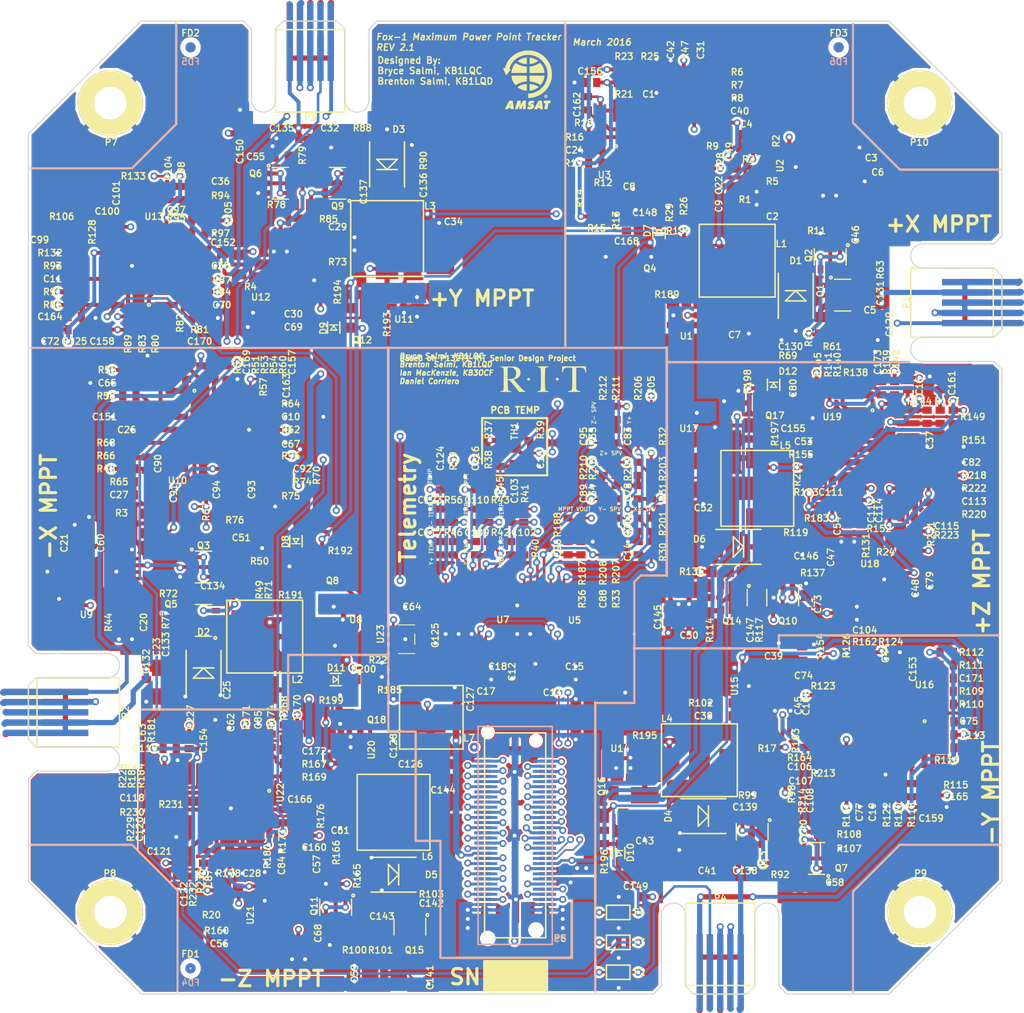
<source format=kicad_pcb>
(kicad_pcb (version 20171130) (host pcbnew "(5.1.12)-1")
  (title_block (title "Fox-1 Maximum Power Point Tracker") (rev 2.1) (company "The Amateur Radio Satellite Corporation") (comment 1 "Bryce Salmi, KB1LQC") (comment 2 "Brenton Salmi, KB1LQD"))
  (layers (0 F.Cu signal) (1 Inner2.Cu signal) (2 Inner1.Cu signal) (31 B.Cu signal) (34 B.Paste user hide) (35 F.Paste user hide) (36 B.SilkS user hide) (37 F.SilkS user hide) (38 B.Mask user hide) (39 F.Mask user hide) (44 Edge.Cuts user))
  (net 0 "")
  (net 1 "/ADC Channels/Temperature & Current ADC/I2C_SCL")
  (net 2 "/ADC Channels/Temperature & Current ADC/I2C_SDA")
  (net 3 "/ADC Channels/Temperature & Current ADC/MPPT-OUTPUT-CURRENT")
  (net 4 "/ADC Channels/Temperature & Current ADC/SENSOR_POWER")
  (net 5 "/ADC Channels/Voltage Sense ADC/VMPPT")
  (net 6 /BUS44)
  (net 7 /BUS46)
  (net 8 /BUS48)
  (net 9 /BUS50)
  (net 10 /Connectors/BUS1)
  (net 11 /Connectors/BUS10)
  (net 12 /Connectors/BUS11)
  (net 13 /Connectors/BUS12)
  (net 14 /Connectors/BUS13)
  (net 15 /Connectors/BUS14)
  (net 16 /Connectors/BUS15)
  (net 17 /Connectors/BUS16)
  (net 18 /Connectors/BUS17)
  (net 19 /Connectors/BUS18)
  (net 20 /Connectors/BUS19)
  (net 21 /Connectors/BUS2)
  (net 22 /Connectors/BUS20)
  (net 23 /Connectors/BUS21)
  (net 24 /Connectors/BUS22)
  (net 25 /Connectors/BUS23)
  (net 26 /Connectors/BUS24)
  (net 27 /Connectors/BUS25)
  (net 28 /Connectors/BUS26)
  (net 29 /Connectors/BUS27)
  (net 30 /Connectors/BUS28)
  (net 31 /Connectors/BUS29-UNF)
  (net 32 /Connectors/BUS3)
  (net 33 /Connectors/BUS30)
  (net 34 /Connectors/BUS31)
  (net 35 /Connectors/BUS32)
  (net 36 /Connectors/BUS33)
  (net 37 /Connectors/BUS34)
  (net 38 /Connectors/BUS35)
  (net 39 /Connectors/BUS36)
  (net 40 /Connectors/BUS4)
  (net 41 /Connectors/BUS40)
  (net 42 /Connectors/BUS42)
  (net 43 /Connectors/BUS46-UNF)
  (net 44 /Connectors/BUS48-UNF)
  (net 45 /Connectors/BUS49)
  (net 46 /Connectors/BUS5)
  (net 47 /Connectors/BUS51)
  (net 48 /Connectors/BUS52)
  (net 49 /Connectors/BUS53)
  (net 50 /Connectors/BUS54)
  (net 51 /Connectors/BUS55)
  (net 52 /Connectors/BUS56)
  (net 53 /Connectors/BUS6)
  (net 54 /Connectors/BUS7)
  (net 55 /Connectors/BUS8)
  (net 56 /Connectors/BUS9)
  (net 57 "/Current Sense/I_SENSE+")
  (net 58 "/Current Sense/Sense-")
  (net 59 "/Current Sense/VBATT")
  (net 60 /MPPT_String_X+/Amplifiers/VREF)
  (net 61 /MPPT_String_X+/Amplifiers/Verror)
  (net 62 /MPPT_String_X+/RTD+)
  (net 63 "/MPPT_String_X+/TL1451 Control/MOSFET Driver/GATE-DRIVE")
  (net 64 "/MPPT_String_X+/TL1451 Control/MOSFET Driver/PWM-IN")
  (net 65 "/MPPT_String_X+/TL1451 Control/MPPT-OUT")
  (net 66 "/MPPT_String_X+/TL1451 Control/Non-Synchronouse_BUCK/Vswitch")
  (net 67 /MPPT_String_X+/Vpanel+)
  (net 68 /MPPT_String_X+/Vtemp)
  (net 69 /MPPT_String_X+/~SolarSafe~)
  (net 70 /MPPT_String_X-/Amplifiers/VREF)
  (net 71 /MPPT_String_X-/Amplifiers/Verror)
  (net 72 /MPPT_String_X-/RTD+)
  (net 73 "/MPPT_String_X-/TL1451 Control/MOSFET Driver/GATE-DRIVE")
  (net 74 "/MPPT_String_X-/TL1451 Control/MOSFET Driver/PWM-IN")
  (net 75 "/MPPT_String_X-/TL1451 Control/MPPT-OUT")
  (net 76 "/MPPT_String_X-/TL1451 Control/Non-Synchronouse_BUCK/Vswitch")
  (net 77 /MPPT_String_X-/Vpanel+)
  (net 78 /MPPT_String_X-/Vtemp)
  (net 79 /MPPT_String_Y+/Amplifiers/VREF)
  (net 80 /MPPT_String_Y+/Amplifiers/Verror)
  (net 81 /MPPT_String_Y+/RTD+)
  (net 82 "/MPPT_String_Y+/TL1451 Control/MOSFET Driver/GATE-DRIVE")
  (net 83 "/MPPT_String_Y+/TL1451 Control/MOSFET Driver/PWM-IN")
  (net 84 "/MPPT_String_Y+/TL1451 Control/MPPT-OUT")
  (net 85 "/MPPT_String_Y+/TL1451 Control/Non-Synchronouse_BUCK/Vswitch")
  (net 86 /MPPT_String_Y+/Vpanel+)
  (net 87 /MPPT_String_Y+/Vtemp)
  (net 88 /MPPT_String_Y-/Amplifiers/VREF)
  (net 89 /MPPT_String_Y-/Amplifiers/Verror)
  (net 90 /MPPT_String_Y-/RTD+)
  (net 91 "/MPPT_String_Y-/TL1451 Control/MOSFET Driver/GATE-DRIVE")
  (net 92 "/MPPT_String_Y-/TL1451 Control/MOSFET Driver/PWM-IN")
  (net 93 "/MPPT_String_Y-/TL1451 Control/MPPT-OUT")
  (net 94 "/MPPT_String_Y-/TL1451 Control/Non-Synchronouse_BUCK/Vswitch")
  (net 95 /MPPT_String_Y-/Vpanel+)
  (net 96 /MPPT_String_Y-/Vtemp)
  (net 97 /MPPT_String_Z+/Amplifiers/VREF)
  (net 98 /MPPT_String_Z+/Amplifiers/Verror)
  (net 99 /MPPT_String_Z+/RTD+)
  (net 100 "/MPPT_String_Z+/TL1451 Control/MOSFET Driver/GATE-DRIVE")
  (net 101 "/MPPT_String_Z+/TL1451 Control/MOSFET Driver/PWM-IN")
  (net 102 "/MPPT_String_Z+/TL1451 Control/MPPT-OUT")
  (net 103 "/MPPT_String_Z+/TL1451 Control/Non-Synchronouse_BUCK/Vswitch")
  (net 104 /MPPT_String_Z+/Vpanel+)
  (net 105 /MPPT_String_Z+/Vtemp)
  (net 106 /MPPT_String_Z-/Amplifiers/VREF)
  (net 107 /MPPT_String_Z-/Amplifiers/Verror)
  (net 108 /MPPT_String_Z-/RTD+)
  (net 109 "/MPPT_String_Z-/TL1451 Control/MOSFET Driver/GATE-DRIVE")
  (net 110 "/MPPT_String_Z-/TL1451 Control/MOSFET Driver/PWM-IN")
  (net 111 "/MPPT_String_Z-/TL1451 Control/MPPT-OUT")
  (net 112 "/MPPT_String_Z-/TL1451 Control/Non-Synchronouse_BUCK/Vswitch")
  (net 113 /MPPT_String_Z-/Vpanel+)
  (net 114 /MPPT_String_Z-/Vtemp)
  (net 115 "/Panel Voltage Scaling/Vsense+X")
  (net 116 "/Panel Voltage Scaling/Vsense+Y")
  (net 117 "/Panel Voltage Scaling/Vsense+Z")
  (net 118 "/Panel Voltage Scaling/Vsense-X")
  (net 119 "/Panel Voltage Scaling/Vsense-Y")
  (net 120 "/Panel Voltage Scaling/Vsense-Z")
  (net 121 GND)
  (net 122 N-00000104)
  (net 123 N-00000105)
  (net 124 N-00000106)
  (net 125 N-00000107)
  (net 126 N-00000108)
  (net 127 N-00000109)
  (net 128 N-00000110)
  (net 129 N-00000111)
  (net 130 N-00000112)
  (net 131 N-00000113)
  (net 132 N-00000114)
  (net 133 N-00000115)
  (net 134 N-00000116)
  (net 135 N-00000117)
  (net 136 N-00000118)
  (net 137 N-00000119)
  (net 138 N-00000120)
  (net 139 N-00000121)
  (net 140 N-00000123)
  (net 141 N-00000130)
  (net 142 N-00000131)
  (net 143 N-00000132)
  (net 144 N-00000133)
  (net 145 N-00000134)
  (net 146 N-00000135)
  (net 147 N-00000136)
  (net 148 N-00000137)
  (net 149 N-00000138)
  (net 150 N-00000139)
  (net 151 N-00000140)
  (net 152 N-00000141)
  (net 153 N-00000142)
  (net 154 N-00000143)
  (net 155 N-00000144)
  (net 156 N-00000145)
  (net 157 N-00000146)
  (net 158 N-00000147)
  (net 159 N-00000148)
  (net 160 N-00000149)
  (net 161 N-00000150)
  (net 162 N-00000158)
  (net 163 N-00000159)
  (net 164 N-00000160)
  (net 165 N-00000161)
  (net 166 N-00000162)
  (net 167 N-00000163)
  (net 168 N-00000164)
  (net 169 N-00000165)
  (net 170 N-00000166)
  (net 171 N-00000167)
  (net 172 N-00000168)
  (net 173 N-00000169)
  (net 174 N-0000017)
  (net 175 N-00000170)
  (net 176 N-00000171)
  (net 177 N-00000172)
  (net 178 N-00000173)
  (net 179 N-00000180)
  (net 180 N-00000181)
  (net 181 N-00000183)
  (net 182 N-00000184)
  (net 183 N-00000185)
  (net 184 N-00000186)
  (net 185 N-00000187)
  (net 186 N-00000188)
  (net 187 N-00000189)
  (net 188 N-0000019)
  (net 189 N-00000190)
  (net 190 N-00000191)
  (net 191 N-00000192)
  (net 192 N-00000193)
  (net 193 N-00000194)
  (net 194 N-00000195)
  (net 195 N-00000196)
  (net 196 N-00000197)
  (net 197 N-00000198)
  (net 198 N-00000199)
  (net 199 N-00000200)
  (net 200 N-00000207)
  (net 201 N-00000208)
  (net 202 N-00000210)
  (net 203 N-00000211)
  (net 204 N-00000212)
  (net 205 N-00000213)
  (net 206 N-00000214)
  (net 207 N-00000215)
  (net 208 N-00000216)
  (net 209 N-00000217)
  (net 210 N-00000218)
  (net 211 N-00000219)
  (net 212 N-00000220)
  (net 213 N-00000221)
  (net 214 N-00000222)
  (net 215 N-00000223)
  (net 216 N-00000224)
  (net 217 N-00000225)
  (net 218 N-00000226)
  (net 219 N-00000227)
  (net 220 N-00000228)
  (net 221 N-00000230)
  (net 222 N-00000231)
  (net 223 N-00000232)
  (net 224 N-00000234)
  (net 225 N-00000235)
  (net 226 N-00000236)
  (net 227 N-00000238)
  (net 228 N-00000239)
  (net 229 N-00000240)
  (net 230 N-00000242)
  (net 231 N-00000243)
  (net 232 N-00000244)
  (net 233 N-00000246)
  (net 234 N-00000247)
  (net 235 N-00000248)
  (net 236 N-0000025)
  (net 237 N-0000026)
  (net 238 N-0000030)
  (net 239 N-0000031)
  (net 240 N-0000035)
  (net 241 N-0000036)
  (net 242 N-0000042)
  (net 243 N-0000044)
  (net 244 N-0000047)
  (net 245 N-0000049)
  (net 246 N-0000051)
  (net 247 N-0000052)
  (net 248 N-0000054)
  (net 249 N-0000061)
  (net 250 N-0000062)
  (net 251 N-0000063)
  (net 252 N-0000064)
  (net 253 N-0000065)
  (net 254 N-0000066)
  (net 255 N-0000067)
  (net 256 N-0000068)
  (net 257 N-0000069)
  (net 258 N-0000070)
  (net 259 N-0000071)
  (net 260 N-0000072)
  (net 261 N-0000073)
  (net 262 N-0000074)
  (net 263 N-0000075)
  (net 264 N-0000076)
  (net 265 N-0000077)
  (net 266 N-0000078)
  (net 267 N-0000079)
  (net 268 N-0000080)
  (net 269 N-0000081)
  (net 270 N-0000082)
  (net 271 N-0000083)
  (net 272 N-0000084)
  (net 273 N-0000085)
  (net 274 N-0000086)
  (net 275 N-0000087)
  (net 276 N-0000088)
  (net 277 N-0000089)
  (net 278 N-0000090)
  (net 279 N-0000091)
  (net 280 N-0000092)
  (net 281 N-0000093)
  (net 282 N-0000094)
  (net 283 N-0000095)
  (net 284 N-0000096)
  (module R0402 (layer F.Cu) (at 155.448 124.079 180)
    (fp_text reference R15 (at 0 -1.143 180) (layer F.SilkS) (effects (font (size 0.635 0.635) (thickness 0.127))))
    (fp_text value 2.49K hide)
    (pad 1 smd rect (at -0.6477 0 180) (size 0.6985 0.89916) (layers F.Cu F.Paste F.Mask) (net 252 N-0000064))
    (pad 2 smd rect (at 0.6477 0 180) (size 0.6985 0.89916) (layers F.Cu F.Paste F.Mask) (net 62 /MPPT_String_X+/RTD+))
  )
  (module C1210 (layer F.Cu) (at 122.174 170.307 180)
    (fp_text reference C25 (at 2.794 0 270) (layer F.SilkS) (effects (font (size 0.635 0.635) (thickness 0.127))))
    (fp_text value 47uF hide)
    (pad 1 smd rect (at -1.39954 0 180) (size 1.59766 2.69748) (layers F.Cu F.Paste F.Mask) (net 75 "/MPPT_String_X-/TL1451 Control/MPPT-OUT"))
    (pad 2 smd rect (at 1.39954 0 180) (size 1.59766 2.69748) (layers F.Cu F.Paste F.Mask) (net 121 GND))
  )
  (module SO14 (layer F.Cu) (at 183.261 146.812 270)
    (fp_text reference U19 (at -3.175 4.826) (layer F.SilkS) (effects (font (size 0.635 0.635) (thickness 0.127))))
    (fp_text value LM6144A hide)
    (fp_text user "" (at -1.524 -0.51562 270) (layer F.SilkS) (effects (font (size 0.3048 0.3048) (thickness 0.0762))))
    (fp_text user "" (at -2.18186 0.4318 270) (layer F.SilkS) (effects (font (size 0.4064 0.4064) (thickness 0.0889))))
    (pad 1 smd rect (at -3.81 2.59842 270) (size 0.59944 2.19964) (layers F.Cu F.Paste F.Mask) (net 187 N-00000189))
    (pad 2 smd rect (at -2.54 2.59842 270) (size 0.59944 2.19964) (layers F.Cu F.Paste F.Mask) (net 193 N-00000194))
    (pad 3 smd rect (at -1.27 2.59842 270) (size 0.59944 2.19964) (layers F.Cu F.Paste F.Mask) (net 192 N-00000193))
    (pad 4 smd rect (at 0 2.59842 270) (size 0.59944 2.19964) (layers F.Cu F.Paste F.Mask) (net 104 /MPPT_String_Z+/Vpanel+))
    (pad 5 smd rect (at 1.27 2.59842 270) (size 0.59944 2.19964) (layers F.Cu F.Paste F.Mask) (net 184 N-00000186))
    (pad 6 smd rect (at 2.54 2.59842 270) (size 0.59944 2.19964) (layers F.Cu F.Paste F.Mask) (net 182 N-00000184))
    (pad 7 smd rect (at 3.81 2.59842 270) (size 0.59944 2.19964) (layers F.Cu F.Paste F.Mask) (net 190 N-00000191))
    (pad 8 smd rect (at 3.81 -2.59842 270) (size 0.59944 2.19964) (layers F.Cu F.Paste F.Mask) (net 195 N-00000196))
    (pad 9 smd rect (at 2.54 -2.59842 270) (size 0.59944 2.19964) (layers F.Cu F.Paste F.Mask) (net 197 N-00000198))
    (pad 10 smd rect (at 1.27 -2.59842 270) (size 0.59944 2.19964) (layers F.Cu F.Paste F.Mask) (net 196 N-00000197))
    (pad 11 smd rect (at 0 -2.59842 270) (size 0.59944 2.19964) (layers F.Cu F.Paste F.Mask) (net 121 GND))
    (pad 12 smd rect (at -1.27 -2.59842 270) (size 0.59944 2.19964) (layers F.Cu F.Paste F.Mask) (net 189 N-00000190))
    (pad 13 smd rect (at -2.54 -2.59842 270) (size 0.59944 2.19964) (layers F.Cu F.Paste F.Mask) (net 198 N-00000199))
    (pad 14 smd rect (at -3.81 -2.59842 270) (size 0.59944 2.19964) (layers F.Cu F.Paste F.Mask) (net 105 /MPPT_String_Z+/Vtemp))
  )
  (module SO14 (layer F.Cu) (at 119.6975 181.0385 180)
    (fp_text reference U22 (at -4.8895 0.6985 270) (layer F.SilkS) (effects (font (size 0.635 0.635) (thickness 0.127))))
    (fp_text value LM6144A hide)
    (fp_text user "" (at -1.524 -0.51562 180) (layer F.SilkS) (effects (font (size 0.3048 0.3048) (thickness 0.0762))))
    (fp_text user "" (at -2.18186 0.4318 180) (layer F.SilkS) (effects (font (size 0.4064 0.4064) (thickness 0.0889))))
    (pad 1 smd rect (at -3.81 2.59842 180) (size 0.59944 2.19964) (layers F.Cu F.Paste F.Mask) (net 214 N-00000222))
    (pad 2 smd rect (at -2.54 2.59842 180) (size 0.59944 2.19964) (layers F.Cu F.Paste F.Mask) (net 213 N-00000221))
    (pad 3 smd rect (at -1.27 2.59842 180) (size 0.59944 2.19964) (layers F.Cu F.Paste F.Mask) (net 216 N-00000224))
    (pad 4 smd rect (at 0 2.59842 180) (size 0.59944 2.19964) (layers F.Cu F.Paste F.Mask) (net 113 /MPPT_String_Z-/Vpanel+))
    (pad 5 smd rect (at 1.27 2.59842 180) (size 0.59944 2.19964) (layers F.Cu F.Paste F.Mask) (net 202 N-00000210))
    (pad 6 smd rect (at 2.54 2.59842 180) (size 0.59944 2.19964) (layers F.Cu F.Paste F.Mask) (net 205 N-00000213))
    (pad 7 smd rect (at 3.81 2.59842 180) (size 0.59944 2.19964) (layers F.Cu F.Paste F.Mask) (net 203 N-00000211))
    (pad 8 smd rect (at 3.81 -2.59842 180) (size 0.59944 2.19964) (layers F.Cu F.Paste F.Mask) (net 210 N-00000218))
    (pad 9 smd rect (at 2.54 -2.59842 180) (size 0.59944 2.19964) (layers F.Cu F.Paste F.Mask) (net 207 N-00000215))
    (pad 10 smd rect (at 1.27 -2.59842 180) (size 0.59944 2.19964) (layers F.Cu F.Paste F.Mask) (net 209 N-00000217))
    (pad 11 smd rect (at 0 -2.59842 180) (size 0.59944 2.19964) (layers F.Cu F.Paste F.Mask) (net 121 GND))
    (pad 12 smd rect (at -1.27 -2.59842 180) (size 0.59944 2.19964) (layers F.Cu F.Paste F.Mask) (net 217 N-00000225))
    (pad 13 smd rect (at -2.54 -2.59842 180) (size 0.59944 2.19964) (layers F.Cu F.Paste F.Mask) (net 215 N-00000223))
    (pad 14 smd rect (at -3.81 -2.59842 180) (size 0.59944 2.19964) (layers F.Cu F.Paste F.Mask) (net 114 /MPPT_String_Z-/Vtemp))
  )
  (module SO14 (layer F.Cu) (at 110.871 128.905 90)
    (fp_text reference U13 (at 4.826 1.397 180) (layer F.SilkS) (effects (font (size 0.635 0.635) (thickness 0.127))))
    (fp_text value LM6144A hide)
    (fp_text user "" (at -1.524 -0.51562 90) (layer F.SilkS) (effects (font (size 0.3048 0.3048) (thickness 0.0762))))
    (fp_text user "" (at -2.18186 0.4318 90) (layer F.SilkS) (effects (font (size 0.4064 0.4064) (thickness 0.0889))))
    (pad 1 smd rect (at -3.81 2.59842 90) (size 0.59944 2.19964) (layers F.Cu F.Paste F.Mask) (net 155 N-00000144))
    (pad 2 smd rect (at -2.54 2.59842 90) (size 0.59944 2.19964) (layers F.Cu F.Paste F.Mask) (net 154 N-00000143))
    (pad 3 smd rect (at -1.27 2.59842 90) (size 0.59944 2.19964) (layers F.Cu F.Paste F.Mask) (net 153 N-00000142))
    (pad 4 smd rect (at 0 2.59842 90) (size 0.59944 2.19964) (layers F.Cu F.Paste F.Mask) (net 86 /MPPT_String_Y+/Vpanel+))
    (pad 5 smd rect (at 1.27 2.59842 90) (size 0.59944 2.19964) (layers F.Cu F.Paste F.Mask) (net 146 N-00000135))
    (pad 6 smd rect (at 2.54 2.59842 90) (size 0.59944 2.19964) (layers F.Cu F.Paste F.Mask) (net 147 N-00000136))
    (pad 7 smd rect (at 3.81 2.59842 90) (size 0.59944 2.19964) (layers F.Cu F.Paste F.Mask) (net 156 N-00000145))
    (pad 8 smd rect (at 3.81 -2.59842 90) (size 0.59944 2.19964) (layers F.Cu F.Paste F.Mask) (net 152 N-00000141))
    (pad 9 smd rect (at 2.54 -2.59842 90) (size 0.59944 2.19964) (layers F.Cu F.Paste F.Mask) (net 149 N-00000138))
    (pad 10 smd rect (at 1.27 -2.59842 90) (size 0.59944 2.19964) (layers F.Cu F.Paste F.Mask) (net 143 N-00000132))
    (pad 11 smd rect (at 0 -2.59842 90) (size 0.59944 2.19964) (layers F.Cu F.Paste F.Mask) (net 121 GND))
    (pad 12 smd rect (at -1.27 -2.59842 90) (size 0.59944 2.19964) (layers F.Cu F.Paste F.Mask) (net 158 N-00000147))
    (pad 13 smd rect (at -2.54 -2.59842 90) (size 0.59944 2.19964) (layers F.Cu F.Paste F.Mask) (net 157 N-00000146))
    (pad 14 smd rect (at -3.81 -2.59842 90) (size 0.59944 2.19964) (layers F.Cu F.Paste F.Mask) (net 87 /MPPT_String_Y+/Vtemp))
  )
  (module SO14 (layer F.Cu) (at 161.163 116.332)
    (fp_text reference U3 (at -4.953 3.683) (layer F.SilkS) (effects (font (size 0.635 0.635) (thickness 0.127))))
    (fp_text value LM6144A hide)
    (fp_text user "" (at -1.524 -0.51562) (layer F.SilkS) (effects (font (size 0.3048 0.3048) (thickness 0.0762))))
    (fp_text user "" (at -2.18186 0.4318) (layer F.SilkS) (effects (font (size 0.4064 0.4064) (thickness 0.0889))))
    (pad 1 smd rect (at -3.81 2.59842) (size 0.59944 2.19964) (layers F.Cu F.Paste F.Mask) (net 253 N-0000065))
    (pad 2 smd rect (at -2.54 2.59842) (size 0.59944 2.19964) (layers F.Cu F.Paste F.Mask) (net 251 N-0000063))
    (pad 3 smd rect (at -1.27 2.59842) (size 0.59944 2.19964) (layers F.Cu F.Paste F.Mask) (net 263 N-0000075))
    (pad 4 smd rect (at 0 2.59842) (size 0.59944 2.19964) (layers F.Cu F.Paste F.Mask) (net 67 /MPPT_String_X+/Vpanel+))
    (pad 5 smd rect (at 1.27 2.59842) (size 0.59944 2.19964) (layers F.Cu F.Paste F.Mask) (net 259 N-0000071))
    (pad 6 smd rect (at 2.54 2.59842) (size 0.59944 2.19964) (layers F.Cu F.Paste F.Mask) (net 258 N-0000070))
    (pad 7 smd rect (at 3.81 2.59842) (size 0.59944 2.19964) (layers F.Cu F.Paste F.Mask) (net 262 N-0000074))
    (pad 8 smd rect (at 3.81 -2.59842) (size 0.59944 2.19964) (layers F.Cu F.Paste F.Mask) (net 261 N-0000073))
    (pad 9 smd rect (at 2.54 -2.59842) (size 0.59944 2.19964) (layers F.Cu F.Paste F.Mask) (net 250 N-0000062))
    (pad 10 smd rect (at 1.27 -2.59842) (size 0.59944 2.19964) (layers F.Cu F.Paste F.Mask) (net 260 N-0000072))
    (pad 11 smd rect (at 0 -2.59842) (size 0.59944 2.19964) (layers F.Cu F.Paste F.Mask) (net 121 GND))
    (pad 12 smd rect (at -1.27 -2.59842) (size 0.59944 2.19964) (layers F.Cu F.Paste F.Mask) (net 249 N-0000061))
    (pad 13 smd rect (at -2.54 -2.59842) (size 0.59944 2.19964) (layers F.Cu F.Paste F.Mask) (net 264 N-0000076))
    (pad 14 smd rect (at -3.81 -2.59842) (size 0.59944 2.19964) (layers F.Cu F.Paste F.Mask) (net 68 /MPPT_String_X+/Vtemp))
  )
  (module SO14 (layer F.Cu) (at 117.094 144.907 270)
    (fp_text reference U10 (at 4.953 2.54) (layer F.SilkS) (effects (font (size 0.635 0.635) (thickness 0.127))))
    (fp_text value LM6144A hide)
    (fp_text user "" (at -1.524 -0.51562 270) (layer F.SilkS) (effects (font (size 0.3048 0.3048) (thickness 0.0762))))
    (fp_text user "" (at -2.18186 0.4318 270) (layer F.SilkS) (effects (font (size 0.4064 0.4064) (thickness 0.0889))))
    (pad 1 smd rect (at -3.81 2.59842 270) (size 0.59944 2.19964) (layers F.Cu F.Paste F.Mask) (net 138 N-00000120))
    (pad 2 smd rect (at -2.54 2.59842 270) (size 0.59944 2.19964) (layers F.Cu F.Paste F.Mask) (net 137 N-00000119))
    (pad 3 smd rect (at -1.27 2.59842 270) (size 0.59944 2.19964) (layers F.Cu F.Paste F.Mask) (net 136 N-00000118))
    (pad 4 smd rect (at 0 2.59842 270) (size 0.59944 2.19964) (layers F.Cu F.Paste F.Mask) (net 77 /MPPT_String_X-/Vpanel+))
    (pad 5 smd rect (at 1.27 2.59842 270) (size 0.59944 2.19964) (layers F.Cu F.Paste F.Mask) (net 132 N-00000114))
    (pad 6 smd rect (at 2.54 2.59842 270) (size 0.59944 2.19964) (layers F.Cu F.Paste F.Mask) (net 135 N-00000117))
    (pad 7 smd rect (at 3.81 2.59842 270) (size 0.59944 2.19964) (layers F.Cu F.Paste F.Mask) (net 126 N-00000108))
    (pad 8 smd rect (at 3.81 -2.59842 270) (size 0.59944 2.19964) (layers F.Cu F.Paste F.Mask) (net 128 N-00000110))
    (pad 9 smd rect (at 2.54 -2.59842 270) (size 0.59944 2.19964) (layers F.Cu F.Paste F.Mask) (net 130 N-00000112))
    (pad 10 smd rect (at 1.27 -2.59842 270) (size 0.59944 2.19964) (layers F.Cu F.Paste F.Mask) (net 124 N-00000106))
    (pad 11 smd rect (at 0 -2.59842 270) (size 0.59944 2.19964) (layers F.Cu F.Paste F.Mask) (net 121 GND))
    (pad 12 smd rect (at -1.27 -2.59842 270) (size 0.59944 2.19964) (layers F.Cu F.Paste F.Mask) (net 134 N-00000116))
    (pad 13 smd rect (at -2.54 -2.59842 270) (size 0.59944 2.19964) (layers F.Cu F.Paste F.Mask) (net 125 N-00000107))
    (pad 14 smd rect (at -3.81 -2.59842 270) (size 0.59944 2.19964) (layers F.Cu F.Paste F.Mask) (net 78 /MPPT_String_X-/Vtemp))
  )
  (module SO14 (layer F.Cu) (at 183.642 174.244 180)
    (fp_text reference U16 (at -3.81 4.445 180) (layer F.SilkS) (effects (font (size 0.635 0.635) (thickness 0.127))))
    (fp_text value LM6144A hide)
    (fp_text user "" (at -1.524 -0.51562 180) (layer F.SilkS) (effects (font (size 0.3048 0.3048) (thickness 0.0762))))
    (fp_text user "" (at -2.18186 0.4318 180) (layer F.SilkS) (effects (font (size 0.4064 0.4064) (thickness 0.0889))))
    (pad 1 smd rect (at -3.81 2.59842 180) (size 0.59944 2.19964) (layers F.Cu F.Paste F.Mask) (net 167 N-00000163))
    (pad 2 smd rect (at -2.54 2.59842 180) (size 0.59944 2.19964) (layers F.Cu F.Paste F.Mask) (net 169 N-00000165))
    (pad 3 smd rect (at -1.27 2.59842 180) (size 0.59944 2.19964) (layers F.Cu F.Paste F.Mask) (net 170 N-00000166))
    (pad 4 smd rect (at 0 2.59842 180) (size 0.59944 2.19964) (layers F.Cu F.Paste F.Mask) (net 95 /MPPT_String_Y-/Vpanel+))
    (pad 5 smd rect (at 1.27 2.59842 180) (size 0.59944 2.19964) (layers F.Cu F.Paste F.Mask) (net 177 N-00000172))
    (pad 6 smd rect (at 2.54 2.59842 180) (size 0.59944 2.19964) (layers F.Cu F.Paste F.Mask) (net 165 N-00000161))
    (pad 7 smd rect (at 3.81 2.59842 180) (size 0.59944 2.19964) (layers F.Cu F.Paste F.Mask) (net 175 N-00000170))
    (pad 8 smd rect (at 3.81 -2.59842 180) (size 0.59944 2.19964) (layers F.Cu F.Paste F.Mask) (net 172 N-00000168))
    (pad 9 smd rect (at 2.54 -2.59842 180) (size 0.59944 2.19964) (layers F.Cu F.Paste F.Mask) (net 173 N-00000169))
    (pad 10 smd rect (at 1.27 -2.59842 180) (size 0.59944 2.19964) (layers F.Cu F.Paste F.Mask) (net 171 N-00000167))
    (pad 11 smd rect (at 0 -2.59842 180) (size 0.59944 2.19964) (layers F.Cu F.Paste F.Mask) (net 121 GND))
    (pad 12 smd rect (at -1.27 -2.59842 180) (size 0.59944 2.19964) (layers F.Cu F.Paste F.Mask) (net 178 N-00000173))
    (pad 13 smd rect (at -2.54 -2.59842 180) (size 0.59944 2.19964) (layers F.Cu F.Paste F.Mask) (net 162 N-00000158))
    (pad 14 smd rect (at -3.81 -2.59842 180) (size 0.59944 2.19964) (layers F.Cu F.Paste F.Mask) (net 96 /MPPT_String_Y-/Vtemp))
  )
  (module SLF6045 (layer F.Cu) (at 139.319 172.974 270)
    (fp_text reference L7 (at 2.032 -3.683) (layer F.SilkS) (effects (font (size 0.635 0.635) (thickness 0.127))))
    (fp_text value 10uH hide)
    (pad 1 smd rect (at -2.75 0 270) (size 1.5 2.2) (layers F.Cu F.Paste F.Mask) (net 58 "/Current Sense/Sense-"))
    (pad 2 smd rect (at 2.75 0 270) (size 1.5 2.2) (layers F.Cu F.Paste F.Mask) (net 59 "/Current Sense/VBATT"))
  )
  (module FOX_Mounting_Hole (layer F.Cu) (at 108 113)
    (fp_text reference P7 (at 0.077 3.84) (layer F.SilkS) (effects (font (size 0.635 0.635) (thickness 0.127))))
    (fp_text value CONN_1 hide)
    (pad 1 thru_hole circle (at 0 0) (size 6.35 6.35) (drill 3.18) (layers *.Cu *.Mask F.SilkS) (net 121 GND))
  )
  (module FOX_Mounting_Hole (layer F.Cu) (at 187 113)
    (fp_text reference P10 (at -0.056 3.84) (layer F.SilkS) (effects (font (size 0.635 0.635) (thickness 0.127))))
    (fp_text value CONN_1 hide)
    (pad 1 thru_hole circle (at 0 0) (size 6.35 6.35) (drill 3.18) (layers *.Cu *.Mask F.SilkS) (net 121 GND))
  )
  (module FOX_Mounting_Hole (layer F.Cu) (at 187 192)
    (fp_text reference P9 (at 0.071 -3.786) (layer F.SilkS) (effects (font (size 0.635 0.635) (thickness 0.127))))
    (fp_text value CONN_1 hide)
    (pad 1 thru_hole circle (at 0 0) (size 6.35 6.35) (drill 3.18) (layers *.Cu *.Mask F.SilkS) (net 121 GND))
  )
  (module FOX_Mounting_Hole (layer F.Cu) (at 108 192)
    (fp_text reference P8 (at -0.05 -3.786) (layer F.SilkS) (effects (font (size 0.635 0.635) (thickness 0.127))))
    (fp_text value CONN_1 hide)
    (pad 1 thru_hole circle (at 0 0) (size 6.35 6.35) (drill 3.18) (layers *.Cu *.Mask F.SilkS) (net 121 GND))
  )
  (module SOT23-5 (layer F.Cu) (at 136.906 165.354 270)
    (fp_text reference U23 (at -0.508 2.54 270) (layer F.SilkS) (effects (font (size 0.635 0.635) (thickness 0.127))))
    (fp_text value INA195 hide)
    (pad 1 smd rect (at -0.94996 1.29794 270) (size 0.54864 1.19888) (layers F.Cu F.Paste F.Mask) (net 3 "/ADC Channels/Temperature & Current ADC/MPPT-OUTPUT-CURRENT"))
    (pad 2 smd rect (at 0 1.29794 270) (size 0.54864 1.19888) (layers F.Cu F.Paste F.Mask) (net 121 GND))
    (pad 3 smd rect (at 0.94996 1.29794 270) (size 0.54864 1.19888) (layers F.Cu F.Paste F.Mask) (net 57 "/Current Sense/I_SENSE+"))
    (pad 4 smd rect (at 0.94996 -1.29794 270) (size 0.54864 1.19888) (layers F.Cu F.Paste F.Mask) (net 58 "/Current Sense/Sense-"))
    (pad 5 smd rect (at -0.94996 -1.29794 270) (size 0.54864 1.19888) (layers F.Cu F.Paste F.Mask) (net 4 "/ADC Channels/Temperature & Current ADC/SENSOR_POWER"))
  )
  (module SOT23 (layer F.Cu) (at 162.814 129.159 180)
    (fp_text reference Q4 (at 2.159 0 180) (layer F.SilkS) (effects (font (size 0.635 0.635) (thickness 0.127))))
    (fp_text value 2N7002K hide)
    (pad 1 smd rect (at -0.94996 1.09982 180) (size 0.99822 1.39954) (layers F.Cu F.Paste F.Mask) (net 69 /MPPT_String_X+/~SolarSafe~))
    (pad 2 smd rect (at 0.94996 1.09982 180) (size 0.99822 1.39954) (layers F.Cu F.Paste F.Mask) (net 121 GND))
    (pad 3 smd rect (at 0 -1.09982 180) (size 0.99822 1.39954) (layers F.Cu F.Paste F.Mask) (net 174 N-0000017))
  )
  (module SOT23 (layer F.Cu) (at 157.099 181.483)
    (fp_text reference Q16 (at -1.143 -1.778 90) (layer F.SilkS) (effects (font (size 0.635 0.635) (thickness 0.127))))
    (fp_text value 2N7002K hide)
    (pad 1 smd rect (at -0.94996 1.09982) (size 0.99822 1.39954) (layers F.Cu F.Paste F.Mask) (net 69 /MPPT_String_X+/~SolarSafe~))
    (pad 2 smd rect (at 0.94996 1.09982) (size 0.99822 1.39954) (layers F.Cu F.Paste F.Mask) (net 121 GND))
    (pad 3 smd rect (at 0 -1.09982) (size 0.99822 1.39954) (layers F.Cu F.Paste F.Mask) (net 241 N-0000036))
  )
  (module SOT23 (layer F.Cu) (at 127.508 159.385 180)
    (fp_text reference Q8 (at -2.159 -0.254 180) (layer F.SilkS) (effects (font (size 0.635 0.635) (thickness 0.127))))
    (fp_text value 2N7002K hide)
    (pad 1 smd rect (at -0.94996 1.09982 180) (size 0.99822 1.39954) (layers F.Cu F.Paste F.Mask) (net 69 /MPPT_String_X+/~SolarSafe~))
    (pad 2 smd rect (at 0.94996 1.09982 180) (size 0.99822 1.39954) (layers F.Cu F.Paste F.Mask) (net 121 GND))
    (pad 3 smd rect (at 0 -1.09982 180) (size 0.99822 1.39954) (layers F.Cu F.Paste F.Mask) (net 237 N-0000026))
  )
  (module SOT23 (layer F.Cu) (at 132.461 133.985 270)
    (fp_text reference Q12 (at 2.159 -0.127) (layer F.SilkS) (effects (font (size 0.635 0.635) (thickness 0.127))))
    (fp_text value 2N7002K hide)
    (pad 1 smd rect (at -0.94996 1.09982 270) (size 0.99822 1.39954) (layers F.Cu F.Paste F.Mask) (net 69 /MPPT_String_X+/~SolarSafe~))
    (pad 2 smd rect (at 0.94996 1.09982 270) (size 0.99822 1.39954) (layers F.Cu F.Paste F.Mask) (net 121 GND))
    (pad 3 smd rect (at 0 -1.09982 270) (size 0.99822 1.39954) (layers F.Cu F.Paste F.Mask) (net 239 N-0000031))
  )
  (module C1210 (layer F.Cu) (at 160.147 181.991 270)
    (fp_text reference C43 (at 3.048 0) (layer F.SilkS) (effects (font (size 0.635 0.635) (thickness 0.127))))
    (fp_text value 47uF hide)
    (pad 1 smd rect (at -1.39954 0 270) (size 1.59766 2.69748) (layers F.Cu F.Paste F.Mask) (net 93 "/MPPT_String_Y-/TL1451 Control/MPPT-OUT"))
    (pad 2 smd rect (at 1.39954 0 270) (size 1.59766 2.69748) (layers F.Cu F.Paste F.Mask) (net 121 GND))
  )
  (module C1210 (layer F.Cu) (at 140.208 127.508 90)
    (fp_text reference C34 (at 2.921 1.27 180) (layer F.SilkS) (effects (font (size 0.635 0.635) (thickness 0.127))))
    (fp_text value 47uF hide)
    (pad 1 smd rect (at -1.39954 0 90) (size 1.59766 2.69748) (layers F.Cu F.Paste F.Mask) (net 84 "/MPPT_String_Y+/TL1451 Control/MPPT-OUT"))
    (pad 2 smd rect (at 1.39954 0 90) (size 1.59766 2.69748) (layers F.Cu F.Paste F.Mask) (net 121 GND))
  )
  (module C1210 (layer F.Cu) (at 130.429 180.975 270)
    (fp_text reference C61 (at 3.048 0) (layer F.SilkS) (effects (font (size 0.635 0.635) (thickness 0.127))))
    (fp_text value 47uF hide)
    (pad 1 smd rect (at -1.39954 0 270) (size 1.59766 2.69748) (layers F.Cu F.Paste F.Mask) (net 111 "/MPPT_String_Z-/TL1451 Control/MPPT-OUT"))
    (pad 2 smd rect (at 1.39954 0 270) (size 1.59766 2.69748) (layers F.Cu F.Paste F.Mask) (net 121 GND))
  )
  (module C1210 (layer F.Cu) (at 168.91 133.604)
    (fp_text reference C7 (at 0 2.032) (layer F.SilkS) (effects (font (size 0.635 0.635) (thickness 0.127))))
    (fp_text value 47uF hide)
    (pad 1 smd rect (at -1.39954 0) (size 1.59766 2.69748) (layers F.Cu F.Paste F.Mask) (net 65 "/MPPT_String_X+/TL1451 Control/MPPT-OUT"))
    (pad 2 smd rect (at 1.39954 0) (size 1.59766 2.69748) (layers F.Cu F.Paste F.Mask) (net 121 GND))
  )
  (module C1210 (layer F.Cu) (at 165.9255 149.352 270)
    (fp_text reference C52 (at 3.175 0.0635) (layer F.SilkS) (effects (font (size 0.635 0.635) (thickness 0.127))))
    (fp_text value 47uF hide)
    (pad 1 smd rect (at -1.39954 0 270) (size 1.59766 2.69748) (layers F.Cu F.Paste F.Mask) (net 102 "/MPPT_String_Z+/TL1451 Control/MPPT-OUT"))
    (pad 2 smd rect (at 1.39954 0 270) (size 1.59766 2.69748) (layers F.Cu F.Paste F.Mask) (net 121 GND))
  )
  (module C1210 (layer F.Cu) (at 113.411 169.545 270)
    (fp_text reference C23 (at -3.429 0.889 270) (layer F.SilkS) (effects (font (size 0.635 0.635) (thickness 0.127))))
    (fp_text value 47uF hide)
    (pad 1 smd rect (at -1.39954 0 270) (size 1.59766 2.69748) (layers F.Cu F.Paste F.Mask) (net 77 /MPPT_String_X-/Vpanel+))
    (pad 2 smd rect (at 1.39954 0 270) (size 1.59766 2.69748) (layers F.Cu F.Paste F.Mask) (net 121 GND))
  )
  (module C1210 (layer F.Cu) (at 134.747 197.993 180)
    (fp_text reference C59 (at 2.921 0 270) (layer F.SilkS) (effects (font (size 0.635 0.635) (thickness 0.127))))
    (fp_text value 47uF hide)
    (pad 1 smd rect (at -1.39954 0 180) (size 1.59766 2.69748) (layers F.Cu F.Paste F.Mask) (net 113 /MPPT_String_Z-/Vpanel+))
    (pad 2 smd rect (at 1.39954 0 180) (size 1.59766 2.69748) (layers F.Cu F.Paste F.Mask) (net 121 GND))
  )
  (module C1210 (layer F.Cu) (at 180.721 135.89 270)
    (fp_text reference C5 (at -2.667 -1.397) (layer F.SilkS) (effects (font (size 0.635 0.635) (thickness 0.127))))
    (fp_text value 47uF hide)
    (pad 1 smd rect (at -1.39954 0 270) (size 1.59766 2.69748) (layers F.Cu F.Paste F.Mask) (net 67 /MPPT_String_X+/Vpanel+))
    (pad 2 smd rect (at 1.39954 0 270) (size 1.59766 2.69748) (layers F.Cu F.Paste F.Mask) (net 121 GND))
  )
  (module C1210 (layer F.Cu) (at 129.413 117.348)
    (fp_text reference C32 (at 0 -1.905) (layer F.SilkS) (effects (font (size 0.635 0.635) (thickness 0.127))))
    (fp_text value 47uF hide)
    (pad 1 smd rect (at -1.39954 0) (size 1.59766 2.69748) (layers F.Cu F.Paste F.Mask) (net 86 /MPPT_String_Y+/Vpanel+))
    (pad 2 smd rect (at 1.39954 0) (size 1.59766 2.69748) (layers F.Cu F.Paste F.Mask) (net 121 GND))
  )
  (module C1210 (layer F.Cu) (at 164.465 161.925 90)
    (fp_text reference C50 (at -3.048 0 180) (layer F.SilkS) (effects (font (size 0.635 0.635) (thickness 0.127))))
    (fp_text value 47uF hide)
    (pad 1 smd rect (at -1.39954 0 90) (size 1.59766 2.69748) (layers F.Cu F.Paste F.Mask) (net 104 /MPPT_String_Z+/Vpanel+))
    (pad 2 smd rect (at 1.39954 0 90) (size 1.59766 2.69748) (layers F.Cu F.Paste F.Mask) (net 121 GND))
  )
  (module C1210 (layer F.Cu) (at 166.243 185.928 180)
    (fp_text reference C41 (at 0 -2.032 180) (layer F.SilkS) (effects (font (size 0.635 0.635) (thickness 0.127))))
    (fp_text value 47uF hide)
    (pad 1 smd rect (at -1.39954 0 180) (size 1.59766 2.69748) (layers F.Cu F.Paste F.Mask) (net 95 /MPPT_String_Y-/Vpanel+))
    (pad 2 smd rect (at 1.39954 0 180) (size 1.59766 2.69748) (layers F.Cu F.Paste F.Mask) (net 121 GND))
  )
  (module SOT26 (layer F.Cu) (at 176.911 187.706 90)
    (fp_text reference Q7 (at 0 2.413 180) (layer F.SilkS) (effects (font (size 0.635 0.635) (thickness 0.127))))
    (fp_text value MMDT2227M hide)
    (pad 1 smd rect (at 0 1.19888 90) (size 0.55118 0.8001) (layers F.Cu F.Paste F.Mask) (net 91 "/MPPT_String_Y-/TL1451 Control/MOSFET Driver/GATE-DRIVE"))
    (pad 2 smd rect (at 0.94996 1.19888 90) (size 0.55118 0.8001) (layers F.Cu F.Paste F.Mask) (net 92 "/MPPT_String_Y-/TL1451 Control/MOSFET Driver/PWM-IN"))
    (pad 3 smd rect (at 1.89992 1.19888 90) (size 0.55118 0.8001) (layers F.Cu F.Paste F.Mask) (net 121 GND))
    (pad 4 smd rect (at 1.89992 -1.19888 90) (size 0.55118 0.8001) (layers F.Cu F.Paste F.Mask) (net 91 "/MPPT_String_Y-/TL1451 Control/MOSFET Driver/GATE-DRIVE"))
    (pad 5 smd rect (at 0.94996 -1.19888 90) (size 0.55118 0.8001) (layers F.Cu F.Paste F.Mask) (net 92 "/MPPT_String_Y-/TL1451 Control/MOSFET Driver/PWM-IN"))
    (pad 6 smd rect (at 0 -1.19888 90) (size 0.55118 0.8001) (layers F.Cu F.Paste F.Mask) (net 95 /MPPT_String_Y-/Vpanel+))
  )
  (module SOT26 (layer F.Cu) (at 130.937 191.516 180)
    (fp_text reference Q11 (at 3.048 0.127 270) (layer F.SilkS) (effects (font (size 0.635 0.635) (thickness 0.127))))
    (fp_text value MMDT2227M hide)
    (pad 1 smd rect (at 0 1.19888 180) (size 0.55118 0.8001) (layers F.Cu F.Paste F.Mask) (net 109 "/MPPT_String_Z-/TL1451 Control/MOSFET Driver/GATE-DRIVE"))
    (pad 2 smd rect (at 0.94996 1.19888 180) (size 0.55118 0.8001) (layers F.Cu F.Paste F.Mask) (net 110 "/MPPT_String_Z-/TL1451 Control/MOSFET Driver/PWM-IN"))
    (pad 3 smd rect (at 1.89992 1.19888 180) (size 0.55118 0.8001) (layers F.Cu F.Paste F.Mask) (net 121 GND))
    (pad 4 smd rect (at 1.89992 -1.19888 180) (size 0.55118 0.8001) (layers F.Cu F.Paste F.Mask) (net 109 "/MPPT_String_Z-/TL1451 Control/MOSFET Driver/GATE-DRIVE"))
    (pad 5 smd rect (at 0.94996 -1.19888 180) (size 0.55118 0.8001) (layers F.Cu F.Paste F.Mask) (net 110 "/MPPT_String_Z-/TL1451 Control/MOSFET Driver/PWM-IN"))
    (pad 6 smd rect (at 0 -1.19888 180) (size 0.55118 0.8001) (layers F.Cu F.Paste F.Mask) (net 113 /MPPT_String_Z-/Vpanel+))
  )
  (module SOT26 (layer F.Cu) (at 179.197 128.016 180)
    (fp_text reference Q2 (at 3.048 0.127 270) (layer F.SilkS) (effects (font (size 0.635 0.635) (thickness 0.127))))
    (fp_text value MMDT2227M hide)
    (pad 1 smd rect (at 0 1.19888 180) (size 0.55118 0.8001) (layers F.Cu F.Paste F.Mask) (net 63 "/MPPT_String_X+/TL1451 Control/MOSFET Driver/GATE-DRIVE"))
    (pad 2 smd rect (at 0.94996 1.19888 180) (size 0.55118 0.8001) (layers F.Cu F.Paste F.Mask) (net 64 "/MPPT_String_X+/TL1451 Control/MOSFET Driver/PWM-IN"))
    (pad 3 smd rect (at 1.89992 1.19888 180) (size 0.55118 0.8001) (layers F.Cu F.Paste F.Mask) (net 121 GND))
    (pad 4 smd rect (at 1.89992 -1.19888 180) (size 0.55118 0.8001) (layers F.Cu F.Paste F.Mask) (net 63 "/MPPT_String_X+/TL1451 Control/MOSFET Driver/GATE-DRIVE"))
    (pad 5 smd rect (at 0.94996 -1.19888 180) (size 0.55118 0.8001) (layers F.Cu F.Paste F.Mask) (net 64 "/MPPT_String_X+/TL1451 Control/MOSFET Driver/PWM-IN"))
    (pad 6 smd rect (at 0 -1.19888 180) (size 0.55118 0.8001) (layers F.Cu F.Paste F.Mask) (net 67 /MPPT_String_X+/Vpanel+))
  )
  (module SOT26 (layer F.Cu) (at 124.587 119.888 270)
    (fp_text reference Q6 (at 0 2.413) (layer F.SilkS) (effects (font (size 0.635 0.635) (thickness 0.127))))
    (fp_text value MMDT2227M hide)
    (pad 1 smd rect (at 0 1.19888 270) (size 0.55118 0.8001) (layers F.Cu F.Paste F.Mask) (net 82 "/MPPT_String_Y+/TL1451 Control/MOSFET Driver/GATE-DRIVE"))
    (pad 2 smd rect (at 0.94996 1.19888 270) (size 0.55118 0.8001) (layers F.Cu F.Paste F.Mask) (net 83 "/MPPT_String_Y+/TL1451 Control/MOSFET Driver/PWM-IN"))
    (pad 3 smd rect (at 1.89992 1.19888 270) (size 0.55118 0.8001) (layers F.Cu F.Paste F.Mask) (net 121 GND))
    (pad 4 smd rect (at 1.89992 -1.19888 270) (size 0.55118 0.8001) (layers F.Cu F.Paste F.Mask) (net 82 "/MPPT_String_Y+/TL1451 Control/MOSFET Driver/GATE-DRIVE"))
    (pad 5 smd rect (at 0.94996 -1.19888 270) (size 0.55118 0.8001) (layers F.Cu F.Paste F.Mask) (net 83 "/MPPT_String_Y+/TL1451 Control/MOSFET Driver/PWM-IN"))
    (pad 6 smd rect (at 0 -1.19888 270) (size 0.55118 0.8001) (layers F.Cu F.Paste F.Mask) (net 86 /MPPT_String_Y+/Vpanel+))
  )
  (module SOT26 (layer F.Cu) (at 117.094 157.353 270)
    (fp_text reference Q3 (at -1.143 0) (layer F.SilkS) (effects (font (size 0.635 0.635) (thickness 0.127))))
    (fp_text value MMDT2227M hide)
    (pad 1 smd rect (at 0 1.19888 270) (size 0.55118 0.8001) (layers F.Cu F.Paste F.Mask) (net 73 "/MPPT_String_X-/TL1451 Control/MOSFET Driver/GATE-DRIVE"))
    (pad 2 smd rect (at 0.94996 1.19888 270) (size 0.55118 0.8001) (layers F.Cu F.Paste F.Mask) (net 74 "/MPPT_String_X-/TL1451 Control/MOSFET Driver/PWM-IN"))
    (pad 3 smd rect (at 1.89992 1.19888 270) (size 0.55118 0.8001) (layers F.Cu F.Paste F.Mask) (net 121 GND))
    (pad 4 smd rect (at 1.89992 -1.19888 270) (size 0.55118 0.8001) (layers F.Cu F.Paste F.Mask) (net 73 "/MPPT_String_X-/TL1451 Control/MOSFET Driver/GATE-DRIVE"))
    (pad 5 smd rect (at 0.94996 -1.19888 270) (size 0.55118 0.8001) (layers F.Cu F.Paste F.Mask) (net 74 "/MPPT_String_X-/TL1451 Control/MOSFET Driver/PWM-IN"))
    (pad 6 smd rect (at 0 -1.19888 270) (size 0.55118 0.8001) (layers F.Cu F.Paste F.Mask) (net 77 /MPPT_String_X-/Vpanel+))
  )
  (module SOT26 (layer F.Cu) (at 174.5615 161.29 180)
    (fp_text reference Q10 (at 0.4445 -2.286 180) (layer F.SilkS) (effects (font (size 0.635 0.635) (thickness 0.127))))
    (fp_text value MMDT2227M hide)
    (pad 1 smd rect (at 0 1.19888 180) (size 0.55118 0.8001) (layers F.Cu F.Paste F.Mask) (net 100 "/MPPT_String_Z+/TL1451 Control/MOSFET Driver/GATE-DRIVE"))
    (pad 2 smd rect (at 0.94996 1.19888 180) (size 0.55118 0.8001) (layers F.Cu F.Paste F.Mask) (net 101 "/MPPT_String_Z+/TL1451 Control/MOSFET Driver/PWM-IN"))
    (pad 3 smd rect (at 1.89992 1.19888 180) (size 0.55118 0.8001) (layers F.Cu F.Paste F.Mask) (net 121 GND))
    (pad 4 smd rect (at 1.89992 -1.19888 180) (size 0.55118 0.8001) (layers F.Cu F.Paste F.Mask) (net 100 "/MPPT_String_Z+/TL1451 Control/MOSFET Driver/GATE-DRIVE"))
    (pad 5 smd rect (at 0.94996 -1.19888 180) (size 0.55118 0.8001) (layers F.Cu F.Paste F.Mask) (net 101 "/MPPT_String_Z+/TL1451 Control/MOSFET Driver/PWM-IN"))
    (pad 6 smd rect (at 0 -1.19888 180) (size 0.55118 0.8001) (layers F.Cu F.Paste F.Mask) (net 104 /MPPT_String_Z+/Vpanel+))
  )
  (module SOT26 (layer F.Cu) (at 138.176 193.421 180)
    (fp_text reference Q15 (at 0.508 -2.286 180) (layer F.SilkS) (effects (font (size 0.635 0.635) (thickness 0.127))))
    (fp_text value DMP2066LDM-7 hide)
    (pad 1 smd rect (at 0 1.19888 180) (size 0.55118 0.8001) (layers F.Cu F.Paste F.Mask) (net 112 "/MPPT_String_Z-/TL1451 Control/Non-Synchronouse_BUCK/Vswitch"))
    (pad 2 smd rect (at 0.94996 1.19888 180) (size 0.55118 0.8001) (layers F.Cu F.Paste F.Mask) (net 112 "/MPPT_String_Z-/TL1451 Control/Non-Synchronouse_BUCK/Vswitch"))
    (pad 3 smd rect (at 1.89992 1.19888 180) (size 0.55118 0.8001) (layers F.Cu F.Paste F.Mask) (net 235 N-00000248))
    (pad 4 smd rect (at 1.89992 -1.19888 180) (size 0.55118 0.8001) (layers F.Cu F.Paste F.Mask) (net 113 /MPPT_String_Z-/Vpanel+))
    (pad 5 smd rect (at 0.94996 -1.19888 180) (size 0.55118 0.8001) (layers F.Cu F.Paste F.Mask) (net 112 "/MPPT_String_Z-/TL1451 Control/Non-Synchronouse_BUCK/Vswitch"))
    (pad 6 smd rect (at 0 -1.19888 180) (size 0.55118 0.8001) (layers F.Cu F.Paste F.Mask) (net 112 "/MPPT_String_Z-/TL1451 Control/Non-Synchronouse_BUCK/Vswitch"))
  )
  (module SOT26 (layer F.Cu) (at 169.545 161.29 180)
    (fp_text reference Q14 (at 0.889 -2.286 180) (layer F.SilkS) (effects (font (size 0.635 0.635) (thickness 0.127))))
    (fp_text value DMP2066LDM-7 hide)
    (pad 1 smd rect (at 0 1.19888 180) (size 0.55118 0.8001) (layers F.Cu F.Paste F.Mask) (net 103 "/MPPT_String_Z+/TL1451 Control/Non-Synchronouse_BUCK/Vswitch"))
    (pad 2 smd rect (at 0.94996 1.19888 180) (size 0.55118 0.8001) (layers F.Cu F.Paste F.Mask) (net 103 "/MPPT_String_Z+/TL1451 Control/Non-Synchronouse_BUCK/Vswitch"))
    (pad 3 smd rect (at 1.89992 1.19888 180) (size 0.55118 0.8001) (layers F.Cu F.Paste F.Mask) (net 231 N-00000243))
    (pad 4 smd rect (at 1.89992 -1.19888 180) (size 0.55118 0.8001) (layers F.Cu F.Paste F.Mask) (net 104 /MPPT_String_Z+/Vpanel+))
    (pad 5 smd rect (at 0.94996 -1.19888 180) (size 0.55118 0.8001) (layers F.Cu F.Paste F.Mask) (net 103 "/MPPT_String_Z+/TL1451 Control/Non-Synchronouse_BUCK/Vswitch"))
    (pad 6 smd rect (at 0 -1.19888 180) (size 0.55118 0.8001) (layers F.Cu F.Paste F.Mask) (net 103 "/MPPT_String_Z+/TL1451 Control/Non-Synchronouse_BUCK/Vswitch"))
  )
  (module SOT26 (layer F.Cu) (at 117.094 164.465 90)
    (fp_text reference Q5 (at 2.54 -3.175 180) (layer F.SilkS) (effects (font (size 0.635 0.635) (thickness 0.127))))
    (fp_text value DMP2066LDM-7 hide)
    (pad 1 smd rect (at 0 1.19888 90) (size 0.55118 0.8001) (layers F.Cu F.Paste F.Mask) (net 76 "/MPPT_String_X-/TL1451 Control/Non-Synchronouse_BUCK/Vswitch"))
    (pad 2 smd rect (at 0.94996 1.19888 90) (size 0.55118 0.8001) (layers F.Cu F.Paste F.Mask) (net 76 "/MPPT_String_X-/TL1451 Control/Non-Synchronouse_BUCK/Vswitch"))
    (pad 3 smd rect (at 1.89992 1.19888 90) (size 0.55118 0.8001) (layers F.Cu F.Paste F.Mask) (net 223 N-00000232))
    (pad 4 smd rect (at 1.89992 -1.19888 90) (size 0.55118 0.8001) (layers F.Cu F.Paste F.Mask) (net 77 /MPPT_String_X-/Vpanel+))
    (pad 5 smd rect (at 0.94996 -1.19888 90) (size 0.55118 0.8001) (layers F.Cu F.Paste F.Mask) (net 76 "/MPPT_String_X-/TL1451 Control/Non-Synchronouse_BUCK/Vswitch"))
    (pad 6 smd rect (at 0 -1.19888 90) (size 0.55118 0.8001) (layers F.Cu F.Paste F.Mask) (net 76 "/MPPT_String_X-/TL1451 Control/Non-Synchronouse_BUCK/Vswitch"))
  )
  (module SOT26 (layer F.Cu) (at 179.451 130.81 270)
    (fp_text reference Q1 (at 0.508 2.159 270) (layer F.SilkS) (effects (font (size 0.635 0.635) (thickness 0.127))))
    (fp_text value DMP2066LDM-7 hide)
    (pad 1 smd rect (at 0 1.19888 270) (size 0.55118 0.8001) (layers F.Cu F.Paste F.Mask) (net 66 "/MPPT_String_X+/TL1451 Control/Non-Synchronouse_BUCK/Vswitch"))
    (pad 2 smd rect (at 0.94996 1.19888 270) (size 0.55118 0.8001) (layers F.Cu F.Paste F.Mask) (net 66 "/MPPT_String_X+/TL1451 Control/Non-Synchronouse_BUCK/Vswitch"))
    (pad 3 smd rect (at 1.89992 1.19888 270) (size 0.55118 0.8001) (layers F.Cu F.Paste F.Mask) (net 220 N-00000228))
    (pad 4 smd rect (at 1.89992 -1.19888 270) (size 0.55118 0.8001) (layers F.Cu F.Paste F.Mask) (net 67 /MPPT_String_X+/Vpanel+))
    (pad 5 smd rect (at 0.94996 -1.19888 270) (size 0.55118 0.8001) (layers F.Cu F.Paste F.Mask) (net 66 "/MPPT_String_X+/TL1451 Control/Non-Synchronouse_BUCK/Vswitch"))
    (pad 6 smd rect (at 0 -1.19888 270) (size 0.55118 0.8001) (layers F.Cu F.Paste F.Mask) (net 66 "/MPPT_String_X+/TL1451 Control/Non-Synchronouse_BUCK/Vswitch"))
  )
  (module SOT26 (layer F.Cu) (at 130.175 121.793 90)
    (fp_text reference Q9 (at -1.27 0 180) (layer F.SilkS) (effects (font (size 0.635 0.635) (thickness 0.127))))
    (fp_text value DMP2066LDM-7 hide)
    (pad 1 smd rect (at 0 1.19888 90) (size 0.55118 0.8001) (layers F.Cu F.Paste F.Mask) (net 85 "/MPPT_String_Y+/TL1451 Control/Non-Synchronouse_BUCK/Vswitch"))
    (pad 2 smd rect (at 0.94996 1.19888 90) (size 0.55118 0.8001) (layers F.Cu F.Paste F.Mask) (net 85 "/MPPT_String_Y+/TL1451 Control/Non-Synchronouse_BUCK/Vswitch"))
    (pad 3 smd rect (at 1.89992 1.19888 90) (size 0.55118 0.8001) (layers F.Cu F.Paste F.Mask) (net 225 N-00000235))
    (pad 4 smd rect (at 1.89992 -1.19888 90) (size 0.55118 0.8001) (layers F.Cu F.Paste F.Mask) (net 86 /MPPT_String_Y+/Vpanel+))
    (pad 5 smd rect (at 0.94996 -1.19888 90) (size 0.55118 0.8001) (layers F.Cu F.Paste F.Mask) (net 85 "/MPPT_String_Y+/TL1451 Control/Non-Synchronouse_BUCK/Vswitch"))
    (pad 6 smd rect (at 0 -1.19888 90) (size 0.55118 0.8001) (layers F.Cu F.Paste F.Mask) (net 85 "/MPPT_String_Y+/TL1451 Control/Non-Synchronouse_BUCK/Vswitch"))
  )
  (module SOT26 (layer F.Cu) (at 171.577 184.15 180)
    (fp_text reference Q13 (at -0.127 -2.794 270) (layer F.SilkS) (effects (font (size 0.635 0.635) (thickness 0.127))))
    (fp_text value DMP2066LDM-7 hide)
    (pad 1 smd rect (at 0 1.19888 180) (size 0.55118 0.8001) (layers F.Cu F.Paste F.Mask) (net 94 "/MPPT_String_Y-/TL1451 Control/Non-Synchronouse_BUCK/Vswitch"))
    (pad 2 smd rect (at 0.94996 1.19888 180) (size 0.55118 0.8001) (layers F.Cu F.Paste F.Mask) (net 94 "/MPPT_String_Y-/TL1451 Control/Non-Synchronouse_BUCK/Vswitch"))
    (pad 3 smd rect (at 1.89992 1.19888 180) (size 0.55118 0.8001) (layers F.Cu F.Paste F.Mask) (net 229 N-00000240))
    (pad 4 smd rect (at 1.89992 -1.19888 180) (size 0.55118 0.8001) (layers F.Cu F.Paste F.Mask) (net 95 /MPPT_String_Y-/Vpanel+))
    (pad 5 smd rect (at 0.94996 -1.19888 180) (size 0.55118 0.8001) (layers F.Cu F.Paste F.Mask) (net 94 "/MPPT_String_Y-/TL1451 Control/Non-Synchronouse_BUCK/Vswitch"))
    (pad 6 smd rect (at 0 -1.19888 180) (size 0.55118 0.8001) (layers F.Cu F.Paste F.Mask) (net 94 "/MPPT_String_Y-/TL1451 Control/Non-Synchronouse_BUCK/Vswitch"))
  )
  (module QSH-030-01-L-D-A (layer B.Cu) (at 147.5 184.507 270)
    (fp_text reference P5 (at 10.057 -4.392) (layer B.SilkS) (effects (font (size 0.635 0.635) (thickness 0.127)) (justify mirror)))
    (fp_text value QSH-030-01-X-D-A hide)
    (pad "" np_thru_hole circle (at 10.065 2.66954 270) (size 1.02 1.02) (drill 1.02) (layers *.Cu *.Mask B.SilkS))
    (pad "" np_thru_hole circle (at -10.065 2.66954 270) (size 1.02 1.02) (drill 1.02) (layers *.Cu *.Mask B.SilkS))
    (pad 62 smd rect (at -3.175 0 270) (size 4.699 0.64008) (layers B.Cu B.Paste B.Mask) (net 121 GND))
    (pad 63 smd rect (at 3.175 0 270) (size 4.699 0.64008) (layers B.Cu B.Paste B.Mask) (net 121 GND))
    (pad 64 smd rect (at 8.065 0 270) (size 2.54 0.64008) (layers B.Cu B.Paste B.Mask) (net 121 GND))
    (pad 61 smd rect (at -8.065 0 270) (size 2.54 0.64008) (layers B.Cu B.Paste B.Mask) (net 121 GND))
    (pad 1 smd rect (at -7.25 -2.865 270) (size 0.279 2.27) (layers B.Cu B.Paste B.Mask) (net 10 /Connectors/BUS1))
    (pad 2 smd rect (at -7.25 2.865 270) (size 0.279 2.27) (layers B.Cu B.Paste B.Mask) (net 21 /Connectors/BUS2))
    (pad 3 smd rect (at -6.75 -2.865 270) (size 0.279 2.27) (layers B.Cu B.Paste B.Mask) (net 32 /Connectors/BUS3))
    (pad 4 smd rect (at -6.75 2.865 270) (size 0.279 2.27) (layers B.Cu B.Paste B.Mask) (net 40 /Connectors/BUS4))
    (pad 5 smd rect (at -6.25 -2.865 270) (size 0.279 2.27) (layers B.Cu B.Paste B.Mask) (net 46 /Connectors/BUS5))
    (pad 6 smd rect (at -6.25 2.865 270) (size 0.279 2.27) (layers B.Cu B.Paste B.Mask) (net 53 /Connectors/BUS6))
    (pad 7 smd rect (at -5.75 -2.865 270) (size 0.279 2.27) (layers B.Cu B.Paste B.Mask) (net 54 /Connectors/BUS7))
    (pad 8 smd rect (at -5.75 2.865 270) (size 0.279 2.27) (layers B.Cu B.Paste B.Mask) (net 55 /Connectors/BUS8))
    (pad 9 smd rect (at -5.25 -2.865 270) (size 0.279 2.27) (layers B.Cu B.Paste B.Mask) (net 56 /Connectors/BUS9))
    (pad 10 smd rect (at -5.25 2.865 270) (size 0.279 2.27) (layers B.Cu B.Paste B.Mask) (net 11 /Connectors/BUS10))
    (pad 11 smd rect (at -4.75 -2.865 270) (size 0.279 2.27) (layers B.Cu B.Paste B.Mask) (net 12 /Connectors/BUS11))
    (pad 12 smd rect (at -4.75 2.865 270) (size 0.279 2.27) (layers B.Cu B.Paste B.Mask) (net 13 /Connectors/BUS12))
    (pad 13 smd rect (at -4.25 -2.865 270) (size 0.279 2.27) (layers B.Cu B.Paste B.Mask) (net 14 /Connectors/BUS13))
    (pad 14 smd rect (at -4.25 2.865 270) (size 0.279 2.27) (layers B.Cu B.Paste B.Mask) (net 15 /Connectors/BUS14))
    (pad 15 smd rect (at -3.75 -2.865 270) (size 0.279 2.27) (layers B.Cu B.Paste B.Mask) (net 16 /Connectors/BUS15))
    (pad 16 smd rect (at -3.75 2.865 270) (size 0.279 2.27) (layers B.Cu B.Paste B.Mask) (net 17 /Connectors/BUS16))
    (pad 17 smd rect (at -3.25 -2.865 270) (size 0.279 2.27) (layers B.Cu B.Paste B.Mask) (net 18 /Connectors/BUS17))
    (pad 18 smd rect (at -3.25 2.865 270) (size 0.279 2.27) (layers B.Cu B.Paste B.Mask) (net 19 /Connectors/BUS18))
    (pad 19 smd rect (at -2.75 -2.865 270) (size 0.279 2.27) (layers B.Cu B.Paste B.Mask) (net 20 /Connectors/BUS19))
    (pad 20 smd rect (at -2.75 2.865 270) (size 0.279 2.27) (layers B.Cu B.Paste B.Mask) (net 22 /Connectors/BUS20))
    (pad 21 smd rect (at -2.25 -2.865 270) (size 0.279 2.27) (layers B.Cu B.Paste B.Mask) (net 23 /Connectors/BUS21))
    (pad 22 smd rect (at -2.25 2.865 270) (size 0.279 2.27) (layers B.Cu B.Paste B.Mask) (net 24 /Connectors/BUS22))
    (pad 23 smd rect (at -1.75 -2.865 270) (size 0.279 2.27) (layers B.Cu B.Paste B.Mask) (net 25 /Connectors/BUS23))
    (pad 24 smd rect (at -1.75 2.865 270) (size 0.279 2.27) (layers B.Cu B.Paste B.Mask) (net 26 /Connectors/BUS24))
    (pad 25 smd rect (at -1.25 -2.865 270) (size 0.279 2.27) (layers B.Cu B.Paste B.Mask) (net 27 /Connectors/BUS25))
    (pad 26 smd rect (at -1.25 2.865 270) (size 0.279 2.27) (layers B.Cu B.Paste B.Mask) (net 28 /Connectors/BUS26))
    (pad 27 smd rect (at -0.75 -2.865 270) (size 0.279 2.27) (layers B.Cu B.Paste B.Mask) (net 29 /Connectors/BUS27))
    (pad 28 smd rect (at -0.75 2.865 270) (size 0.279 2.27) (layers B.Cu B.Paste B.Mask) (net 30 /Connectors/BUS28))
    (pad 29 smd rect (at -0.25 -2.865 270) (size 0.279 2.27) (layers B.Cu B.Paste B.Mask) (net 31 /Connectors/BUS29-UNF))
    (pad 30 smd rect (at -0.25 2.865 270) (size 0.279 2.27) (layers B.Cu B.Paste B.Mask) (net 33 /Connectors/BUS30))
    (pad 31 smd rect (at 0.25 -2.865 270) (size 0.279 2.27) (layers B.Cu B.Paste B.Mask) (net 34 /Connectors/BUS31))
    (pad 32 smd rect (at 0.25 2.865 270) (size 0.279 2.27) (layers B.Cu B.Paste B.Mask) (net 35 /Connectors/BUS32))
    (pad 33 smd rect (at 0.75 -2.865 270) (size 0.279 2.27) (layers B.Cu B.Paste B.Mask) (net 36 /Connectors/BUS33))
    (pad 34 smd rect (at 0.75 2.865 270) (size 0.279 2.27) (layers B.Cu B.Paste B.Mask) (net 37 /Connectors/BUS34))
    (pad 35 smd rect (at 1.25 -2.865 270) (size 0.279 2.27) (layers B.Cu B.Paste B.Mask) (net 38 /Connectors/BUS35))
    (pad 36 smd rect (at 1.25 2.865 270) (size 0.279 2.27) (layers B.Cu B.Paste B.Mask) (net 39 /Connectors/BUS36))
    (pad 37 smd rect (at 1.75 -2.865 270) (size 0.279 2.27) (layers B.Cu B.Paste B.Mask) (net 1 "/ADC Channels/Temperature & Current ADC/I2C_SCL"))
    (pad 38 smd rect (at 1.75 2.865 270) (size 0.279 2.27) (layers B.Cu B.Paste B.Mask) (net 4 "/ADC Channels/Temperature & Current ADC/SENSOR_POWER"))
    (pad 39 smd rect (at 2.25 -2.865 270) (size 0.279 2.27) (layers B.Cu B.Paste B.Mask) (net 2 "/ADC Channels/Temperature & Current ADC/I2C_SDA"))
    (pad 40 smd rect (at 2.25 2.865 270) (size 0.279 2.27) (layers B.Cu B.Paste B.Mask) (net 41 /Connectors/BUS40))
    (pad 41 smd rect (at 2.75 -2.865 270) (size 0.279 2.27) (layers B.Cu B.Paste B.Mask) (net 99 /MPPT_String_Z+/RTD+))
    (pad 42 smd rect (at 2.75 2.865 270) (size 0.279 2.27) (layers B.Cu B.Paste B.Mask) (net 42 /Connectors/BUS42))
    (pad 43 smd rect (at 3.25 -2.865 270) (size 0.279 2.27) (layers B.Cu B.Paste B.Mask) (net 108 /MPPT_String_Z-/RTD+))
    (pad 44 smd rect (at 3.25 2.865 270) (size 0.279 2.27) (layers B.Cu B.Paste B.Mask) (net 6 /BUS44))
    (pad 45 smd rect (at 3.75 -2.865 270) (size 0.279 2.27) (layers B.Cu B.Paste B.Mask) (net 104 /MPPT_String_Z+/Vpanel+))
    (pad 46 smd rect (at 3.75 2.865 270) (size 0.279 2.27) (layers B.Cu B.Paste B.Mask) (net 43 /Connectors/BUS46-UNF))
    (pad 47 smd rect (at 4.25 -2.865 270) (size 0.279 2.27) (layers B.Cu B.Paste B.Mask) (net 113 /MPPT_String_Z-/Vpanel+))
    (pad 48 smd rect (at 4.25 2.865 270) (size 0.279 2.27) (layers B.Cu B.Paste B.Mask) (net 44 /Connectors/BUS48-UNF))
    (pad 49 smd rect (at 4.75 -2.865 270) (size 0.279 2.27) (layers B.Cu B.Paste B.Mask) (net 45 /Connectors/BUS49))
    (pad 50 smd rect (at 4.75 2.865 270) (size 0.279 2.27) (layers B.Cu B.Paste B.Mask) (net 9 /BUS50))
    (pad 51 smd rect (at 5.25 -2.865 270) (size 0.279 2.27) (layers B.Cu B.Paste B.Mask) (net 47 /Connectors/BUS51))
    (pad 52 smd rect (at 5.25 2.865 270) (size 0.279 2.27) (layers B.Cu B.Paste B.Mask) (net 48 /Connectors/BUS52))
    (pad 53 smd rect (at 5.75 -2.865 270) (size 0.279 2.27) (layers B.Cu B.Paste B.Mask) (net 49 /Connectors/BUS53))
    (pad 54 smd rect (at 5.75 2.865 270) (size 0.279 2.27) (layers B.Cu B.Paste B.Mask) (net 50 /Connectors/BUS54))
    (pad 55 smd rect (at 6.25 -2.865 270) (size 0.279 2.27) (layers B.Cu B.Paste B.Mask) (net 51 /Connectors/BUS55))
    (pad 56 smd rect (at 6.25 2.865 270) (size 0.279 2.27) (layers B.Cu B.Paste B.Mask) (net 52 /Connectors/BUS56))
    (pad 57 smd rect (at 6.75 -2.865 270) (size 0.279 2.27) (layers B.Cu B.Paste B.Mask) (net 59 "/Current Sense/VBATT"))
    (pad 58 smd rect (at 6.75 2.865 270) (size 0.279 2.27) (layers B.Cu B.Paste B.Mask) (net 59 "/Current Sense/VBATT"))
    (pad 59 smd rect (at 7.25 -2.865 270) (size 0.279 2.27) (layers B.Cu B.Paste B.Mask) (net 59 "/Current Sense/VBATT"))
    (pad 60 smd rect (at 7.25 2.865 270) (size 0.279 2.27) (layers B.Cu B.Paste B.Mask) (net 59 "/Current Sense/VBATT"))
  )
  (module QTH-030-02-L-D-A (layer F.Cu) (at 147.5 184.5 270)
    (fp_text reference P6 (at 10.064 -4.392) (layer F.SilkS) (effects (font (size 0.635 0.635) (thickness 0.127))))
    (fp_text value QTH-030-02-X-D-A hide)
    (pad 1 smd rect (at -7.24916 -3.086 270) (size 0.305 1.45) (layers F.Cu F.Paste F.Mask) (net 10 /Connectors/BUS1))
    (pad "" np_thru_hole circle (at 9.24 -2.02946 270) (size 1.02 1.02) (drill 1.02) (layers *.Cu *.Mask F.SilkS))
    (pad "" np_thru_hole circle (at -9.24 -2.02946 270) (size 1.02 1.02) (drill 1.02) (layers *.Cu *.Mask F.SilkS))
    (pad 3 smd rect (at -6.74878 -3.086 270) (size 0.305 1.45) (layers F.Cu F.Paste F.Mask) (net 32 /Connectors/BUS3))
    (pad 2 smd rect (at -7.24916 3.086 270) (size 0.305 1.45) (layers F.Cu F.Paste F.Mask) (net 21 /Connectors/BUS2))
    (pad 4 smd rect (at -6.74878 3.086 270) (size 0.305 1.45) (layers F.Cu F.Paste F.Mask) (net 40 /Connectors/BUS4))
    (pad 5 smd rect (at -6.25094 -3.086 270) (size 0.3045 1.45) (layers F.Cu F.Paste F.Mask) (net 46 /Connectors/BUS5))
    (pad 6 smd rect (at -6.25094 3.086 270) (size 0.305 1.45) (layers F.Cu F.Paste F.Mask) (net 53 /Connectors/BUS6))
    (pad 7 smd rect (at -5.75056 -3.086 270) (size 0.305 1.45) (layers F.Cu F.Paste F.Mask) (net 54 /Connectors/BUS7))
    (pad 8 smd rect (at -5.75056 3.086 270) (size 0.305 1.45) (layers F.Cu F.Paste F.Mask) (net 55 /Connectors/BUS8))
    (pad 9 smd rect (at -5.25018 -3.086 270) (size 0.305 1.45) (layers F.Cu F.Paste F.Mask) (net 56 /Connectors/BUS9))
    (pad 10 smd rect (at -5.25018 3.086 270) (size 0.305 1.45) (layers F.Cu F.Paste F.Mask) (net 11 /Connectors/BUS10))
    (pad 11 smd rect (at -4.7498 -3.086 270) (size 0.305 1.45) (layers F.Cu F.Paste F.Mask) (net 12 /Connectors/BUS11))
    (pad 12 smd rect (at -4.7498 3.086 270) (size 0.305 1.45) (layers F.Cu F.Paste F.Mask) (net 13 /Connectors/BUS12))
    (pad 13 smd rect (at -4.24942 -3.086 270) (size 0.305 1.45) (layers F.Cu F.Paste F.Mask) (net 14 /Connectors/BUS13))
    (pad 14 smd rect (at -4.24942 3.086 270) (size 0.305 1.45) (layers F.Cu F.Paste F.Mask) (net 15 /Connectors/BUS14))
    (pad 15 smd rect (at -3.74904 -3.086 270) (size 0.305 1.45) (layers F.Cu F.Paste F.Mask) (net 16 /Connectors/BUS15))
    (pad 16 smd rect (at -3.74904 3.086 270) (size 0.305 1.45) (layers F.Cu F.Paste F.Mask) (net 17 /Connectors/BUS16))
    (pad 17 smd rect (at -3.2512 -3.086 270) (size 0.305 1.45) (layers F.Cu F.Paste F.Mask) (net 18 /Connectors/BUS17))
    (pad 18 smd rect (at -3.2512 3.086 270) (size 0.305 1.45) (layers F.Cu F.Paste F.Mask) (net 19 /Connectors/BUS18))
    (pad 19 smd rect (at -2.75082 -3.086 270) (size 0.305 1.45) (layers F.Cu F.Paste F.Mask) (net 20 /Connectors/BUS19))
    (pad 20 smd rect (at -2.75082 3.086 270) (size 0.305 1.45) (layers F.Cu F.Paste F.Mask) (net 22 /Connectors/BUS20))
    (pad 21 smd rect (at -2.25044 -3.086 270) (size 0.305 1.45) (layers F.Cu F.Paste F.Mask) (net 23 /Connectors/BUS21))
    (pad 22 smd rect (at -2.25044 3.086 270) (size 0.305 1.45) (layers F.Cu F.Paste F.Mask) (net 24 /Connectors/BUS22))
    (pad 23 smd rect (at -1.75006 -3.086 270) (size 0.305 1.45) (layers F.Cu F.Paste F.Mask) (net 25 /Connectors/BUS23))
    (pad 24 smd rect (at -1.75006 3.086 270) (size 0.305 1.45) (layers F.Cu F.Paste F.Mask) (net 26 /Connectors/BUS24))
    (pad 25 smd rect (at -1.24968 -3.086 270) (size 0.305 1.45) (layers F.Cu F.Paste F.Mask) (net 27 /Connectors/BUS25))
    (pad 26 smd rect (at -1.24968 3.086 270) (size 0.305 1.45) (layers F.Cu F.Paste F.Mask) (net 28 /Connectors/BUS26))
    (pad 27 smd rect (at -0.7493 -3.086 270) (size 0.305 1.45) (layers F.Cu F.Paste F.Mask) (net 29 /Connectors/BUS27))
    (pad 28 smd rect (at -0.7493 3.086 270) (size 0.305 1.45) (layers F.Cu F.Paste F.Mask) (net 30 /Connectors/BUS28))
    (pad 29 smd rect (at -0.24892 -3.086 270) (size 0.305 1.45) (layers F.Cu F.Paste F.Mask) (net 31 /Connectors/BUS29-UNF))
    (pad 30 smd rect (at -0.24892 3.086 270) (size 0.305 1.45) (layers F.Cu F.Paste F.Mask) (net 33 /Connectors/BUS30))
    (pad 31 smd rect (at 0.24892 -3.086 270) (size 0.305 1.45) (layers F.Cu F.Paste F.Mask) (net 34 /Connectors/BUS31))
    (pad 32 smd rect (at 0.24892 3.086 270) (size 0.305 1.45) (layers F.Cu F.Paste F.Mask) (net 35 /Connectors/BUS32))
    (pad 33 smd rect (at 0.7493 -3.086 270) (size 0.305 1.45) (layers F.Cu F.Paste F.Mask) (net 36 /Connectors/BUS33))
    (pad 34 smd rect (at 0.7493 3.086 270) (size 0.305 1.45) (layers F.Cu F.Paste F.Mask) (net 37 /Connectors/BUS34))
    (pad 35 smd rect (at 1.24968 -3.086 270) (size 0.305 1.45) (layers F.Cu F.Paste F.Mask) (net 38 /Connectors/BUS35))
    (pad 36 smd rect (at 1.24968 3.086 270) (size 0.305 1.45) (layers F.Cu F.Paste F.Mask) (net 39 /Connectors/BUS36))
    (pad 37 smd rect (at 1.75006 -3.086 270) (size 0.305 1.45) (layers F.Cu F.Paste F.Mask) (net 1 "/ADC Channels/Temperature & Current ADC/I2C_SCL"))
    (pad 38 smd rect (at 1.75006 3.086 270) (size 0.305 1.45) (layers F.Cu F.Paste F.Mask) (net 4 "/ADC Channels/Temperature & Current ADC/SENSOR_POWER"))
    (pad 39 smd rect (at 2.25044 -3.086 270) (size 0.305 1.45) (layers F.Cu F.Paste F.Mask) (net 2 "/ADC Channels/Temperature & Current ADC/I2C_SDA"))
    (pad 40 smd rect (at 2.25044 3.086 270) (size 0.305 1.45) (layers F.Cu F.Paste F.Mask) (net 41 /Connectors/BUS40))
    (pad 41 smd rect (at 2.75082 -3.086 270) (size 0.305 1.45) (layers F.Cu F.Paste F.Mask) (net 99 /MPPT_String_Z+/RTD+))
    (pad 42 smd rect (at 2.75082 3.086 270) (size 0.305 1.45) (layers F.Cu F.Paste F.Mask) (net 42 /Connectors/BUS42))
    (pad 43 smd rect (at 3.2512 -3.086 270) (size 0.305 1.45) (layers F.Cu F.Paste F.Mask) (net 108 /MPPT_String_Z-/RTD+))
    (pad 44 smd rect (at 3.2512 3.086 270) (size 0.305 1.45) (layers F.Cu F.Paste F.Mask) (net 6 /BUS44))
    (pad 45 smd rect (at 3.74904 -3.086 270) (size 0.305 1.45) (layers F.Cu F.Paste F.Mask) (net 104 /MPPT_String_Z+/Vpanel+))
    (pad 46 smd rect (at 3.74904 3.086 270) (size 0.305 1.45) (layers F.Cu F.Paste F.Mask) (net 43 /Connectors/BUS46-UNF))
    (pad 47 smd rect (at 4.24942 -3.086 270) (size 0.305 1.45) (layers F.Cu F.Paste F.Mask) (net 113 /MPPT_String_Z-/Vpanel+))
    (pad 48 smd rect (at 4.24942 3.086 270) (size 0.305 1.45) (layers F.Cu F.Paste F.Mask) (net 44 /Connectors/BUS48-UNF))
    (pad 49 smd rect (at 4.7498 -3.086 270) (size 0.305 1.45) (layers F.Cu F.Paste F.Mask) (net 45 /Connectors/BUS49))
    (pad 50 smd rect (at 4.7498 3.09118 270) (size 0.3048 1.4478) (layers F.Cu F.Paste F.Mask) (net 9 /BUS50))
    (pad 51 smd rect (at 5.25018 -3.086 270) (size 0.305 1.45) (layers F.Cu F.Paste F.Mask) (net 47 /Connectors/BUS51))
    (pad 52 smd rect (at 5.25018 3.086 270) (size 0.305 1.45) (layers F.Cu F.Paste F.Mask) (net 48 /Connectors/BUS52))
    (pad 53 smd rect (at 5.75056 -3.086 270) (size 0.305 1.45) (layers F.Cu F.Paste F.Mask) (net 49 /Connectors/BUS53))
    (pad 54 smd rect (at 5.75056 3.086 270) (size 0.305 1.45) (layers F.Cu F.Paste F.Mask) (net 50 /Connectors/BUS54))
    (pad 55 smd rect (at 6.25094 -3.086 270) (size 0.305 1.45) (layers F.Cu F.Paste F.Mask) (net 51 /Connectors/BUS55))
    (pad 56 smd rect (at 6.25094 3.086 270) (size 0.305 1.45) (layers F.Cu F.Paste F.Mask) (net 52 /Connectors/BUS56))
    (pad 57 smd rect (at 6.74878 -3.086 270) (size 0.305 1.45) (layers F.Cu F.Paste F.Mask) (net 59 "/Current Sense/VBATT"))
    (pad 58 smd rect (at 6.74878 3.086 270) (size 0.305 1.45) (layers F.Cu F.Paste F.Mask) (net 59 "/Current Sense/VBATT"))
    (pad 59 smd rect (at 7.24916 -3.086 270) (size 0.305 1.45) (layers F.Cu F.Paste F.Mask) (net 59 "/Current Sense/VBATT"))
    (pad 60 smd rect (at 7.24916 3.086 270) (size 0.305 1.45) (layers F.Cu F.Paste F.Mask) (net 59 "/Current Sense/VBATT"))
    (pad 62 smd rect (at -3.175 0 270) (size 4.699 0.64008) (layers F.Cu F.Paste F.Mask) (net 121 GND))
    (pad 63 smd rect (at 3.175 0 270) (size 4.699 0.64008) (layers F.Cu F.Paste F.Mask) (net 121 GND))
    (pad 64 smd rect (at 8.4455 0 270) (size 2.54 0.64008) (layers F.Cu F.Paste F.Mask) (net 121 GND))
    (pad 61 smd rect (at -8.4455 0 270) (size 2.54 0.64008) (layers F.Cu F.Paste F.Mask) (net 121 GND))
  )
  (module PW16 (layer F.Cu) (at 150 163.5 180)
    (fp_text reference U5 (at -3.3 0 180) (layer F.SilkS) (effects (font (size 0.635 0.635) (thickness 0.127))))
    (fp_text value ADS7828 hide)
    (pad 1 smd rect (at -2.275 2.8 180) (size 0.35 1.6) (layers F.Cu F.Paste F.Mask) (net 268 N-0000080))
    (pad 2 smd rect (at -1.625 2.8 180) (size 0.35 1.6) (layers F.Cu F.Paste F.Mask) (net 272 N-0000084))
    (pad 3 smd rect (at -0.975 2.8 180) (size 0.35 1.6) (layers F.Cu F.Paste F.Mask) (net 271 N-0000083))
    (pad 4 smd rect (at -0.325 2.8 180) (size 0.35 1.6) (layers F.Cu F.Paste F.Mask) (net 270 N-0000082))
    (pad 5 smd rect (at 0.325 2.8 180) (size 0.35 1.6) (layers F.Cu F.Paste F.Mask) (net 269 N-0000081))
    (pad 6 smd rect (at 0.975 2.8 180) (size 0.35 1.6) (layers F.Cu F.Paste F.Mask) (net 267 N-0000079))
    (pad 7 smd rect (at 1.625 2.8 180) (size 0.35 1.6) (layers F.Cu F.Paste F.Mask) (net 265 N-0000077))
    (pad 10 smd rect (at 1.625 -2.8 180) (size 0.35 1.6) (layers F.Cu F.Paste F.Mask) (net 266 N-0000078))
    (pad 11 smd rect (at 0.975 -2.8 180) (size 0.35 1.6) (layers F.Cu F.Paste F.Mask) (net 121 GND))
    (pad 12 smd rect (at 0.325 -2.8 180) (size 0.35 1.6) (layers F.Cu F.Paste F.Mask) (net 121 GND))
    (pad 13 smd rect (at -0.325 -2.8 180) (size 0.35 1.6) (layers F.Cu F.Paste F.Mask) (net 4 "/ADC Channels/Temperature & Current ADC/SENSOR_POWER"))
    (pad 14 smd rect (at -0.975 -2.8 180) (size 0.35 1.6) (layers F.Cu F.Paste F.Mask) (net 1 "/ADC Channels/Temperature & Current ADC/I2C_SCL"))
    (pad 15 smd rect (at -1.625 -2.8 180) (size 0.35 1.6) (layers F.Cu F.Paste F.Mask) (net 2 "/ADC Channels/Temperature & Current ADC/I2C_SDA"))
    (pad 16 smd rect (at -2.275 -2.8 180) (size 0.35 1.6) (layers F.Cu F.Paste F.Mask) (net 4 "/ADC Channels/Temperature & Current ADC/SENSOR_POWER"))
    (pad 9 smd rect (at 2.275 -2.8 180) (size 0.35 1.6) (layers F.Cu F.Paste F.Mask) (net 121 GND))
    (pad 8 smd rect (at 2.275 2.8 180) (size 0.35 1.6) (layers F.Cu F.Paste F.Mask) (net 121 GND))
  )
  (module PW16 (layer F.Cu) (at 143 163.5 180)
    (fp_text reference U7 (at -3.304 0.051 180) (layer F.SilkS) (effects (font (size 0.635 0.635) (thickness 0.127))))
    (fp_text value ADS7828 hide)
    (pad 1 smd rect (at -2.275 2.8 180) (size 0.35 1.6) (layers F.Cu F.Paste F.Mask) (net 281 N-0000093))
    (pad 2 smd rect (at -1.625 2.8 180) (size 0.35 1.6) (layers F.Cu F.Paste F.Mask) (net 276 N-0000088))
    (pad 3 smd rect (at -0.975 2.8 180) (size 0.35 1.6) (layers F.Cu F.Paste F.Mask) (net 275 N-0000087))
    (pad 4 smd rect (at -0.325 2.8 180) (size 0.35 1.6) (layers F.Cu F.Paste F.Mask) (net 274 N-0000086))
    (pad 5 smd rect (at 0.325 2.8 180) (size 0.35 1.6) (layers F.Cu F.Paste F.Mask) (net 273 N-0000085))
    (pad 6 smd rect (at 0.975 2.8 180) (size 0.35 1.6) (layers F.Cu F.Paste F.Mask) (net 282 N-0000094))
    (pad 7 smd rect (at 1.625 2.8 180) (size 0.35 1.6) (layers F.Cu F.Paste F.Mask) (net 279 N-0000091))
    (pad 10 smd rect (at 1.625 -2.8 180) (size 0.35 1.6) (layers F.Cu F.Paste F.Mask) (net 280 N-0000092))
    (pad 11 smd rect (at 0.975 -2.8 180) (size 0.35 1.6) (layers F.Cu F.Paste F.Mask) (net 121 GND))
    (pad 12 smd rect (at 0.325 -2.8 180) (size 0.35 1.6) (layers F.Cu F.Paste F.Mask) (net 4 "/ADC Channels/Temperature & Current ADC/SENSOR_POWER"))
    (pad 13 smd rect (at -0.325 -2.8 180) (size 0.35 1.6) (layers F.Cu F.Paste F.Mask) (net 121 GND))
    (pad 14 smd rect (at -0.975 -2.8 180) (size 0.35 1.6) (layers F.Cu F.Paste F.Mask) (net 1 "/ADC Channels/Temperature & Current ADC/I2C_SCL"))
    (pad 15 smd rect (at -1.625 -2.8 180) (size 0.35 1.6) (layers F.Cu F.Paste F.Mask) (net 2 "/ADC Channels/Temperature & Current ADC/I2C_SDA"))
    (pad 16 smd rect (at -2.275 -2.8 180) (size 0.35 1.6) (layers F.Cu F.Paste F.Mask) (net 4 "/ADC Channels/Temperature & Current ADC/SENSOR_POWER"))
    (pad 9 smd rect (at 2.275 -2.8 180) (size 0.35 1.6) (layers F.Cu F.Paste F.Mask) (net 121 GND))
    (pad 8 smd rect (at 2.275 2.8 180) (size 0.35 1.6) (layers F.Cu F.Paste F.Mask) (net 278 N-0000090))
  )
  (module SOT23 (layer F.Cu) (at 170.307 143.383 180)
    (fp_text reference Q17 (at -2.54 -0.127 180) (layer F.SilkS) (effects (font (size 0.635 0.635) (thickness 0.127))))
    (fp_text value 2N7002K hide)
    (pad 1 smd rect (at -0.94996 1.09982 180) (size 0.99822 1.39954) (layers F.Cu F.Paste F.Mask) (net 69 /MPPT_String_X+/~SolarSafe~))
    (pad 2 smd rect (at 0.94996 1.09982 180) (size 0.99822 1.39954) (layers F.Cu F.Paste F.Mask) (net 121 GND))
    (pad 3 smd rect (at 0 -1.09982 180) (size 0.99822 1.39954) (layers F.Cu F.Paste F.Mask) (net 242 N-0000042))
  )
  (module SOT23 (layer F.Cu) (at 132.461 171.958 180)
    (fp_text reference Q18 (at -1.524 -1.27 180) (layer F.SilkS) (effects (font (size 0.635 0.635) (thickness 0.127))))
    (fp_text value 2N7002K hide)
    (pad 1 smd rect (at -0.94996 1.09982 180) (size 0.99822 1.39954) (layers F.Cu F.Paste F.Mask) (net 69 /MPPT_String_X+/~SolarSafe~))
    (pad 2 smd rect (at 0.94996 1.09982 180) (size 0.99822 1.39954) (layers F.Cu F.Paste F.Mask) (net 121 GND))
    (pad 3 smd rect (at 0 -1.09982 180) (size 0.99822 1.39954) (layers F.Cu F.Paste F.Mask) (net 244 N-0000047))
  )
  (module TSOT23-5 (layer F.Cu) (at 129.794 163.449)
    (fp_text reference U8 (at 2.159 0) (layer F.SilkS) (effects (font (size 0.635 0.635) (thickness 0.127))))
    (fp_text value LTC4411 hide)
    (pad 1 smd rect (at -0.94996 1.3081) (size 0.62 1.22) (layers F.Cu F.Paste F.Mask) (net 75 "/MPPT_String_X-/TL1451 Control/MPPT-OUT"))
    (pad 2 smd rect (at 0 1.3081) (size 0.62 1.22) (layers F.Cu F.Paste F.Mask) (net 121 GND))
    (pad 3 smd rect (at 0.94996 1.3081) (size 0.62 1.22) (layers F.Cu F.Paste F.Mask) (net 237 N-0000026))
    (pad 4 smd rect (at 0.94996 -1.3081) (size 0.62 1.22) (layers F.Cu F.Paste F.Mask) (net 121 GND))
    (pad 5 smd rect (at -0.94996 -1.3081) (size 0.62 1.22) (layers F.Cu F.Paste F.Mask) (net 57 "/Current Sense/I_SENSE+"))
  )
  (module TSOT23-5 (layer F.Cu) (at 131.445 176.149)
    (fp_text reference U20 (at 2.032 0 90) (layer F.SilkS) (effects (font (size 0.635 0.635) (thickness 0.127))))
    (fp_text value LTC4411 hide)
    (pad 1 smd rect (at -0.94996 1.3081) (size 0.62 1.22) (layers F.Cu F.Paste F.Mask) (net 111 "/MPPT_String_Z-/TL1451 Control/MPPT-OUT"))
    (pad 2 smd rect (at 0 1.3081) (size 0.62 1.22) (layers F.Cu F.Paste F.Mask) (net 121 GND))
    (pad 3 smd rect (at 0.94996 1.3081) (size 0.62 1.22) (layers F.Cu F.Paste F.Mask) (net 244 N-0000047))
    (pad 4 smd rect (at 0.94996 -1.3081) (size 0.62 1.22) (layers F.Cu F.Paste F.Mask) (net 121 GND))
    (pad 5 smd rect (at -0.94996 -1.3081) (size 0.62 1.22) (layers F.Cu F.Paste F.Mask) (net 57 "/Current Sense/I_SENSE+"))
  )
  (module TSOT23-5 (layer F.Cu) (at 136.652 131.953 270)
    (fp_text reference U11 (at 2.159 0) (layer F.SilkS) (effects (font (size 0.635 0.635) (thickness 0.127))))
    (fp_text value LTC4411 hide)
    (pad 1 smd rect (at -0.94996 1.3081 270) (size 0.62 1.22) (layers F.Cu F.Paste F.Mask) (net 84 "/MPPT_String_Y+/TL1451 Control/MPPT-OUT"))
    (pad 2 smd rect (at 0 1.3081 270) (size 0.62 1.22) (layers F.Cu F.Paste F.Mask) (net 121 GND))
    (pad 3 smd rect (at 0.94996 1.3081 270) (size 0.62 1.22) (layers F.Cu F.Paste F.Mask) (net 239 N-0000031))
    (pad 4 smd rect (at 0.94996 -1.3081 270) (size 0.62 1.22) (layers F.Cu F.Paste F.Mask) (net 121 GND))
    (pad 5 smd rect (at -0.94996 -1.3081 270) (size 0.62 1.22) (layers F.Cu F.Paste F.Mask) (net 57 "/Current Sense/I_SENSE+"))
  )
  (module TSOT23-5 (layer F.Cu) (at 158.75 177.927 90)
    (fp_text reference U14 (at 1.905 -1.016 180) (layer F.SilkS) (effects (font (size 0.635 0.635) (thickness 0.127))))
    (fp_text value LTC4411 hide)
    (pad 1 smd rect (at -0.94996 1.3081 90) (size 0.62 1.22) (layers F.Cu F.Paste F.Mask) (net 93 "/MPPT_String_Y-/TL1451 Control/MPPT-OUT"))
    (pad 2 smd rect (at 0 1.3081 90) (size 0.62 1.22) (layers F.Cu F.Paste F.Mask) (net 121 GND))
    (pad 3 smd rect (at 0.94996 1.3081 90) (size 0.62 1.22) (layers F.Cu F.Paste F.Mask) (net 241 N-0000036))
    (pad 4 smd rect (at 0.94996 -1.3081 90) (size 0.62 1.22) (layers F.Cu F.Paste F.Mask) (net 121 GND))
    (pad 5 smd rect (at -0.94996 -1.3081 90) (size 0.62 1.22) (layers F.Cu F.Paste F.Mask) (net 57 "/Current Sense/I_SENSE+"))
  )
  (module TSOT23-5 (layer F.Cu) (at 167.005 144.526)
    (fp_text reference U17 (at -2.54 0.254) (layer F.SilkS) (effects (font (size 0.635 0.635) (thickness 0.127))))
    (fp_text value LTC4411 hide)
    (pad 1 smd rect (at -0.94996 1.3081) (size 0.62 1.22) (layers F.Cu F.Paste F.Mask) (net 102 "/MPPT_String_Z+/TL1451 Control/MPPT-OUT"))
    (pad 2 smd rect (at 0 1.3081) (size 0.62 1.22) (layers F.Cu F.Paste F.Mask) (net 121 GND))
    (pad 3 smd rect (at 0.94996 1.3081) (size 0.62 1.22) (layers F.Cu F.Paste F.Mask) (net 242 N-0000042))
    (pad 4 smd rect (at 0.94996 -1.3081) (size 0.62 1.22) (layers F.Cu F.Paste F.Mask) (net 121 GND))
    (pad 5 smd rect (at -0.94996 -1.3081) (size 0.62 1.22) (layers F.Cu F.Paste F.Mask) (net 57 "/Current Sense/I_SENSE+"))
  )
  (module TSOT23-5 (layer F.Cu) (at 164.211 133.731 90)
    (fp_text reference U1 (at -2.032 0 180) (layer F.SilkS) (effects (font (size 0.635 0.635) (thickness 0.127))))
    (fp_text value LTC4411 hide)
    (pad 1 smd rect (at -0.94996 1.3081 90) (size 0.62 1.22) (layers F.Cu F.Paste F.Mask) (net 65 "/MPPT_String_X+/TL1451 Control/MPPT-OUT"))
    (pad 2 smd rect (at 0 1.3081 90) (size 0.62 1.22) (layers F.Cu F.Paste F.Mask) (net 121 GND))
    (pad 3 smd rect (at 0.94996 1.3081 90) (size 0.62 1.22) (layers F.Cu F.Paste F.Mask) (net 174 N-0000017))
    (pad 4 smd rect (at 0.94996 -1.3081 90) (size 0.62 1.22) (layers F.Cu F.Paste F.Mask) (net 121 GND))
    (pad 5 smd rect (at -0.94996 -1.3081 90) (size 0.62 1.22) (layers F.Cu F.Paste F.Mask) (net 57 "/Current Sense/I_SENSE+"))
  )
  (module CLF7045T (layer F.Cu) (at 135.001 126.238 270)
    (fp_text reference L3 (at -3.175 -4.191) (layer F.SilkS) (effects (font (size 0.635 0.635) (thickness 0.127))))
    (fp_text value 22uH hide)
    (pad 1 smd rect (at -2.95 0 270) (size 2 2.2) (layers F.Cu F.Paste F.Mask) (net 85 "/MPPT_String_Y+/TL1451 Control/Non-Synchronouse_BUCK/Vswitch"))
    (pad 2 smd rect (at 2.95 0 270) (size 2 2.2) (layers F.Cu F.Paste F.Mask) (net 84 "/MPPT_String_Y+/TL1451 Control/MPPT-OUT"))
  )
  (module CLF7045T (layer F.Cu) (at 123.063 165.1)
    (fp_text reference L2 (at 3.175 4.191) (layer F.SilkS) (effects (font (size 0.635 0.635) (thickness 0.127))))
    (fp_text value 22uH hide)
    (pad 1 smd rect (at -2.95 0) (size 2 2.2) (layers F.Cu F.Paste F.Mask) (net 76 "/MPPT_String_X-/TL1451 Control/Non-Synchronouse_BUCK/Vswitch"))
    (pad 2 smd rect (at 2.95 0) (size 2 2.2) (layers F.Cu F.Paste F.Mask) (net 75 "/MPPT_String_X-/TL1451 Control/MPPT-OUT"))
  )
  (module CLF7045T (layer F.Cu) (at 171.1325 150.622 90)
    (fp_text reference L5 (at 4.191 2.7305 180) (layer F.SilkS) (effects (font (size 0.635 0.635) (thickness 0.127))))
    (fp_text value 22uH hide)
    (pad 1 smd rect (at -2.95 0 90) (size 2 2.2) (layers F.Cu F.Paste F.Mask) (net 103 "/MPPT_String_Z+/TL1451 Control/Non-Synchronouse_BUCK/Vswitch"))
    (pad 2 smd rect (at 2.95 0 90) (size 2 2.2) (layers F.Cu F.Paste F.Mask) (net 102 "/MPPT_String_Z+/TL1451 Control/MPPT-OUT"))
  )
  (module CLF7045T (layer F.Cu) (at 169.164 128.397 180)
    (fp_text reference L1 (at -4.318 1.651 180) (layer F.SilkS) (effects (font (size 0.635 0.635) (thickness 0.127))))
    (fp_text value 22uH hide)
    (pad 1 smd rect (at -2.95 0 180) (size 2 2.2) (layers F.Cu F.Paste F.Mask) (net 66 "/MPPT_String_X+/TL1451 Control/Non-Synchronouse_BUCK/Vswitch"))
    (pad 2 smd rect (at 2.95 0 180) (size 2 2.2) (layers F.Cu F.Paste F.Mask) (net 65 "/MPPT_String_X+/TL1451 Control/MPPT-OUT"))
  )
  (module CLF7045T (layer F.Cu) (at 165.481 177.165 180)
    (fp_text reference L4 (at 3.175 4.064 180) (layer F.SilkS) (effects (font (size 0.635 0.635) (thickness 0.127))))
    (fp_text value 22uH hide)
    (pad 1 smd rect (at -2.95 0 180) (size 2 2.2) (layers F.Cu F.Paste F.Mask) (net 94 "/MPPT_String_Y-/TL1451 Control/Non-Synchronouse_BUCK/Vswitch"))
    (pad 2 smd rect (at 2.95 0 180) (size 2 2.2) (layers F.Cu F.Paste F.Mask) (net 93 "/MPPT_String_Y-/TL1451 Control/MPPT-OUT"))
  )
  (module CLF7045T (layer F.Cu) (at 135.636 182.245 90)
    (fp_text reference L6 (at -4.318 3.302 180) (layer F.SilkS) (effects (font (size 0.635 0.635) (thickness 0.127))))
    (fp_text value 22uH hide)
    (pad 1 smd rect (at -2.95 0 90) (size 2 2.2) (layers F.Cu F.Paste F.Mask) (net 112 "/MPPT_String_Z-/TL1451 Control/Non-Synchronouse_BUCK/Vswitch"))
    (pad 2 smd rect (at 2.95 0 90) (size 2 2.2) (layers F.Cu F.Paste F.Mask) (net 111 "/MPPT_String_Z-/TL1451 Control/MPPT-OUT"))
  )
  (module PW16 (layer F.Cu) (at 126.238 128.905 180)
    (fp_text reference U12 (at 3.556 -3.048 180) (layer F.SilkS) (effects (font (size 0.635 0.635) (thickness 0.127))))
    (fp_text value TL1451A hide)
    (pad 1 smd rect (at -2.275 2.8 180) (size 0.35 1.6) (layers F.Cu F.Paste F.Mask) (net 140 N-00000123))
    (pad 2 smd rect (at -1.625 2.8 180) (size 0.35 1.6) (layers F.Cu F.Paste F.Mask) (net 141 N-00000130))
    (pad 3 smd rect (at -0.975 2.8 180) (size 0.35 1.6) (layers F.Cu F.Paste F.Mask) (net 80 /MPPT_String_Y+/Amplifiers/Verror))
    (pad 4 smd rect (at -0.325 2.8 180) (size 0.35 1.6) (layers F.Cu F.Paste F.Mask) (net 142 N-00000131))
    (pad 5 smd rect (at 0.325 2.8 180) (size 0.35 1.6) (layers F.Cu F.Paste F.Mask) (net 142 N-00000131))
    (pad 6 smd rect (at 0.975 2.8 180) (size 0.35 1.6) (layers F.Cu F.Paste F.Mask) (net 121 GND))
    (pad 7 smd rect (at 1.625 2.8 180) (size 0.35 1.6) (layers F.Cu F.Paste F.Mask) (net 83 "/MPPT_String_Y+/TL1451 Control/MOSFET Driver/PWM-IN"))
    (pad 10 smd rect (at 1.625 -2.8 180) (size 0.35 1.6) (layers F.Cu F.Paste F.Mask))
    (pad 11 smd rect (at 0.975 -2.8 180) (size 0.35 1.6) (layers F.Cu F.Paste F.Mask))
    (pad 12 smd rect (at 0.325 -2.8 180) (size 0.35 1.6) (layers F.Cu F.Paste F.Mask))
    (pad 13 smd rect (at -0.325 -2.8 180) (size 0.35 1.6) (layers F.Cu F.Paste F.Mask))
    (pad 14 smd rect (at -0.975 -2.8 180) (size 0.35 1.6) (layers F.Cu F.Paste F.Mask))
    (pad 15 smd rect (at -1.625 -2.8 180) (size 0.35 1.6) (layers F.Cu F.Paste F.Mask) (net 121 GND))
    (pad 16 smd rect (at -2.275 -2.8 180) (size 0.35 1.6) (layers F.Cu F.Paste F.Mask) (net 79 /MPPT_String_Y+/Amplifiers/VREF))
    (pad 9 smd rect (at 2.275 -2.8 180) (size 0.35 1.6) (layers F.Cu F.Paste F.Mask) (net 86 /MPPT_String_Y+/Vpanel+))
    (pad 8 smd rect (at 2.275 2.8 180) (size 0.35 1.6) (layers F.Cu F.Paste F.Mask) (net 121 GND))
  )
  (module PW16 (layer F.Cu) (at 107.315 159.766 90)
    (fp_text reference U9 (at -3.175 -1.651 180) (layer F.SilkS) (effects (font (size 0.635 0.635) (thickness 0.127))))
    (fp_text value TL1451A hide)
    (pad 1 smd rect (at -2.275 2.8 90) (size 0.35 1.6) (layers F.Cu F.Paste F.Mask) (net 123 N-00000105))
    (pad 2 smd rect (at -1.625 2.8 90) (size 0.35 1.6) (layers F.Cu F.Paste F.Mask) (net 122 N-00000104))
    (pad 3 smd rect (at -0.975 2.8 90) (size 0.35 1.6) (layers F.Cu F.Paste F.Mask) (net 71 /MPPT_String_X-/Amplifiers/Verror))
    (pad 4 smd rect (at -0.325 2.8 90) (size 0.35 1.6) (layers F.Cu F.Paste F.Mask) (net 284 N-0000096))
    (pad 5 smd rect (at 0.325 2.8 90) (size 0.35 1.6) (layers F.Cu F.Paste F.Mask) (net 284 N-0000096))
    (pad 6 smd rect (at 0.975 2.8 90) (size 0.35 1.6) (layers F.Cu F.Paste F.Mask) (net 121 GND))
    (pad 7 smd rect (at 1.625 2.8 90) (size 0.35 1.6) (layers F.Cu F.Paste F.Mask) (net 74 "/MPPT_String_X-/TL1451 Control/MOSFET Driver/PWM-IN"))
    (pad 10 smd rect (at 1.625 -2.8 90) (size 0.35 1.6) (layers F.Cu F.Paste F.Mask))
    (pad 11 smd rect (at 0.975 -2.8 90) (size 0.35 1.6) (layers F.Cu F.Paste F.Mask))
    (pad 12 smd rect (at 0.325 -2.8 90) (size 0.35 1.6) (layers F.Cu F.Paste F.Mask))
    (pad 13 smd rect (at -0.325 -2.8 90) (size 0.35 1.6) (layers F.Cu F.Paste F.Mask))
    (pad 14 smd rect (at -0.975 -2.8 90) (size 0.35 1.6) (layers F.Cu F.Paste F.Mask))
    (pad 15 smd rect (at -1.625 -2.8 90) (size 0.35 1.6) (layers F.Cu F.Paste F.Mask) (net 121 GND))
    (pad 16 smd rect (at -2.275 -2.8 90) (size 0.35 1.6) (layers F.Cu F.Paste F.Mask) (net 70 /MPPT_String_X-/Amplifiers/VREF))
    (pad 9 smd rect (at 2.275 -2.8 90) (size 0.35 1.6) (layers F.Cu F.Paste F.Mask) (net 77 /MPPT_String_X-/Vpanel+))
    (pad 8 smd rect (at 2.275 2.8 90) (size 0.35 1.6) (layers F.Cu F.Paste F.Mask) (net 121 GND))
  )
  (module PW16 (layer F.Cu) (at 124.714 192.278)
    (fp_text reference U21 (at -3.048 0 90) (layer F.SilkS) (effects (font (size 0.635 0.635) (thickness 0.127))))
    (fp_text value TL1451A hide)
    (pad 1 smd rect (at -2.275 2.8) (size 0.35 1.6) (layers F.Cu F.Paste F.Mask) (net 199 N-00000200))
    (pad 2 smd rect (at -1.625 2.8) (size 0.35 1.6) (layers F.Cu F.Paste F.Mask) (net 200 N-00000207))
    (pad 3 smd rect (at -0.975 2.8) (size 0.35 1.6) (layers F.Cu F.Paste F.Mask) (net 107 /MPPT_String_Z-/Amplifiers/Verror))
    (pad 4 smd rect (at -0.325 2.8) (size 0.35 1.6) (layers F.Cu F.Paste F.Mask) (net 201 N-00000208))
    (pad 5 smd rect (at 0.325 2.8) (size 0.35 1.6) (layers F.Cu F.Paste F.Mask) (net 201 N-00000208))
    (pad 6 smd rect (at 0.975 2.8) (size 0.35 1.6) (layers F.Cu F.Paste F.Mask) (net 121 GND))
    (pad 7 smd rect (at 1.625 2.8) (size 0.35 1.6) (layers F.Cu F.Paste F.Mask) (net 110 "/MPPT_String_Z-/TL1451 Control/MOSFET Driver/PWM-IN"))
    (pad 10 smd rect (at 1.625 -2.8) (size 0.35 1.6) (layers F.Cu F.Paste F.Mask))
    (pad 11 smd rect (at 0.975 -2.8) (size 0.35 1.6) (layers F.Cu F.Paste F.Mask))
    (pad 12 smd rect (at 0.325 -2.8) (size 0.35 1.6) (layers F.Cu F.Paste F.Mask))
    (pad 13 smd rect (at -0.325 -2.8) (size 0.35 1.6) (layers F.Cu F.Paste F.Mask))
    (pad 14 smd rect (at -0.975 -2.8) (size 0.35 1.6) (layers F.Cu F.Paste F.Mask))
    (pad 15 smd rect (at -1.625 -2.8) (size 0.35 1.6) (layers F.Cu F.Paste F.Mask) (net 121 GND))
    (pad 16 smd rect (at -2.275 -2.8) (size 0.35 1.6) (layers F.Cu F.Paste F.Mask) (net 106 /MPPT_String_Z-/Amplifiers/VREF))
    (pad 9 smd rect (at 2.275 -2.8) (size 0.35 1.6) (layers F.Cu F.Paste F.Mask) (net 113 /MPPT_String_Z-/Vpanel+))
    (pad 8 smd rect (at 2.275 2.8) (size 0.35 1.6) (layers F.Cu F.Paste F.Mask) (net 121 GND))
  )
  (module PW16 (layer F.Cu) (at 171.958 171.323)
    (fp_text reference U15 (at -3.048 -1.397 90) (layer F.SilkS) (effects (font (size 0.635 0.635) (thickness 0.127))))
    (fp_text value TL1451A hide)
    (pad 1 smd rect (at -2.275 2.8) (size 0.35 1.6) (layers F.Cu F.Paste F.Mask) (net 161 N-00000150))
    (pad 2 smd rect (at -1.625 2.8) (size 0.35 1.6) (layers F.Cu F.Paste F.Mask) (net 160 N-00000149))
    (pad 3 smd rect (at -0.975 2.8) (size 0.35 1.6) (layers F.Cu F.Paste F.Mask) (net 89 /MPPT_String_Y-/Amplifiers/Verror))
    (pad 4 smd rect (at -0.325 2.8) (size 0.35 1.6) (layers F.Cu F.Paste F.Mask) (net 159 N-00000148))
    (pad 5 smd rect (at 0.325 2.8) (size 0.35 1.6) (layers F.Cu F.Paste F.Mask) (net 159 N-00000148))
    (pad 6 smd rect (at 0.975 2.8) (size 0.35 1.6) (layers F.Cu F.Paste F.Mask) (net 121 GND))
    (pad 7 smd rect (at 1.625 2.8) (size 0.35 1.6) (layers F.Cu F.Paste F.Mask) (net 92 "/MPPT_String_Y-/TL1451 Control/MOSFET Driver/PWM-IN"))
    (pad 10 smd rect (at 1.625 -2.8) (size 0.35 1.6) (layers F.Cu F.Paste F.Mask))
    (pad 11 smd rect (at 0.975 -2.8) (size 0.35 1.6) (layers F.Cu F.Paste F.Mask))
    (pad 12 smd rect (at 0.325 -2.8) (size 0.35 1.6) (layers F.Cu F.Paste F.Mask))
    (pad 13 smd rect (at -0.325 -2.8) (size 0.35 1.6) (layers F.Cu F.Paste F.Mask))
    (pad 14 smd rect (at -0.975 -2.8) (size 0.35 1.6) (layers F.Cu F.Paste F.Mask))
    (pad 15 smd rect (at -1.625 -2.8) (size 0.35 1.6) (layers F.Cu F.Paste F.Mask) (net 121 GND))
    (pad 16 smd rect (at -2.275 -2.8) (size 0.35 1.6) (layers F.Cu F.Paste F.Mask) (net 88 /MPPT_String_Y-/Amplifiers/VREF))
    (pad 9 smd rect (at 2.275 -2.8) (size 0.35 1.6) (layers F.Cu F.Paste F.Mask) (net 95 /MPPT_String_Y-/Vpanel+))
    (pad 8 smd rect (at 2.275 2.8) (size 0.35 1.6) (layers F.Cu F.Paste F.Mask) (net 121 GND))
  )
  (module PW16 (layer F.Cu) (at 176.53 120.65)
    (fp_text reference U2 (at -3.175 -1.524 90) (layer F.SilkS) (effects (font (size 0.635 0.635) (thickness 0.127))))
    (fp_text value TL1451A hide)
    (pad 1 smd rect (at -2.275 2.8) (size 0.35 1.6) (layers F.Cu F.Paste F.Mask) (net 248 N-0000054))
    (pad 2 smd rect (at -1.625 2.8) (size 0.35 1.6) (layers F.Cu F.Paste F.Mask) (net 247 N-0000052))
    (pad 3 smd rect (at -0.975 2.8) (size 0.35 1.6) (layers F.Cu F.Paste F.Mask) (net 61 /MPPT_String_X+/Amplifiers/Verror))
    (pad 4 smd rect (at -0.325 2.8) (size 0.35 1.6) (layers F.Cu F.Paste F.Mask) (net 246 N-0000051))
    (pad 5 smd rect (at 0.325 2.8) (size 0.35 1.6) (layers F.Cu F.Paste F.Mask) (net 246 N-0000051))
    (pad 6 smd rect (at 0.975 2.8) (size 0.35 1.6) (layers F.Cu F.Paste F.Mask) (net 121 GND))
    (pad 7 smd rect (at 1.625 2.8) (size 0.35 1.6) (layers F.Cu F.Paste F.Mask) (net 64 "/MPPT_String_X+/TL1451 Control/MOSFET Driver/PWM-IN"))
    (pad 10 smd rect (at 1.625 -2.8) (size 0.35 1.6) (layers F.Cu F.Paste F.Mask))
    (pad 11 smd rect (at 0.975 -2.8) (size 0.35 1.6) (layers F.Cu F.Paste F.Mask))
    (pad 12 smd rect (at 0.325 -2.8) (size 0.35 1.6) (layers F.Cu F.Paste F.Mask))
    (pad 13 smd rect (at -0.325 -2.8) (size 0.35 1.6) (layers F.Cu F.Paste F.Mask))
    (pad 14 smd rect (at -0.975 -2.8) (size 0.35 1.6) (layers F.Cu F.Paste F.Mask))
    (pad 15 smd rect (at -1.625 -2.8) (size 0.35 1.6) (layers F.Cu F.Paste F.Mask) (net 121 GND))
    (pad 16 smd rect (at -2.275 -2.8) (size 0.35 1.6) (layers F.Cu F.Paste F.Mask) (net 60 /MPPT_String_X+/Amplifiers/VREF))
    (pad 9 smd rect (at 2.275 -2.8) (size 0.35 1.6) (layers F.Cu F.Paste F.Mask) (net 67 /MPPT_String_X+/Vpanel+))
    (pad 8 smd rect (at 2.275 2.8) (size 0.35 1.6) (layers F.Cu F.Paste F.Mask) (net 121 GND))
  )
  (module PW16 (layer F.Cu) (at 182.118 161.163 270)
    (fp_text reference U18 (at -3.175 0) (layer F.SilkS) (effects (font (size 0.635 0.635) (thickness 0.127))))
    (fp_text value TL1451A hide)
    (pad 1 smd rect (at -2.275 2.8 270) (size 0.35 1.6) (layers F.Cu F.Paste F.Mask) (net 181 N-00000183))
    (pad 2 smd rect (at -1.625 2.8 270) (size 0.35 1.6) (layers F.Cu F.Paste F.Mask) (net 180 N-00000181))
    (pad 3 smd rect (at -0.975 2.8 270) (size 0.35 1.6) (layers F.Cu F.Paste F.Mask) (net 98 /MPPT_String_Z+/Amplifiers/Verror))
    (pad 4 smd rect (at -0.325 2.8 270) (size 0.35 1.6) (layers F.Cu F.Paste F.Mask) (net 179 N-00000180))
    (pad 5 smd rect (at 0.325 2.8 270) (size 0.35 1.6) (layers F.Cu F.Paste F.Mask) (net 179 N-00000180))
    (pad 6 smd rect (at 0.975 2.8 270) (size 0.35 1.6) (layers F.Cu F.Paste F.Mask) (net 121 GND))
    (pad 7 smd rect (at 1.625 2.8 270) (size 0.35 1.6) (layers F.Cu F.Paste F.Mask) (net 101 "/MPPT_String_Z+/TL1451 Control/MOSFET Driver/PWM-IN"))
    (pad 10 smd rect (at 1.625 -2.8 270) (size 0.35 1.6) (layers F.Cu F.Paste F.Mask))
    (pad 11 smd rect (at 0.975 -2.8 270) (size 0.35 1.6) (layers F.Cu F.Paste F.Mask))
    (pad 12 smd rect (at 0.325 -2.8 270) (size 0.35 1.6) (layers F.Cu F.Paste F.Mask))
    (pad 13 smd rect (at -0.325 -2.8 270) (size 0.35 1.6) (layers F.Cu F.Paste F.Mask))
    (pad 14 smd rect (at -0.975 -2.8 270) (size 0.35 1.6) (layers F.Cu F.Paste F.Mask))
    (pad 15 smd rect (at -1.625 -2.8 270) (size 0.35 1.6) (layers F.Cu F.Paste F.Mask) (net 121 GND))
    (pad 16 smd rect (at -2.275 -2.8 270) (size 0.35 1.6) (layers F.Cu F.Paste F.Mask) (net 97 /MPPT_String_Z+/Amplifiers/VREF))
    (pad 9 smd rect (at 2.275 -2.8 270) (size 0.35 1.6) (layers F.Cu F.Paste F.Mask) (net 104 /MPPT_String_Z+/Vpanel+))
    (pad 8 smd rect (at 2.275 2.8 270) (size 0.35 1.6) (layers F.Cu F.Paste F.Mask) (net 121 GND))
  )
  (module C0603 (layer F.Cu) (at 187.96 162.179 90)
    (fp_text reference C79 (at 2.54 0 90) (layer F.SilkS) (effects (font (size 0.635 0.635) (thickness 0.127))))
    (fp_text value 1uF hide)
    (pad 1 smd rect (at -0.84836 0 90) (size 1.09982 0.99822) (layers F.Cu F.Paste F.Mask) (net 104 /MPPT_String_Z+/Vpanel+))
    (pad 2 smd rect (at 0.84836 0 90) (size 1.09982 0.99822) (layers F.Cu F.Paste F.Mask) (net 121 GND))
  )
  (module C0603 (layer F.Cu) (at 123.317 134.874 180)
    (fp_text reference C69 (at -2.54 0 180) (layer F.SilkS) (effects (font (size 0.635 0.635) (thickness 0.127))))
    (fp_text value 1uF hide)
    (pad 1 smd rect (at -0.84836 0 180) (size 1.09982 0.99822) (layers F.Cu F.Paste F.Mask) (net 86 /MPPT_String_Y+/Vpanel+))
    (pad 2 smd rect (at 0.84836 0 180) (size 1.09982 0.99822) (layers F.Cu F.Paste F.Mask) (net 121 GND))
  )
  (module C0603 (layer F.Cu) (at 175.514 166.751 90)
    (fp_text reference C74 (at -2.159 0.127 180) (layer F.SilkS) (effects (font (size 0.635 0.635) (thickness 0.127))))
    (fp_text value 1uF hide)
    (pad 1 smd rect (at -0.84836 0 90) (size 1.09982 0.99822) (layers F.Cu F.Paste F.Mask) (net 95 /MPPT_String_Y-/Vpanel+))
    (pad 2 smd rect (at 0.84836 0 90) (size 1.09982 0.99822) (layers F.Cu F.Paste F.Mask) (net 121 GND))
  )
  (module C0603 (layer F.Cu) (at 180.721 119.634)
    (fp_text reference C6 (at 2.159 0.127) (layer F.SilkS) (effects (font (size 0.635 0.635) (thickness 0.127))))
    (fp_text value 1uF hide)
    (pad 1 smd rect (at -0.84836 0) (size 1.09982 0.99822) (layers F.Cu F.Paste F.Mask) (net 67 /MPPT_String_X+/Vpanel+))
    (pad 2 smd rect (at 0.84836 0) (size 1.09982 0.99822) (layers F.Cu F.Paste F.Mask) (net 121 GND))
  )
  (module C0603 (layer F.Cu) (at 105.918 155.448 90)
    (fp_text reference C60 (at -0.508 1.143 90) (layer F.SilkS) (effects (font (size 0.635 0.635) (thickness 0.127))))
    (fp_text value 1uF hide)
    (pad 1 smd rect (at -0.84836 0 90) (size 1.09982 0.99822) (layers F.Cu F.Paste F.Mask) (net 77 /MPPT_String_X-/Vpanel+))
    (pad 2 smd rect (at 0.84836 0 90) (size 1.09982 0.99822) (layers F.Cu F.Paste F.Mask) (net 121 GND))
  )
  (module C0603 (layer F.Cu) (at 125.73 186.944 90)
    (fp_text reference C84 (at -0.508 -1.016 90) (layer F.SilkS) (effects (font (size 0.635 0.635) (thickness 0.127))))
    (fp_text value 1uF hide)
    (pad 1 smd rect (at -0.84836 0 90) (size 1.09982 0.99822) (layers F.Cu F.Paste F.Mask) (net 113 /MPPT_String_Z-/Vpanel+))
    (pad 2 smd rect (at 0.84836 0 90) (size 1.09982 0.99822) (layers F.Cu F.Paste F.Mask) (net 121 GND))
  )
  (module R0603 (layer F.Cu) (at 120.015 159.893 270)
    (fp_text reference R49 (at 0.635 -2.54 270) (layer F.SilkS) (effects (font (size 0.635 0.635) (thickness 0.127))))
    (fp_text value 6.04 hide)
    (pad 1 smd rect (at -0.84836 0 270) (size 0.99822 1.09982) (layers F.Cu F.Paste F.Mask) (net 73 "/MPPT_String_X-/TL1451 Control/MOSFET Driver/GATE-DRIVE"))
    (pad 2 smd rect (at 0.84836 0 270) (size 0.99822 1.09982) (layers F.Cu F.Paste F.Mask) (net 223 N-00000232))
  )
  (module R0603 (layer F.Cu) (at 132.588 191.135 270)
    (fp_text reference R165 (at -2.667 0.508 270) (layer F.SilkS) (effects (font (size 0.635 0.635) (thickness 0.127))))
    (fp_text value 6.04 hide)
    (pad 1 smd rect (at -0.84836 0 270) (size 0.99822 1.09982) (layers F.Cu F.Paste F.Mask) (net 109 "/MPPT_String_Z-/TL1451 Control/MOSFET Driver/GATE-DRIVE"))
    (pad 2 smd rect (at 0.84836 0 270) (size 0.99822 1.09982) (layers F.Cu F.Paste F.Mask) (net 235 N-00000248))
  )
  (module R0603 (layer F.Cu) (at 147.5 147.5 90)
    (fp_text reference TH1 (at 2.466 -0.053 90) (layer F.SilkS) (effects (font (size 0.635 0.635) (thickness 0.127))))
    (fp_text value NTCS0603E3103FMT hide)
    (pad 1 smd rect (at -0.84836 0 90) (size 0.99822 1.09982) (layers F.Cu F.Paste F.Mask) (net 277 N-0000089))
    (pad 2 smd rect (at 0.84836 0 90) (size 0.99822 1.09982) (layers F.Cu F.Paste F.Mask) (net 283 N-0000095))
  )
  (module R0603 (layer F.Cu) (at 177.292 134.747 90)
    (fp_text reference R10 (at -1.143 -1.143 90) (layer F.SilkS) (effects (font (size 0.635 0.635) (thickness 0.127))))
    (fp_text value 6.04 hide)
    (pad 1 smd rect (at -0.84836 0 90) (size 0.99822 1.09982) (layers F.Cu F.Paste F.Mask) (net 63 "/MPPT_String_X+/TL1451 Control/MOSFET Driver/GATE-DRIVE"))
    (pad 2 smd rect (at 0.84836 0 90) (size 0.99822 1.09982) (layers F.Cu F.Paste F.Mask) (net 220 N-00000228))
  )
  (module R0603 (layer F.Cu) (at 173.609 185.801 180)
    (fp_text reference R107 (at -6.477 0 180) (layer F.SilkS) (effects (font (size 0.635 0.635) (thickness 0.127))))
    (fp_text value 6.04 hide)
    (pad 1 smd rect (at -0.84836 0 180) (size 0.99822 1.09982) (layers F.Cu F.Paste F.Mask) (net 91 "/MPPT_String_Y-/TL1451 Control/MOSFET Driver/GATE-DRIVE"))
    (pad 2 smd rect (at 0.84836 0 180) (size 0.99822 1.09982) (layers F.Cu F.Paste F.Mask) (net 229 N-00000240))
  )
  (module R0603 (layer F.Cu) (at 167.513 158.75)
    (fp_text reference R136 (at -2.794 0) (layer F.SilkS) (effects (font (size 0.635 0.635) (thickness 0.127))))
    (fp_text value 6.04 hide)
    (pad 1 smd rect (at -0.84836 0) (size 0.99822 1.09982) (layers F.Cu F.Paste F.Mask) (net 100 "/MPPT_String_Z+/TL1451 Control/MOSFET Driver/GATE-DRIVE"))
    (pad 2 smd rect (at 0.84836 0) (size 0.99822 1.09982) (layers F.Cu F.Paste F.Mask) (net 231 N-00000243))
  )
  (module R0603 (layer F.Cu) (at 126.746 122.936)
    (fp_text reference R78 (at -2.54 0) (layer F.SilkS) (effects (font (size 0.635 0.635) (thickness 0.127))))
    (fp_text value 6.04 hide)
    (pad 1 smd rect (at -0.84836 0) (size 0.99822 1.09982) (layers F.Cu F.Paste F.Mask) (net 82 "/MPPT_String_Y+/TL1451 Control/MOSFET Driver/GATE-DRIVE"))
    (pad 2 smd rect (at 0.84836 0) (size 0.99822 1.09982) (layers F.Cu F.Paste F.Mask) (net 225 N-00000235))
  )
  (module C0402 (layer F.Cu) (at 162.687 110.49 270)
    (fp_text reference C42 (at -2.667 0 270) (layer F.SilkS) (effects (font (size 0.635 0.635) (thickness 0.127))))
    (fp_text value 1uF hide)
    (pad 1 smd rect (at -0.6477 0 270) (size 0.6985 0.89916) (layers F.Cu F.Paste F.Mask) (net 121 GND))
    (pad 2 smd rect (at 0.6477 0 270) (size 0.6985 0.89916) (layers F.Cu F.Paste F.Mask) (net 260 N-0000072))
  )
  (module C0402 (layer F.Cu) (at 175.641 140.843 90)
    (fp_text reference C80 (at 0 -1.016 90) (layer F.SilkS) (effects (font (size 0.635 0.635) (thickness 0.127))))
    (fp_text value 0.1uF hide)
    (pad 1 smd rect (at -0.6477 0 90) (size 0.6985 0.89916) (layers F.Cu F.Paste F.Mask) (net 121 GND))
    (pad 2 smd rect (at 0.6477 0 90) (size 0.6985 0.89916) (layers F.Cu F.Paste F.Mask) (net 192 N-00000193))
  )
  (module C0402 (layer F.Cu) (at 123.444 146.177 180)
    (fp_text reference C67 (at -2.159 -0.127 180) (layer F.SilkS) (effects (font (size 0.635 0.635) (thickness 0.127))))
    (fp_text value 1uF hide)
    (pad 1 smd rect (at -0.6477 0 180) (size 0.6985 0.89916) (layers F.Cu F.Paste F.Mask) (net 121 GND))
    (pad 2 smd rect (at 0.6477 0 180) (size 0.6985 0.89916) (layers F.Cu F.Paste F.Mask) (net 124 N-00000106))
  )
  (module C0402 (layer F.Cu) (at 189.6745 173.4185 180)
    (fp_text reference C75 (at -2.0955 0.0635 180) (layer F.SilkS) (effects (font (size 0.635 0.635) (thickness 0.127))))
    (fp_text value 0.1uF hide)
    (pad 1 smd rect (at -0.6477 0 180) (size 0.6985 0.89916) (layers F.Cu F.Paste F.Mask) (net 121 GND))
    (pad 2 smd rect (at 0.6477 0 180) (size 0.6985 0.89916) (layers F.Cu F.Paste F.Mask) (net 170 N-00000166))
  )
  (module C0402 (layer F.Cu) (at 102.108 135.128)
    (fp_text reference C72 (at 0 1.143) (layer F.SilkS) (effects (font (size 0.635 0.635) (thickness 0.127))))
    (fp_text value 1uF hide)
    (pad 1 smd rect (at -0.6477 0) (size 0.6985 0.89916) (layers F.Cu F.Paste F.Mask) (net 121 GND))
    (pad 2 smd rect (at 0.6477 0) (size 0.6985 0.89916) (layers F.Cu F.Paste F.Mask) (net 143 N-00000132))
  )
  (module C0402 (layer F.Cu) (at 109.855 140.335)
    (fp_text reference C65 (at -2.159 0) (layer F.SilkS) (effects (font (size 0.635 0.635) (thickness 0.127))))
    (fp_text value 0.1uF hide)
    (pad 1 smd rect (at -0.6477 0) (size 0.6985 0.89916) (layers F.Cu F.Paste F.Mask) (net 121 GND))
    (pad 2 smd rect (at 0.6477 0) (size 0.6985 0.89916) (layers F.Cu F.Paste F.Mask) (net 136 N-00000118))
  )
  (module C0402 (layer F.Cu) (at 116.713 132.715 180)
    (fp_text reference C70 (at -2.159 0 180) (layer F.SilkS) (effects (font (size 0.635 0.635) (thickness 0.127))))
    (fp_text value 0.1uF hide)
    (pad 1 smd rect (at -0.6477 0 180) (size 0.6985 0.89916) (layers F.Cu F.Paste F.Mask) (net 121 GND))
    (pad 2 smd rect (at 0.6477 0 180) (size 0.6985 0.89916) (layers F.Cu F.Paste F.Mask) (net 153 N-00000142))
  )
  (module C0402 (layer F.Cu) (at 181.102 180.086 90)
    (fp_text reference C77 (at -2.159 0 90) (layer F.SilkS) (effects (font (size 0.635 0.635) (thickness 0.127))))
    (fp_text value 1uF hide)
    (pad 1 smd rect (at -0.6477 0 90) (size 0.6985 0.89916) (layers F.Cu F.Paste F.Mask) (net 121 GND))
    (pad 2 smd rect (at 0.6477 0 90) (size 0.6985 0.89916) (layers F.Cu F.Paste F.Mask) (net 171 N-00000167))
  )
  (module C0402 (layer F.Cu) (at 189.611 148.082 180)
    (fp_text reference C82 (at -2.413 0 180) (layer F.SilkS) (effects (font (size 0.635 0.635) (thickness 0.127))))
    (fp_text value 1uF hide)
    (pad 1 smd rect (at -0.6477 0 180) (size 0.6985 0.89916) (layers F.Cu F.Paste F.Mask) (net 121 GND))
    (pad 2 smd rect (at 0.6477 0 180) (size 0.6985 0.89916) (layers F.Cu F.Paste F.Mask) (net 196 N-00000197))
  )
  (module C0402 (layer F.Cu) (at 155.321 117.602)
    (fp_text reference C24 (at -2.032 0) (layer F.SilkS) (effects (font (size 0.635 0.635) (thickness 0.127))))
    (fp_text value 0.1uF hide)
    (pad 1 smd rect (at -0.6477 0) (size 0.6985 0.89916) (layers F.Cu F.Paste F.Mask) (net 121 GND))
    (pad 2 smd rect (at 0.6477 0) (size 0.6985 0.89916) (layers F.Cu F.Paste F.Mask) (net 263 N-0000075))
  )
  (module C0402 (layer F.Cu) (at 189.611 151.892 180)
    (fp_text reference C113 (at -2.667 0 180) (layer F.SilkS) (effects (font (size 0.635 0.635) (thickness 0.127))))
    (fp_text value 0.012uF hide)
    (pad 1 smd rect (at -0.6477 0 180) (size 0.6985 0.89916) (layers F.Cu F.Paste F.Mask) (net 191 N-00000192))
    (pad 2 smd rect (at 0.6477 0 180) (size 0.6985 0.89916) (layers F.Cu F.Paste F.Mask) (net 197 N-00000198))
  )
  (module C0402 (layer F.Cu) (at 184.023 152.654 90)
    (fp_text reference C114 (at -0.127 -1.016 90) (layer F.SilkS) (effects (font (size 0.635 0.635) (thickness 0.127))))
    (fp_text value 820pF hide)
    (pad 1 smd rect (at -0.6477 0 90) (size 0.6985 0.89916) (layers F.Cu F.Paste F.Mask) (net 197 N-00000198))
    (pad 2 smd rect (at 0.6477 0 90) (size 0.6985 0.89916) (layers F.Cu F.Paste F.Mask) (net 195 N-00000196))
  )
  (module C0402 (layer F.Cu) (at 185.801 152.146 180)
    (fp_text reference C115 (at -3.81 -2.159 180) (layer F.SilkS) (effects (font (size 0.635 0.635) (thickness 0.127))))
    (fp_text value 0.015uF hide)
    (pad 1 smd rect (at -0.6477 0 180) (size 0.6985 0.89916) (layers F.Cu F.Paste F.Mask) (net 185 N-00000187))
    (pad 2 smd rect (at 0.6477 0 180) (size 0.6985 0.89916) (layers F.Cu F.Paste F.Mask) (net 195 N-00000196))
  )
  (module C0402 (layer F.Cu) (at 180.467 151.765 180)
    (fp_text reference C112 (at -1.778 -1.016 270) (layer F.SilkS) (effects (font (size 0.635 0.635) (thickness 0.127))))
    (fp_text value 820pF hide)
    (pad 1 smd rect (at -0.6477 0 180) (size 0.6985 0.89916) (layers F.Cu F.Paste F.Mask) (net 182 N-00000184))
    (pad 2 smd rect (at 0.6477 0 180) (size 0.6985 0.89916) (layers F.Cu F.Paste F.Mask) (net 190 N-00000191))
  )
  (module C0402 (layer F.Cu) (at 177.8 149.86)
    (fp_text reference C111 (at 0.508 1.143) (layer F.SilkS) (effects (font (size 0.635 0.635) (thickness 0.127))))
    (fp_text value 0.012uF hide)
    (pad 1 smd rect (at -0.6477 0) (size 0.6985 0.89916) (layers F.Cu F.Paste F.Mask) (net 186 N-00000188))
    (pad 2 smd rect (at 0.6477 0) (size 0.6985 0.89916) (layers F.Cu F.Paste F.Mask) (net 184 N-00000186))
  )
  (module C0402 (layer F.Cu) (at 112.522 180.467)
    (fp_text reference C118 (at -2.413 0.381) (layer F.SilkS) (effects (font (size 0.635 0.635) (thickness 0.127))))
    (fp_text value 0.012uF hide)
    (pad 1 smd rect (at -0.6477 0) (size 0.6985 0.89916) (layers F.Cu F.Paste F.Mask) (net 211 N-00000219))
    (pad 2 smd rect (at 0.6477 0) (size 0.6985 0.89916) (layers F.Cu F.Paste F.Mask) (net 202 N-00000210))
  )
  (module C0402 (layer F.Cu) (at 113.792 176.022 180)
    (fp_text reference C119 (at 2.413 0 180) (layer F.SilkS) (effects (font (size 0.635 0.635) (thickness 0.127))))
    (fp_text value 820pF hide)
    (pad 1 smd rect (at -0.6477 0 180) (size 0.6985 0.89916) (layers F.Cu F.Paste F.Mask) (net 205 N-00000213))
    (pad 2 smd rect (at 0.6477 0 180) (size 0.6985 0.89916) (layers F.Cu F.Paste F.Mask) (net 203 N-00000211))
  )
  (module C0402 (layer F.Cu) (at 114.554 187.833 90)
    (fp_text reference C122 (at -2.413 0.635 90) (layer F.SilkS) (effects (font (size 0.635 0.635) (thickness 0.127))))
    (fp_text value 0.015uF hide)
    (pad 1 smd rect (at -0.6477 0 90) (size 0.6985 0.89916) (layers F.Cu F.Paste F.Mask) (net 206 N-00000214))
    (pad 2 smd rect (at 0.6477 0 90) (size 0.6985 0.89916) (layers F.Cu F.Paste F.Mask) (net 210 N-00000218))
  )
  (module C0402 (layer F.Cu) (at 115.189 186.055 180)
    (fp_text reference C121 (at 2.413 0 180) (layer F.SilkS) (effects (font (size 0.635 0.635) (thickness 0.127))))
    (fp_text value 820pF hide)
    (pad 1 smd rect (at -0.6477 0 180) (size 0.6985 0.89916) (layers F.Cu F.Paste F.Mask) (net 207 N-00000215))
    (pad 2 smd rect (at 0.6477 0 180) (size 0.6985 0.89916) (layers F.Cu F.Paste F.Mask) (net 210 N-00000218))
  )
  (module C0402 (layer F.Cu) (at 113.157 184.277 90)
    (fp_text reference C120 (at 0.381 -2.286 90) (layer F.SilkS) (effects (font (size 0.635 0.635) (thickness 0.127))))
    (fp_text value 0.012uF hide)
    (pad 1 smd rect (at -0.6477 0 90) (size 0.6985 0.89916) (layers F.Cu F.Paste F.Mask) (net 208 N-00000216))
    (pad 2 smd rect (at 0.6477 0 90) (size 0.6985 0.89916) (layers F.Cu F.Paste F.Mask) (net 207 N-00000215))
  )
  (module C0402 (layer F.Cu) (at 177.546 176.022)
    (fp_text reference C106 (at -2.286 1.778) (layer F.SilkS) (effects (font (size 0.635 0.635) (thickness 0.127))))
    (fp_text value 0.012uF hide)
    (pad 1 smd rect (at -0.6477 0) (size 0.6985 0.89916) (layers F.Cu F.Paste F.Mask) (net 176 N-00000171))
    (pad 2 smd rect (at 0.6477 0) (size 0.6985 0.89916) (layers F.Cu F.Paste F.Mask) (net 173 N-00000169))
  )
  (module C0402 (layer F.Cu) (at 177.8 179.324)
    (fp_text reference C107 (at -2.413 -0.127) (layer F.SilkS) (effects (font (size 0.635 0.635) (thickness 0.127))))
    (fp_text value 820pF hide)
    (pad 1 smd rect (at -0.6477 0) (size 0.6985 0.89916) (layers F.Cu F.Paste F.Mask) (net 173 N-00000169))
    (pad 2 smd rect (at 0.6477 0) (size 0.6985 0.89916) (layers F.Cu F.Paste F.Mask) (net 172 N-00000168))
  )
  (module C0402 (layer F.Cu) (at 112.903 150.622 270)
    (fp_text reference C91 (at 0.508 -1.27 270) (layer F.SilkS) (effects (font (size 0.635 0.635) (thickness 0.127))))
    (fp_text value 820pF hide)
    (pad 1 smd rect (at -0.6477 0 270) (size 0.6985 0.89916) (layers F.Cu F.Paste F.Mask) (net 135 N-00000117))
    (pad 2 smd rect (at 0.6477 0 270) (size 0.6985 0.89916) (layers F.Cu F.Paste F.Mask) (net 126 N-00000108))
  )
  (module C0402 (layer F.Cu) (at 119.38 150.749 90)
    (fp_text reference C94 (at 0 -1.016 90) (layer F.SilkS) (effects (font (size 0.635 0.635) (thickness 0.127))))
    (fp_text value 0.015uF hide)
    (pad 1 smd rect (at -0.6477 0 90) (size 0.6985 0.89916) (layers F.Cu F.Paste F.Mask) (net 129 N-00000111))
    (pad 2 smd rect (at 0.6477 0 90) (size 0.6985 0.89916) (layers F.Cu F.Paste F.Mask) (net 128 N-00000110))
  )
  (module C0402 (layer F.Cu) (at 120.65 150.749 90)
    (fp_text reference C93 (at 0 1.143 90) (layer F.SilkS) (effects (font (size 0.635 0.635) (thickness 0.127))))
    (fp_text value 820pF hide)
    (pad 1 smd rect (at -0.6477 0 90) (size 0.6985 0.89916) (layers F.Cu F.Paste F.Mask) (net 130 N-00000112))
    (pad 2 smd rect (at 0.6477 0 90) (size 0.6985 0.89916) (layers F.Cu F.Paste F.Mask) (net 128 N-00000110))
  )
  (module C0402 (layer F.Cu) (at 123.444 148.717 180)
    (fp_text reference C92 (at -3.302 0 180) (layer F.SilkS) (effects (font (size 0.635 0.635) (thickness 0.127))))
    (fp_text value 0.012uF hide)
    (pad 1 smd rect (at -0.6477 0 180) (size 0.6985 0.89916) (layers F.Cu F.Paste F.Mask) (net 131 N-00000113))
    (pad 2 smd rect (at 0.6477 0 180) (size 0.6985 0.89916) (layers F.Cu F.Paste F.Mask) (net 130 N-00000112))
  )
  (module C0402 (layer F.Cu) (at 116.586 123.19 180)
    (fp_text reference C97 (at 2.159 -0.254 180) (layer F.SilkS) (effects (font (size 0.635 0.635) (thickness 0.127))))
    (fp_text value 0.012uF hide)
    (pad 1 smd rect (at -0.6477 0 180) (size 0.6985 0.89916) (layers F.Cu F.Paste F.Mask) (net 145 N-00000134))
    (pad 2 smd rect (at 0.6477 0 180) (size 0.6985 0.89916) (layers F.Cu F.Paste F.Mask) (net 146 N-00000135))
  )
  (module C0402 (layer F.Cu) (at 114.808 121.793 90)
    (fp_text reference C98 (at 2.159 0.127 90) (layer F.SilkS) (effects (font (size 0.635 0.635) (thickness 0.127))))
    (fp_text value 820pF hide)
    (pad 1 smd rect (at -0.6477 0 90) (size 0.6985 0.89916) (layers F.Cu F.Paste F.Mask) (net 147 N-00000136))
    (pad 2 smd rect (at 0.6477 0 90) (size 0.6985 0.89916) (layers F.Cu F.Paste F.Mask) (net 156 N-00000145))
  )
  (module C0402 (layer F.Cu) (at 111.506 148.209 90)
    (fp_text reference C90 (at 0 1.143 90) (layer F.SilkS) (effects (font (size 0.635 0.635) (thickness 0.127))))
    (fp_text value 0.012uF hide)
    (pad 1 smd rect (at -0.6477 0 90) (size 0.6985 0.89916) (layers F.Cu F.Paste F.Mask) (net 133 N-00000115))
    (pad 2 smd rect (at 0.6477 0 90) (size 0.6985 0.89916) (layers F.Cu F.Paste F.Mask) (net 132 N-00000114))
  )
  (module C0402 (layer F.Cu) (at 110.109 123.571 180)
    (fp_text reference C100 (at 2.413 0 180) (layer F.SilkS) (effects (font (size 0.635 0.635) (thickness 0.127))))
    (fp_text value 820pF hide)
    (pad 1 smd rect (at -0.6477 0 180) (size 0.6985 0.89916) (layers F.Cu F.Paste F.Mask) (net 149 N-00000138))
    (pad 2 smd rect (at 0.6477 0 180) (size 0.6985 0.89916) (layers F.Cu F.Paste F.Mask) (net 152 N-00000141))
  )
  (module C0402 (layer F.Cu) (at 103.251 126.365)
    (fp_text reference C99 (at -2.159 0) (layer F.SilkS) (effects (font (size 0.635 0.635) (thickness 0.127))))
    (fp_text value 0.012uF hide)
    (pad 1 smd rect (at -0.6477 0) (size 0.6985 0.89916) (layers F.Cu F.Paste F.Mask) (net 144 N-00000133))
    (pad 2 smd rect (at 0.6477 0) (size 0.6985 0.89916) (layers F.Cu F.Paste F.Mask) (net 149 N-00000138))
  )
  (module C0402 (layer F.Cu) (at 181.102 168.402 270)
    (fp_text reference C104 (at -3.937 -0.508) (layer F.SilkS) (effects (font (size 0.635 0.635) (thickness 0.127))))
    (fp_text value 0.012uF hide)
    (pad 1 smd rect (at -0.6477 0 270) (size 0.6985 0.89916) (layers F.Cu F.Paste F.Mask) (net 166 N-00000162))
    (pad 2 smd rect (at 0.6477 0 270) (size 0.6985 0.89916) (layers F.Cu F.Paste F.Mask) (net 177 N-00000172))
  )
  (module C0402 (layer F.Cu) (at 178.181 171.45 90)
    (fp_text reference C105 (at -0.127 -2.286 90) (layer F.SilkS) (effects (font (size 0.635 0.635) (thickness 0.127))))
    (fp_text value 820pF hide)
    (pad 1 smd rect (at -0.6477 0 90) (size 0.6985 0.89916) (layers F.Cu F.Paste F.Mask) (net 165 N-00000161))
    (pad 2 smd rect (at 0.6477 0 90) (size 0.6985 0.89916) (layers F.Cu F.Paste F.Mask) (net 175 N-00000170))
  )
  (module C0402 (layer F.Cu) (at 178.562 181.102 90)
    (fp_text reference C108 (at 0 -2.286 90) (layer F.SilkS) (effects (font (size 0.635 0.635) (thickness 0.127))))
    (fp_text value 0.015uF hide)
    (pad 1 smd rect (at -0.6477 0 90) (size 0.6985 0.89916) (layers F.Cu F.Paste F.Mask) (net 164 N-00000160))
    (pad 2 smd rect (at 0.6477 0 90) (size 0.6985 0.89916) (layers F.Cu F.Paste F.Mask) (net 172 N-00000168))
  )
  (module C0402 (layer F.Cu) (at 109.601 121.793 270)
    (fp_text reference C101 (at 0 1.016 270) (layer F.SilkS) (effects (font (size 0.635 0.635) (thickness 0.127))))
    (fp_text value 0.015uF hide)
    (pad 1 smd rect (at -0.6477 0 270) (size 0.6985 0.89916) (layers F.Cu F.Paste F.Mask) (net 150 N-00000139))
    (pad 2 smd rect (at 0.6477 0 270) (size 0.6985 0.89916) (layers F.Cu F.Paste F.Mask) (net 152 N-00000141))
  )
  (module C0402 (layer F.Cu) (at 119.634 175.641 90)
    (fp_text reference C62 (at 2.159 0.127 90) (layer F.SilkS) (effects (font (size 0.635 0.635) (thickness 0.127))))
    (fp_text value 0.1uF hide)
    (pad 1 smd rect (at -0.6477 0 90) (size 0.6985 0.89916) (layers F.Cu F.Paste F.Mask) (net 113 /MPPT_String_Z-/Vpanel+))
    (pad 2 smd rect (at 0.6477 0 90) (size 0.6985 0.89916) (layers F.Cu F.Paste F.Mask) (net 121 GND))
  )
  (module C0402 (layer F.Cu) (at 148.844 147.828 270)
    (fp_text reference C16 (at 0 -1.143 270) (layer F.SilkS) (effects (font (size 0.635 0.635) (thickness 0.127))))
    (fp_text value 0.1uF hide)
    (pad 1 smd rect (at -0.6477 0 270) (size 0.6985 0.89916) (layers F.Cu F.Paste F.Mask) (net 283 N-0000095))
    (pad 2 smd rect (at 0.6477 0 270) (size 0.6985 0.89916) (layers F.Cu F.Paste F.Mask) (net 121 GND))
  )
  (module C0402 (layer F.Cu) (at 151.13 168.021)
    (fp_text reference C15 (at 2.159 0) (layer F.SilkS) (effects (font (size 0.635 0.635) (thickness 0.127))))
    (fp_text value 0.1uF hide)
    (pad 1 smd rect (at -0.6477 0) (size 0.6985 0.89916) (layers F.Cu F.Paste F.Mask) (net 4 "/ADC Channels/Temperature & Current ADC/SENSOR_POWER"))
    (pad 2 smd rect (at 0.6477 0) (size 0.6985 0.89916) (layers F.Cu F.Paste F.Mask) (net 121 GND))
  )
  (module C0402 (layer F.Cu) (at 159.512 156.464 90)
    (fp_text reference C14 (at -0.381 -1.016 90) (layer F.SilkS) (effects (font (size 0.635 0.635) (thickness 0.127))))
    (fp_text value 1uF hide)
    (pad 1 smd rect (at -0.6477 0 90) (size 0.6985 0.89916) (layers F.Cu F.Paste F.Mask) (net 268 N-0000080))
    (pad 2 smd rect (at 0.6477 0 90) (size 0.6985 0.89916) (layers F.Cu F.Paste F.Mask) (net 121 GND))
  )
  (module C0402 (layer F.Cu) (at 148.209 168.529 270)
    (fp_text reference C12 (at 0 1.016 270) (layer F.SilkS) (effects (font (size 0.635 0.635) (thickness 0.127))))
    (fp_text value 1uF hide)
    (pad 1 smd rect (at -0.6477 0 270) (size 0.6985 0.89916) (layers F.Cu F.Paste F.Mask) (net 266 N-0000078))
    (pad 2 smd rect (at 0.6477 0 270) (size 0.6985 0.89916) (layers F.Cu F.Paste F.Mask) (net 121 GND))
  )
  (module C0402 (layer F.Cu) (at 166.243 123.063 90)
    (fp_text reference C9 (at 0 1.143 90) (layer F.SilkS) (effects (font (size 0.635 0.635) (thickness 0.127))))
    (fp_text value 0.015uF hide)
    (pad 1 smd rect (at -0.6477 0 90) (size 0.6985 0.89916) (layers F.Cu F.Paste F.Mask) (net 257 N-0000069))
    (pad 2 smd rect (at 0.6477 0 90) (size 0.6985 0.89916) (layers F.Cu F.Paste F.Mask) (net 262 N-0000074))
  )
  (module C0402 (layer F.Cu) (at 160.528 121.158 180)
    (fp_text reference C8 (at 1.905 0 180) (layer F.SilkS) (effects (font (size 0.635 0.635) (thickness 0.127))))
    (fp_text value 0.1uF hide)
    (pad 1 smd rect (at -0.6477 0 180) (size 0.6985 0.89916) (layers F.Cu F.Paste F.Mask) (net 67 /MPPT_String_X+/Vpanel+))
    (pad 2 smd rect (at 0.6477 0 180) (size 0.6985 0.89916) (layers F.Cu F.Paste F.Mask) (net 121 GND))
  )
  (module C0402 (layer F.Cu) (at 176.911 171.45 90)
    (fp_text reference C45 (at -0.381 -1.778 90) (layer F.SilkS) (effects (font (size 0.635 0.635) (thickness 0.127))))
    (fp_text value 0.015uF hide)
    (pad 1 smd rect (at -0.6477 0 90) (size 0.6985 0.89916) (layers F.Cu F.Paste F.Mask) (net 163 N-00000159))
    (pad 2 smd rect (at 0.6477 0 90) (size 0.6985 0.89916) (layers F.Cu F.Paste F.Mask) (net 175 N-00000170))
  )
  (module C0402 (layer F.Cu) (at 143.637 168.021)
    (fp_text reference C18 (at 2.159 0) (layer F.SilkS) (effects (font (size 0.635 0.635) (thickness 0.127))))
    (fp_text value 0.1uF hide)
    (pad 1 smd rect (at -0.6477 0) (size 0.6985 0.89916) (layers F.Cu F.Paste F.Mask) (net 4 "/ADC Channels/Temperature & Current ADC/SENSOR_POWER"))
    (pad 2 smd rect (at 0.6477 0) (size 0.6985 0.89916) (layers F.Cu F.Paste F.Mask) (net 121 GND))
  )
  (module C0402 (layer F.Cu) (at 113.03 174.244 270)
    (fp_text reference C63 (at 0.254 1.905 270) (layer F.SilkS) (effects (font (size 0.635 0.635) (thickness 0.127))))
    (fp_text value 0.015uF hide)
    (pad 1 smd rect (at -0.6477 0 270) (size 0.6985 0.89916) (layers F.Cu F.Paste F.Mask) (net 204 N-00000212))
    (pad 2 smd rect (at 0.6477 0 270) (size 0.6985 0.89916) (layers F.Cu F.Paste F.Mask) (net 203 N-00000211))
  )
  (module C0402 (layer F.Cu) (at 186.563 162.56 90)
    (fp_text reference C48 (at 2.159 0 90) (layer F.SilkS) (effects (font (size 0.635 0.635) (thickness 0.127))))
    (fp_text value 0.1uF hide)
    (pad 1 smd rect (at -0.6477 0 90) (size 0.6985 0.89916) (layers F.Cu F.Paste F.Mask) (net 104 /MPPT_String_Z+/Vpanel+))
    (pad 2 smd rect (at 0.6477 0 90) (size 0.6985 0.89916) (layers F.Cu F.Paste F.Mask) (net 121 GND))
  )
  (module C0402 (layer F.Cu) (at 179.324 157.353 90)
    (fp_text reference C47 (at 0 -1.016 90) (layer F.SilkS) (effects (font (size 0.635 0.635) (thickness 0.127))))
    (fp_text value 220pF hide)
    (pad 1 smd rect (at -0.6477 0 90) (size 0.6985 0.89916) (layers F.Cu F.Paste F.Mask) (net 181 N-00000183))
    (pad 2 smd rect (at 0.6477 0 90) (size 0.6985 0.89916) (layers F.Cu F.Paste F.Mask) (net 121 GND))
  )
  (module C0402 (layer F.Cu) (at 168.021 115.57 90)
    (fp_text reference C49 (at -2.159 0.381 90) (layer F.SilkS) (effects (font (size 0.635 0.635) (thickness 0.127))))
    (fp_text value 0.015uF hide)
    (pad 1 smd rect (at -0.6477 0 90) (size 0.6985 0.89916) (layers F.Cu F.Paste F.Mask) (net 254 N-0000066))
    (pad 2 smd rect (at 0.6477 0 90) (size 0.6985 0.89916) (layers F.Cu F.Paste F.Mask) (net 261 N-0000073))
  )
  (module C0402 (layer F.Cu) (at 170.053 116.078 180)
    (fp_text reference C4 (at 0 1.016 180) (layer F.SilkS) (effects (font (size 0.635 0.635) (thickness 0.127))))
    (fp_text value 0.012uF hide)
    (pad 1 smd rect (at -0.6477 0 180) (size 0.6985 0.89916) (layers F.Cu F.Paste F.Mask) (net 255 N-0000067))
    (pad 2 smd rect (at 0.6477 0 180) (size 0.6985 0.89916) (layers F.Cu F.Paste F.Mask) (net 259 N-0000071))
  )
  (module C0402 (layer F.Cu) (at 172.593 122.936 180)
    (fp_text reference C2 (at 0 -1.143 180) (layer F.SilkS) (effects (font (size 0.635 0.635) (thickness 0.127))))
    (fp_text value 220pF hide)
    (pad 1 smd rect (at -0.6477 0 180) (size 0.6985 0.89916) (layers F.Cu F.Paste F.Mask) (net 248 N-0000054))
    (pad 2 smd rect (at 0.6477 0 180) (size 0.6985 0.89916) (layers F.Cu F.Paste F.Mask) (net 121 GND))
  )
  (module C0402 (layer F.Cu) (at 180.467 118.364)
    (fp_text reference C3 (at 1.778 0) (layer F.SilkS) (effects (font (size 0.635 0.635) (thickness 0.127))))
    (fp_text value 0.1uF hide)
    (pad 1 smd rect (at -0.6477 0) (size 0.6985 0.89916) (layers F.Cu F.Paste F.Mask) (net 67 /MPPT_String_X+/Vpanel+))
    (pad 2 smd rect (at 0.6477 0) (size 0.6985 0.89916) (layers F.Cu F.Paste F.Mask) (net 121 GND))
  )
  (module C0402 (layer F.Cu) (at 137.414 163.195 180)
    (fp_text reference C64 (at 0 1.016 180) (layer F.SilkS) (effects (font (size 0.635 0.635) (thickness 0.127))))
    (fp_text value 0.1uF hide)
    (pad 1 smd rect (at -0.6477 0 180) (size 0.6985 0.89916) (layers F.Cu F.Paste F.Mask) (net 4 "/ADC Channels/Temperature & Current ADC/SENSOR_POWER"))
    (pad 2 smd rect (at 0.6477 0 180) (size 0.6985 0.89916) (layers F.Cu F.Paste F.Mask) (net 121 GND))
  )
  (module C0402 (layer F.Cu) (at 111.76 144.907 180)
    (fp_text reference C26 (at 2.159 0 180) (layer F.SilkS) (effects (font (size 0.635 0.635) (thickness 0.127))))
    (fp_text value 0.1uF hide)
    (pad 1 smd rect (at -0.6477 0 180) (size 0.6985 0.89916) (layers F.Cu F.Paste F.Mask) (net 77 /MPPT_String_X-/Vpanel+))
    (pad 2 smd rect (at 0.6477 0 180) (size 0.6985 0.89916) (layers F.Cu F.Paste F.Mask) (net 121 GND))
  )
  (module C0402 (layer F.Cu) (at 127 187.325 90)
    (fp_text reference C57 (at 0 1.143 90) (layer F.SilkS) (effects (font (size 0.635 0.635) (thickness 0.127))))
    (fp_text value 0.1uF hide)
    (pad 1 smd rect (at -0.6477 0 90) (size 0.6985 0.89916) (layers F.Cu F.Paste F.Mask) (net 113 /MPPT_String_Z-/Vpanel+))
    (pad 2 smd rect (at 0.6477 0 90) (size 0.6985 0.89916) (layers F.Cu F.Paste F.Mask) (net 121 GND))
  )
  (module C0402 (layer F.Cu) (at 120.777 195.072 180)
    (fp_text reference C56 (at 2.159 0 180) (layer F.SilkS) (effects (font (size 0.635 0.635) (thickness 0.127))))
    (fp_text value 220pF hide)
    (pad 1 smd rect (at -0.6477 0 180) (size 0.6985 0.89916) (layers F.Cu F.Paste F.Mask) (net 199 N-00000200))
    (pad 2 smd rect (at 0.6477 0 180) (size 0.6985 0.89916) (layers F.Cu F.Paste F.Mask) (net 121 GND))
  )
  (module C0402 (layer F.Cu) (at 116.586 120.65 180)
    (fp_text reference C36 (at -2.159 0 180) (layer F.SilkS) (effects (font (size 0.635 0.635) (thickness 0.127))))
    (fp_text value 0.015uF hide)
    (pad 1 smd rect (at -0.6477 0 180) (size 0.6985 0.89916) (layers F.Cu F.Paste F.Mask) (net 148 N-00000137))
    (pad 2 smd rect (at 0.6477 0 180) (size 0.6985 0.89916) (layers F.Cu F.Paste F.Mask) (net 156 N-00000145))
  )
  (module C0402 (layer F.Cu) (at 174.244 166.37 90)
    (fp_text reference C39 (at -0.635 -1.524 180) (layer F.SilkS) (effects (font (size 0.635 0.635) (thickness 0.127))))
    (fp_text value 0.1uF hide)
    (pad 1 smd rect (at -0.6477 0 90) (size 0.6985 0.89916) (layers F.Cu F.Paste F.Mask) (net 95 /MPPT_String_Y-/Vpanel+))
    (pad 2 smd rect (at 0.6477 0 90) (size 0.6985 0.89916) (layers F.Cu F.Paste F.Mask) (net 121 GND))
  )
  (module C0402 (layer F.Cu) (at 165.481 110.617 270)
    (fp_text reference C31 (at -2.794 -0.127 270) (layer F.SilkS) (effects (font (size 0.635 0.635) (thickness 0.127))))
    (fp_text value 0.012uF hide)
    (pad 1 smd rect (at -0.6477 0 270) (size 0.6985 0.89916) (layers F.Cu F.Paste F.Mask) (net 256 N-0000068))
    (pad 2 smd rect (at 0.6477 0 270) (size 0.6985 0.89916) (layers F.Cu F.Paste F.Mask) (net 250 N-0000062))
  )
  (module C0402 (layer F.Cu) (at 130.175 126.111)
    (fp_text reference C29 (at 0 -1.016) (layer F.SilkS) (effects (font (size 0.635 0.635) (thickness 0.127))))
    (fp_text value 220pF hide)
    (pad 1 smd rect (at -0.6477 0) (size 0.6985 0.89916) (layers F.Cu F.Paste F.Mask) (net 140 N-00000123))
    (pad 2 smd rect (at 0.6477 0) (size 0.6985 0.89916) (layers F.Cu F.Paste F.Mask) (net 121 GND))
  )
  (module C0402 (layer F.Cu) (at 123.444 133.477 180)
    (fp_text reference C30 (at -2.413 -0.127 180) (layer F.SilkS) (effects (font (size 0.635 0.635) (thickness 0.127))))
    (fp_text value 0.1uF hide)
    (pad 1 smd rect (at -0.6477 0 180) (size 0.6985 0.89916) (layers F.Cu F.Paste F.Mask) (net 86 /MPPT_String_Y+/Vpanel+))
    (pad 2 smd rect (at 0.6477 0 180) (size 0.6985 0.89916) (layers F.Cu F.Paste F.Mask) (net 121 GND))
  )
  (module C0402 (layer F.Cu) (at 110.998 151.257)
    (fp_text reference C27 (at -2.159 0) (layer F.SilkS) (effects (font (size 0.635 0.635) (thickness 0.127))))
    (fp_text value 0.015uF hide)
    (pad 1 smd rect (at -0.6477 0) (size 0.6985 0.89916) (layers F.Cu F.Paste F.Mask) (net 127 N-00000109))
    (pad 2 smd rect (at 0.6477 0) (size 0.6985 0.89916) (layers F.Cu F.Paste F.Mask) (net 126 N-00000108))
  )
  (module C0402 (layer F.Cu) (at 168.021 172.847 180)
    (fp_text reference C38 (at 2.159 0 180) (layer F.SilkS) (effects (font (size 0.635 0.635) (thickness 0.127))))
    (fp_text value 220pF hide)
    (pad 1 smd rect (at -0.6477 0 180) (size 0.6985 0.89916) (layers F.Cu F.Paste F.Mask) (net 161 N-00000150))
    (pad 2 smd rect (at 0.6477 0 180) (size 0.6985 0.89916) (layers F.Cu F.Paste F.Mask) (net 121 GND))
  )
  (module C0402 (layer F.Cu) (at 167.259 113.792)
    (fp_text reference C40 (at 2.159 0) (layer F.SilkS) (effects (font (size 0.635 0.635) (thickness 0.127))))
    (fp_text value 820pF hide)
    (pad 1 smd rect (at -0.6477 0) (size 0.6985 0.89916) (layers F.Cu F.Paste F.Mask) (net 250 N-0000062))
    (pad 2 smd rect (at 0.6477 0) (size 0.6985 0.89916) (layers F.Cu F.Paste F.Mask) (net 261 N-0000073))
  )
  (module C0402 (layer F.Cu) (at 179.959 153.543 90)
    (fp_text reference C54 (at -0.762 -1.016 90) (layer F.SilkS) (effects (font (size 0.635 0.635) (thickness 0.127))))
    (fp_text value 0.015uF hide)
    (pad 1 smd rect (at -0.6477 0 90) (size 0.6985 0.89916) (layers F.Cu F.Paste F.Mask) (net 183 N-00000185))
    (pad 2 smd rect (at 0.6477 0 90) (size 0.6985 0.89916) (layers F.Cu F.Paste F.Mask) (net 190 N-00000191))
  )
  (module C0402 (layer F.Cu) (at 177.8 146.05 180)
    (fp_text reference C53 (at 2.159 0 180) (layer F.SilkS) (effects (font (size 0.635 0.635) (thickness 0.127))))
    (fp_text value 0.1uF hide)
    (pad 1 smd rect (at -0.6477 0 180) (size 0.6985 0.89916) (layers F.Cu F.Paste F.Mask) (net 104 /MPPT_String_Z+/Vpanel+))
    (pad 2 smd rect (at 0.6477 0 180) (size 0.6985 0.89916) (layers F.Cu F.Paste F.Mask) (net 121 GND))
  )
  (module C0402 (layer F.Cu) (at 183.642 168.91 90)
    (fp_text reference C44 (at 2.159 0 90) (layer F.SilkS) (effects (font (size 0.635 0.635) (thickness 0.127))))
    (fp_text value 0.1uF hide)
    (pad 1 smd rect (at -0.6477 0 90) (size 0.6985 0.89916) (layers F.Cu F.Paste F.Mask) (net 95 /MPPT_String_Y-/Vpanel+))
    (pad 2 smd rect (at 0.6477 0 90) (size 0.6985 0.89916) (layers F.Cu F.Paste F.Mask) (net 121 GND))
  )
  (module C0402 (layer F.Cu) (at 165.735 121.031)
    (fp_text reference C22 (at 1.651 0 90) (layer F.SilkS) (effects (font (size 0.635 0.635) (thickness 0.127))))
    (fp_text value 820pF hide)
    (pad 1 smd rect (at -0.6477 0) (size 0.6985 0.89916) (layers F.Cu F.Paste F.Mask) (net 258 N-0000070))
    (pad 2 smd rect (at 0.6477 0) (size 0.6985 0.89916) (layers F.Cu F.Paste F.Mask) (net 262 N-0000074))
  )
  (module C0402 (layer F.Cu) (at 110.109 163.703 270)
    (fp_text reference C20 (at 0 -1.143 270) (layer F.SilkS) (effects (font (size 0.635 0.635) (thickness 0.127))))
    (fp_text value 220pF hide)
    (pad 1 smd rect (at -0.6477 0 270) (size 0.6985 0.89916) (layers F.Cu F.Paste F.Mask) (net 123 N-00000105))
    (pad 2 smd rect (at 0.6477 0 270) (size 0.6985 0.89916) (layers F.Cu F.Paste F.Mask) (net 121 GND))
  )
  (module C0402 (layer F.Cu) (at 104.521 155.829 90)
    (fp_text reference C21 (at -0.127 -1.016 90) (layer F.SilkS) (effects (font (size 0.635 0.635) (thickness 0.127))))
    (fp_text value 0.1uF hide)
    (pad 1 smd rect (at -0.6477 0 90) (size 0.6985 0.89916) (layers F.Cu F.Paste F.Mask) (net 77 /MPPT_String_X-/Vpanel+))
    (pad 2 smd rect (at 0.6477 0 90) (size 0.6985 0.89916) (layers F.Cu F.Paste F.Mask) (net 121 GND))
  )
  (module C0402 (layer F.Cu) (at 116.713 128.905)
    (fp_text reference C35 (at 2.032 0) (layer F.SilkS) (effects (font (size 0.635 0.635) (thickness 0.127))))
    (fp_text value 0.1uF hide)
    (pad 1 smd rect (at -0.6477 0) (size 0.6985 0.89916) (layers F.Cu F.Paste F.Mask) (net 86 /MPPT_String_Y+/Vpanel+))
    (pad 2 smd rect (at 0.6477 0) (size 0.6985 0.89916) (layers F.Cu F.Paste F.Mask) (net 121 GND))
  )
  (module C0402 (layer F.Cu) (at 122.428 175.26 270)
    (fp_text reference C85 (at -2.032 0 270) (layer F.SilkS) (effects (font (size 0.635 0.635) (thickness 0.127))))
    (fp_text value 0.1uF hide)
    (pad 1 smd rect (at -0.6477 0 270) (size 0.6985 0.89916) (layers F.Cu F.Paste F.Mask) (net 121 GND))
    (pad 2 smd rect (at 0.6477 0 270) (size 0.6985 0.89916) (layers F.Cu F.Paste F.Mask) (net 216 N-00000224))
  )
  (module C0402 (layer F.Cu) (at 118.364 186.563 90)
    (fp_text reference C87 (at -2.159 -0.762 90) (layer F.SilkS) (effects (font (size 0.635 0.635) (thickness 0.127))))
    (fp_text value 1uF hide)
    (pad 1 smd rect (at -0.6477 0 90) (size 0.6985 0.89916) (layers F.Cu F.Paste F.Mask) (net 121 GND))
    (pad 2 smd rect (at 0.6477 0 90) (size 0.6985 0.89916) (layers F.Cu F.Paste F.Mask) (net 209 N-00000217))
  )
  (module R0402 (layer F.Cu) (at 167.259 111.252 180)
    (fp_text reference R7 (at -1.905 0 180) (layer F.SilkS) (effects (font (size 0.635 0.635) (thickness 0.127))))
    (fp_text value 4.75K hide)
    (pad 1 smd rect (at -0.6477 0 180) (size 0.6985 0.89916) (layers F.Cu F.Paste F.Mask) (net 67 /MPPT_String_X+/Vpanel+))
    (pad 2 smd rect (at 0.6477 0 180) (size 0.6985 0.89916) (layers F.Cu F.Paste F.Mask) (net 250 N-0000062))
  )
  (module R0402 (layer F.Cu) (at 176.022 149.225 270)
    (fp_text reference R219 (at 0 1.016 270) (layer F.SilkS) (effects (font (size 0.635 0.635) (thickness 0.127))))
    (fp_text value 261 hide)
    (pad 1 smd rect (at -0.6477 0 270) (size 0.6985 0.89916) (layers F.Cu F.Paste F.Mask) (net 102 "/MPPT_String_Z+/TL1451 Control/MPPT-OUT"))
    (pad 2 smd rect (at 0.6477 0 270) (size 0.6985 0.89916) (layers F.Cu F.Paste F.Mask) (net 186 N-00000188))
  )
  (module R0402 (layer F.Cu) (at 177.546 177.292 180)
    (fp_text reference R213 (at 0 -1.143 180) (layer F.SilkS) (effects (font (size 0.635 0.635) (thickness 0.127))))
    (fp_text value 1.54K hide)
    (pad 1 smd rect (at -0.6477 0 180) (size 0.6985 0.89916) (layers F.Cu F.Paste F.Mask) (net 173 N-00000169))
    (pad 2 smd rect (at 0.6477 0 180) (size 0.6985 0.89916) (layers F.Cu F.Paste F.Mask) (net 121 GND))
  )
  (module R0402 (layer F.Cu) (at 185.801 153.416)
    (fp_text reference R223 (at 3.81 1.778) (layer F.SilkS) (effects (font (size 0.635 0.635) (thickness 0.127))))
    (fp_text value 3.32K hide)
    (pad 1 smd rect (at -0.6477 0) (size 0.6985 0.89916) (layers F.Cu F.Paste F.Mask) (net 197 N-00000198))
    (pad 2 smd rect (at 0.6477 0) (size 0.6985 0.89916) (layers F.Cu F.Paste F.Mask) (net 185 N-00000187))
  )
  (module R0402 (layer F.Cu) (at 189.611 153.162)
    (fp_text reference R220 (at 2.667 0) (layer F.SilkS) (effects (font (size 0.635 0.635) (thickness 0.127))))
    (fp_text value 261 hide)
    (pad 1 smd rect (at -0.6477 0) (size 0.6985 0.89916) (layers F.Cu F.Paste F.Mask) (net 104 /MPPT_String_Z+/Vpanel+))
    (pad 2 smd rect (at 0.6477 0) (size 0.6985 0.89916) (layers F.Cu F.Paste F.Mask) (net 191 N-00000192))
  )
  (module R0402 (layer F.Cu) (at 177.292 181.102 270)
    (fp_text reference R214 (at 0 1.778 270) (layer F.SilkS) (effects (font (size 0.635 0.635) (thickness 0.127))))
    (fp_text value 3.32K hide)
    (pad 1 smd rect (at -0.6477 0 270) (size 0.6985 0.89916) (layers F.Cu F.Paste F.Mask) (net 173 N-00000169))
    (pad 2 smd rect (at 0.6477 0 270) (size 0.6985 0.89916) (layers F.Cu F.Paste F.Mask) (net 164 N-00000160))
  )
  (module R0402 (layer F.Cu) (at 187.833 152.654 90)
    (fp_text reference R221 (at -2.413 0.254 90) (layer F.SilkS) (effects (font (size 0.635 0.635) (thickness 0.127))))
    (fp_text value 4.75K hide)
    (pad 1 smd rect (at -0.6477 0 90) (size 0.6985 0.89916) (layers F.Cu F.Paste F.Mask) (net 104 /MPPT_String_Z+/Vpanel+))
    (pad 2 smd rect (at 0.6477 0 90) (size 0.6985 0.89916) (layers F.Cu F.Paste F.Mask) (net 197 N-00000198))
  )
  (module R0402 (layer F.Cu) (at 157.353 143.256 270)
    (fp_text reference R211 (at -2.413 0 270) (layer F.SilkS) (effects (font (size 0.635 0.635) (thickness 0.127))))
    (fp_text value 51.1K hide)
    (pad 1 smd rect (at -0.6477 0 270) (size 0.6985 0.89916) (layers F.Cu F.Paste F.Mask) (net 113 /MPPT_String_Z-/Vpanel+))
    (pad 2 smd rect (at 0.6477 0 270) (size 0.6985 0.89916) (layers F.Cu F.Paste F.Mask) (net 120 "/Panel Voltage Scaling/Vsense-Z"))
  )
  (module R0402 (layer F.Cu) (at 156.083 148.717 270)
    (fp_text reference R210 (at -0.127 1.905 270) (layer F.SilkS) (effects (font (size 0.635 0.635) (thickness 0.127))))
    (fp_text value 30.1K hide)
    (pad 1 smd rect (at -0.6477 0 270) (size 0.6985 0.89916) (layers F.Cu F.Paste F.Mask) (net 117 "/Panel Voltage Scaling/Vsense+Z"))
    (pad 2 smd rect (at 0.6477 0 270) (size 0.6985 0.89916) (layers F.Cu F.Paste F.Mask) (net 121 GND))
  )
  (module R0402 (layer F.Cu) (at 157.353 148.717 270)
    (fp_text reference R209 (at -0.127 2.286 270) (layer F.SilkS) (effects (font (size 0.635 0.635) (thickness 0.127))))
    (fp_text value 51.1K hide)
    (pad 1 smd rect (at -0.6477 0 270) (size 0.6985 0.89916) (layers F.Cu F.Paste F.Mask) (net 104 /MPPT_String_Z+/Vpanel+))
    (pad 2 smd rect (at 0.6477 0 270) (size 0.6985 0.89916) (layers F.Cu F.Paste F.Mask) (net 117 "/Panel Voltage Scaling/Vsense+Z"))
  )
  (module R0402 (layer F.Cu) (at 156.083 154.178 270)
    (fp_text reference R208 (at 4.699 0 270) (layer F.SilkS) (effects (font (size 0.635 0.635) (thickness 0.127))))
    (fp_text value 30.1K hide)
    (pad 1 smd rect (at -0.6477 0 270) (size 0.6985 0.89916) (layers F.Cu F.Paste F.Mask) (net 119 "/Panel Voltage Scaling/Vsense-Y"))
    (pad 2 smd rect (at 0.6477 0 270) (size 0.6985 0.89916) (layers F.Cu F.Paste F.Mask) (net 121 GND))
  )
  (module R0402 (layer F.Cu) (at 157.353 154.178 270)
    (fp_text reference R207 (at 4.572 0 270) (layer F.SilkS) (effects (font (size 0.635 0.635) (thickness 0.127))))
    (fp_text value 51.1K hide)
    (pad 1 smd rect (at -0.6477 0 270) (size 0.6985 0.89916) (layers F.Cu F.Paste F.Mask) (net 95 /MPPT_String_Y-/Vpanel+))
    (pad 2 smd rect (at 0.6477 0 270) (size 0.6985 0.89916) (layers F.Cu F.Paste F.Mask) (net 119 "/Panel Voltage Scaling/Vsense-Y"))
  )
  (module R0402 (layer F.Cu) (at 159.512 143.256 270)
    (fp_text reference R206 (at -2.413 0 270) (layer F.SilkS) (effects (font (size 0.635 0.635) (thickness 0.127))))
    (fp_text value 30.1K hide)
    (pad 1 smd rect (at -0.6477 0 270) (size 0.6985 0.89916) (layers F.Cu F.Paste F.Mask) (net 116 "/Panel Voltage Scaling/Vsense+Y"))
    (pad 2 smd rect (at 0.6477 0 270) (size 0.6985 0.89916) (layers F.Cu F.Paste F.Mask) (net 121 GND))
  )
  (module R0402 (layer F.Cu) (at 160.782 143.256 270)
    (fp_text reference R205 (at -2.413 0 270) (layer F.SilkS) (effects (font (size 0.635 0.635) (thickness 0.127))))
    (fp_text value 51.1K hide)
    (pad 1 smd rect (at -0.6477 0 270) (size 0.6985 0.89916) (layers F.Cu F.Paste F.Mask) (net 86 /MPPT_String_Y+/Vpanel+))
    (pad 2 smd rect (at 0.6477 0 270) (size 0.6985 0.89916) (layers F.Cu F.Paste F.Mask) (net 116 "/Panel Voltage Scaling/Vsense+Y"))
  )
  (module R0402 (layer F.Cu) (at 159.512 148.717 270)
    (fp_text reference R204 (at 0 1.016 270) (layer F.SilkS) (effects (font (size 0.635 0.635) (thickness 0.127))))
    (fp_text value 30.1K hide)
    (pad 1 smd rect (at -0.6477 0 270) (size 0.6985 0.89916) (layers F.Cu F.Paste F.Mask) (net 118 "/Panel Voltage Scaling/Vsense-X"))
    (pad 2 smd rect (at 0.6477 0 270) (size 0.6985 0.89916) (layers F.Cu F.Paste F.Mask) (net 121 GND))
  )
  (module R0402 (layer F.Cu) (at 160.782 148.717 270)
    (fp_text reference R203 (at 0 -1.143 270) (layer F.SilkS) (effects (font (size 0.635 0.635) (thickness 0.127))))
    (fp_text value 51.1K hide)
    (pad 1 smd rect (at -0.6477 0 270) (size 0.6985 0.89916) (layers F.Cu F.Paste F.Mask) (net 77 /MPPT_String_X-/Vpanel+))
    (pad 2 smd rect (at 0.6477 0 270) (size 0.6985 0.89916) (layers F.Cu F.Paste F.Mask) (net 118 "/Panel Voltage Scaling/Vsense-X"))
  )
  (module R0402 (layer F.Cu) (at 159.512 154.178 270)
    (fp_text reference R202 (at 0 1.016 270) (layer F.SilkS) (effects (font (size 0.635 0.635) (thickness 0.127))))
    (fp_text value 30.1K hide)
    (pad 1 smd rect (at -0.6477 0 270) (size 0.6985 0.89916) (layers F.Cu F.Paste F.Mask) (net 115 "/Panel Voltage Scaling/Vsense+X"))
    (pad 2 smd rect (at 0.6477 0 270) (size 0.6985 0.89916) (layers F.Cu F.Paste F.Mask) (net 121 GND))
  )
  (module R0402 (layer F.Cu) (at 160.782 154.178 270)
    (fp_text reference R201 (at -0.127 -1.143 270) (layer F.SilkS) (effects (font (size 0.635 0.635) (thickness 0.127))))
    (fp_text value 51.1K hide)
    (pad 1 smd rect (at -0.6477 0 270) (size 0.6985 0.89916) (layers F.Cu F.Paste F.Mask) (net 67 /MPPT_String_X+/Vpanel+))
    (pad 2 smd rect (at 0.6477 0 270) (size 0.6985 0.89916) (layers F.Cu F.Paste F.Mask) (net 115 "/Panel Voltage Scaling/Vsense+X"))
  )
  (module R0402 (layer F.Cu) (at 117.094 186.563 90)
    (fp_text reference R236 (at -2.413 -0.254 90) (layer F.SilkS) (effects (font (size 0.635 0.635) (thickness 0.127))))
    (fp_text value 47K hide)
    (pad 1 smd rect (at -0.6477 0 90) (size 0.6985 0.89916) (layers F.Cu F.Paste F.Mask) (net 114 /MPPT_String_Z-/Vtemp))
    (pad 2 smd rect (at 0.6477 0 90) (size 0.6985 0.89916) (layers F.Cu F.Paste F.Mask) (net 209 N-00000217))
  )
  (module R0402 (layer F.Cu) (at 115.697 175.387 270)
    (fp_text reference R227 (at -2.413 -0.127 270) (layer F.SilkS) (effects (font (size 0.635 0.635) (thickness 0.127))))
    (fp_text value 10K hide)
    (pad 1 smd rect (at -0.6477 0 270) (size 0.6985 0.89916) (layers F.Cu F.Paste F.Mask) (net 106 /MPPT_String_Z-/Amplifiers/VREF))
    (pad 2 smd rect (at 0.6477 0 270) (size 0.6985 0.89916) (layers F.Cu F.Paste F.Mask) (net 205 N-00000213))
  )
  (module R0402 (layer F.Cu) (at 156.083 143.256 270)
    (fp_text reference R212 (at -2.413 0 270) (layer F.SilkS) (effects (font (size 0.635 0.635) (thickness 0.127))))
    (fp_text value 30.1K hide)
    (pad 1 smd rect (at -0.6477 0 270) (size 0.6985 0.89916) (layers F.Cu F.Paste F.Mask) (net 120 "/Panel Voltage Scaling/Vsense-Z"))
    (pad 2 smd rect (at 0.6477 0 270) (size 0.6985 0.89916) (layers F.Cu F.Paste F.Mask) (net 121 GND))
  )
  (module R0402 (layer F.Cu) (at 189.611 149.352 180)
    (fp_text reference R218 (at -2.667 0 180) (layer F.SilkS) (effects (font (size 0.635 0.635) (thickness 0.127))))
    (fp_text value 47K hide)
    (pad 1 smd rect (at -0.6477 0 180) (size 0.6985 0.89916) (layers F.Cu F.Paste F.Mask) (net 105 /MPPT_String_Z+/Vtemp))
    (pad 2 smd rect (at 0.6477 0 180) (size 0.6985 0.89916) (layers F.Cu F.Paste F.Mask) (net 196 N-00000197))
  )
  (module R0402 (layer F.Cu) (at 112.014 178.689 270)
    (fp_text reference R228 (at 0 2.794 270) (layer F.SilkS) (effects (font (size 0.635 0.635) (thickness 0.127))))
    (fp_text value 261 hide)
    (pad 1 smd rect (at -0.6477 0 270) (size 0.6985 0.89916) (layers F.Cu F.Paste F.Mask) (net 111 "/MPPT_String_Z-/TL1451 Control/MPPT-OUT"))
    (pad 2 smd rect (at 0.6477 0 270) (size 0.6985 0.89916) (layers F.Cu F.Paste F.Mask) (net 211 N-00000219))
  )
  (module R0402 (layer F.Cu) (at 189.611 150.622)
    (fp_text reference R222 (at 2.667 0) (layer F.SilkS) (effects (font (size 0.635 0.635) (thickness 0.127))))
    (fp_text value 1.54K hide)
    (pad 1 smd rect (at -0.6477 0) (size 0.6985 0.89916) (layers F.Cu F.Paste F.Mask) (net 197 N-00000198))
    (pad 2 smd rect (at 0.6477 0) (size 0.6985 0.89916) (layers F.Cu F.Paste F.Mask) (net 121 GND))
  )
  (module R0402 (layer F.Cu) (at 112.522 182.499)
    (fp_text reference R230 (at -2.413 -0.254) (layer F.SilkS) (effects (font (size 0.635 0.635) (thickness 0.127))))
    (fp_text value 4.75K hide)
    (pad 1 smd rect (at -0.6477 0) (size 0.6985 0.89916) (layers F.Cu F.Paste F.Mask) (net 113 /MPPT_String_Z-/Vpanel+))
    (pad 2 smd rect (at 0.6477 0) (size 0.6985 0.89916) (layers F.Cu F.Paste F.Mask) (net 207 N-00000215))
  )
  (module R0402 (layer F.Cu) (at 111.887 184.277 270)
    (fp_text reference R229 (at -0.381 1.905 270) (layer F.SilkS) (effects (font (size 0.635 0.635) (thickness 0.127))))
    (fp_text value 261 hide)
    (pad 1 smd rect (at -0.6477 0 270) (size 0.6985 0.89916) (layers F.Cu F.Paste F.Mask) (net 113 /MPPT_String_Z-/Vpanel+))
    (pad 2 smd rect (at 0.6477 0 270) (size 0.6985 0.89916) (layers F.Cu F.Paste F.Mask) (net 208 N-00000216))
  )
  (module R0402 (layer F.Cu) (at 115.824 187.833 270)
    (fp_text reference R232 (at 2.413 -0.254 270) (layer F.SilkS) (effects (font (size 0.635 0.635) (thickness 0.127))))
    (fp_text value 3.32K hide)
    (pad 1 smd rect (at -0.6477 0 270) (size 0.6985 0.89916) (layers F.Cu F.Paste F.Mask) (net 207 N-00000215))
    (pad 2 smd rect (at 0.6477 0 270) (size 0.6985 0.89916) (layers F.Cu F.Paste F.Mask) (net 206 N-00000214))
  )
  (module R0402 (layer F.Cu) (at 114.427 183.007 270)
    (fp_text reference R231 (at -1.524 0.508) (layer F.SilkS) (effects (font (size 0.635 0.635) (thickness 0.127))))
    (fp_text value 1.54K hide)
    (pad 1 smd rect (at -0.6477 0 270) (size 0.6985 0.89916) (layers F.Cu F.Paste F.Mask) (net 207 N-00000215))
    (pad 2 smd rect (at 0.6477 0 270) (size 0.6985 0.89916) (layers F.Cu F.Paste F.Mask) (net 121 GND))
  )
  (module R0402 (layer F.Cu) (at 164.211 131.064 90)
    (fp_text reference R189 (at -0.635 -1.905 180) (layer F.SilkS) (effects (font (size 0.635 0.635) (thickness 0.127))))
    (fp_text value 10K hide)
    (pad 1 smd rect (at -0.6477 0 90) (size 0.6985 0.89916) (layers F.Cu F.Paste F.Mask) (net 65 "/MPPT_String_X+/TL1451 Control/MPPT-OUT"))
    (pad 2 smd rect (at 0.6477 0 90) (size 0.6985 0.89916) (layers F.Cu F.Paste F.Mask) (net 174 N-0000017))
  )
  (module R0402 (layer F.Cu) (at 128.016 156.718)
    (fp_text reference R192 (at 2.413 0) (layer F.SilkS) (effects (font (size 0.635 0.635) (thickness 0.127))))
    (fp_text value 10K hide)
    (pad 1 smd rect (at -0.6477 0) (size 0.6985 0.89916) (layers F.Cu F.Paste F.Mask) (net 236 N-0000025))
    (pad 2 smd rect (at 0.6477 0) (size 0.6985 0.89916) (layers F.Cu F.Paste F.Mask) (net 69 /MPPT_String_X+/~SolarSafe~))
  )
  (module R0402 (layer F.Cu) (at 127.508 162.56 90)
    (fp_text reference R191 (at 1.524 -1.905 180) (layer F.SilkS) (effects (font (size 0.635 0.635) (thickness 0.127))))
    (fp_text value 10K hide)
    (pad 1 smd rect (at -0.6477 0 90) (size 0.6985 0.89916) (layers F.Cu F.Paste F.Mask) (net 75 "/MPPT_String_X-/TL1451 Control/MPPT-OUT"))
    (pad 2 smd rect (at 0.6477 0 90) (size 0.6985 0.89916) (layers F.Cu F.Paste F.Mask) (net 237 N-0000026))
  )
  (module R0402 (layer F.Cu) (at 131.699 131.699 180)
    (fp_text reference R194 (at 1.524 0.254 270) (layer F.SilkS) (effects (font (size 0.635 0.635) (thickness 0.127))))
    (fp_text value 10K hide)
    (pad 1 smd rect (at -0.6477 0 180) (size 0.6985 0.89916) (layers F.Cu F.Paste F.Mask) (net 238 N-0000030))
    (pad 2 smd rect (at 0.6477 0 180) (size 0.6985 0.89916) (layers F.Cu F.Paste F.Mask) (net 69 /MPPT_String_X+/~SolarSafe~))
  )
  (module R0402 (layer F.Cu) (at 133.858 131.953 270)
    (fp_text reference R193 (at 2.667 -1.143 270) (layer F.SilkS) (effects (font (size 0.635 0.635) (thickness 0.127))))
    (fp_text value 10K hide)
    (pad 1 smd rect (at -0.6477 0 270) (size 0.6985 0.89916) (layers F.Cu F.Paste F.Mask) (net 84 "/MPPT_String_Y+/TL1451 Control/MPPT-OUT"))
    (pad 2 smd rect (at 0.6477 0 270) (size 0.6985 0.89916) (layers F.Cu F.Paste F.Mask) (net 239 N-0000031))
  )
  (module R0402 (layer F.Cu) (at 163.322 126.492)
    (fp_text reference R190 (at 0.127 -1.016) (layer F.SilkS) (effects (font (size 0.635 0.635) (thickness 0.127))))
    (fp_text value 10K hide)
    (pad 1 smd rect (at -0.6477 0) (size 0.6985 0.89916) (layers F.Cu F.Paste F.Mask) (net 188 N-0000019))
    (pad 2 smd rect (at 0.6477 0) (size 0.6985 0.89916) (layers F.Cu F.Paste F.Mask) (net 69 /MPPT_String_X+/~SolarSafe~))
  )
  (module R0402 (layer F.Cu) (at 160.147 175.768 180)
    (fp_text reference R195 (at 0 1.016 180) (layer F.SilkS) (effects (font (size 0.635 0.635) (thickness 0.127))))
    (fp_text value 10K hide)
    (pad 1 smd rect (at -0.6477 0 180) (size 0.6985 0.89916) (layers F.Cu F.Paste F.Mask) (net 93 "/MPPT_String_Y-/TL1451 Control/MPPT-OUT"))
    (pad 2 smd rect (at 0.6477 0 180) (size 0.6985 0.89916) (layers F.Cu F.Paste F.Mask) (net 241 N-0000036))
  )
  (module R0402 (layer F.Cu) (at 171.323 140.208 270)
    (fp_text reference R198 (at 0 1.143 270) (layer F.SilkS) (effects (font (size 0.635 0.635) (thickness 0.127))))
    (fp_text value 10K hide)
    (pad 1 smd rect (at -0.6477 0 270) (size 0.6985 0.89916) (layers F.Cu F.Paste F.Mask) (net 243 N-0000044))
    (pad 2 smd rect (at 0.6477 0 270) (size 0.6985 0.89916) (layers F.Cu F.Paste F.Mask) (net 69 /MPPT_String_X+/~SolarSafe~))
  )
  (module R0402 (layer F.Cu) (at 171.704 145.288 90)
    (fp_text reference R197 (at 0 1.143 90) (layer F.SilkS) (effects (font (size 0.635 0.635) (thickness 0.127))))
    (fp_text value 10K hide)
    (pad 1 smd rect (at -0.6477 0 90) (size 0.6985 0.89916) (layers F.Cu F.Paste F.Mask) (net 102 "/MPPT_String_Z+/TL1451 Control/MPPT-OUT"))
    (pad 2 smd rect (at 0.6477 0 90) (size 0.6985 0.89916) (layers F.Cu F.Paste F.Mask) (net 242 N-0000042))
  )
  (module R0402 (layer F.Cu) (at 132.715 169.291)
    (fp_text reference R200 (at 0 -1.016) (layer F.SilkS) (effects (font (size 0.635 0.635) (thickness 0.127))))
    (fp_text value 10K hide)
    (pad 1 smd rect (at -0.6477 0) (size 0.6985 0.89916) (layers F.Cu F.Paste F.Mask) (net 245 N-0000049))
    (pad 2 smd rect (at 0.6477 0) (size 0.6985 0.89916) (layers F.Cu F.Paste F.Mask) (net 69 /MPPT_String_X+/~SolarSafe~))
  )
  (module R0402 (layer F.Cu) (at 129.667 172.339)
    (fp_text reference R199 (at -0.127 -1.016) (layer F.SilkS) (effects (font (size 0.635 0.635) (thickness 0.127))))
    (fp_text value 10K hide)
    (pad 1 smd rect (at -0.6477 0) (size 0.6985 0.89916) (layers F.Cu F.Paste F.Mask) (net 111 "/MPPT_String_Z-/TL1451 Control/MPPT-OUT"))
    (pad 2 smd rect (at 0.6477 0) (size 0.6985 0.89916) (layers F.Cu F.Paste F.Mask) (net 244 N-0000047))
  )
  (module R0402 (layer F.Cu) (at 156.21 184.658 90)
    (fp_text reference R196 (at -2.413 0 90) (layer F.SilkS) (effects (font (size 0.635 0.635) (thickness 0.127))))
    (fp_text value 10K hide)
    (pad 1 smd rect (at -0.6477 0 90) (size 0.6985 0.89916) (layers F.Cu F.Paste F.Mask) (net 240 N-0000035))
    (pad 2 smd rect (at 0.6477 0 90) (size 0.6985 0.89916) (layers F.Cu F.Paste F.Mask) (net 69 /MPPT_String_X+/~SolarSafe~))
  )
  (module R0402 (layer F.Cu) (at 120.396 157.734 180)
    (fp_text reference R50 (at -2.159 0 180) (layer F.SilkS) (effects (font (size 0.635 0.635) (thickness 0.127))))
    (fp_text value 2K hide)
    (pad 1 smd rect (at -0.6477 0 180) (size 0.6985 0.89916) (layers F.Cu F.Paste F.Mask) (net 77 /MPPT_String_X-/Vpanel+))
    (pad 2 smd rect (at 0.6477 0 180) (size 0.6985 0.89916) (layers F.Cu F.Paste F.Mask) (net 74 "/MPPT_String_X-/TL1451 Control/MOSFET Driver/PWM-IN"))
  )
  (module R0402 (layer F.Cu) (at 130.048 188.595 270)
    (fp_text reference R166 (at -2.413 0 270) (layer F.SilkS) (effects (font (size 0.635 0.635) (thickness 0.127))))
    (fp_text value 2K hide)
    (pad 1 smd rect (at -0.6477 0 270) (size 0.6985 0.89916) (layers F.Cu F.Paste F.Mask) (net 113 /MPPT_String_Z-/Vpanel+))
    (pad 2 smd rect (at 0.6477 0 270) (size 0.6985 0.89916) (layers F.Cu F.Paste F.Mask) (net 110 "/MPPT_String_Z-/TL1451 Control/MOSFET Driver/PWM-IN"))
  )
  (module R0402 (layer F.Cu) (at 109.728 148.717)
    (fp_text reference R48 (at -2.159 0) (layer F.SilkS) (effects (font (size 0.635 0.635) (thickness 0.127))))
    (fp_text value 261 hide)
    (pad 1 smd rect (at -0.6477 0) (size 0.6985 0.89916) (layers F.Cu F.Paste F.Mask) (net 75 "/MPPT_String_X-/TL1451 Control/MPPT-OUT"))
    (pad 2 smd rect (at 0.6477 0) (size 0.6985 0.89916) (layers F.Cu F.Paste F.Mask) (net 133 N-00000115))
  )
  (module R0402 (layer F.Cu) (at 163.957 110.49 270)
    (fp_text reference R47 (at -2.667 -0.127 270) (layer F.SilkS) (effects (font (size 0.635 0.635) (thickness 0.127))))
    (fp_text value 47K hide)
    (pad 1 smd rect (at -0.6477 0 270) (size 0.6985 0.89916) (layers F.Cu F.Paste F.Mask) (net 68 /MPPT_String_X+/Vtemp))
    (pad 2 smd rect (at 0.6477 0 270) (size 0.6985 0.89916) (layers F.Cu F.Paste F.Mask) (net 260 N-0000072))
  )
  (module R0402 (layer F.Cu) (at 108.839 163.703 270)
    (fp_text reference R44 (at 0 1.016 270) (layer F.SilkS) (effects (font (size 0.635 0.635) (thickness 0.127))))
    (fp_text value 4.99K hide)
    (pad 1 smd rect (at -0.6477 0 270) (size 0.6985 0.89916) (layers F.Cu F.Paste F.Mask) (net 122 N-00000104))
    (pad 2 smd rect (at 0.6477 0 270) (size 0.6985 0.89916) (layers F.Cu F.Paste F.Mask) (net 121 GND))
  )
  (module R0402 (layer F.Cu) (at 121.158 175.26 270)
    (fp_text reference R171 (at -2.286 -0.127 270) (layer F.SilkS) (effects (font (size 0.635 0.635) (thickness 0.127))))
    (fp_text value 249K hide)
    (pad 1 smd rect (at -0.6477 0 270) (size 0.6985 0.89916) (layers F.Cu F.Paste F.Mask) (net 106 /MPPT_String_Z-/Amplifiers/VREF))
    (pad 2 smd rect (at 0.6477 0 270) (size 0.6985 0.89916) (layers F.Cu F.Paste F.Mask) (net 216 N-00000224))
  )
  (module R0402 (layer F.Cu) (at 124.968 174.371 270)
    (fp_text reference R168 (at -2.286 0 270) (layer F.SilkS) (effects (font (size 0.635 0.635) (thickness 0.127))))
    (fp_text value 249K hide)
    (pad 1 smd rect (at -0.6477 0 270) (size 0.6985 0.89916) (layers F.Cu F.Paste F.Mask) (net 121 GND))
    (pad 2 smd rect (at 0.6477 0 270) (size 0.6985 0.89916) (layers F.Cu F.Paste F.Mask) (net 213 N-00000221))
  )
  (module R0402 (layer F.Cu) (at 125.5395 177.4825)
    (fp_text reference R167 (at 2.3495 0.0635) (layer F.SilkS) (effects (font (size 0.635 0.635) (thickness 0.127))))
    (fp_text value 249K hide)
    (pad 1 smd rect (at -0.6477 0) (size 0.6985 0.89916) (layers F.Cu F.Paste F.Mask) (net 213 N-00000221))
    (pad 2 smd rect (at 0.6477 0) (size 0.6985 0.89916) (layers F.Cu F.Paste F.Mask) (net 212 N-00000220))
  )
  (module R0402 (layer F.Cu) (at 125.5395 178.7525)
    (fp_text reference R169 (at 2.3495 0.0635) (layer F.SilkS) (effects (font (size 0.635 0.635) (thickness 0.127))))
    (fp_text value 100 hide)
    (pad 1 smd rect (at -0.6477 0) (size 0.6985 0.89916) (layers F.Cu F.Paste F.Mask) (net 214 N-00000222))
    (pad 2 smd rect (at 0.6477 0) (size 0.6985 0.89916) (layers F.Cu F.Paste F.Mask) (net 212 N-00000220))
  )
  (module R0402 (layer F.Cu) (at 126.238 174.371 90)
    (fp_text reference R170 (at 2.413 0 90) (layer F.SilkS) (effects (font (size 0.635 0.635) (thickness 0.127))))
    (fp_text value 2.49K hide)
    (pad 1 smd rect (at -0.6477 0 90) (size 0.6985 0.89916) (layers F.Cu F.Paste F.Mask) (net 212 N-00000220))
    (pad 2 smd rect (at 0.6477 0 90) (size 0.6985 0.89916) (layers F.Cu F.Paste F.Mask) (net 108 /MPPT_String_Z-/RTD+))
  )
  (module R0402 (layer F.Cu) (at 146.05 147.828 270)
    (fp_text reference R38 (at 0 1.143 270) (layer F.SilkS) (effects (font (size 0.635 0.635) (thickness 0.127))))
    (fp_text value 330 hide)
    (pad 1 smd rect (at -0.6477 0 270) (size 0.6985 0.89916) (layers F.Cu F.Paste F.Mask) (net 4 "/ADC Channels/Temperature & Current ADC/SENSOR_POWER"))
    (pad 2 smd rect (at 0.6477 0 270) (size 0.6985 0.89916) (layers F.Cu F.Paste F.Mask) (net 277 N-0000089))
  )
  (module R0402 (layer F.Cu) (at 148.844 145.288 90)
    (fp_text reference R39 (at 0.381 1.143 90) (layer F.SilkS) (effects (font (size 0.635 0.635) (thickness 0.127))))
    (fp_text value 9.09K hide)
    (pad 1 smd rect (at -0.6477 0 90) (size 0.6985 0.89916) (layers F.Cu F.Paste F.Mask) (net 283 N-0000095))
    (pad 2 smd rect (at 0.6477 0 90) (size 0.6985 0.89916) (layers F.Cu F.Paste F.Mask) (net 121 GND))
  )
  (module R0402 (layer F.Cu) (at 146.05 145.288 90)
    (fp_text reference R37 (at 0.381 -1.143 90) (layer F.SilkS) (effects (font (size 0.635 0.635) (thickness 0.127))))
    (fp_text value 71.5K hide)
    (pad 1 smd rect (at -0.6477 0 90) (size 0.6985 0.89916) (layers F.Cu F.Paste F.Mask) (net 4 "/ADC Channels/Temperature & Current ADC/SENSOR_POWER"))
    (pad 2 smd rect (at 0.6477 0 90) (size 0.6985 0.89916) (layers F.Cu F.Paste F.Mask) (net 283 N-0000095))
  )
  (module R0402 (layer F.Cu) (at 123.698 175.26 90)
    (fp_text reference R174 (at 2.286 0 90) (layer F.SilkS) (effects (font (size 0.635 0.635) (thickness 0.127))))
    (fp_text value 249K hide)
    (pad 1 smd rect (at -0.6477 0 90) (size 0.6985 0.89916) (layers F.Cu F.Paste F.Mask) (net 216 N-00000224))
    (pad 2 smd rect (at 0.6477 0 90) (size 0.6985 0.89916) (layers F.Cu F.Paste F.Mask) (net 108 /MPPT_String_Z-/RTD+))
  )
  (module R0402 (layer F.Cu) (at 109.855 139.065)
    (fp_text reference R55 (at -2.159 0) (layer F.SilkS) (effects (font (size 0.635 0.635) (thickness 0.127))))
    (fp_text value 249K hide)
    (pad 1 smd rect (at -0.6477 0) (size 0.6985 0.89916) (layers F.Cu F.Paste F.Mask) (net 70 /MPPT_String_X-/Amplifiers/VREF))
    (pad 2 smd rect (at 0.6477 0) (size 0.6985 0.89916) (layers F.Cu F.Paste F.Mask) (net 136 N-00000118))
  )
  (module R0402 (layer F.Cu) (at 177.546 174.752)
    (fp_text reference R164 (at -2.286 2.159) (layer F.SilkS) (effects (font (size 0.635 0.635) (thickness 0.127))))
    (fp_text value 4.75K hide)
    (pad 1 smd rect (at -0.6477 0) (size 0.6985 0.89916) (layers F.Cu F.Paste F.Mask) (net 95 /MPPT_String_Y-/Vpanel+))
    (pad 2 smd rect (at 0.6477 0) (size 0.6985 0.89916) (layers F.Cu F.Paste F.Mask) (net 173 N-00000169))
  )
  (module R0402 (layer F.Cu) (at 120.142 152.527 180)
    (fp_text reference R76 (at 0 -1.2 180) (layer F.SilkS) (effects (font (size 0.635 0.635) (thickness 0.127))))
    (fp_text value 3.32K hide)
    (pad 1 smd rect (at -0.6477 0 180) (size 0.6985 0.89916) (layers F.Cu F.Paste F.Mask) (net 130 N-00000112))
    (pad 2 smd rect (at 0.6477 0 180) (size 0.6985 0.89916) (layers F.Cu F.Paste F.Mask) (net 129 N-00000111))
  )
  (module R0402 (layer F.Cu) (at 130.175 127.381)
    (fp_text reference R73 (at 0 1.143) (layer F.SilkS) (effects (font (size 0.635 0.635) (thickness 0.127))))
    (fp_text value 4.99K hide)
    (pad 1 smd rect (at -0.6477 0) (size 0.6985 0.89916) (layers F.Cu F.Paste F.Mask) (net 141 N-00000130))
    (pad 2 smd rect (at 0.6477 0) (size 0.6985 0.89916) (layers F.Cu F.Paste F.Mask) (net 121 GND))
  )
  (module R0402 (layer F.Cu) (at 123.444 151.257)
    (fp_text reference R75 (at 2.159 0.127) (layer F.SilkS) (effects (font (size 0.635 0.635) (thickness 0.127))))
    (fp_text value 1.54K hide)
    (pad 1 smd rect (at -0.6477 0) (size 0.6985 0.89916) (layers F.Cu F.Paste F.Mask) (net 130 N-00000112))
    (pad 2 smd rect (at 0.6477 0) (size 0.6985 0.89916) (layers F.Cu F.Paste F.Mask) (net 121 GND))
  )
  (module R0402 (layer F.Cu) (at 123.444 149.987 180)
    (fp_text reference R74 (at -3.302 0 180) (layer F.SilkS) (effects (font (size 0.635 0.635) (thickness 0.127))))
    (fp_text value 4.75K hide)
    (pad 1 smd rect (at -0.6477 0 180) (size 0.6985 0.89916) (layers F.Cu F.Paste F.Mask) (net 77 /MPPT_String_X-/Vpanel+))
    (pad 2 smd rect (at 0.6477 0 180) (size 0.6985 0.89916) (layers F.Cu F.Paste F.Mask) (net 130 N-00000112))
  )
  (module R0402 (layer F.Cu) (at 117.348 150.749 90)
    (fp_text reference R67 (at -2.159 0 90) (layer F.SilkS) (effects (font (size 0.635 0.635) (thickness 0.127))))
    (fp_text value 10K hide)
    (pad 1 smd rect (at -0.6477 0 90) (size 0.6985 0.89916) (layers F.Cu F.Paste F.Mask) (net 70 /MPPT_String_X-/Amplifiers/VREF))
    (pad 2 smd rect (at 0.6477 0 90) (size 0.6985 0.89916) (layers F.Cu F.Paste F.Mask) (net 135 N-00000117))
  )
  (module R0402 (layer F.Cu) (at 109.728 147.447)
    (fp_text reference R66 (at -2.159 0) (layer F.SilkS) (effects (font (size 0.635 0.635) (thickness 0.127))))
    (fp_text value 4.75K hide)
    (pad 1 smd rect (at -0.6477 0) (size 0.6985 0.89916) (layers F.Cu F.Paste F.Mask) (net 75 "/MPPT_String_X-/TL1451 Control/MPPT-OUT"))
    (pad 2 smd rect (at 0.6477 0) (size 0.6985 0.89916) (layers F.Cu F.Paste F.Mask) (net 132 N-00000114))
  )
  (module R0402 (layer F.Cu) (at 110.998 149.987 180)
    (fp_text reference R65 (at 2.159 0 180) (layer F.SilkS) (effects (font (size 0.635 0.635) (thickness 0.127))))
    (fp_text value 3.32K hide)
    (pad 1 smd rect (at -0.6477 0 180) (size 0.6985 0.89916) (layers F.Cu F.Paste F.Mask) (net 135 N-00000117))
    (pad 2 smd rect (at 0.6477 0 180) (size 0.6985 0.89916) (layers F.Cu F.Paste F.Mask) (net 127 N-00000109))
  )
  (module R0402 (layer F.Cu) (at 111.633 139.319 270)
    (fp_text reference R52 (at -0.762 -8.763 270) (layer F.SilkS) (effects (font (size 0.635 0.635) (thickness 0.127))))
    (fp_text value 249K hide)
    (pad 1 smd rect (at -0.6477 0 270) (size 0.6985 0.89916) (layers F.Cu F.Paste F.Mask) (net 121 GND))
    (pad 2 smd rect (at 0.6477 0 270) (size 0.6985 0.89916) (layers F.Cu F.Paste F.Mask) (net 137 N-00000119))
  )
  (module R0402 (layer F.Cu) (at 118.11 139.319 270)
    (fp_text reference R60 (at -0.762 -6.731 270) (layer F.SilkS) (effects (font (size 0.635 0.635) (thickness 0.127))))
    (fp_text value 3.32K hide)
    (pad 1 smd rect (at -0.6477 0 270) (size 0.6985 0.89916) (layers F.Cu F.Paste F.Mask) (net 72 /MPPT_String_X-/RTD+))
    (pad 2 smd rect (at 0.6477 0 270) (size 0.6985 0.89916) (layers F.Cu F.Paste F.Mask) (net 125 N-00000107))
  )
  (module R0402 (layer F.Cu) (at 123.444 144.907 180)
    (fp_text reference R62 (at -2.159 0 180) (layer F.SilkS) (effects (font (size 0.635 0.635) (thickness 0.127))))
    (fp_text value 24.3K hide)
    (pad 1 smd rect (at -0.6477 0 180) (size 0.6985 0.89916) (layers F.Cu F.Paste F.Mask) (net 70 /MPPT_String_X-/Amplifiers/VREF))
    (pad 2 smd rect (at 0.6477 0 180) (size 0.6985 0.89916) (layers F.Cu F.Paste F.Mask) (net 134 N-00000116))
  )
  (module R0402 (layer F.Cu) (at 121.666 141.605 90)
    (fp_text reference R57 (at 0.889 1.27 90) (layer F.SilkS) (effects (font (size 0.635 0.635) (thickness 0.127))))
    (fp_text value 27K hide)
    (pad 1 smd rect (at -0.6477 0 90) (size 0.6985 0.89916) (layers F.Cu F.Paste F.Mask) (net 125 N-00000107))
    (pad 2 smd rect (at 0.6477 0 90) (size 0.6985 0.89916) (layers F.Cu F.Paste F.Mask) (net 78 /MPPT_String_X-/Vtemp))
  )
  (module R0402 (layer F.Cu) (at 123.444 142.367)
    (fp_text reference R64 (at 2.159 0) (layer F.SilkS) (effects (font (size 0.635 0.635) (thickness 0.127))))
    (fp_text value 2.4K hide)
    (pad 1 smd rect (at -0.6477 0) (size 0.6985 0.89916) (layers F.Cu F.Paste F.Mask) (net 134 N-00000116))
    (pad 2 smd rect (at 0.6477 0) (size 0.6985 0.89916) (layers F.Cu F.Paste F.Mask) (net 121 GND))
  )
  (module R0402 (layer F.Cu) (at 109.855 141.605 180)
    (fp_text reference R58 (at 2.286 0 180) (layer F.SilkS) (effects (font (size 0.635 0.635) (thickness 0.127))))
    (fp_text value 249K hide)
    (pad 1 smd rect (at -0.6477 0 180) (size 0.6985 0.89916) (layers F.Cu F.Paste F.Mask) (net 136 N-00000118))
    (pad 2 smd rect (at 0.6477 0 180) (size 0.6985 0.89916) (layers F.Cu F.Paste F.Mask) (net 72 /MPPT_String_X-/RTD+))
  )
  (module R0402 (layer F.Cu) (at 116.84 139.319 90)
    (fp_text reference R54 (at 0.762 7.112 90) (layer F.SilkS) (effects (font (size 0.635 0.635) (thickness 0.127))))
    (fp_text value 2.49K hide)
    (pad 1 smd rect (at -0.6477 0 90) (size 0.6985 0.89916) (layers F.Cu F.Paste F.Mask) (net 139 N-00000121))
    (pad 2 smd rect (at 0.6477 0 90) (size 0.6985 0.89916) (layers F.Cu F.Paste F.Mask) (net 72 /MPPT_String_X-/RTD+))
  )
  (module R0402 (layer F.Cu) (at 114.173 139.319 90)
    (fp_text reference R51 (at 0.762 8.001 90) (layer F.SilkS) (effects (font (size 0.635 0.635) (thickness 0.127))))
    (fp_text value 249K hide)
    (pad 1 smd rect (at -0.6477 0 90) (size 0.6985 0.89916) (layers F.Cu F.Paste F.Mask) (net 137 N-00000119))
    (pad 2 smd rect (at 0.6477 0 90) (size 0.6985 0.89916) (layers F.Cu F.Paste F.Mask) (net 139 N-00000121))
  )
  (module R0402 (layer F.Cu) (at 154.813 122.301 270)
    (fp_text reference R14 (at 0 1.016 270) (layer F.SilkS) (effects (font (size 0.635 0.635) (thickness 0.127))))
    (fp_text value 100 hide)
    (pad 1 smd rect (at -0.6477 0 270) (size 0.6985 0.89916) (layers F.Cu F.Paste F.Mask) (net 253 N-0000065))
    (pad 2 smd rect (at 0.6477 0 270) (size 0.6985 0.89916) (layers F.Cu F.Paste F.Mask) (net 252 N-0000064))
  )
  (module R0402 (layer F.Cu) (at 156.083 122.301 270)
    (fp_text reference R12 (at -1.524 0) (layer F.SilkS) (effects (font (size 0.635 0.635) (thickness 0.127))))
    (fp_text value 249K hide)
    (pad 1 smd rect (at -0.6477 0 270) (size 0.6985 0.89916) (layers F.Cu F.Paste F.Mask) (net 251 N-0000063))
    (pad 2 smd rect (at 0.6477 0 270) (size 0.6985 0.89916) (layers F.Cu F.Paste F.Mask) (net 252 N-0000064))
  )
  (module R0402 (layer F.Cu) (at 157.353 122.301 90)
    (fp_text reference R13 (at -2.159 0 90) (layer F.SilkS) (effects (font (size 0.635 0.635) (thickness 0.127))))
    (fp_text value 249K hide)
    (pad 1 smd rect (at -0.6477 0 90) (size 0.6985 0.89916) (layers F.Cu F.Paste F.Mask) (net 121 GND))
    (pad 2 smd rect (at 0.6477 0 90) (size 0.6985 0.89916) (layers F.Cu F.Paste F.Mask) (net 251 N-0000063))
  )
  (module R0402 (layer F.Cu) (at 155.321 116.332)
    (fp_text reference R16 (at -2.032 0) (layer F.SilkS) (effects (font (size 0.635 0.635) (thickness 0.127))))
    (fp_text value 249K hide)
    (pad 1 smd rect (at -0.6477 0) (size 0.6985 0.89916) (layers F.Cu F.Paste F.Mask) (net 60 /MPPT_String_X+/Amplifiers/VREF))
    (pad 2 smd rect (at 0.6477 0) (size 0.6985 0.89916) (layers F.Cu F.Paste F.Mask) (net 263 N-0000075))
  )
  (module R0402 (layer F.Cu) (at 178.943 125.476 180)
    (fp_text reference R11 (at 2.032 0 180) (layer F.SilkS) (effects (font (size 0.635 0.635) (thickness 0.127))))
    (fp_text value 2K hide)
    (pad 1 smd rect (at -0.6477 0 180) (size 0.6985 0.89916) (layers F.Cu F.Paste F.Mask) (net 67 /MPPT_String_X+/Vpanel+))
    (pad 2 smd rect (at 0.6477 0 180) (size 0.6985 0.89916) (layers F.Cu F.Paste F.Mask) (net 64 "/MPPT_String_X+/TL1451 Control/MOSFET Driver/PWM-IN"))
  )
  (module R0402 (layer F.Cu) (at 127.381 182.626 90)
    (fp_text reference R176 (at 0 1.143 90) (layer F.SilkS) (effects (font (size 0.635 0.635) (thickness 0.127))))
    (fp_text value 3.32K hide)
    (pad 1 smd rect (at -0.6477 0 90) (size 0.6985 0.89916) (layers F.Cu F.Paste F.Mask) (net 108 /MPPT_String_Z-/RTD+))
    (pad 2 smd rect (at 0.6477 0 90) (size 0.6985 0.89916) (layers F.Cu F.Paste F.Mask) (net 215 N-00000223))
  )
  (module R0402 (layer F.Cu) (at 114.3 174.244 90)
    (fp_text reference R181 (at 0 -2.286 90) (layer F.SilkS) (effects (font (size 0.635 0.635) (thickness 0.127))))
    (fp_text value 3.32K hide)
    (pad 1 smd rect (at -0.6477 0 90) (size 0.6985 0.89916) (layers F.Cu F.Paste F.Mask) (net 205 N-00000213))
    (pad 2 smd rect (at 0.6477 0 90) (size 0.6985 0.89916) (layers F.Cu F.Paste F.Mask) (net 204 N-00000212))
  )
  (module R0402 (layer F.Cu) (at 113.284 178.689 270)
    (fp_text reference R182 (at 0 3.175 270) (layer F.SilkS) (effects (font (size 0.635 0.635) (thickness 0.127))))
    (fp_text value 4.75K hide)
    (pad 1 smd rect (at -0.6477 0 270) (size 0.6985 0.89916) (layers F.Cu F.Paste F.Mask) (net 111 "/MPPT_String_Z-/TL1451 Control/MPPT-OUT"))
    (pad 2 smd rect (at 0.6477 0 270) (size 0.6985 0.89916) (layers F.Cu F.Paste F.Mask) (net 202 N-00000210))
  )
  (module R0402 (layer F.Cu) (at 114.554 178.689 90)
    (fp_text reference R184 (at 0 -3.556 90) (layer F.SilkS) (effects (font (size 0.635 0.635) (thickness 0.127))))
    (fp_text value 6.49K hide)
    (pad 1 smd rect (at -0.6477 0 90) (size 0.6985 0.89916) (layers F.Cu F.Paste F.Mask) (net 202 N-00000210))
    (pad 2 smd rect (at 0.6477 0 90) (size 0.6985 0.89916) (layers F.Cu F.Paste F.Mask) (net 121 GND))
  )
  (module R0402 (layer F.Cu) (at 171.831 116.713 90)
    (fp_text reference R2 (at 0 1.143 90) (layer F.SilkS) (effects (font (size 0.635 0.635) (thickness 0.127))))
    (fp_text value 261 hide)
    (pad 1 smd rect (at -0.6477 0 90) (size 0.6985 0.89916) (layers F.Cu F.Paste F.Mask) (net 65 "/MPPT_String_X+/TL1451 Control/MPPT-OUT"))
    (pad 2 smd rect (at 0.6477 0 90) (size 0.6985 0.89916) (layers F.Cu F.Paste F.Mask) (net 255 N-0000067))
  )
  (module R0402 (layer F.Cu) (at 166.751 115.57 270)
    (fp_text reference R9 (at 1.651 0) (layer F.SilkS) (effects (font (size 0.635 0.635) (thickness 0.127))))
    (fp_text value 3.32K hide)
    (pad 1 smd rect (at -0.6477 0 270) (size 0.6985 0.89916) (layers F.Cu F.Paste F.Mask) (net 250 N-0000062))
    (pad 2 smd rect (at 0.6477 0 270) (size 0.6985 0.89916) (layers F.Cu F.Paste F.Mask) (net 254 N-0000066))
  )
  (module R0402 (layer F.Cu) (at 167.259 112.522)
    (fp_text reference R8 (at 1.905 0) (layer F.SilkS) (effects (font (size 0.635 0.635) (thickness 0.127))))
    (fp_text value 1.54K hide)
    (pad 1 smd rect (at -0.6477 0) (size 0.6985 0.89916) (layers F.Cu F.Paste F.Mask) (net 250 N-0000062))
    (pad 2 smd rect (at 0.6477 0) (size 0.6985 0.89916) (layers F.Cu F.Paste F.Mask) (net 121 GND))
  )
  (module R0402 (layer F.Cu) (at 172.593 121.666 180)
    (fp_text reference R5 (at 0 1.016 180) (layer F.SilkS) (effects (font (size 0.635 0.635) (thickness 0.127))))
    (fp_text value 4.99K hide)
    (pad 1 smd rect (at -0.6477 0 180) (size 0.6985 0.89916) (layers F.Cu F.Paste F.Mask) (net 247 N-0000052))
    (pad 2 smd rect (at 0.6477 0 180) (size 0.6985 0.89916) (layers F.Cu F.Paste F.Mask) (net 121 GND))
  )
  (module R0402 (layer F.Cu) (at 167.259 110.109 180)
    (fp_text reference R6 (at -1.905 0.127 180) (layer F.SilkS) (effects (font (size 0.635 0.635) (thickness 0.127))))
    (fp_text value 261 hide)
    (pad 1 smd rect (at -0.6477 0 180) (size 0.6985 0.89916) (layers F.Cu F.Paste F.Mask) (net 67 /MPPT_String_X+/Vpanel+))
    (pad 2 smd rect (at 0.6477 0 180) (size 0.6985 0.89916) (layers F.Cu F.Paste F.Mask) (net 256 N-0000068))
  )
  (module R0402 (layer F.Cu) (at 153.924 154.178 270)
    (fp_text reference R187 (at 4.699 -0.127 270) (layer F.SilkS) (effects (font (size 0.635 0.635) (thickness 0.127))))
    (fp_text value 30.1K hide)
    (pad 1 smd rect (at -0.6477 0 270) (size 0.6985 0.89916) (layers F.Cu F.Paste F.Mask) (net 59 "/Current Sense/VBATT"))
    (pad 2 smd rect (at 0.6477 0 270) (size 0.6985 0.89916) (layers F.Cu F.Paste F.Mask) (net 5 "/ADC Channels/Voltage Sense ADC/VMPPT"))
  )
  (module R0402 (layer F.Cu) (at 152.654 154.178 270)
    (fp_text reference R188 (at 0 1.016 270) (layer F.SilkS) (effects (font (size 0.635 0.635) (thickness 0.127))))
    (fp_text value 40.2K hide)
    (pad 1 smd rect (at -0.6477 0 270) (size 0.6985 0.89916) (layers F.Cu F.Paste F.Mask) (net 5 "/ADC Channels/Voltage Sense ADC/VMPPT"))
    (pad 2 smd rect (at 0.6477 0 270) (size 0.6985 0.89916) (layers F.Cu F.Paste F.Mask) (net 121 GND))
  )
  (module R0402 (layer F.Cu) (at 177.8 152.4)
    (fp_text reference R183 (at -0.889 1.143) (layer F.SilkS) (effects (font (size 0.635 0.635) (thickness 0.127))))
    (fp_text value 10K hide)
    (pad 1 smd rect (at -0.6477 0) (size 0.6985 0.89916) (layers F.Cu F.Paste F.Mask) (net 97 /MPPT_String_Z+/Amplifiers/VREF))
    (pad 2 smd rect (at 0.6477 0) (size 0.6985 0.89916) (layers F.Cu F.Paste F.Mask) (net 182 N-00000184))
  )
  (module R0402 (layer F.Cu) (at 157.353 151.003 270)
    (fp_text reference R34 (at 0.127 2.286 270) (layer F.SilkS) (effects (font (size 0.635 0.635) (thickness 0.127))))
    (fp_text value 10K hide)
    (pad 1 smd rect (at -0.6477 0 270) (size 0.6985 0.89916) (layers F.Cu F.Paste F.Mask) (net 117 "/Panel Voltage Scaling/Vsense+Z"))
    (pad 2 smd rect (at 0.6477 0 270) (size 0.6985 0.89916) (layers F.Cu F.Paste F.Mask) (net 269 N-0000081))
  )
  (module R0402 (layer F.Cu) (at 153.924 156.464 270)
    (fp_text reference R36 (at 4.953 -0.127 270) (layer F.SilkS) (effects (font (size 0.635 0.635) (thickness 0.127))))
    (fp_text value 10K hide)
    (pad 1 smd rect (at -0.6477 0 270) (size 0.6985 0.89916) (layers F.Cu F.Paste F.Mask) (net 5 "/ADC Channels/Voltage Sense ADC/VMPPT"))
    (pad 2 smd rect (at 0.6477 0 270) (size 0.6985 0.89916) (layers F.Cu F.Paste F.Mask) (net 265 N-0000077))
  )
  (module R0402 (layer F.Cu) (at 157.353 145.542 270)
    (fp_text reference R35 (at 0 2.286 270) (layer F.SilkS) (effects (font (size 0.635 0.635) (thickness 0.127))))
    (fp_text value 10K hide)
    (pad 1 smd rect (at -0.6477 0 270) (size 0.6985 0.89916) (layers F.Cu F.Paste F.Mask) (net 120 "/Panel Voltage Scaling/Vsense-Z"))
    (pad 2 smd rect (at 0.6477 0 270) (size 0.6985 0.89916) (layers F.Cu F.Paste F.Mask) (net 267 N-0000079))
  )
  (module R0402 (layer F.Cu) (at 157.353 156.464 270)
    (fp_text reference R33 (at 4.953 0 270) (layer F.SilkS) (effects (font (size 0.635 0.635) (thickness 0.127))))
    (fp_text value 10K hide)
    (pad 1 smd rect (at -0.6477 0 270) (size 0.6985 0.89916) (layers F.Cu F.Paste F.Mask) (net 119 "/Panel Voltage Scaling/Vsense-Y"))
    (pad 2 smd rect (at 0.6477 0 270) (size 0.6985 0.89916) (layers F.Cu F.Paste F.Mask) (net 270 N-0000082))
  )
  (module R0402 (layer F.Cu) (at 160.782 145.542 270)
    (fp_text reference R32 (at 0 -1.143 270) (layer F.SilkS) (effects (font (size 0.635 0.635) (thickness 0.127))))
    (fp_text value 10K hide)
    (pad 1 smd rect (at -0.6477 0 270) (size 0.6985 0.89916) (layers F.Cu F.Paste F.Mask) (net 116 "/Panel Voltage Scaling/Vsense+Y"))
    (pad 2 smd rect (at 0.6477 0 270) (size 0.6985 0.89916) (layers F.Cu F.Paste F.Mask) (net 271 N-0000083))
  )
  (module R0402 (layer F.Cu) (at 160.782 151.003 270)
    (fp_text reference R31 (at 0 -1.143 270) (layer F.SilkS) (effects (font (size 0.635 0.635) (thickness 0.127))))
    (fp_text value 10K hide)
    (pad 1 smd rect (at -0.6477 0 270) (size 0.6985 0.89916) (layers F.Cu F.Paste F.Mask) (net 118 "/Panel Voltage Scaling/Vsense-X"))
    (pad 2 smd rect (at 0.6477 0 270) (size 0.6985 0.89916) (layers F.Cu F.Paste F.Mask) (net 272 N-0000084))
  )
  (module R0402 (layer F.Cu) (at 160.782 156.464 270)
    (fp_text reference R30 (at 0.381 -1.143 270) (layer F.SilkS) (effects (font (size 0.635 0.635) (thickness 0.127))))
    (fp_text value 10K hide)
    (pad 1 smd rect (at -0.6477 0 270) (size 0.6985 0.89916) (layers F.Cu F.Paste F.Mask) (net 115 "/Panel Voltage Scaling/Vsense+X"))
    (pad 2 smd rect (at 0.6477 0 270) (size 0.6985 0.89916) (layers F.Cu F.Paste F.Mask) (net 268 N-0000080))
  )
  (module R0402 (layer F.Cu) (at 122.174 186.563 270)
    (fp_text reference R180 (at 0 -1.143 270) (layer F.SilkS) (effects (font (size 0.635 0.635) (thickness 0.127))))
    (fp_text value 2.4K hide)
    (pad 1 smd rect (at -0.6477 0 270) (size 0.6985 0.89916) (layers F.Cu F.Paste F.Mask) (net 217 N-00000225))
    (pad 2 smd rect (at 0.6477 0 270) (size 0.6985 0.89916) (layers F.Cu F.Paste F.Mask) (net 121 GND))
  )
  (module R0402 (layer F.Cu) (at 166.37 118.745 90)
    (fp_text reference R28 (at 0 1.143 90) (layer F.SilkS) (effects (font (size 0.635 0.635) (thickness 0.127))))
    (fp_text value 10K hide)
    (pad 1 smd rect (at -0.6477 0 90) (size 0.6985 0.89916) (layers F.Cu F.Paste F.Mask) (net 60 /MPPT_String_X+/Amplifiers/VREF))
    (pad 2 smd rect (at 0.6477 0 90) (size 0.6985 0.89916) (layers F.Cu F.Paste F.Mask) (net 258 N-0000070))
  )
  (module R0402 (layer F.Cu) (at 155.321 118.872 180)
    (fp_text reference R19 (at 2.159 0 180) (layer F.SilkS) (effects (font (size 0.635 0.635) (thickness 0.127))))
    (fp_text value 249K hide)
    (pad 1 smd rect (at -0.6477 0 180) (size 0.6985 0.89916) (layers F.Cu F.Paste F.Mask) (net 263 N-0000075))
    (pad 2 smd rect (at 0.6477 0 180) (size 0.6985 0.89916) (layers F.Cu F.Paste F.Mask) (net 62 /MPPT_String_X+/RTD+))
  )
  (module R0402 (layer F.Cu) (at 170.053 117.348 180)
    (fp_text reference R27 (at -0.508 -1.143 180) (layer F.SilkS) (effects (font (size 0.635 0.635) (thickness 0.127))))
    (fp_text value 4.75K hide)
    (pad 1 smd rect (at -0.6477 0 180) (size 0.6985 0.89916) (layers F.Cu F.Paste F.Mask) (net 65 "/MPPT_String_X+/TL1451 Control/MPPT-OUT"))
    (pad 2 smd rect (at 0.6477 0 180) (size 0.6985 0.89916) (layers F.Cu F.Paste F.Mask) (net 259 N-0000071))
  )
  (module R0402 (layer F.Cu) (at 164.973 123.063 270)
    (fp_text reference R26 (at 0 1.016 270) (layer F.SilkS) (effects (font (size 0.635 0.635) (thickness 0.127))))
    (fp_text value 3.32K hide)
    (pad 1 smd rect (at -0.6477 0 270) (size 0.6985 0.89916) (layers F.Cu F.Paste F.Mask) (net 258 N-0000070))
    (pad 2 smd rect (at 0.6477 0 270) (size 0.6985 0.89916) (layers F.Cu F.Paste F.Mask) (net 257 N-0000069))
  )
  (module R0402 (layer F.Cu) (at 124.841 182.626 270)
    (fp_text reference R173 (at 2.4765 0.0635 270) (layer F.SilkS) (effects (font (size 0.635 0.635) (thickness 0.127))))
    (fp_text value 27K hide)
    (pad 1 smd rect (at -0.6477 0 270) (size 0.6985 0.89916) (layers F.Cu F.Paste F.Mask) (net 215 N-00000223))
    (pad 2 smd rect (at 0.6477 0 270) (size 0.6985 0.89916) (layers F.Cu F.Paste F.Mask) (net 114 /MPPT_String_Z-/Vtemp))
  )
  (module R0402 (layer F.Cu) (at 119.634 186.563 90)
    (fp_text reference R178 (at -1.651 -0.127 180) (layer F.SilkS) (effects (font (size 0.635 0.635) (thickness 0.127))))
    (fp_text value 24.3K hide)
    (pad 1 smd rect (at -0.6477 0 90) (size 0.6985 0.89916) (layers F.Cu F.Paste F.Mask) (net 106 /MPPT_String_Z-/Amplifiers/VREF))
    (pad 2 smd rect (at 0.6477 0 90) (size 0.6985 0.89916) (layers F.Cu F.Paste F.Mask) (net 217 N-00000225))
  )
  (module R0402 (layer F.Cu) (at 158.115 110.998)
    (fp_text reference R21 (at 0 1.143) (layer F.SilkS) (effects (font (size 0.635 0.635) (thickness 0.127))))
    (fp_text value 3.32K hide)
    (pad 1 smd rect (at -0.6477 0) (size 0.6985 0.89916) (layers F.Cu F.Paste F.Mask) (net 62 /MPPT_String_X+/RTD+))
    (pad 2 smd rect (at 0.6477 0) (size 0.6985 0.89916) (layers F.Cu F.Paste F.Mask) (net 264 N-0000076))
  )
  (module R0402 (layer F.Cu) (at 158.115 109.728)
    (fp_text reference R23 (at 0 -1.27) (layer F.SilkS) (effects (font (size 0.635 0.635) (thickness 0.127))))
    (fp_text value 24.3K hide)
    (pad 1 smd rect (at -0.6477 0) (size 0.6985 0.89916) (layers F.Cu F.Paste F.Mask) (net 60 /MPPT_String_X+/Amplifiers/VREF))
    (pad 2 smd rect (at 0.6477 0) (size 0.6985 0.89916) (layers F.Cu F.Paste F.Mask) (net 249 N-0000061))
  )
  (module R0402 (layer F.Cu) (at 155.829 114.3 90)
    (fp_text reference R18 (at -0.635 -1.651 180) (layer F.SilkS) (effects (font (size 0.635 0.635) (thickness 0.127))))
    (fp_text value 27K hide)
    (pad 1 smd rect (at -0.6477 0 90) (size 0.6985 0.89916) (layers F.Cu F.Paste F.Mask) (net 264 N-0000076))
    (pad 2 smd rect (at 0.6477 0 90) (size 0.6985 0.89916) (layers F.Cu F.Paste F.Mask) (net 68 /MPPT_String_X+/Vtemp))
  )
  (module R0402 (layer F.Cu) (at 160.655 109.728)
    (fp_text reference R25 (at 0 -1.27) (layer F.SilkS) (effects (font (size 0.635 0.635) (thickness 0.127))))
    (fp_text value 2.4K hide)
    (pad 1 smd rect (at -0.6477 0) (size 0.6985 0.89916) (layers F.Cu F.Paste F.Mask) (net 249 N-0000061))
    (pad 2 smd rect (at 0.6477 0) (size 0.6985 0.89916) (layers F.Cu F.Paste F.Mask) (net 121 GND))
  )
  (module R0402 (layer F.Cu) (at 162.433 121.539 270)
    (fp_text reference R29 (at 2.159 -0.127 270) (layer F.SilkS) (effects (font (size 0.635 0.635) (thickness 0.127))))
    (fp_text value 6.49K hide)
    (pad 1 smd rect (at -0.6477 0 270) (size 0.6985 0.89916) (layers F.Cu F.Paste F.Mask) (net 259 N-0000071))
    (pad 2 smd rect (at 0.6477 0 270) (size 0.6985 0.89916) (layers F.Cu F.Paste F.Mask) (net 121 GND))
  )
  (module R0402 (layer F.Cu) (at 188.087 179.451)
    (fp_text reference R115 (at 2.413 0.127) (layer F.SilkS) (effects (font (size 0.635 0.635) (thickness 0.127))))
    (fp_text value 27K hide)
    (pad 1 smd rect (at -0.6477 0) (size 0.6985 0.89916) (layers F.Cu F.Paste F.Mask) (net 162 N-00000158))
    (pad 2 smd rect (at 0.6477 0) (size 0.6985 0.89916) (layers F.Cu F.Paste F.Mask) (net 96 /MPPT_String_Y-/Vtemp))
  )
  (module R0402 (layer F.Cu) (at 183.642 180.086 270)
    (fp_text reference R122 (at 2.413 -0.127 270) (layer F.SilkS) (effects (font (size 0.635 0.635) (thickness 0.127))))
    (fp_text value 2.4K hide)
    (pad 1 smd rect (at -0.6477 0 270) (size 0.6985 0.89916) (layers F.Cu F.Paste F.Mask) (net 178 N-00000173))
    (pad 2 smd rect (at 0.6477 0 270) (size 0.6985 0.89916) (layers F.Cu F.Paste F.Mask) (net 121 GND))
  )
  (module R0402 (layer F.Cu) (at 189.6745 175.9585)
    (fp_text reference R116 (at -0.0635 1.2065) (layer F.SilkS) (effects (font (size 0.635 0.635) (thickness 0.127))))
    (fp_text value 249K hide)
    (pad 1 smd rect (at -0.6477 0) (size 0.6985 0.89916) (layers F.Cu F.Paste F.Mask) (net 170 N-00000166))
    (pad 2 smd rect (at 0.6477 0) (size 0.6985 0.89916) (layers F.Cu F.Paste F.Mask) (net 90 /MPPT_String_Y-/RTD+))
  )
  (module R0402 (layer F.Cu) (at 189.611 166.624 180)
    (fp_text reference R112 (at -2.413 0 180) (layer F.SilkS) (effects (font (size 0.635 0.635) (thickness 0.127))))
    (fp_text value 2.49K hide)
    (pad 1 smd rect (at -0.6477 0 180) (size 0.6985 0.89916) (layers F.Cu F.Paste F.Mask) (net 168 N-00000164))
    (pad 2 smd rect (at 0.6477 0 180) (size 0.6985 0.89916) (layers F.Cu F.Paste F.Mask) (net 90 /MPPT_String_Y-/RTD+))
  )
  (module R0402 (layer F.Cu) (at 189.611 167.894)
    (fp_text reference R111 (at 2.413 0) (layer F.SilkS) (effects (font (size 0.635 0.635) (thickness 0.127))))
    (fp_text value 100 hide)
    (pad 1 smd rect (at -0.6477 0) (size 0.6985 0.89916) (layers F.Cu F.Paste F.Mask) (net 167 N-00000163))
    (pad 2 smd rect (at 0.6477 0) (size 0.6985 0.89916) (layers F.Cu F.Paste F.Mask) (net 168 N-00000164))
  )
  (module R0402 (layer F.Cu) (at 189.611 170.434)
    (fp_text reference R109 (at 2.413 0) (layer F.SilkS) (effects (font (size 0.635 0.635) (thickness 0.127))))
    (fp_text value 249K hide)
    (pad 1 smd rect (at -0.6477 0) (size 0.6985 0.89916) (layers F.Cu F.Paste F.Mask) (net 169 N-00000165))
    (pad 2 smd rect (at 0.6477 0) (size 0.6985 0.89916) (layers F.Cu F.Paste F.Mask) (net 168 N-00000164))
  )
  (module R0402 (layer F.Cu) (at 189.611 171.704 180)
    (fp_text reference R110 (at -2.413 0 180) (layer F.SilkS) (effects (font (size 0.635 0.635) (thickness 0.127))))
    (fp_text value 249K hide)
    (pad 1 smd rect (at -0.6477 0 180) (size 0.6985 0.89916) (layers F.Cu F.Paste F.Mask) (net 121 GND))
    (pad 2 smd rect (at 0.6477 0 180) (size 0.6985 0.89916) (layers F.Cu F.Paste F.Mask) (net 169 N-00000165))
  )
  (module R0402 (layer F.Cu) (at 189.6745 174.6885 180)
    (fp_text reference R113 (at -2.4765 -0.0635 180) (layer F.SilkS) (effects (font (size 0.635 0.635) (thickness 0.127))))
    (fp_text value 249K hide)
    (pad 1 smd rect (at -0.6477 0 180) (size 0.6985 0.89916) (layers F.Cu F.Paste F.Mask) (net 88 /MPPT_String_Y-/Amplifiers/VREF))
    (pad 2 smd rect (at 0.6477 0 180) (size 0.6985 0.89916) (layers F.Cu F.Paste F.Mask) (net 170 N-00000166))
  )
  (module R0402 (layer F.Cu) (at 190.246 145.923 270)
    (fp_text reference R151 (at 0 -2.032) (layer F.SilkS) (effects (font (size 0.635 0.635) (thickness 0.127))))
    (fp_text value 2.4K hide)
    (pad 1 smd rect (at -0.6477 0 270) (size 0.6985 0.89916) (layers F.Cu F.Paste F.Mask) (net 189 N-00000190))
    (pad 2 smd rect (at 0.6477 0 270) (size 0.6985 0.89916) (layers F.Cu F.Paste F.Mask) (net 121 GND))
  )
  (module R0402 (layer F.Cu) (at 187.706 143.637 90)
    (fp_text reference R144 (at 1.524 -0.762 180) (layer F.SilkS) (effects (font (size 0.635 0.635) (thickness 0.127))))
    (fp_text value 27K hide)
    (pad 1 smd rect (at -0.6477 0 90) (size 0.6985 0.89916) (layers F.Cu F.Paste F.Mask) (net 198 N-00000199))
    (pad 2 smd rect (at 0.6477 0 90) (size 0.6985 0.89916) (layers F.Cu F.Paste F.Mask) (net 105 /MPPT_String_Z+/Vtemp))
  )
  (module R0402 (layer F.Cu) (at 109.728 146.177 180)
    (fp_text reference R68 (at 2.159 0 180) (layer F.SilkS) (effects (font (size 0.635 0.635) (thickness 0.127))))
    (fp_text value 6.49K hide)
    (pad 1 smd rect (at -0.6477 0 180) (size 0.6985 0.89916) (layers F.Cu F.Paste F.Mask) (net 132 N-00000114))
    (pad 2 smd rect (at 0.6477 0 180) (size 0.6985 0.89916) (layers F.Cu F.Paste F.Mask) (net 121 GND))
  )
  (module R0402 (layer F.Cu) (at 188.976 143.637 270)
    (fp_text reference R147 (at -1.524 -0.635) (layer F.SilkS) (effects (font (size 0.635 0.635) (thickness 0.127))))
    (fp_text value 3.32K hide)
    (pad 1 smd rect (at -0.6477 0 270) (size 0.6985 0.89916) (layers F.Cu F.Paste F.Mask) (net 99 /MPPT_String_Z+/RTD+))
    (pad 2 smd rect (at 0.6477 0 270) (size 0.6985 0.89916) (layers F.Cu F.Paste F.Mask) (net 198 N-00000199))
  )
  (module R0402 (layer F.Cu) (at 181.229 153.543 270)
    (fp_text reference R152 (at 1.016 -1.778) (layer F.SilkS) (effects (font (size 0.635 0.635) (thickness 0.127))))
    (fp_text value 3.32K hide)
    (pad 1 smd rect (at -0.6477 0 270) (size 0.6985 0.89916) (layers F.Cu F.Paste F.Mask) (net 182 N-00000184))
    (pad 2 smd rect (at 0.6477 0 270) (size 0.6985 0.89916) (layers F.Cu F.Paste F.Mask) (net 183 N-00000185))
  )
  (module R0402 (layer F.Cu) (at 177.8 148.59)
    (fp_text reference R153 (at -1.905 2.413) (layer F.SilkS) (effects (font (size 0.635 0.635) (thickness 0.127))))
    (fp_text value 4.75K hide)
    (pad 1 smd rect (at -0.6477 0) (size 0.6985 0.89916) (layers F.Cu F.Paste F.Mask) (net 102 "/MPPT_String_Z+/TL1451 Control/MPPT-OUT"))
    (pad 2 smd rect (at 0.6477 0) (size 0.6985 0.89916) (layers F.Cu F.Paste F.Mask) (net 184 N-00000186))
  )
  (module R0402 (layer F.Cu) (at 103.251 125.095 180)
    (fp_text reference R106 (at 0 1.016 180) (layer F.SilkS) (effects (font (size 0.635 0.635) (thickness 0.127))))
    (fp_text value 261 hide)
    (pad 1 smd rect (at -0.6477 0 180) (size 0.6985 0.89916) (layers F.Cu F.Paste F.Mask) (net 86 /MPPT_String_Y+/Vpanel+))
    (pad 2 smd rect (at 0.6477 0 180) (size 0.6985 0.89916) (layers F.Cu F.Paste F.Mask) (net 144 N-00000133))
  )
  (module R0402 (layer F.Cu) (at 118.364 123.825 90)
    (fp_text reference R105 (at 0 1.143 90) (layer F.SilkS) (effects (font (size 0.635 0.635) (thickness 0.127))))
    (fp_text value 261 hide)
    (pad 1 smd rect (at -0.6477 0 90) (size 0.6985 0.89916) (layers F.Cu F.Paste F.Mask) (net 84 "/MPPT_String_Y+/TL1451 Control/MPPT-OUT"))
    (pad 2 smd rect (at 0.6477 0 90) (size 0.6985 0.89916) (layers F.Cu F.Paste F.Mask) (net 145 N-00000134))
  )
  (module R0402 (layer F.Cu) (at 177.673 184.404 180)
    (fp_text reference R108 (at -2.413 0 180) (layer F.SilkS) (effects (font (size 0.635 0.635) (thickness 0.127))))
    (fp_text value 2K hide)
    (pad 1 smd rect (at -0.6477 0 180) (size 0.6985 0.89916) (layers F.Cu F.Paste F.Mask) (net 95 /MPPT_String_Y-/Vpanel+))
    (pad 2 smd rect (at 0.6477 0 180) (size 0.6985 0.89916) (layers F.Cu F.Paste F.Mask) (net 92 "/MPPT_String_Y-/TL1451 Control/MOSFET Driver/PWM-IN"))
  )
  (module R0402 (layer F.Cu) (at 174.1805 158.877 180)
    (fp_text reference R137 (at -2.3495 0 180) (layer F.SilkS) (effects (font (size 0.635 0.635) (thickness 0.127))))
    (fp_text value 2K hide)
    (pad 1 smd rect (at -0.6477 0 180) (size 0.6985 0.89916) (layers F.Cu F.Paste F.Mask) (net 104 /MPPT_String_Z+/Vpanel+))
    (pad 2 smd rect (at 0.6477 0 180) (size 0.6985 0.89916) (layers F.Cu F.Paste F.Mask) (net 101 "/MPPT_String_Z+/TL1451 Control/MOSFET Driver/PWM-IN"))
  )
  (module R0402 (layer F.Cu) (at 184.531 140.843 270)
    (fp_text reference R142 (at -2.54 -0.127 270) (layer F.SilkS) (effects (font (size 0.635 0.635) (thickness 0.127))))
    (fp_text value 249K hide)
    (pad 1 smd rect (at -0.6477 0 270) (size 0.6985 0.89916) (layers F.Cu F.Paste F.Mask) (net 97 /MPPT_String_Z+/Amplifiers/VREF))
    (pad 2 smd rect (at 0.6477 0 270) (size 0.6985 0.89916) (layers F.Cu F.Paste F.Mask) (net 192 N-00000193))
  )
  (module R0402 (layer F.Cu) (at 183.261 140.843 270)
    (fp_text reference R139 (at -2.54 -0.508 270) (layer F.SilkS) (effects (font (size 0.635 0.635) (thickness 0.127))))
    (fp_text value 249K hide)
    (pad 1 smd rect (at -0.6477 0 270) (size 0.6985 0.89916) (layers F.Cu F.Paste F.Mask) (net 121 GND))
    (pad 2 smd rect (at 0.6477 0 270) (size 0.6985 0.89916) (layers F.Cu F.Paste F.Mask) (net 193 N-00000194))
  )
  (module R0402 (layer F.Cu) (at 180.721 140.843 90)
    (fp_text reference R138 (at 1.524 0 180) (layer F.SilkS) (effects (font (size 0.635 0.635) (thickness 0.127))))
    (fp_text value 249K hide)
    (pad 1 smd rect (at -0.6477 0 90) (size 0.6985 0.89916) (layers F.Cu F.Paste F.Mask) (net 193 N-00000194))
    (pad 2 smd rect (at 0.6477 0 90) (size 0.6985 0.89916) (layers F.Cu F.Paste F.Mask) (net 194 N-00000195))
  )
  (module R0402 (layer F.Cu) (at 179.451 140.843 90)
    (fp_text reference R140 (at 2.286 -0.508 90) (layer F.SilkS) (effects (font (size 0.635 0.635) (thickness 0.127))))
    (fp_text value 100 hide)
    (pad 1 smd rect (at -0.6477 0 90) (size 0.6985 0.89916) (layers F.Cu F.Paste F.Mask) (net 187 N-00000189))
    (pad 2 smd rect (at 0.6477 0 90) (size 0.6985 0.89916) (layers F.Cu F.Paste F.Mask) (net 194 N-00000195))
  )
  (module R0402 (layer F.Cu) (at 105.029 125.603 270)
    (fp_text reference R128 (at 0 -1.2 270) (layer F.SilkS) (effects (font (size 0.635 0.635) (thickness 0.127))))
    (fp_text value 4.75K hide)
    (pad 1 smd rect (at -0.6477 0 270) (size 0.6985 0.89916) (layers F.Cu F.Paste F.Mask) (net 86 /MPPT_String_Y+/Vpanel+))
    (pad 2 smd rect (at 0.6477 0 270) (size 0.6985 0.89916) (layers F.Cu F.Paste F.Mask) (net 149 N-00000138))
  )
  (module R0402 (layer F.Cu) (at 178.181 140.843 270)
    (fp_text reference R141 (at -2.286 0.127 270) (layer F.SilkS) (effects (font (size 0.635 0.635) (thickness 0.127))))
    (fp_text value 2.49K hide)
    (pad 1 smd rect (at -0.6477 0 270) (size 0.6985 0.89916) (layers F.Cu F.Paste F.Mask) (net 194 N-00000195))
    (pad 2 smd rect (at 0.6477 0 270) (size 0.6985 0.89916) (layers F.Cu F.Paste F.Mask) (net 99 /MPPT_String_Z+/RTD+))
  )
  (module R0402 (layer F.Cu) (at 176.911 140.843 270)
    (fp_text reference R145 (at -2.286 -0.127 270) (layer F.SilkS) (effects (font (size 0.635 0.635) (thickness 0.127))))
    (fp_text value 249K hide)
    (pad 1 smd rect (at -0.6477 0 270) (size 0.6985 0.89916) (layers F.Cu F.Paste F.Mask) (net 192 N-00000193))
    (pad 2 smd rect (at 0.6477 0 270) (size 0.6985 0.89916) (layers F.Cu F.Paste F.Mask) (net 99 /MPPT_String_Z+/RTD+))
  )
  (module R0402 (layer F.Cu) (at 184.912 180.086 90)
    (fp_text reference R120 (at -2.413 0 90) (layer F.SilkS) (effects (font (size 0.635 0.635) (thickness 0.127))))
    (fp_text value 24.3K hide)
    (pad 1 smd rect (at -0.6477 0 90) (size 0.6985 0.89916) (layers F.Cu F.Paste F.Mask) (net 88 /MPPT_String_Y-/Amplifiers/VREF))
    (pad 2 smd rect (at 0.6477 0 90) (size 0.6985 0.89916) (layers F.Cu F.Paste F.Mask) (net 178 N-00000173))
  )
  (module R0402 (layer F.Cu) (at 180.594 157.353 90)
    (fp_text reference R131 (at 1.143 1.143 90) (layer F.SilkS) (effects (font (size 0.635 0.635) (thickness 0.127))))
    (fp_text value 4.99K hide)
    (pad 1 smd rect (at -0.6477 0 90) (size 0.6985 0.89916) (layers F.Cu F.Paste F.Mask) (net 180 N-00000181))
    (pad 2 smd rect (at 0.6477 0 90) (size 0.6985 0.89916) (layers F.Cu F.Paste F.Mask) (net 121 GND))
  )
  (module R0402 (layer F.Cu) (at 110.871 121.793 90)
    (fp_text reference R133 (at 1.651 -0.635 180) (layer F.SilkS) (effects (font (size 0.635 0.635) (thickness 0.127))))
    (fp_text value 3.32K hide)
    (pad 1 smd rect (at -0.6477 0 90) (size 0.6985 0.89916) (layers F.Cu F.Paste F.Mask) (net 149 N-00000138))
    (pad 2 smd rect (at 0.6477 0 90) (size 0.6985 0.89916) (layers F.Cu F.Paste F.Mask) (net 150 N-00000139))
  )
  (module R0402 (layer F.Cu) (at 104.521 127.635 180)
    (fp_text reference R132 (at 2.413 0 180) (layer F.SilkS) (effects (font (size 0.635 0.635) (thickness 0.127))))
    (fp_text value 1.54K hide)
    (pad 1 smd rect (at -0.6477 0 180) (size 0.6985 0.89916) (layers F.Cu F.Paste F.Mask) (net 149 N-00000138))
    (pad 2 smd rect (at 0.6477 0 180) (size 0.6985 0.89916) (layers F.Cu F.Paste F.Mask) (net 121 GND))
  )
  (module R0402 (layer F.Cu) (at 104.521 135.128 180)
    (fp_text reference R125 (at 0 -1.143 180) (layer F.SilkS) (effects (font (size 0.635 0.635) (thickness 0.127))))
    (fp_text value 47K hide)
    (pad 1 smd rect (at -0.6477 0 180) (size 0.6985 0.89916) (layers F.Cu F.Paste F.Mask) (net 87 /MPPT_String_Y+/Vtemp))
    (pad 2 smd rect (at 0.6477 0 180) (size 0.6985 0.89916) (layers F.Cu F.Paste F.Mask) (net 143 N-00000132))
  )
  (module R0402 (layer F.Cu) (at 179.832 168.402 90)
    (fp_text reference R126 (at 2.413 0 90) (layer F.SilkS) (effects (font (size 0.635 0.635) (thickness 0.127))))
    (fp_text value 6.49K hide)
    (pad 1 smd rect (at -0.6477 0 90) (size 0.6985 0.89916) (layers F.Cu F.Paste F.Mask) (net 177 N-00000172))
    (pad 2 smd rect (at 0.6477 0 90) (size 0.6985 0.89916) (layers F.Cu F.Paste F.Mask) (net 121 GND))
  )
  (module R0402 (layer F.Cu) (at 182.372 168.402 270)
    (fp_text reference R124 (at -2.794 -1.778) (layer F.SilkS) (effects (font (size 0.635 0.635) (thickness 0.127))))
    (fp_text value 4.75K hide)
    (pad 1 smd rect (at -0.6477 0 270) (size 0.6985 0.89916) (layers F.Cu F.Paste F.Mask) (net 93 "/MPPT_String_Y-/TL1451 Control/MPPT-OUT"))
    (pad 2 smd rect (at 0.6477 0 270) (size 0.6985 0.89916) (layers F.Cu F.Paste F.Mask) (net 177 N-00000172))
  )
  (module R0402 (layer F.Cu) (at 177.546 173.228 180)
    (fp_text reference R123 (at 0 3.302 180) (layer F.SilkS) (effects (font (size 0.635 0.635) (thickness 0.127))))
    (fp_text value 3.32K hide)
    (pad 1 smd rect (at -0.6477 0 180) (size 0.6985 0.89916) (layers F.Cu F.Paste F.Mask) (net 165 N-00000161))
    (pad 2 smd rect (at 0.6477 0 180) (size 0.6985 0.89916) (layers F.Cu F.Paste F.Mask) (net 163 N-00000159))
  )
  (module R0402 (layer F.Cu) (at 186.182 180.086 90)
    (fp_text reference R118 (at -2.413 0 90) (layer F.SilkS) (effects (font (size 0.635 0.635) (thickness 0.127))))
    (fp_text value 3.32K hide)
    (pad 1 smd rect (at -0.6477 0 90) (size 0.6985 0.89916) (layers F.Cu F.Paste F.Mask) (net 90 /MPPT_String_Y-/RTD+))
    (pad 2 smd rect (at 0.6477 0 90) (size 0.6985 0.89916) (layers F.Cu F.Paste F.Mask) (net 162 N-00000158))
  )
  (module R0402 (layer F.Cu) (at 109.728 134.493 90)
    (fp_text reference R89 (at -2.032 0 90) (layer F.SilkS) (effects (font (size 0.635 0.635) (thickness 0.127))))
    (fp_text value 3.32K hide)
    (pad 1 smd rect (at -0.6477 0 90) (size 0.6985 0.89916) (layers F.Cu F.Paste F.Mask) (net 81 /MPPT_String_Y+/RTD+))
    (pad 2 smd rect (at 0.6477 0 90) (size 0.6985 0.89916) (layers F.Cu F.Paste F.Mask) (net 157 N-00000146))
  )
  (module R0402 (layer F.Cu) (at 104.521 131.445)
    (fp_text reference R91 (at -2.159 0) (layer F.SilkS) (effects (font (size 0.635 0.635) (thickness 0.127))))
    (fp_text value 24.3K hide)
    (pad 1 smd rect (at -0.6477 0) (size 0.6985 0.89916) (layers F.Cu F.Paste F.Mask) (net 79 /MPPT_String_Y+/Amplifiers/VREF))
    (pad 2 smd rect (at 0.6477 0) (size 0.6985 0.89916) (layers F.Cu F.Paste F.Mask) (net 158 N-00000147))
  )
  (module R0402 (layer F.Cu) (at 104.521 132.715)
    (fp_text reference R86 (at -2.159 0) (layer F.SilkS) (effects (font (size 0.635 0.635) (thickness 0.127))))
    (fp_text value 27K hide)
    (pad 1 smd rect (at -0.6477 0) (size 0.6985 0.89916) (layers F.Cu F.Paste F.Mask) (net 157 N-00000146))
    (pad 2 smd rect (at 0.6477 0) (size 0.6985 0.89916) (layers F.Cu F.Paste F.Mask) (net 87 /MPPT_String_Y+/Vtemp))
  )
  (module R0402 (layer F.Cu) (at 104.521 128.905 180)
    (fp_text reference R93 (at 2.159 0 180) (layer F.SilkS) (effects (font (size 0.635 0.635) (thickness 0.127))))
    (fp_text value 2.4K hide)
    (pad 1 smd rect (at -0.6477 0 180) (size 0.6985 0.89916) (layers F.Cu F.Paste F.Mask) (net 158 N-00000147))
    (pad 2 smd rect (at 0.6477 0 180) (size 0.6985 0.89916) (layers F.Cu F.Paste F.Mask) (net 121 GND))
  )
  (module R0402 (layer F.Cu) (at 190.246 143.637 270)
    (fp_text reference R149 (at 0 -1.905) (layer F.SilkS) (effects (font (size 0.635 0.635) (thickness 0.127))))
    (fp_text value 24.3K hide)
    (pad 1 smd rect (at -0.6477 0 270) (size 0.6985 0.89916) (layers F.Cu F.Paste F.Mask) (net 97 /MPPT_String_Z+/Amplifiers/VREF))
    (pad 2 smd rect (at 0.6477 0 270) (size 0.6985 0.89916) (layers F.Cu F.Paste F.Mask) (net 189 N-00000190))
  )
  (module R0402 (layer F.Cu) (at 116.713 130.175)
    (fp_text reference R87 (at 2.159 0.127) (layer F.SilkS) (effects (font (size 0.635 0.635) (thickness 0.127))))
    (fp_text value 249K hide)
    (pad 1 smd rect (at -0.6477 0) (size 0.6985 0.89916) (layers F.Cu F.Paste F.Mask) (net 153 N-00000142))
    (pad 2 smd rect (at 0.6477 0) (size 0.6985 0.89916) (layers F.Cu F.Paste F.Mask) (net 81 /MPPT_String_Y+/RTD+))
  )
  (module R0402 (layer F.Cu) (at 110.998 134.493 90)
    (fp_text reference R83 (at -2.032 0.127 90) (layer F.SilkS) (effects (font (size 0.635 0.635) (thickness 0.127))))
    (fp_text value 2.49K hide)
    (pad 1 smd rect (at -0.6477 0 90) (size 0.6985 0.89916) (layers F.Cu F.Paste F.Mask) (net 151 N-00000140))
    (pad 2 smd rect (at 0.6477 0 90) (size 0.6985 0.89916) (layers F.Cu F.Paste F.Mask) (net 81 /MPPT_String_Y+/RTD+))
  )
  (module R0402 (layer F.Cu) (at 113.665 134.493 270)
    (fp_text reference R82 (at 0 -1.143 270) (layer F.SilkS) (effects (font (size 0.635 0.635) (thickness 0.127))))
    (fp_text value 100 hide)
    (pad 1 smd rect (at -0.6477 0 270) (size 0.6985 0.89916) (layers F.Cu F.Paste F.Mask) (net 155 N-00000144))
    (pad 2 smd rect (at 0.6477 0 270) (size 0.6985 0.89916) (layers F.Cu F.Paste F.Mask) (net 151 N-00000140))
  )
  (module R0402 (layer F.Cu) (at 116.586 121.92)
    (fp_text reference R94 (at 2.159 0.127) (layer F.SilkS) (effects (font (size 0.635 0.635) (thickness 0.127))))
    (fp_text value 3.32K hide)
    (pad 1 smd rect (at -0.6477 0) (size 0.6985 0.89916) (layers F.Cu F.Paste F.Mask) (net 147 N-00000136))
    (pad 2 smd rect (at 0.6477 0) (size 0.6985 0.89916) (layers F.Cu F.Paste F.Mask) (net 148 N-00000137))
  )
  (module R0402 (layer F.Cu) (at 116.713 133.985 180)
    (fp_text reference R81 (at 0 -1.143 180) (layer F.SilkS) (effects (font (size 0.635 0.635) (thickness 0.127))))
    (fp_text value 249K hide)
    (pad 1 smd rect (at -0.6477 0 180) (size 0.6985 0.89916) (layers F.Cu F.Paste F.Mask) (net 121 GND))
    (pad 2 smd rect (at 0.6477 0 180) (size 0.6985 0.89916) (layers F.Cu F.Paste F.Mask) (net 154 N-00000143))
  )
  (module R0402 (layer F.Cu) (at 116.713 131.445 180)
    (fp_text reference R84 (at -2.159 0 180) (layer F.SilkS) (effects (font (size 0.635 0.635) (thickness 0.127))))
    (fp_text value 249K hide)
    (pad 1 smd rect (at -0.6477 0 180) (size 0.6985 0.89916) (layers F.Cu F.Paste F.Mask) (net 79 /MPPT_String_Y+/Amplifiers/VREF))
    (pad 2 smd rect (at 0.6477 0 180) (size 0.6985 0.89916) (layers F.Cu F.Paste F.Mask) (net 153 N-00000142))
  )
  (module R0402 (layer F.Cu) (at 127.127 120.142 270)
    (fp_text reference R79 (at -2.032 0.381 270) (layer F.SilkS) (effects (font (size 0.635 0.635) (thickness 0.127))))
    (fp_text value 2K hide)
    (pad 1 smd rect (at -0.6477 0 270) (size 0.6985 0.89916) (layers F.Cu F.Paste F.Mask) (net 86 /MPPT_String_Y+/Vpanel+))
    (pad 2 smd rect (at 0.6477 0 270) (size 0.6985 0.89916) (layers F.Cu F.Paste F.Mask) (net 83 "/MPPT_String_Y+/TL1451 Control/MOSFET Driver/PWM-IN"))
  )
  (module R0402 (layer F.Cu) (at 179.832 180.086 90)
    (fp_text reference R161 (at -2.413 0 90) (layer F.SilkS) (effects (font (size 0.635 0.635) (thickness 0.127))))
    (fp_text value 47K hide)
    (pad 1 smd rect (at -0.6477 0 90) (size 0.6985 0.89916) (layers F.Cu F.Paste F.Mask) (net 96 /MPPT_String_Y-/Vtemp))
    (pad 2 smd rect (at 0.6477 0 90) (size 0.6985 0.89916) (layers F.Cu F.Paste F.Mask) (net 171 N-00000167))
  )
  (module R0402 (layer F.Cu) (at 181.61 166.624 180)
    (fp_text reference R162 (at 0 1.016 180) (layer F.SilkS) (effects (font (size 0.635 0.635) (thickness 0.127))))
    (fp_text value 261 hide)
    (pad 1 smd rect (at -0.6477 0 180) (size 0.6985 0.89916) (layers F.Cu F.Paste F.Mask) (net 93 "/MPPT_String_Y-/TL1451 Control/MPPT-OUT"))
    (pad 2 smd rect (at 0.6477 0 180) (size 0.6985 0.89916) (layers F.Cu F.Paste F.Mask) (net 166 N-00000162))
  )
  (module R0402 (layer F.Cu) (at 120.777 193.802 180)
    (fp_text reference R160 (at 2.413 0 180) (layer F.SilkS) (effects (font (size 0.635 0.635) (thickness 0.127))))
    (fp_text value 4.99K hide)
    (pad 1 smd rect (at -0.6477 0 180) (size 0.6985 0.89916) (layers F.Cu F.Paste F.Mask) (net 200 N-00000207))
    (pad 2 smd rect (at 0.6477 0 180) (size 0.6985 0.89916) (layers F.Cu F.Paste F.Mask) (net 121 GND))
  )
  (module R0402 (layer F.Cu) (at 125.222 149.225 90)
    (fp_text reference R70 (at -0.127 2.921 90) (layer F.SilkS) (effects (font (size 0.635 0.635) (thickness 0.127))))
    (fp_text value 261 hide)
    (pad 1 smd rect (at -0.6477 0 90) (size 0.6985 0.89916) (layers F.Cu F.Paste F.Mask) (net 77 /MPPT_String_X-/Vpanel+))
    (pad 2 smd rect (at 0.6477 0 90) (size 0.6985 0.89916) (layers F.Cu F.Paste F.Mask) (net 131 N-00000113))
  )
  (module R0402 (layer F.Cu) (at 175.768 175.26 270)
    (fp_text reference R163 (at 0 0.889 270) (layer F.SilkS) (effects (font (size 0.635 0.635) (thickness 0.127))))
    (fp_text value 261 hide)
    (pad 1 smd rect (at -0.6477 0 270) (size 0.6985 0.89916) (layers F.Cu F.Paste F.Mask) (net 95 /MPPT_String_Y-/Vpanel+))
    (pad 2 smd rect (at 0.6477 0 270) (size 0.6985 0.89916) (layers F.Cu F.Paste F.Mask) (net 176 N-00000171))
  )
  (module R0402 (layer F.Cu) (at 112.395 134.493 270)
    (fp_text reference R80 (at 2.032 0 270) (layer F.SilkS) (effects (font (size 0.635 0.635) (thickness 0.127))))
    (fp_text value 249K hide)
    (pad 1 smd rect (at -0.6477 0 270) (size 0.6985 0.89916) (layers F.Cu F.Paste F.Mask) (net 154 N-00000143))
    (pad 2 smd rect (at 0.6477 0 270) (size 0.6985 0.89916) (layers F.Cu F.Paste F.Mask) (net 151 N-00000140))
  )
  (module R0402 (layer F.Cu) (at 168.021 171.577 180)
    (fp_text reference R102 (at 2.413 0 180) (layer F.SilkS) (effects (font (size 0.635 0.635) (thickness 0.127))))
    (fp_text value 4.99K hide)
    (pad 1 smd rect (at -0.6477 0 180) (size 0.6985 0.89916) (layers F.Cu F.Paste F.Mask) (net 160 N-00000149))
    (pad 2 smd rect (at 0.6477 0 180) (size 0.6985 0.89916) (layers F.Cu F.Paste F.Mask) (net 121 GND))
  )
  (module R0402 (layer F.Cu) (at 177.8 147.32 180)
    (fp_text reference R155 (at 2.413 0 180) (layer F.SilkS) (effects (font (size 0.635 0.635) (thickness 0.127))))
    (fp_text value 6.49K hide)
    (pad 1 smd rect (at -0.6477 0 180) (size 0.6985 0.89916) (layers F.Cu F.Paste F.Mask) (net 184 N-00000186))
    (pad 2 smd rect (at 0.6477 0 180) (size 0.6985 0.89916) (layers F.Cu F.Paste F.Mask) (net 121 GND))
  )
  (module R0402 (layer F.Cu) (at 177.292 168.402 270)
    (fp_text reference R154 (at -2.413 0 270) (layer F.SilkS) (effects (font (size 0.635 0.635) (thickness 0.127))))
    (fp_text value 10K hide)
    (pad 1 smd rect (at -0.6477 0 270) (size 0.6985 0.89916) (layers F.Cu F.Paste F.Mask) (net 88 /MPPT_String_Y-/Amplifiers/VREF))
    (pad 2 smd rect (at 0.6477 0 270) (size 0.6985 0.89916) (layers F.Cu F.Paste F.Mask) (net 165 N-00000161))
  )
  (module R0402 (layer F.Cu) (at 113.538 121.793 270)
    (fp_text reference R104 (at -2.413 -0.127 270) (layer F.SilkS) (effects (font (size 0.635 0.635) (thickness 0.127))))
    (fp_text value 10K hide)
    (pad 1 smd rect (at -0.6477 0 270) (size 0.6985 0.89916) (layers F.Cu F.Paste F.Mask) (net 79 /MPPT_String_Y+/Amplifiers/VREF))
    (pad 2 smd rect (at 0.6477 0 270) (size 0.6985 0.89916) (layers F.Cu F.Paste F.Mask) (net 147 N-00000136))
  )
  (module R0402 (layer F.Cu) (at 123.444 147.447 180)
    (fp_text reference R96 (at -2.159 0 180) (layer F.SilkS) (effects (font (size 0.635 0.635) (thickness 0.127))))
    (fp_text value 47K hide)
    (pad 1 smd rect (at -0.6477 0 180) (size 0.6985 0.89916) (layers F.Cu F.Paste F.Mask) (net 78 /MPPT_String_X-/Vtemp))
    (pad 2 smd rect (at 0.6477 0 180) (size 0.6985 0.89916) (layers F.Cu F.Paste F.Mask) (net 124 N-00000106))
  )
  (module R0402 (layer F.Cu) (at 116.586 125.73)
    (fp_text reference R97 (at 2.159 0) (layer F.SilkS) (effects (font (size 0.635 0.635) (thickness 0.127))))
    (fp_text value 6.49K hide)
    (pad 1 smd rect (at -0.6477 0) (size 0.6985 0.89916) (layers F.Cu F.Paste F.Mask) (net 146 N-00000135))
    (pad 2 smd rect (at 0.6477 0) (size 0.6985 0.89916) (layers F.Cu F.Paste F.Mask) (net 121 GND))
  )
  (module R0402 (layer F.Cu) (at 116.586 124.46 180)
    (fp_text reference R95 (at 2.159 0.254 180) (layer F.SilkS) (effects (font (size 0.635 0.635) (thickness 0.127))))
    (fp_text value 4.75K hide)
    (pad 1 smd rect (at -0.6477 0 180) (size 0.6985 0.89916) (layers F.Cu F.Paste F.Mask) (net 84 "/MPPT_String_Y+/TL1451 Control/MPPT-OUT"))
    (pad 2 smd rect (at 0.6477 0 180) (size 0.6985 0.89916) (layers F.Cu F.Paste F.Mask) (net 146 N-00000135))
  )
  (module C0402 (layer F.Cu) (at 160.655 110.998 180)
    (fp_text reference C1 (at 0.127 -1.143 180) (layer F.SilkS) (effects (font (size 0.635 0.635) (thickness 0.127))))
    (fp_text value 0.1uF hide)
    (pad 1 smd rect (at -0.6477 0 180) (size 0.6985 0.89916) (layers F.Cu F.Paste F.Mask) (net 121 GND))
    (pad 2 smd rect (at 0.6477 0 180) (size 0.6985 0.89916) (layers F.Cu F.Paste F.Mask) (net 249 N-0000061))
  )
  (module C0402 (layer F.Cu) (at 123.444 143.637 180)
    (fp_text reference C10 (at -2.159 0 180) (layer F.SilkS) (effects (font (size 0.635 0.635) (thickness 0.127))))
    (fp_text value 0.1uF hide)
    (pad 1 smd rect (at -0.6477 0 180) (size 0.6985 0.89916) (layers F.Cu F.Paste F.Mask) (net 121 GND))
    (pad 2 smd rect (at 0.6477 0 180) (size 0.6985 0.89916) (layers F.Cu F.Paste F.Mask) (net 134 N-00000116))
  )
  (module C0402 (layer F.Cu) (at 104.521 130.175)
    (fp_text reference C11 (at -2.159 0) (layer F.SilkS) (effects (font (size 0.635 0.635) (thickness 0.127))))
    (fp_text value 0.1uF hide)
    (pad 1 smd rect (at -0.6477 0) (size 0.6985 0.89916) (layers F.Cu F.Paste F.Mask) (net 121 GND))
    (pad 2 smd rect (at 0.6477 0) (size 0.6985 0.89916) (layers F.Cu F.Paste F.Mask) (net 158 N-00000147))
  )
  (module C0402 (layer F.Cu) (at 182.372 180.086 90)
    (fp_text reference C19 (at -2.159 0 90) (layer F.SilkS) (effects (font (size 0.635 0.635) (thickness 0.127))))
    (fp_text value 0.1uF hide)
    (pad 1 smd rect (at -0.6477 0 90) (size 0.6985 0.89916) (layers F.Cu F.Paste F.Mask) (net 121 GND))
    (pad 2 smd rect (at 0.6477 0 90) (size 0.6985 0.89916) (layers F.Cu F.Paste F.Mask) (net 178 N-00000173))
  )
  (module C0402 (layer F.Cu) (at 120.904 186.563 90)
    (fp_text reference C28 (at -1.651 0.889 180) (layer F.SilkS) (effects (font (size 0.635 0.635) (thickness 0.127))))
    (fp_text value 0.1uF hide)
    (pad 1 smd rect (at -0.6477 0 90) (size 0.6985 0.89916) (layers F.Cu F.Paste F.Mask) (net 121 GND))
    (pad 2 smd rect (at 0.6477 0 90) (size 0.6985 0.89916) (layers F.Cu F.Paste F.Mask) (net 217 N-00000225))
  )
  (module C0402 (layer F.Cu) (at 188.976 145.923 90)
    (fp_text reference C37 (at 0 -1.016 90) (layer F.SilkS) (effects (font (size 0.635 0.635) (thickness 0.127))))
    (fp_text value 0.1uF hide)
    (pad 1 smd rect (at -0.6477 0 90) (size 0.6985 0.89916) (layers F.Cu F.Paste F.Mask) (net 121 GND))
    (pad 2 smd rect (at 0.6477 0 90) (size 0.6985 0.89916) (layers F.Cu F.Paste F.Mask) (net 189 N-00000190))
  )
  (module R0402 (layer F.Cu) (at 115.443 139.319 90)
    (fp_text reference R53 (at 0.762 7.62 90) (layer F.SilkS) (effects (font (size 0.635 0.635) (thickness 0.127))))
    (fp_text value 100 hide)
    (pad 1 smd rect (at -0.6477 0 90) (size 0.6985 0.89916) (layers F.Cu F.Paste F.Mask) (net 138 N-00000120))
    (pad 2 smd rect (at 0.6477 0 90) (size 0.6985 0.89916) (layers F.Cu F.Paste F.Mask) (net 139 N-00000121))
  )
  (module R0603 (layer F.Cu) (at 136.525 169.037)
    (fp_text reference R185 (at -1.27 1.27) (layer F.SilkS) (effects (font (size 0.635 0.635) (thickness 0.127))))
    (fp_text value 0.051 hide)
    (pad 1 smd rect (at -0.84836 0) (size 0.99822 1.09982) (layers F.Cu F.Paste F.Mask) (net 57 "/Current Sense/I_SENSE+"))
    (pad 2 smd rect (at 0.84836 0) (size 0.99822 1.09982) (layers F.Cu F.Paste F.Mask) (net 58 "/Current Sense/Sense-"))
  )
  (module R0603 (layer F.Cu) (at 136.525 167.64)
    (fp_text reference R22 (at -2.413 -0.254) (layer F.SilkS) (effects (font (size 0.635 0.635) (thickness 0.127))))
    (fp_text value 0.051 hide)
    (pad 1 smd rect (at -0.84836 0) (size 0.99822 1.09982) (layers F.Cu F.Paste F.Mask) (net 57 "/Current Sense/I_SENSE+"))
    (pad 2 smd rect (at 0.84836 0) (size 0.99822 1.09982) (layers F.Cu F.Paste F.Mask) (net 58 "/Current Sense/Sense-"))
  )
  (module R0402 (layer F.Cu) (at 148.336 156.464 270)
    (fp_text reference R40 (at 0 -1.143 270) (layer F.SilkS) (effects (font (size 0.635 0.635) (thickness 0.127))))
    (fp_text value 10K hide)
    (pad 1 smd rect (at -0.6477 0 270) (size 0.6985 0.89916) (layers F.Cu F.Paste F.Mask) (net 283 N-0000095))
    (pad 2 smd rect (at 0.6477 0 270) (size 0.6985 0.89916) (layers F.Cu F.Paste F.Mask) (net 281 N-0000093))
  )
  (module R0402 (layer F.Cu) (at 141.478 150.114 270)
    (fp_text reference R59 (at -2.159 0 270) (layer F.SilkS) (effects (font (size 0.635 0.635) (thickness 0.127))))
    (fp_text value 10K hide)
    (pad 1 smd rect (at -0.6477 0 270) (size 0.6985 0.89916) (layers F.Cu F.Paste F.Mask) (net 114 /MPPT_String_Z-/Vtemp))
    (pad 2 smd rect (at 0.6477 0 270) (size 0.6985 0.89916) (layers F.Cu F.Paste F.Mask) (net 278 N-0000090))
  )
  (module R0402 (layer F.Cu) (at 148.336 153.289 270)
    (fp_text reference R41 (at -2.159 -0.127 270) (layer F.SilkS) (effects (font (size 0.635 0.635) (thickness 0.127))))
    (fp_text value 10K hide)
    (pad 1 smd rect (at -0.6477 0 270) (size 0.6985 0.89916) (layers F.Cu F.Paste F.Mask) (net 96 /MPPT_String_Y-/Vtemp))
    (pad 2 smd rect (at 0.6477 0 270) (size 0.6985 0.89916) (layers F.Cu F.Paste F.Mask) (net 276 N-0000088))
  )
  (module R0402 (layer F.Cu) (at 141.478 153.289 270)
    (fp_text reference R56 (at -1.524 0) (layer F.SilkS) (effects (font (size 0.635 0.635) (thickness 0.127))))
    (fp_text value 10K hide)
    (pad 1 smd rect (at -0.6477 0 270) (size 0.6985 0.89916) (layers F.Cu F.Paste F.Mask) (net 78 /MPPT_String_X-/Vtemp))
    (pad 2 smd rect (at 0.6477 0 270) (size 0.6985 0.89916) (layers F.Cu F.Paste F.Mask) (net 279 N-0000091))
  )
  (module R0402 (layer F.Cu) (at 144.907 156.464 270)
    (fp_text reference R42 (at -1.524 -1.143) (layer F.SilkS) (effects (font (size 0.635 0.635) (thickness 0.127))))
    (fp_text value 10K hide)
    (pad 1 smd rect (at -0.6477 0 270) (size 0.6985 0.89916) (layers F.Cu F.Paste F.Mask) (net 105 /MPPT_String_Z+/Vtemp))
    (pad 2 smd rect (at 0.6477 0 270) (size 0.6985 0.89916) (layers F.Cu F.Paste F.Mask) (net 275 N-0000087))
  )
  (module R0402 (layer F.Cu) (at 141.478 156.464 270)
    (fp_text reference R46 (at -1.524 0) (layer F.SilkS) (effects (font (size 0.635 0.635) (thickness 0.127))))
    (fp_text value 10K hide)
    (pad 1 smd rect (at -0.6477 0 270) (size 0.6985 0.89916) (layers F.Cu F.Paste F.Mask) (net 87 /MPPT_String_Y+/Vtemp))
    (pad 2 smd rect (at 0.6477 0 270) (size 0.6985 0.89916) (layers F.Cu F.Paste F.Mask) (net 282 N-0000094))
  )
  (module R0402 (layer F.Cu) (at 144.907 153.289 270)
    (fp_text reference R43 (at -1.524 -1.143) (layer F.SilkS) (effects (font (size 0.635 0.635) (thickness 0.127))))
    (fp_text value 10K hide)
    (pad 1 smd rect (at -0.6477 0 270) (size 0.6985 0.89916) (layers F.Cu F.Paste F.Mask) (net 68 /MPPT_String_X+/Vtemp))
    (pad 2 smd rect (at 0.6477 0 270) (size 0.6985 0.89916) (layers F.Cu F.Paste F.Mask) (net 274 N-0000086))
  )
  (module R0402 (layer F.Cu) (at 144.907 150.114 270)
    (fp_text reference R45 (at 0.254 -1.143 270) (layer F.SilkS) (effects (font (size 0.635 0.635) (thickness 0.127))))
    (fp_text value 10K hide)
    (pad 1 smd rect (at -0.6477 0 270) (size 0.6985 0.89916) (layers F.Cu F.Paste F.Mask) (net 3 "/ADC Channels/Temperature & Current ADC/MPPT-OUTPUT-CURRENT"))
    (pad 2 smd rect (at 0.6477 0 270) (size 0.6985 0.89916) (layers F.Cu F.Paste F.Mask) (net 273 N-0000085))
  )
  (module C0603 (layer F.Cu) (at 180.721 128.397 90)
    (fp_text reference C46 (at 2.54 0 90) (layer F.SilkS) (effects (font (size 0.635 0.635) (thickness 0.127))))
    (fp_text value 1uF hide)
    (pad 1 smd rect (at -0.84836 0 90) (size 1.09982 0.99822) (layers F.Cu F.Paste F.Mask) (net 67 /MPPT_String_X+/Vpanel+))
    (pad 2 smd rect (at 0.84836 0 90) (size 1.09982 0.99822) (layers F.Cu F.Paste F.Mask) (net 121 GND))
  )
  (module C0603 (layer F.Cu) (at 175.895 161.925 90)
    (fp_text reference C73 (at 0 1.143 90) (layer F.SilkS) (effects (font (size 0.635 0.635) (thickness 0.127))))
    (fp_text value 1uF hide)
    (pad 1 smd rect (at -0.84836 0 90) (size 1.09982 0.99822) (layers F.Cu F.Paste F.Mask) (net 104 /MPPT_String_Z+/Vpanel+))
    (pad 2 smd rect (at 0.84836 0 90) (size 1.09982 0.99822) (layers F.Cu F.Paste F.Mask) (net 121 GND))
  )
  (module C0603 (layer F.Cu) (at 140.081 177.546)
    (fp_text reference C126 (at -2.794 0) (layer F.SilkS) (effects (font (size 0.635 0.635) (thickness 0.127))))
    (fp_text value 0.39uF hide)
    (pad 1 smd rect (at -0.84836 0) (size 1.09982 0.99822) (layers F.Cu F.Paste F.Mask) (net 59 "/Current Sense/VBATT"))
    (pad 2 smd rect (at 0.84836 0) (size 1.09982 0.99822) (layers F.Cu F.Paste F.Mask) (net 121 GND))
  )
  (module C0603 (layer F.Cu) (at 139.7 167.767 90)
    (fp_text reference C125 (at 2.794 0 90) (layer F.SilkS) (effects (font (size 0.635 0.635) (thickness 0.127))))
    (fp_text value 0.39uF hide)
    (pad 1 smd rect (at -0.84836 0 90) (size 1.09982 0.99822) (layers F.Cu F.Paste F.Mask) (net 58 "/Current Sense/Sense-"))
    (pad 2 smd rect (at 0.84836 0 90) (size 1.09982 0.99822) (layers F.Cu F.Paste F.Mask) (net 121 GND))
  )
  (module C0603 (layer F.Cu) (at 130.302 194.056 180)
    (fp_text reference C68 (at 2.032 0 270) (layer F.SilkS) (effects (font (size 0.635 0.635) (thickness 0.127))))
    (fp_text value 1uF hide)
    (pad 1 smd rect (at -0.84836 0 180) (size 1.09982 0.99822) (layers F.Cu F.Paste F.Mask) (net 113 /MPPT_String_Z-/Vpanel+))
    (pad 2 smd rect (at 0.84836 0 180) (size 1.09982 0.99822) (layers F.Cu F.Paste F.Mask) (net 121 GND))
  )
  (module C0603 (layer F.Cu) (at 176.149 189.103)
    (fp_text reference C58 (at 2.54 0) (layer F.SilkS) (effects (font (size 0.635 0.635) (thickness 0.127))))
    (fp_text value 1uF hide)
    (pad 1 smd rect (at -0.84836 0) (size 1.09982 0.99822) (layers F.Cu F.Paste F.Mask) (net 95 /MPPT_String_Y-/Vpanel+))
    (pad 2 smd rect (at 0.84836 0) (size 1.09982 0.99822) (layers F.Cu F.Paste F.Mask) (net 121 GND))
  )
  (module C0603 (layer F.Cu) (at 124.714 118.237 180)
    (fp_text reference C55 (at 2.54 0 180) (layer F.SilkS) (effects (font (size 0.635 0.635) (thickness 0.127))))
    (fp_text value 1uF hide)
    (pad 1 smd rect (at -0.84836 0 180) (size 1.09982 0.99822) (layers F.Cu F.Paste F.Mask) (net 86 /MPPT_String_Y+/Vpanel+))
    (pad 2 smd rect (at 0.84836 0 180) (size 1.09982 0.99822) (layers F.Cu F.Paste F.Mask) (net 121 GND))
  )
  (module C0603 (layer F.Cu) (at 120.777 156.464)
    (fp_text reference C51 (at 0 -1.016) (layer F.SilkS) (effects (font (size 0.635 0.635) (thickness 0.127))))
    (fp_text value 1uF hide)
    (pad 1 smd rect (at -0.84836 0) (size 1.09982 0.99822) (layers F.Cu F.Paste F.Mask) (net 77 /MPPT_String_X-/Vpanel+))
    (pad 2 smd rect (at 0.84836 0) (size 1.09982 0.99822) (layers F.Cu F.Paste F.Mask) (net 121 GND))
  )
  (module C0402 (layer F.Cu) (at 143.637 150.114 90)
    (fp_text reference C116 (at 2.413 0 90) (layer F.SilkS) (effects (font (size 0.635 0.635) (thickness 0.127))))
    (fp_text value 1uF hide)
    (pad 1 smd rect (at -0.6477 0 90) (size 0.6985 0.89916) (layers F.Cu F.Paste F.Mask) (net 273 N-0000085))
    (pad 2 smd rect (at 0.6477 0 90) (size 0.6985 0.89916) (layers F.Cu F.Paste F.Mask) (net 121 GND))
  )
  (module C0402 (layer F.Cu) (at 140.208 156.464 90)
    (fp_text reference C117 (at 1.524 -1.016 180) (layer F.SilkS) (effects (font (size 0.635 0.635) (thickness 0.127))))
    (fp_text value 1uF hide)
    (pad 1 smd rect (at -0.6477 0 90) (size 0.6985 0.89916) (layers F.Cu F.Paste F.Mask) (net 282 N-0000094))
    (pad 2 smd rect (at 0.6477 0 90) (size 0.6985 0.89916) (layers F.Cu F.Paste F.Mask) (net 121 GND))
  )
  (module C0402 (layer F.Cu) (at 143.637 153.289 90)
    (fp_text reference C110 (at 1.524 0.127 180) (layer F.SilkS) (effects (font (size 0.635 0.635) (thickness 0.127))))
    (fp_text value 1uF hide)
    (pad 1 smd rect (at -0.6477 0 90) (size 0.6985 0.89916) (layers F.Cu F.Paste F.Mask) (net 274 N-0000086))
    (pad 2 smd rect (at 0.6477 0 90) (size 0.6985 0.89916) (layers F.Cu F.Paste F.Mask) (net 121 GND))
  )
  (module C0402 (layer F.Cu) (at 140.208 153.289 90)
    (fp_text reference C123 (at 1.524 -1.016 180) (layer F.SilkS) (effects (font (size 0.635 0.635) (thickness 0.127))))
    (fp_text value 1uF hide)
    (pad 1 smd rect (at -0.6477 0 90) (size 0.6985 0.89916) (layers F.Cu F.Paste F.Mask) (net 279 N-0000091))
    (pad 2 smd rect (at 0.6477 0 90) (size 0.6985 0.89916) (layers F.Cu F.Paste F.Mask) (net 121 GND))
  )
  (module C0402 (layer F.Cu) (at 143.637 156.464 90)
    (fp_text reference C109 (at 1.524 0.127 180) (layer F.SilkS) (effects (font (size 0.635 0.635) (thickness 0.127))))
    (fp_text value 1uF hide)
    (pad 1 smd rect (at -0.6477 0 90) (size 0.6985 0.89916) (layers F.Cu F.Paste F.Mask) (net 275 N-0000087))
    (pad 2 smd rect (at 0.6477 0 90) (size 0.6985 0.89916) (layers F.Cu F.Paste F.Mask) (net 121 GND))
  )
  (module C0402 (layer F.Cu) (at 140.208 150.114 90)
    (fp_text reference C124 (at 2.413 0 90) (layer F.SilkS) (effects (font (size 0.635 0.635) (thickness 0.127))))
    (fp_text value 1uF hide)
    (pad 1 smd rect (at -0.6477 0 90) (size 0.6985 0.89916) (layers F.Cu F.Paste F.Mask) (net 278 N-0000090))
    (pad 2 smd rect (at 0.6477 0 90) (size 0.6985 0.89916) (layers F.Cu F.Paste F.Mask) (net 121 GND))
  )
  (module C0402 (layer F.Cu) (at 147.066 153.289 90)
    (fp_text reference C103 (at 2.413 0.381 90) (layer F.SilkS) (effects (font (size 0.635 0.635) (thickness 0.127))))
    (fp_text value 1uF hide)
    (pad 1 smd rect (at -0.6477 0 90) (size 0.6985 0.89916) (layers F.Cu F.Paste F.Mask) (net 276 N-0000088))
    (pad 2 smd rect (at 0.6477 0 90) (size 0.6985 0.89916) (layers F.Cu F.Paste F.Mask) (net 121 GND))
  )
  (module C0402 (layer F.Cu) (at 141.605 168.529 270)
    (fp_text reference C127 (at 2.667 -1.524 270) (layer F.SilkS) (effects (font (size 0.635 0.635) (thickness 0.127))))
    (fp_text value 1uF hide)
    (pad 1 smd rect (at -0.6477 0 270) (size 0.6985 0.89916) (layers F.Cu F.Paste F.Mask) (net 280 N-0000092))
    (pad 2 smd rect (at 0.6477 0 270) (size 0.6985 0.89916) (layers F.Cu F.Paste F.Mask) (net 121 GND))
  )
  (module C0402 (layer F.Cu) (at 147.066 156.464 90)
    (fp_text reference C102 (at 1.524 1.27 180) (layer F.SilkS) (effects (font (size 0.635 0.635) (thickness 0.127))))
    (fp_text value 1uF hide)
    (pad 1 smd rect (at -0.6477 0 90) (size 0.6985 0.89916) (layers F.Cu F.Paste F.Mask) (net 281 N-0000093))
    (pad 2 smd rect (at 0.6477 0 90) (size 0.6985 0.89916) (layers F.Cu F.Paste F.Mask) (net 121 GND))
  )
  (module C0402 (layer F.Cu) (at 152.654 156.464 90)
    (fp_text reference C96 (at 0 -1.016 90) (layer F.SilkS) (effects (font (size 0.635 0.635) (thickness 0.127))))
    (fp_text value 1uF hide)
    (pad 1 smd rect (at -0.6477 0 90) (size 0.6985 0.89916) (layers F.Cu F.Paste F.Mask) (net 265 N-0000077))
    (pad 2 smd rect (at 0.6477 0 90) (size 0.6985 0.89916) (layers F.Cu F.Paste F.Mask) (net 121 GND))
  )
  (module C0402 (layer F.Cu) (at 156.083 145.542 90)
    (fp_text reference C95 (at 0 -1.905 90) (layer F.SilkS) (effects (font (size 0.635 0.635) (thickness 0.127))))
    (fp_text value 1uF hide)
    (pad 1 smd rect (at -0.6477 0 90) (size 0.6985 0.89916) (layers F.Cu F.Paste F.Mask) (net 267 N-0000079))
    (pad 2 smd rect (at 0.6477 0 90) (size 0.6985 0.89916) (layers F.Cu F.Paste F.Mask) (net 121 GND))
  )
  (module C0402 (layer F.Cu) (at 156.083 151.003 90)
    (fp_text reference C89 (at -0.127 -1.905 90) (layer F.SilkS) (effects (font (size 0.635 0.635) (thickness 0.127))))
    (fp_text value 1uF hide)
    (pad 1 smd rect (at -0.6477 0 90) (size 0.6985 0.89916) (layers F.Cu F.Paste F.Mask) (net 269 N-0000081))
    (pad 2 smd rect (at 0.6477 0 90) (size 0.6985 0.89916) (layers F.Cu F.Paste F.Mask) (net 121 GND))
  )
  (module C0402 (layer F.Cu) (at 156.083 156.464 90)
    (fp_text reference C88 (at -4.953 0 90) (layer F.SilkS) (effects (font (size 0.635 0.635) (thickness 0.127))))
    (fp_text value 1uF hide)
    (pad 1 smd rect (at -0.6477 0 90) (size 0.6985 0.89916) (layers F.Cu F.Paste F.Mask) (net 270 N-0000082))
    (pad 2 smd rect (at 0.6477 0 90) (size 0.6985 0.89916) (layers F.Cu F.Paste F.Mask) (net 121 GND))
  )
  (module C0402 (layer F.Cu) (at 159.512 145.542 90)
    (fp_text reference C83 (at 0 -1.016 90) (layer F.SilkS) (effects (font (size 0.635 0.635) (thickness 0.127))))
    (fp_text value 1uF hide)
    (pad 1 smd rect (at -0.6477 0 90) (size 0.6985 0.89916) (layers F.Cu F.Paste F.Mask) (net 271 N-0000083))
    (pad 2 smd rect (at 0.6477 0 90) (size 0.6985 0.89916) (layers F.Cu F.Paste F.Mask) (net 121 GND))
  )
  (module C0402 (layer F.Cu) (at 159.512 151.003 90)
    (fp_text reference C78 (at 0 -1.016 90) (layer F.SilkS) (effects (font (size 0.635 0.635) (thickness 0.127))))
    (fp_text value 1uF hide)
    (pad 1 smd rect (at -0.6477 0 90) (size 0.6985 0.89916) (layers F.Cu F.Paste F.Mask) (net 272 N-0000084))
    (pad 2 smd rect (at 0.6477 0 90) (size 0.6985 0.89916) (layers F.Cu F.Paste F.Mask) (net 121 GND))
  )
  (module C0402 (layer F.Cu) (at 135.509 173.101 270)
    (fp_text reference C128 (at 2.667 -0.127 270) (layer F.SilkS) (effects (font (size 0.635 0.635) (thickness 0.127))))
    (fp_text value 0.01uF hide)
    (pad 1 smd rect (at -0.6477 0 270) (size 0.6985 0.89916) (layers F.Cu F.Paste F.Mask) (net 58 "/Current Sense/Sense-"))
    (pad 2 smd rect (at 0.6477 0 270) (size 0.6985 0.89916) (layers F.Cu F.Paste F.Mask) (net 59 "/Current Sense/VBATT"))
  )
  (module R0402 (layer F.Cu) (at 134.366 194.564 180)
    (fp_text reference R101 (at 0 -1.143 180) (layer F.SilkS) (effects (font (size 0.635 0.635) (thickness 0.127))))
    (fp_text value DNP hide)
    (pad 1 smd rect (at -0.6477 0 180) (size 0.6985 0.89916) (layers F.Cu F.Paste F.Mask) (net 113 /MPPT_String_Z-/Vpanel+))
    (pad 2 smd rect (at 0.6477 0 180) (size 0.6985 0.89916) (layers F.Cu F.Paste F.Mask) (net 234 N-00000247))
  )
  (module R0402 (layer F.Cu) (at 127.127 124.333)
    (fp_text reference R85 (at 2.159 0) (layer F.SilkS) (effects (font (size 0.635 0.635) (thickness 0.127))))
    (fp_text value 205K hide)
    (pad 1 smd rect (at -0.6477 0) (size 0.6985 0.89916) (layers F.Cu F.Paste F.Mask) (net 86 /MPPT_String_Y+/Vpanel+))
    (pad 2 smd rect (at 0.6477 0) (size 0.6985 0.89916) (layers F.Cu F.Paste F.Mask) (net 225 N-00000235))
  )
  (module R0402 (layer F.Cu) (at 173.355 187.198 180)
    (fp_text reference R92 (at 0 -1.143 180) (layer F.SilkS) (effects (font (size 0.635 0.635) (thickness 0.127))))
    (fp_text value 205K hide)
    (pad 1 smd rect (at -0.6477 0 180) (size 0.6985 0.89916) (layers F.Cu F.Paste F.Mask) (net 95 /MPPT_String_Y-/Vpanel+))
    (pad 2 smd rect (at 0.6477 0 180) (size 0.6985 0.89916) (layers F.Cu F.Paste F.Mask) (net 229 N-00000240))
  )
  (module R0402 (layer F.Cu) (at 114.427 163.449 90)
    (fp_text reference R77 (at 0 -1.016 90) (layer F.SilkS) (effects (font (size 0.635 0.635) (thickness 0.127))))
    (fp_text value DNP hide)
    (pad 1 smd rect (at -0.6477 0 90) (size 0.6985 0.89916) (layers F.Cu F.Paste F.Mask) (net 222 N-00000231))
    (pad 2 smd rect (at 0.6477 0 90) (size 0.6985 0.89916) (layers F.Cu F.Paste F.Mask) (net 121 GND))
  )
  (module R0402 (layer F.Cu) (at 115.697 161.163)
    (fp_text reference R72 (at -2.032 -0.254) (layer F.SilkS) (effects (font (size 0.635 0.635) (thickness 0.127))))
    (fp_text value DNP hide)
    (pad 1 smd rect (at -0.6477 0) (size 0.6985 0.89916) (layers F.Cu F.Paste F.Mask) (net 77 /MPPT_String_X-/Vpanel+))
    (pad 2 smd rect (at 0.6477 0) (size 0.6985 0.89916) (layers F.Cu F.Paste F.Mask) (net 221 N-00000230))
  )
  (module R0402 (layer F.Cu) (at 174.498 182.499 270)
    (fp_text reference R98 (at -2.032 0 270) (layer F.SilkS) (effects (font (size 0.635 0.635) (thickness 0.127))))
    (fp_text value DNP hide)
    (pad 1 smd rect (at -0.6477 0 270) (size 0.6985 0.89916) (layers F.Cu F.Paste F.Mask) (net 95 /MPPT_String_Y-/Vpanel+))
    (pad 2 smd rect (at 0.6477 0 270) (size 0.6985 0.89916) (layers F.Cu F.Paste F.Mask) (net 227 N-00000238))
  )
  (module R0402 (layer F.Cu) (at 172.212 180.467 180)
    (fp_text reference R99 (at 2.032 -0.127 180) (layer F.SilkS) (effects (font (size 0.635 0.635) (thickness 0.127))))
    (fp_text value DNP hide)
    (pad 1 smd rect (at -0.6477 0 180) (size 0.6985 0.89916) (layers F.Cu F.Paste F.Mask) (net 228 N-00000239))
    (pad 2 smd rect (at 0.6477 0 180) (size 0.6985 0.89916) (layers F.Cu F.Paste F.Mask) (net 121 GND))
  )
  (module R0402 (layer F.Cu) (at 121.412 160.274 270)
    (fp_text reference R71 (at 0.254 -2.032 270) (layer F.SilkS) (effects (font (size 0.635 0.635) (thickness 0.127))))
    (fp_text value 205K hide)
    (pad 1 smd rect (at -0.6477 0 270) (size 0.6985 0.89916) (layers F.Cu F.Paste F.Mask) (net 77 /MPPT_String_X-/Vpanel+))
    (pad 2 smd rect (at 0.6477 0 270) (size 0.6985 0.89916) (layers F.Cu F.Paste F.Mask) (net 223 N-00000232))
  )
  (module R0402 (layer F.Cu) (at 137.414 118.618 90)
    (fp_text reference R90 (at 0 1.143 90) (layer F.SilkS) (effects (font (size 0.635 0.635) (thickness 0.127))))
    (fp_text value DNP hide)
    (pad 1 smd rect (at -0.6477 0 90) (size 0.6985 0.89916) (layers F.Cu F.Paste F.Mask) (net 226 N-00000236))
    (pad 2 smd rect (at 0.6477 0 90) (size 0.6985 0.89916) (layers F.Cu F.Paste F.Mask) (net 121 GND))
  )
  (module R0402 (layer F.Cu) (at 132.588 193.802 90)
    (fp_text reference R100 (at -1.905 -0.762 180) (layer F.SilkS) (effects (font (size 0.635 0.635) (thickness 0.127))))
    (fp_text value 205K hide)
    (pad 1 smd rect (at -0.6477 0 90) (size 0.6985 0.89916) (layers F.Cu F.Paste F.Mask) (net 113 /MPPT_String_Z-/Vpanel+))
    (pad 2 smd rect (at 0.6477 0 90) (size 0.6985 0.89916) (layers F.Cu F.Paste F.Mask) (net 235 N-00000248))
  )
  (module R0402 (layer F.Cu) (at 134.62 190.881 180)
    (fp_text reference R103 (at -4.699 0.635 180) (layer F.SilkS) (effects (font (size 0.635 0.635) (thickness 0.127))))
    (fp_text value DNP hide)
    (pad 1 smd rect (at -0.6477 0 180) (size 0.6985 0.89916) (layers F.Cu F.Paste F.Mask) (net 233 N-00000246))
    (pad 2 smd rect (at 0.6477 0 180) (size 0.6985 0.89916) (layers F.Cu F.Paste F.Mask) (net 121 GND))
  )
  (module R0402 (layer F.Cu) (at 132.588 116.967 270)
    (fp_text reference R88 (at -1.524 0) (layer F.SilkS) (effects (font (size 0.635 0.635) (thickness 0.127))))
    (fp_text value DNP hide)
    (pad 1 smd rect (at -0.6477 0 270) (size 0.6985 0.89916) (layers F.Cu F.Paste F.Mask) (net 86 /MPPT_String_Y+/Vpanel+))
    (pad 2 smd rect (at 0.6477 0 270) (size 0.6985 0.89916) (layers F.Cu F.Paste F.Mask) (net 224 N-00000234))
  )
  (module R0402 (layer F.Cu) (at 166.497 161.925 90)
    (fp_text reference R114 (at -2.54 0 90) (layer F.SilkS) (effects (font (size 0.635 0.635) (thickness 0.127))))
    (fp_text value 205K hide)
    (pad 1 smd rect (at -0.6477 0 90) (size 0.6985 0.89916) (layers F.Cu F.Paste F.Mask) (net 104 /MPPT_String_Z+/Vpanel+))
    (pad 2 smd rect (at 0.6477 0 90) (size 0.6985 0.89916) (layers F.Cu F.Paste F.Mask) (net 231 N-00000243))
  )
  (module R0402 (layer F.Cu) (at 171.2595 162.052 90)
    (fp_text reference R117 (at -2.413 0.0635 90) (layer F.SilkS) (effects (font (size 0.635 0.635) (thickness 0.127))))
    (fp_text value DNP hide)
    (pad 1 smd rect (at -0.6477 0 90) (size 0.6985 0.89916) (layers F.Cu F.Paste F.Mask) (net 104 /MPPT_String_Z+/Vpanel+))
    (pad 2 smd rect (at 0.6477 0 90) (size 0.6985 0.89916) (layers F.Cu F.Paste F.Mask) (net 232 N-00000244))
  )
  (module R0402 (layer F.Cu) (at 172.466 135.509 270)
    (fp_text reference R69 (at 2.159 -1.651) (layer F.SilkS) (effects (font (size 0.635 0.635) (thickness 0.127))))
    (fp_text value DNP hide)
    (pad 1 smd rect (at -0.6477 0 270) (size 0.6985 0.89916) (layers F.Cu F.Paste F.Mask) (net 218 N-00000226))
    (pad 2 smd rect (at 0.6477 0 270) (size 0.6985 0.89916) (layers F.Cu F.Paste F.Mask) (net 121 GND))
  )
  (module R0402 (layer F.Cu) (at 181.991 129.286 270)
    (fp_text reference R63 (at 0 -1.143 270) (layer F.SilkS) (effects (font (size 0.635 0.635) (thickness 0.127))))
    (fp_text value DNP hide)
    (pad 1 smd rect (at -0.6477 0 270) (size 0.6985 0.89916) (layers F.Cu F.Paste F.Mask) (net 67 /MPPT_String_X+/Vpanel+))
    (pad 2 smd rect (at 0.6477 0 270) (size 0.6985 0.89916) (layers F.Cu F.Paste F.Mask) (net 219 N-00000227))
  )
  (module R0402 (layer F.Cu) (at 174.8155 155.956)
    (fp_text reference R119 (at 0.0635 -1.016) (layer F.SilkS) (effects (font (size 0.635 0.635) (thickness 0.127))))
    (fp_text value DNP hide)
    (pad 1 smd rect (at -0.6477 0) (size 0.6985 0.89916) (layers F.Cu F.Paste F.Mask) (net 230 N-00000242))
    (pad 2 smd rect (at 0.6477 0) (size 0.6985 0.89916) (layers F.Cu F.Paste F.Mask) (net 121 GND))
  )
  (module R0402 (layer F.Cu) (at 178.562 134.62 90)
    (fp_text reference R61 (at -2.159 -0.127 180) (layer F.SilkS) (effects (font (size 0.635 0.635) (thickness 0.127))))
    (fp_text value 205K hide)
    (pad 1 smd rect (at -0.6477 0 90) (size 0.6985 0.89916) (layers F.Cu F.Paste F.Mask) (net 67 /MPPT_String_X+/Vpanel+))
    (pad 2 smd rect (at 0.6477 0 90) (size 0.6985 0.89916) (layers F.Cu F.Paste F.Mask) (net 220 N-00000228))
  )
  (module C0603 (layer F.Cu) (at 185.039 168.529 90)
    (fp_text reference C153 (at 0.254 1.27 90) (layer F.SilkS) (effects (font (size 0.635 0.635) (thickness 0.127))))
    (fp_text value 1uF hide)
    (pad 1 smd rect (at -0.84836 0 90) (size 1.09982 0.99822) (layers F.Cu F.Paste F.Mask) (net 95 /MPPT_String_Y-/Vpanel+))
    (pad 2 smd rect (at 0.84836 0 90) (size 1.09982 0.99822) (layers F.Cu F.Paste F.Mask) (net 121 GND))
  )
  (module C0603 (layer F.Cu) (at 118.11 127.635)
    (fp_text reference C152 (at 0.889 -1.016) (layer F.SilkS) (effects (font (size 0.635 0.635) (thickness 0.127))))
    (fp_text value 1uF hide)
    (pad 1 smd rect (at -0.84836 0) (size 1.09982 0.99822) (layers F.Cu F.Paste F.Mask) (net 86 /MPPT_String_Y+/Vpanel+))
    (pad 2 smd rect (at 0.84836 0) (size 1.09982 0.99822) (layers F.Cu F.Paste F.Mask) (net 121 GND))
  )
  (module C0603 (layer F.Cu) (at 177.419 144.78 180)
    (fp_text reference C155 (at 2.794 0 180) (layer F.SilkS) (effects (font (size 0.635 0.635) (thickness 0.127))))
    (fp_text value 1uF hide)
    (pad 1 smd rect (at -0.84836 0 180) (size 1.09982 0.99822) (layers F.Cu F.Paste F.Mask) (net 104 /MPPT_String_Z+/Vpanel+))
    (pad 2 smd rect (at 0.84836 0 180) (size 1.09982 0.99822) (layers F.Cu F.Paste F.Mask) (net 121 GND))
  )
  (module C0603 (layer F.Cu) (at 118.237 175.26 90)
    (fp_text reference C154 (at 0 -1.143 90) (layer F.SilkS) (effects (font (size 0.635 0.635) (thickness 0.127))))
    (fp_text value 1uF hide)
    (pad 1 smd rect (at -0.84836 0 90) (size 1.09982 0.99822) (layers F.Cu F.Paste F.Mask) (net 113 /MPPT_String_Z-/Vpanel+))
    (pad 2 smd rect (at 0.84836 0 90) (size 1.09982 0.99822) (layers F.Cu F.Paste F.Mask) (net 121 GND))
  )
  (module C0603 (layer F.Cu) (at 110.236 143.637 180)
    (fp_text reference C151 (at 2.794 0 180) (layer F.SilkS) (effects (font (size 0.635 0.635) (thickness 0.127))))
    (fp_text value 1uF hide)
    (pad 1 smd rect (at -0.84836 0 180) (size 1.09982 0.99822) (layers F.Cu F.Paste F.Mask) (net 77 /MPPT_String_X-/Vpanel+))
    (pad 2 smd rect (at 0.84836 0 180) (size 1.09982 0.99822) (layers F.Cu F.Paste F.Mask) (net 121 GND))
  )
  (module C0603 (layer F.Cu) (at 160.147 122.428 180)
    (fp_text reference C148 (at 0 -1.27 180) (layer F.SilkS) (effects (font (size 0.635 0.635) (thickness 0.127))))
    (fp_text value 1uF hide)
    (pad 1 smd rect (at -0.84836 0 180) (size 1.09982 0.99822) (layers F.Cu F.Paste F.Mask) (net 67 /MPPT_String_X+/Vpanel+))
    (pad 2 smd rect (at 0.84836 0 180) (size 1.09982 0.99822) (layers F.Cu F.Paste F.Mask) (net 121 GND))
  )
  (module C0402 (layer F.Cu) (at 134.366 193.421)
    (fp_text reference C143 (at 0.127 -1.016) (layer F.SilkS) (effects (font (size 0.635 0.635) (thickness 0.127))))
    (fp_text value DNP hide)
    (pad 1 smd rect (at -0.6477 0) (size 0.6985 0.89916) (layers F.Cu F.Paste F.Mask) (net 234 N-00000247))
    (pad 2 smd rect (at 0.6477 0) (size 0.6985 0.89916) (layers F.Cu F.Paste F.Mask) (net 112 "/MPPT_String_Z-/TL1451 Control/Non-Synchronouse_BUCK/Vswitch"))
  )
  (module C0402 (layer F.Cu) (at 182.88 134.62 270)
    (fp_text reference C129 (at 0 -1.143 270) (layer F.SilkS) (effects (font (size 0.635 0.635) (thickness 0.127))))
    (fp_text value 0.1uF hide)
    (pad 1 smd rect (at -0.6477 0 270) (size 0.6985 0.89916) (layers F.Cu F.Paste F.Mask) (net 67 /MPPT_String_X+/Vpanel+))
    (pad 2 smd rect (at 0.6477 0 270) (size 0.6985 0.89916) (layers F.Cu F.Paste F.Mask) (net 121 GND))
  )
  (module C0402 (layer F.Cu) (at 173.5455 157.226)
    (fp_text reference C146 (at 2.3495 0) (layer F.SilkS) (effects (font (size 0.635 0.635) (thickness 0.127))))
    (fp_text value DNP hide)
    (pad 1 smd rect (at -0.6477 0) (size 0.6985 0.89916) (layers F.Cu F.Paste F.Mask) (net 103 "/MPPT_String_Z+/TL1451 Control/Non-Synchronouse_BUCK/Vswitch"))
    (pad 2 smd rect (at 0.6477 0) (size 0.6985 0.89916) (layers F.Cu F.Paste F.Mask) (net 230 N-00000242))
  )
  (module C0402 (layer F.Cu) (at 181.991 131.572 270)
    (fp_text reference C131 (at 0 -1.143 270) (layer F.SilkS) (effects (font (size 0.635 0.635) (thickness 0.127))))
    (fp_text value DNP hide)
    (pad 1 smd rect (at -0.6477 0 270) (size 0.6985 0.89916) (layers F.Cu F.Paste F.Mask) (net 219 N-00000227))
    (pad 2 smd rect (at 0.6477 0 270) (size 0.6985 0.89916) (layers F.Cu F.Paste F.Mask) (net 66 "/MPPT_String_X+/TL1451 Control/Non-Synchronouse_BUCK/Vswitch"))
  )
  (module C0402 (layer F.Cu) (at 172.466 133.223 270)
    (fp_text reference C130 (at 3.556 -1.905) (layer F.SilkS) (effects (font (size 0.635 0.635) (thickness 0.127))))
    (fp_text value DNP hide)
    (pad 1 smd rect (at -0.6477 0 270) (size 0.6985 0.89916) (layers F.Cu F.Paste F.Mask) (net 66 "/MPPT_String_X+/TL1451 Control/Non-Synchronouse_BUCK/Vswitch"))
    (pad 2 smd rect (at 0.6477 0 270) (size 0.6985 0.89916) (layers F.Cu F.Paste F.Mask) (net 218 N-00000226))
  )
  (module C0402 (layer F.Cu) (at 171.2595 159.639 90)
    (fp_text reference C147 (at -4.826 -0.8255 90) (layer F.SilkS) (effects (font (size 0.635 0.635) (thickness 0.127))))
    (fp_text value DNP hide)
    (pad 1 smd rect (at -0.6477 0 90) (size 0.6985 0.89916) (layers F.Cu F.Paste F.Mask) (net 232 N-00000244))
    (pad 2 smd rect (at 0.6477 0 90) (size 0.6985 0.89916) (layers F.Cu F.Paste F.Mask) (net 103 "/MPPT_String_Z+/TL1451 Control/Non-Synchronouse_BUCK/Vswitch"))
  )
  (module C0402 (layer F.Cu) (at 162.433 163.068 90)
    (fp_text reference C145 (at -0.127 -1.016 90) (layer F.SilkS) (effects (font (size 0.635 0.635) (thickness 0.127))))
    (fp_text value 0.1uF hide)
    (pad 1 smd rect (at -0.6477 0 90) (size 0.6985 0.89916) (layers F.Cu F.Paste F.Mask) (net 104 /MPPT_String_Z+/Vpanel+))
    (pad 2 smd rect (at 0.6477 0 90) (size 0.6985 0.89916) (layers F.Cu F.Paste F.Mask) (net 121 GND))
  )
  (module C0402 (layer F.Cu) (at 140.462 178.943)
    (fp_text reference C144 (at 0 1.143) (layer F.SilkS) (effects (font (size 0.635 0.635) (thickness 0.127))))
    (fp_text value 0.1uF hide)
    (pad 1 smd rect (at -0.6477 0) (size 0.6985 0.89916) (layers F.Cu F.Paste F.Mask) (net 59 "/Current Sense/VBATT"))
    (pad 2 smd rect (at 0.6477 0) (size 0.6985 0.89916) (layers F.Cu F.Paste F.Mask) (net 121 GND))
  )
  (module C0402 (layer F.Cu) (at 136.906 190.881 180)
    (fp_text reference C142 (at -2.413 -0.254 180) (layer F.SilkS) (effects (font (size 0.635 0.635) (thickness 0.127))))
    (fp_text value DNP hide)
    (pad 1 smd rect (at -0.6477 0 180) (size 0.6985 0.89916) (layers F.Cu F.Paste F.Mask) (net 112 "/MPPT_String_Z-/TL1451 Control/Non-Synchronouse_BUCK/Vswitch"))
    (pad 2 smd rect (at 0.6477 0 180) (size 0.6985 0.89916) (layers F.Cu F.Paste F.Mask) (net 233 N-00000246))
  )
  (module C0402 (layer F.Cu) (at 159.258 190.5 180)
    (fp_text reference C149 (at 0 1.016 180) (layer F.SilkS) (effects (font (size 0.635 0.635) (thickness 0.127))))
    (fp_text value 0.1uF hide)
    (pad 1 smd rect (at -0.6477 0 180) (size 0.6985 0.89916) (layers F.Cu F.Paste F.Mask) (net 6 /BUS44))
    (pad 2 smd rect (at 0.6477 0 180) (size 0.6985 0.89916) (layers F.Cu F.Paste F.Mask) (net 121 GND))
  )
  (module C0402 (layer F.Cu) (at 132.588 119.253 270)
    (fp_text reference C137 (at 2.413 -0.127 270) (layer F.SilkS) (effects (font (size 0.635 0.635) (thickness 0.127))))
    (fp_text value DNP hide)
    (pad 1 smd rect (at -0.6477 0 270) (size 0.6985 0.89916) (layers F.Cu F.Paste F.Mask) (net 224 N-00000234))
    (pad 2 smd rect (at 0.6477 0 270) (size 0.6985 0.89916) (layers F.Cu F.Paste F.Mask) (net 85 "/MPPT_String_Y+/TL1451 Control/Non-Synchronouse_BUCK/Vswitch"))
  )
  (module C0402 (layer F.Cu) (at 138.049 198.374 270)
    (fp_text reference C141 (at 0 -1.143 270) (layer F.SilkS) (effects (font (size 0.635 0.635) (thickness 0.127))))
    (fp_text value 0.1uF hide)
    (pad 1 smd rect (at -0.6477 0 270) (size 0.6985 0.89916) (layers F.Cu F.Paste F.Mask) (net 113 /MPPT_String_Z-/Vpanel+))
    (pad 2 smd rect (at 0.6477 0 270) (size 0.6985 0.89916) (layers F.Cu F.Paste F.Mask) (net 121 GND))
  )
  (module C0402 (layer F.Cu) (at 120.65 115.316 90)
    (fp_text reference C150 (at -2.413 0 90) (layer F.SilkS) (effects (font (size 0.635 0.635) (thickness 0.127))))
    (fp_text value 0.1uF hide)
    (pad 1 smd rect (at -0.6477 0 90) (size 0.6985 0.89916) (layers F.Cu F.Paste F.Mask) (net 9 /BUS50))
    (pad 2 smd rect (at 0.6477 0 90) (size 0.6985 0.89916) (layers F.Cu F.Paste F.Mask) (net 121 GND))
  )
  (module C0402 (layer F.Cu) (at 172.212 181.737)
    (fp_text reference C139 (at -2.286 0) (layer F.SilkS) (effects (font (size 0.635 0.635) (thickness 0.127))))
    (fp_text value DNP hide)
    (pad 1 smd rect (at -0.6477 0) (size 0.6985 0.89916) (layers F.Cu F.Paste F.Mask) (net 94 "/MPPT_String_Y-/TL1451 Control/Non-Synchronouse_BUCK/Vswitch"))
    (pad 2 smd rect (at 0.6477 0) (size 0.6985 0.89916) (layers F.Cu F.Paste F.Mask) (net 228 N-00000239))
  )
  (module C0402 (layer F.Cu) (at 111.506 169.926 270)
    (fp_text reference C132 (at -2.413 0 270) (layer F.SilkS) (effects (font (size 0.635 0.635) (thickness 0.127))))
    (fp_text value 0.1uF hide)
    (pad 1 smd rect (at -0.6477 0 270) (size 0.6985 0.89916) (layers F.Cu F.Paste F.Mask) (net 77 /MPPT_String_X-/Vpanel+))
    (pad 2 smd rect (at 0.6477 0 270) (size 0.6985 0.89916) (layers F.Cu F.Paste F.Mask) (net 121 GND))
  )
  (module C0402 (layer F.Cu) (at 117.983 161.163)
    (fp_text reference C134 (at 0 -1.016) (layer F.SilkS) (effects (font (size 0.635 0.635) (thickness 0.127))))
    (fp_text value DNP hide)
    (pad 1 smd rect (at -0.6477 0) (size 0.6985 0.89916) (layers F.Cu F.Paste F.Mask) (net 221 N-00000230))
    (pad 2 smd rect (at 0.6477 0) (size 0.6985 0.89916) (layers F.Cu F.Paste F.Mask) (net 76 "/MPPT_String_X-/TL1451 Control/Non-Synchronouse_BUCK/Vswitch"))
  )
  (module C0402 (layer F.Cu) (at 173.736 184.277 180)
    (fp_text reference C140 (at -1.905 0.127 270) (layer F.SilkS) (effects (font (size 0.635 0.635) (thickness 0.127))))
    (fp_text value DNP hide)
    (pad 1 smd rect (at -0.6477 0 180) (size 0.6985 0.89916) (layers F.Cu F.Paste F.Mask) (net 227 N-00000238))
    (pad 2 smd rect (at 0.6477 0 180) (size 0.6985 0.89916) (layers F.Cu F.Paste F.Mask) (net 94 "/MPPT_String_Y-/TL1451 Control/Non-Synchronouse_BUCK/Vswitch"))
  )
  (module C0402 (layer F.Cu) (at 169.926 186.817)
    (fp_text reference C138 (at 0 1.143) (layer F.SilkS) (effects (font (size 0.635 0.635) (thickness 0.127))))
    (fp_text value 0.1uF hide)
    (pad 1 smd rect (at -0.6477 0) (size 0.6985 0.89916) (layers F.Cu F.Paste F.Mask) (net 95 /MPPT_String_Y-/Vpanel+))
    (pad 2 smd rect (at 0.6477 0) (size 0.6985 0.89916) (layers F.Cu F.Paste F.Mask) (net 121 GND))
  )
  (module C0402 (layer F.Cu) (at 114.427 165.862 90)
    (fp_text reference C133 (at 0 -1.016 90) (layer F.SilkS) (effects (font (size 0.635 0.635) (thickness 0.127))))
    (fp_text value DNP hide)
    (pad 1 smd rect (at -0.6477 0 90) (size 0.6985 0.89916) (layers F.Cu F.Paste F.Mask) (net 76 "/MPPT_String_X-/TL1451 Control/Non-Synchronouse_BUCK/Vswitch"))
    (pad 2 smd rect (at 0.6477 0 90) (size 0.6985 0.89916) (layers F.Cu F.Paste F.Mask) (net 222 N-00000231))
  )
  (module C0402 (layer F.Cu) (at 137.414 121.031 90)
    (fp_text reference C136 (at 0 1.143 90) (layer F.SilkS) (effects (font (size 0.635 0.635) (thickness 0.127))))
    (fp_text value DNP hide)
    (pad 1 smd rect (at -0.6477 0 90) (size 0.6985 0.89916) (layers F.Cu F.Paste F.Mask) (net 85 "/MPPT_String_Y+/TL1451 Control/Non-Synchronouse_BUCK/Vswitch"))
    (pad 2 smd rect (at 0.6477 0 90) (size 0.6985 0.89916) (layers F.Cu F.Paste F.Mask) (net 226 N-00000236))
  )
  (module C0402 (layer F.Cu) (at 125.73 116.459 180)
    (fp_text reference C135 (at 1.016 1.016 180) (layer F.SilkS) (effects (font (size 0.635 0.635) (thickness 0.127))))
    (fp_text value 0.1uF hide)
    (pad 1 smd rect (at -0.6477 0 180) (size 0.6985 0.89916) (layers F.Cu F.Paste F.Mask) (net 86 /MPPT_String_Y+/Vpanel+))
    (pad 2 smd rect (at 0.6477 0 180) (size 0.6985 0.89916) (layers F.Cu F.Paste F.Mask) (net 121 GND))
  )
  (module NFL21SP (layer F.Cu) (at 157.607 197.866)
    (fp_text reference F2 (at 2.032 0) (layer F.SilkS) (effects (font (size 0.635 0.635) (thickness 0.127))))
    (fp_text value NFL21SP106X1C3D hide)
    (pad 1 smd rect (at -1 0) (size 0.6 0.8) (layers F.Cu F.Paste F.Mask) (net 43 /Connectors/BUS46-UNF))
    (pad 3 smd rect (at 1 0) (size 0.6 0.8) (layers F.Cu F.Paste F.Mask) (net 7 /BUS46))
    (pad 2 smd rect (at 0 -0.625) (size 0.6 0.65) (layers F.Cu F.Paste F.Mask) (net 121 GND))
    (pad 2 smd rect (at 0 0.625) (size 0.6 0.65) (layers F.Cu F.Paste F.Mask) (net 121 GND))
  )
  (module NFL21SP (layer F.Cu) (at 157.607 194.945)
    (fp_text reference F3 (at 2.032 0) (layer F.SilkS) (effects (font (size 0.635 0.635) (thickness 0.127))))
    (fp_text value NFL21SP106X1C3D hide)
    (pad 1 smd rect (at -1 0) (size 0.6 0.8) (layers F.Cu F.Paste F.Mask) (net 44 /Connectors/BUS48-UNF))
    (pad 3 smd rect (at 1 0) (size 0.6 0.8) (layers F.Cu F.Paste F.Mask) (net 8 /BUS48))
    (pad 2 smd rect (at 0 -0.625) (size 0.6 0.65) (layers F.Cu F.Paste F.Mask) (net 121 GND))
    (pad 2 smd rect (at 0 0.625) (size 0.6 0.65) (layers F.Cu F.Paste F.Mask) (net 121 GND))
  )
  (module NFL21SP (layer F.Cu) (at 157.607 192.024)
    (fp_text reference F4 (at 2.032 0) (layer F.SilkS) (effects (font (size 0.635 0.635) (thickness 0.127))))
    (fp_text value NFL21SP106X1C3D hide)
    (pad 1 smd rect (at -1 0) (size 0.6 0.8) (layers F.Cu F.Paste F.Mask) (net 31 /Connectors/BUS29-UNF))
    (pad 3 smd rect (at 1 0) (size 0.6 0.8) (layers F.Cu F.Paste F.Mask) (net 69 /MPPT_String_X+/~SolarSafe~))
    (pad 2 smd rect (at 0 -0.625) (size 0.6 0.65) (layers F.Cu F.Paste F.Mask) (net 121 GND))
    (pad 2 smd rect (at 0 0.625) (size 0.6 0.65) (layers F.Cu F.Paste F.Mask) (net 121 GND))
  )
  (module C0603 (layer F.Cu) (at 151.13 169.291)
    (fp_text reference C13 (at 0 1.27) (layer F.SilkS) (effects (font (size 0.635 0.635) (thickness 0.127))))
    (fp_text value 1uF hide)
    (pad 1 smd rect (at -0.84836 0) (size 1.09982 0.99822) (layers F.Cu F.Paste F.Mask) (net 4 "/ADC Channels/Temperature & Current ADC/SENSOR_POWER"))
    (pad 2 smd rect (at 0.84836 0) (size 1.09982 0.99822) (layers F.Cu F.Paste F.Mask) (net 121 GND))
  )
  (module C0603 (layer F.Cu) (at 143.637 169.291)
    (fp_text reference C17 (at 1.016 1.143) (layer F.SilkS) (effects (font (size 0.635 0.635) (thickness 0.127))))
    (fp_text value 1uF hide)
    (pad 1 smd rect (at -0.84836 0) (size 1.09982 0.99822) (layers F.Cu F.Paste F.Mask) (net 4 "/ADC Channels/Temperature & Current ADC/SENSOR_POWER"))
    (pad 2 smd rect (at 0.84836 0) (size 1.09982 0.99822) (layers F.Cu F.Paste F.Mask) (net 121 GND))
  )
  (module C0402 (layer F.Cu) (at 154.813 110.998)
    (fp_text reference C156 (at 0 -1.1) (layer F.SilkS) (effects (font (size 0.635 0.635) (thickness 0.127))))
    (fp_text value 0.1uF hide)
    (pad 1 smd rect (at -0.6477 0) (size 0.6985 0.89916) (layers F.Cu F.Paste F.Mask) (net 121 GND))
    (pad 2 smd rect (at 0.6477 0) (size 0.6985 0.89916) (layers F.Cu F.Paste F.Mask) (net 62 /MPPT_String_X+/RTD+))
  )
  (module C0402 (layer F.Cu) (at 119.38 139.319 90)
    (fp_text reference C157 (at 1.016 6.35 90) (layer F.SilkS) (effects (font (size 0.635 0.635) (thickness 0.127))))
    (fp_text value 0.1uF hide)
    (pad 1 smd rect (at -0.6477 0 90) (size 0.6985 0.89916) (layers F.Cu F.Paste F.Mask) (net 121 GND))
    (pad 2 smd rect (at 0.6477 0 90) (size 0.6985 0.89916) (layers F.Cu F.Paste F.Mask) (net 72 /MPPT_String_X-/RTD+))
  )
  (module C0402 (layer F.Cu) (at 107.188 135.128)
    (fp_text reference C158 (at 0 1.143) (layer F.SilkS) (effects (font (size 0.635 0.635) (thickness 0.127))))
    (fp_text value 0.1uF hide)
    (pad 1 smd rect (at -0.6477 0) (size 0.6985 0.89916) (layers F.Cu F.Paste F.Mask) (net 121 GND))
    (pad 2 smd rect (at 0.6477 0) (size 0.6985 0.89916) (layers F.Cu F.Paste F.Mask) (net 81 /MPPT_String_Y+/RTD+))
  )
  (module C0402 (layer F.Cu) (at 188.087 181.737 180)
    (fp_text reference C159 (at 0 -1.1 180) (layer F.SilkS) (effects (font (size 0.635 0.635) (thickness 0.127))))
    (fp_text value 0.1uF hide)
    (pad 1 smd rect (at -0.6477 0 180) (size 0.6985 0.89916) (layers F.Cu F.Paste F.Mask) (net 121 GND))
    (pad 2 smd rect (at 0.6477 0 180) (size 0.6985 0.89916) (layers F.Cu F.Paste F.Mask) (net 90 /MPPT_String_Y-/RTD+))
  )
  (module C0402 (layer F.Cu) (at 126.746 184.531)
    (fp_text reference C160 (at 1.143 1.143) (layer F.SilkS) (effects (font (size 0.635 0.635) (thickness 0.127))))
    (fp_text value 0.1uF hide)
    (pad 1 smd rect (at -0.6477 0) (size 0.6985 0.89916) (layers F.Cu F.Paste F.Mask) (net 121 GND))
    (pad 2 smd rect (at 0.6477 0) (size 0.6985 0.89916) (layers F.Cu F.Paste F.Mask) (net 108 /MPPT_String_Z-/RTD+))
  )
  (module C0402 (layer F.Cu) (at 188.976 140.335 270)
    (fp_text reference C161 (at 0 -1.143 270) (layer F.SilkS) (effects (font (size 0.635 0.635) (thickness 0.127))))
    (fp_text value 0.1uF hide)
    (pad 1 smd rect (at -0.6477 0 270) (size 0.6985 0.89916) (layers F.Cu F.Paste F.Mask) (net 121 GND))
    (pad 2 smd rect (at 0.6477 0 270) (size 0.6985 0.89916) (layers F.Cu F.Paste F.Mask) (net 99 /MPPT_String_Z+/RTD+))
  )
  (module AMSAT_Logo_Small (layer F.Cu) (at 148.717 110.871)
    (fp_text reference G1 hide)
    (fp_text value AMSAT_LOGO_SMALL hide)
  )
  (module RIT_Logo_Small (layer F.Cu) (at 150.241 139.954)
    (fp_text reference G2 hide)
    (fp_text value RIT_LOGO_SMALL hide)
  )
  (module C0402 (layer F.Cu) (at 154.559 113.03 270)
    (fp_text reference C162 (at 0.127 1.016 270) (layer F.SilkS) (effects (font (size 0.635 0.635) (thickness 0.127))))
    (fp_text value 0.1uF hide)
    (pad 1 smd rect (at -0.6477 0 270) (size 0.6985 0.89916) (layers F.Cu F.Paste F.Mask) (net 68 /MPPT_String_X+/Vtemp))
    (pad 2 smd rect (at 0.6477 0 270) (size 0.6985 0.89916) (layers F.Cu F.Paste F.Mask) (net 264 N-0000076))
  )
  (module C0402 (layer F.Cu) (at 158.369 124.841 270)
    (fp_text reference C168 (at 1.651 0) (layer F.SilkS) (effects (font (size 0.635 0.635) (thickness 0.127))))
    (fp_text value 0.1uF hide)
    (pad 1 smd rect (at -0.6477 0 270) (size 0.6985 0.89916) (layers F.Cu F.Paste F.Mask) (net 251 N-0000063))
    (pad 2 smd rect (at 0.6477 0 270) (size 0.6985 0.89916) (layers F.Cu F.Paste F.Mask) (net 252 N-0000064))
  )
  (module C0402 (layer F.Cu) (at 124.079 140.589 270)
    (fp_text reference C163 (at 0 -1.1 270) (layer F.SilkS) (effects (font (size 0.635 0.635) (thickness 0.127))))
    (fp_text value 0.1uF hide)
    (pad 1 smd rect (at -0.6477 0 270) (size 0.6985 0.89916) (layers F.Cu F.Paste F.Mask) (net 78 /MPPT_String_X-/Vtemp))
    (pad 2 smd rect (at 0.6477 0 270) (size 0.6985 0.89916) (layers F.Cu F.Paste F.Mask) (net 125 N-00000107))
  )
  (module C0402 (layer F.Cu) (at 112.903 139.319 90)
    (fp_text reference C169 (at 1.016 8.382 90) (layer F.SilkS) (effects (font (size 0.635 0.635) (thickness 0.127))))
    (fp_text value 0.1uF hide)
    (pad 1 smd rect (at -0.6477 0 90) (size 0.6985 0.89916) (layers F.Cu F.Paste F.Mask) (net 137 N-00000119))
    (pad 2 smd rect (at 0.6477 0 90) (size 0.6985 0.89916) (layers F.Cu F.Paste F.Mask) (net 139 N-00000121))
  )
  (module C0402 (layer F.Cu) (at 104.521 133.858 180)
    (fp_text reference C164 (at 2.413 0 180) (layer F.SilkS) (effects (font (size 0.635 0.635) (thickness 0.127))))
    (fp_text value 0.1uF hide)
    (pad 1 smd rect (at -0.6477 0 180) (size 0.6985 0.89916) (layers F.Cu F.Paste F.Mask) (net 87 /MPPT_String_Y+/Vtemp))
    (pad 2 smd rect (at 0.6477 0 180) (size 0.6985 0.89916) (layers F.Cu F.Paste F.Mask) (net 157 N-00000146))
  )
  (module C0402 (layer F.Cu) (at 114.3 136.271 180)
    (fp_text reference C170 (at -2.413 0 180) (layer F.SilkS) (effects (font (size 0.635 0.635) (thickness 0.127))))
    (fp_text value 0.1uF hide)
    (pad 1 smd rect (at -0.6477 0 180) (size 0.6985 0.89916) (layers F.Cu F.Paste F.Mask) (net 154 N-00000143))
    (pad 2 smd rect (at 0.6477 0 180) (size 0.6985 0.89916) (layers F.Cu F.Paste F.Mask) (net 151 N-00000140))
  )
  (module C0402 (layer F.Cu) (at 188.087 180.594 180)
    (fp_text reference C165 (at -2.413 -0.127 180) (layer F.SilkS) (effects (font (size 0.635 0.635) (thickness 0.127))))
    (fp_text value 0.1uF hide)
    (pad 1 smd rect (at -0.6477 0 180) (size 0.6985 0.89916) (layers F.Cu F.Paste F.Mask) (net 96 /MPPT_String_Y-/Vtemp))
    (pad 2 smd rect (at 0.6477 0 180) (size 0.6985 0.89916) (layers F.Cu F.Paste F.Mask) (net 162 N-00000158))
  )
  (module C0402 (layer F.Cu) (at 189.611 169.164)
    (fp_text reference C171 (at 2.413 0) (layer F.SilkS) (effects (font (size 0.635 0.635) (thickness 0.127))))
    (fp_text value 0.1uF hide)
    (pad 1 smd rect (at -0.6477 0) (size 0.6985 0.89916) (layers F.Cu F.Paste F.Mask) (net 169 N-00000165))
    (pad 2 smd rect (at 0.6477 0) (size 0.6985 0.89916) (layers F.Cu F.Paste F.Mask) (net 168 N-00000164))
  )
  (module C0402 (layer F.Cu) (at 126.111 182.626 90)
    (fp_text reference C166 (at 1.651 0.381 180) (layer F.SilkS) (effects (font (size 0.635 0.635) (thickness 0.127))))
    (fp_text value 0.1uF hide)
    (pad 1 smd rect (at -0.6477 0 90) (size 0.6985 0.89916) (layers F.Cu F.Paste F.Mask) (net 114 /MPPT_String_Z-/Vtemp))
    (pad 2 smd rect (at 0.6477 0 90) (size 0.6985 0.89916) (layers F.Cu F.Paste F.Mask) (net 215 N-00000223))
  )
  (module C0402 (layer F.Cu) (at 125.476 176.149)
    (fp_text reference C172 (at 2.413 0.127) (layer F.SilkS) (effects (font (size 0.635 0.635) (thickness 0.127))))
    (fp_text value 0.1uF hide)
    (pad 1 smd rect (at -0.6477 0) (size 0.6985 0.89916) (layers F.Cu F.Paste F.Mask) (net 213 N-00000221))
    (pad 2 smd rect (at 0.6477 0) (size 0.6985 0.89916) (layers F.Cu F.Paste F.Mask) (net 212 N-00000220))
  )
  (module C0402 (layer F.Cu) (at 185.801 140.335 90)
    (fp_text reference C167 (at 0 1.143 90) (layer F.SilkS) (effects (font (size 0.635 0.635) (thickness 0.127))))
    (fp_text value 0.1uF hide)
    (pad 1 smd rect (at -0.6477 0 90) (size 0.6985 0.89916) (layers F.Cu F.Paste F.Mask) (net 105 /MPPT_String_Z+/Vtemp))
    (pad 2 smd rect (at 0.6477 0 90) (size 0.6985 0.89916) (layers F.Cu F.Paste F.Mask) (net 198 N-00000199))
  )
  (module C0402 (layer F.Cu) (at 181.991 140.843 90)
    (fp_text reference C173 (at 2.54 0.889 90) (layer F.SilkS) (effects (font (size 0.635 0.635) (thickness 0.127))))
    (fp_text value 0.1uF hide)
    (pad 1 smd rect (at -0.6477 0 90) (size 0.6985 0.89916) (layers F.Cu F.Paste F.Mask) (net 193 N-00000194))
    (pad 2 smd rect (at 0.6477 0 90) (size 0.6985 0.89916) (layers F.Cu F.Paste F.Mask) (net 194 N-00000195))
  )
  (module SOT23 (layer F.Cu) (at 169.926 120.269 270)
    (fp_text reference R1 (at 2.159 0) (layer F.SilkS) (effects (font (size 0.635 0.635) (thickness 0.127))))
    (fp_text value MPMT4001AT1 hide)
    (pad 1 smd rect (at -0.94996 1.09982 270) (size 0.99822 1.39954) (layers F.Cu F.Paste F.Mask) (net 261 N-0000073))
    (pad 2 smd rect (at 0.94996 1.09982 270) (size 0.99822 1.39954) (layers F.Cu F.Paste F.Mask) (net 262 N-0000074))
    (pad 3 smd rect (at 0 -1.09982 270) (size 0.99822 1.39954) (layers F.Cu F.Paste F.Mask) (net 61 /MPPT_String_X+/Amplifiers/Verror))
  )
  (module SOT23 (layer F.Cu) (at 110.49 154.051 90)
    (fp_text reference R3 (at 1.016 -1.397 180) (layer F.SilkS) (effects (font (size 0.635 0.635) (thickness 0.127))))
    (fp_text value MPMT4001AT1 hide)
    (pad 1 smd rect (at -0.94996 1.09982 90) (size 0.99822 1.39954) (layers F.Cu F.Paste F.Mask) (net 128 N-00000110))
    (pad 2 smd rect (at 0.94996 1.09982 90) (size 0.99822 1.39954) (layers F.Cu F.Paste F.Mask) (net 126 N-00000108))
    (pad 3 smd rect (at 0 -1.09982 90) (size 0.99822 1.39954) (layers F.Cu F.Paste F.Mask) (net 71 /MPPT_String_X-/Amplifiers/Verror))
  )
  (module SOT23 (layer F.Cu) (at 121.666 128.778 270)
    (fp_text reference R4 (at 2.159 0) (layer F.SilkS) (effects (font (size 0.635 0.635) (thickness 0.127))))
    (fp_text value MPMT4001AT1 hide)
    (pad 1 smd rect (at -0.94996 1.09982 270) (size 0.99822 1.39954) (layers F.Cu F.Paste F.Mask) (net 152 N-00000141))
    (pad 2 smd rect (at 0.94996 1.09982 270) (size 0.99822 1.39954) (layers F.Cu F.Paste F.Mask) (net 156 N-00000145))
    (pad 3 smd rect (at 0 -1.09982 270) (size 0.99822 1.39954) (layers F.Cu F.Paste F.Mask) (net 80 /MPPT_String_Y+/Amplifiers/Verror))
  )
  (module SOT23 (layer F.Cu) (at 172.085 178.054 90)
    (fp_text reference R17 (at 2.032 0 180) (layer F.SilkS) (effects (font (size 0.635 0.635) (thickness 0.127))))
    (fp_text value MPMT4001AT1 hide)
    (pad 1 smd rect (at -0.94996 1.09982 90) (size 0.99822 1.39954) (layers F.Cu F.Paste F.Mask) (net 172 N-00000168))
    (pad 2 smd rect (at 0.94996 1.09982 90) (size 0.99822 1.39954) (layers F.Cu F.Paste F.Mask) (net 175 N-00000170))
    (pad 3 smd rect (at 0 -1.09982 90) (size 0.99822 1.39954) (layers F.Cu F.Paste F.Mask) (net 89 /MPPT_String_Y-/Amplifiers/Verror))
  )
  (module SOT23 (layer F.Cu) (at 119.507 191.008 180)
    (fp_text reference R20 (at 1.651 -1.27 180) (layer F.SilkS) (effects (font (size 0.635 0.635) (thickness 0.127))))
    (fp_text value MPMT4001AT1 hide)
    (pad 1 smd rect (at -0.94996 1.09982 180) (size 0.99822 1.39954) (layers F.Cu F.Paste F.Mask) (net 210 N-00000218))
    (pad 2 smd rect (at 0.94996 1.09982 180) (size 0.99822 1.39954) (layers F.Cu F.Paste F.Mask) (net 203 N-00000211))
    (pad 3 smd rect (at 0 -1.09982 180) (size 0.99822 1.39954) (layers F.Cu F.Paste F.Mask) (net 107 /MPPT_String_Z-/Amplifiers/Verror))
  )
  (module SOT23 (layer F.Cu) (at 185.42 155.702 90)
    (fp_text reference R24 (at -1.143 -1.778 180) (layer F.SilkS) (effects (font (size 0.635 0.635) (thickness 0.127))))
    (fp_text value MPMT4001AT1 hide)
    (pad 1 smd rect (at -0.94996 1.09982 90) (size 0.99822 1.39954) (layers F.Cu F.Paste F.Mask) (net 195 N-00000196))
    (pad 2 smd rect (at 0.94996 1.09982 90) (size 0.99822 1.39954) (layers F.Cu F.Paste F.Mask) (net 190 N-00000191))
    (pad 3 smd rect (at 0 -1.09982 90) (size 0.99822 1.39954) (layers F.Cu F.Paste F.Mask) (net 98 /MPPT_String_Z+/Amplifiers/Verror))
  )
  (module FD1 (layer F.Cu) (at 115.824 107.569)
    (fp_text reference FD2 (at 0 -1.4) (layer F.SilkS) (effects (font (size 0.635 0.635) (thickness 0.127))))
    (fp_text value FIDUCIAL hide)
    (pad "" smd circle (at 0 0) (size 1 1) (layers F.Cu F.Mask) (clearance 0.5))
  )
  (module FD1 (layer F.Cu) (at 115.824 197.485)
    (fp_text reference FD1 (at 0 -1.4) (layer F.SilkS) (effects (font (size 0.635 0.635) (thickness 0.127))))
    (fp_text value FIDUCIAL hide)
    (pad "" smd circle (at 0 0) (size 1 1) (layers F.Cu F.Mask) (clearance 0.5))
  )
  (module FD1 (layer F.Cu) (at 179.07 107.569)
    (fp_text reference FD3 (at 0 -1.4) (layer F.SilkS) (effects (font (size 0.635 0.635) (thickness 0.127))))
    (fp_text value FIDUCIAL hide)
    (pad "" smd circle (at 0 0) (size 1 1) (layers F.Cu F.Mask) (clearance 0.5))
  )
  (module FD1 (layer B.Cu) (at 115.824 107.569)
    (fp_text reference FD5 (at 0 1.4) (layer B.SilkS) (effects (font (size 0.635 0.635) (thickness 0.127)) (justify mirror)))
    (fp_text value FIDUCIAL hide)
    (pad "" smd circle (at 0 0) (size 1 1) (layers B.Cu B.Mask) (clearance 0.5))
  )
  (module FD1 (layer B.Cu) (at 115.824 197.485)
    (fp_text reference FD4 (at 0 1.4) (layer B.SilkS) (effects (font (size 0.635 0.635) (thickness 0.127)) (justify mirror)))
    (fp_text value FIDUCIAL hide)
    (pad "" smd circle (at 0 0) (size 1 1) (layers B.Cu B.Mask) (clearance 0.5))
  )
  (module FD1 (layer B.Cu) (at 179.07 107.569)
    (fp_text reference FD6 (at 0 1.4) (layer B.SilkS) (effects (font (size 0.635 0.635) (thickness 0.127)) (justify mirror)))
    (fp_text value FIDUCIAL hide)
    (pad "" smd circle (at 0 0) (size 1 1) (layers B.Cu B.Mask) (clearance 0.5))
  )
  (module SOD128 (layer F.Cu) (at 169.291 156.337 270)
    (fp_text reference D6 (at -0.762 3.81) (layer F.SilkS) (effects (font (size 0.635 0.635) (thickness 0.127))))
    (fp_text value PMEG3020EP hide)
    (pad 1 smd rect (at 0 -2.2 180) (size 1.4 2.1) (layers F.Cu F.Paste F.Mask) (net 103 "/MPPT_String_Z+/TL1451 Control/Non-Synchronouse_BUCK/Vswitch"))
    (pad 2 smd rect (at 0 2.2 180) (size 1.4 2.1) (layers F.Cu F.Paste F.Mask) (net 121 GND))
  )
  (module SOD128 (layer F.Cu) (at 174.879 131.826)
    (fp_text reference D1 (at 0 -3.429) (layer F.SilkS) (effects (font (size 0.635 0.635) (thickness 0.127))))
    (fp_text value PMEG3020EP hide)
    (pad 1 smd rect (at 0 -2.2 270) (size 1.4 2.1) (layers F.Cu F.Paste F.Mask) (net 66 "/MPPT_String_X+/TL1451 Control/Non-Synchronouse_BUCK/Vswitch"))
    (pad 2 smd rect (at 0 2.2 270) (size 1.4 2.1) (layers F.Cu F.Paste F.Mask) (net 121 GND))
  )
  (module SOD128 (layer F.Cu) (at 117.094 168.656)
    (fp_text reference D2 (at 0 -4) (layer F.SilkS) (effects (font (size 0.635 0.635) (thickness 0.127))))
    (fp_text value PMEG3020EP hide)
    (pad 1 smd rect (at 0 -2.2 270) (size 1.4 2.1) (layers F.Cu F.Paste F.Mask) (net 76 "/MPPT_String_X-/TL1451 Control/Non-Synchronouse_BUCK/Vswitch"))
    (pad 2 smd rect (at 0 2.2 270) (size 1.4 2.1) (layers F.Cu F.Paste F.Mask) (net 121 GND))
  )
  (module SOD128 (layer F.Cu) (at 135.636 188.341 270)
    (fp_text reference D5 (at 0 -3.683) (layer F.SilkS) (effects (font (size 0.635 0.635) (thickness 0.127))))
    (fp_text value PMEG3020EP hide)
    (pad 1 smd rect (at 0 -2.2 180) (size 1.4 2.1) (layers F.Cu F.Paste F.Mask) (net 112 "/MPPT_String_Z-/TL1451 Control/Non-Synchronouse_BUCK/Vswitch"))
    (pad 2 smd rect (at 0 2.2 180) (size 1.4 2.1) (layers F.Cu F.Paste F.Mask) (net 121 GND))
  )
  (module SOD128 (layer F.Cu) (at 135.001 118.999 180)
    (fp_text reference D3 (at -1.143 3.429 180) (layer F.SilkS) (effects (font (size 0.635 0.635) (thickness 0.127))))
    (fp_text value PMEG3020EP hide)
    (pad 1 smd rect (at 0 -2.2 90) (size 1.4 2.1) (layers F.Cu F.Paste F.Mask) (net 85 "/MPPT_String_Y+/TL1451 Control/Non-Synchronouse_BUCK/Vswitch"))
    (pad 2 smd rect (at 0 2.2 90) (size 1.4 2.1) (layers F.Cu F.Paste F.Mask) (net 121 GND))
  )
  (module SOD128 (layer F.Cu) (at 165.862 182.626 270)
    (fp_text reference D4 (at 0 3.429 270) (layer F.SilkS) (effects (font (size 0.635 0.635) (thickness 0.127))))
    (fp_text value PMEG3020EP hide)
    (pad 1 smd rect (at 0 -2.2 180) (size 1.4 2.1) (layers F.Cu F.Paste F.Mask) (net 94 "/MPPT_String_Y-/TL1451 Control/Non-Synchronouse_BUCK/Vswitch"))
    (pad 2 smd rect (at 0 2.2 180) (size 1.4 2.1) (layers F.Cu F.Paste F.Mask) (net 121 GND))
  )
  (module SOD523 (layer F.Cu) (at 129.794 134.874)
    (fp_text reference D9 (at -1.016 0.127 90) (layer F.SilkS) (effects (font (size 0.635 0.635) (thickness 0.127))))
    (fp_text value SDM10U45-7 hide)
    (pad 2 smd rect (at 0 0.85 270) (size 0.8 0.6) (layers F.Cu F.Paste F.Mask) (net 86 /MPPT_String_Y+/Vpanel+))
    (pad 1 smd rect (at 0 -0.85 270) (size 0.8 0.6) (layers F.Cu F.Paste F.Mask) (net 238 N-0000030))
  )
  (module SOD523 (layer F.Cu) (at 130.048 169.291 270)
    (fp_text reference D11 (at -1.143 0) (layer F.SilkS) (effects (font (size 0.635 0.635) (thickness 0.127))))
    (fp_text value SDM10U45-7 hide)
    (pad 2 smd rect (at 0 0.85 180) (size 0.8 0.6) (layers F.Cu F.Paste F.Mask) (net 113 /MPPT_String_Z-/Vpanel+))
    (pad 1 smd rect (at 0 -0.85 180) (size 0.8 0.6) (layers F.Cu F.Paste F.Mask) (net 245 N-0000049))
  )
  (module SOD523 (layer F.Cu) (at 161.544 125.73 180)
    (fp_text reference D7 (at 1.143 0.254 270) (layer F.SilkS) (effects (font (size 0.635 0.635) (thickness 0.127))))
    (fp_text value SDM10U45-7 hide)
    (pad 2 smd rect (at 0 0.85 90) (size 0.8 0.6) (layers F.Cu F.Paste F.Mask) (net 67 /MPPT_String_X+/Vpanel+))
    (pad 1 smd rect (at 0 -0.85 90) (size 0.8 0.6) (layers F.Cu F.Paste F.Mask) (net 188 N-0000019))
  )
  (module SOD523 (layer F.Cu) (at 126.111 155.829 180)
    (fp_text reference D8 (at 1.016 0 270) (layer F.SilkS) (effects (font (size 0.635 0.635) (thickness 0.127))))
    (fp_text value SDM10U45-7 hide)
    (pad 2 smd rect (at 0 0.85 90) (size 0.8 0.6) (layers F.Cu F.Paste F.Mask) (net 77 /MPPT_String_X-/Vpanel+))
    (pad 1 smd rect (at 0 -0.85 90) (size 0.8 0.6) (layers F.Cu F.Paste F.Mask) (net 236 N-0000025))
  )
  (module SOD523 (layer F.Cu) (at 157.607 186.182)
    (fp_text reference D10 (at 1.143 0 90) (layer F.SilkS) (effects (font (size 0.635 0.635) (thickness 0.127))))
    (fp_text value SDM10U45-7 hide)
    (pad 2 smd rect (at 0 0.85 270) (size 0.8 0.6) (layers F.Cu F.Paste F.Mask) (net 95 /MPPT_String_Y-/Vpanel+))
    (pad 1 smd rect (at 0 -0.85 270) (size 0.8 0.6) (layers F.Cu F.Paste F.Mask) (net 240 N-0000035))
  )
  (module SOD523 (layer F.Cu) (at 172.72 140.462)
    (fp_text reference D12 (at 1.397 -1.27) (layer F.SilkS) (effects (font (size 0.635 0.635) (thickness 0.127))))
    (fp_text value SDM10U45-7 hide)
    (pad 2 smd rect (at 0 0.85 270) (size 0.8 0.6) (layers F.Cu F.Paste F.Mask) (net 104 /MPPT_String_Z+/Vpanel+))
    (pad 1 smd rect (at 0 -0.85 270) (size 0.8 0.6) (layers F.Cu F.Paste F.Mask) (net 243 N-0000044))
  )
  (module MEC1-105-02-L-D-NP-A (layer F.Cu) (at 167.505 194.16)
    (fp_text reference P4 (at 0.008 -3.533) (layer F.SilkS) (effects (font (size 0.635 0.635) (thickness 0.127))))
    (fp_text value CONN_5X2 hide)
    (pad 10 smd rect (at 2 2.225) (size 0.61 4.45) (layers B.Cu B.Mask) (net 95 /MPPT_String_Y-/Vpanel+))
    (pad 8 smd rect (at 1 2.225) (size 0.61 4.45) (layers B.Cu B.Mask) (net 6 /BUS44))
    (pad 6 smd rect (at 0 2.225) (size 0.61 4.45) (layers B.Cu B.Mask) (net 121 GND))
    (pad 4 smd rect (at -1 2.225) (size 0.61 4.45) (layers B.Cu B.Mask) (net 7 /BUS46))
    (pad 2 smd rect (at -2 2.225) (size 0.61 4.45) (layers B.Cu B.Mask) (net 90 /MPPT_String_Y-/RTD+))
    (pad 1 smd rect (at -2 2.225) (size 0.61 4.45) (layers F.Cu F.Mask) (net 121 GND))
    (pad 3 smd rect (at -1 2.225) (size 0.61 4.45) (layers F.Cu F.Mask) (net 121 GND))
    (pad 5 smd rect (at 0 2.225) (size 0.61 4.45) (layers F.Cu F.Mask) (net 121 GND))
    (pad 7 smd rect (at 1 2.225) (size 0.61 4.45) (layers F.Cu F.Mask) (net 121 GND))
    (pad 9 smd rect (at 2 2.225) (size 0.61 4.45) (layers F.Cu F.Mask) (net 121 GND))
  )
  (module MEC1-105-02-L-D-NP-A (layer F.Cu) (at 127.505 110.84 180)
    (fp_text reference P3 (at -0.003 -3.587 180) (layer F.SilkS) (effects (font (size 0.635 0.635) (thickness 0.127))))
    (fp_text value CONN_5X2 hide)
    (pad 10 smd rect (at 2 2.225 180) (size 0.61 4.45) (layers B.Cu B.Mask) (net 86 /MPPT_String_Y+/Vpanel+))
    (pad 8 smd rect (at 1 2.225 180) (size 0.61 4.45) (layers B.Cu B.Mask) (net 9 /BUS50))
    (pad 6 smd rect (at 0 2.225 180) (size 0.61 4.45) (layers B.Cu B.Mask) (net 121 GND))
    (pad 4 smd rect (at -1 2.225 180) (size 0.61 4.45) (layers B.Cu B.Mask) (net 8 /BUS48))
    (pad 2 smd rect (at -2 2.225 180) (size 0.61 4.45) (layers B.Cu B.Mask) (net 81 /MPPT_String_Y+/RTD+))
    (pad 1 smd rect (at -2 2.225 180) (size 0.61 4.45) (layers F.Cu F.Mask) (net 121 GND))
    (pad 3 smd rect (at -1 2.225 180) (size 0.61 4.45) (layers F.Cu F.Mask) (net 121 GND))
    (pad 5 smd rect (at 0 2.225 180) (size 0.61 4.45) (layers F.Cu F.Mask) (net 121 GND))
    (pad 7 smd rect (at 1 2.225 180) (size 0.61 4.45) (layers F.Cu F.Mask) (net 121 GND))
    (pad 9 smd rect (at 2 2.225 180) (size 0.61 4.45) (layers F.Cu F.Mask) (net 121 GND))
  )
  (module MEC1-105-02-L-D-NP-A (layer F.Cu) (at 105.84 172.495 270)
    (fp_text reference P2 (at -0.029 -3.634 270) (layer F.SilkS) (effects (font (size 0.635 0.635) (thickness 0.127))))
    (fp_text value CONN_5X2 hide)
    (pad 10 smd rect (at 2 2.225 270) (size 0.61 4.45) (layers B.Cu B.Mask) (net 77 /MPPT_String_X-/Vpanel+))
    (pad 8 smd rect (at 1 2.225 270) (size 0.61 4.45) (layers B.Cu B.Mask) (net 77 /MPPT_String_X-/Vpanel+))
    (pad 6 smd rect (at 0 2.225 270) (size 0.61 4.45) (layers B.Cu B.Mask) (net 121 GND))
    (pad 4 smd rect (at -1 2.225 270) (size 0.61 4.45) (layers B.Cu B.Mask) (net 121 GND))
    (pad 2 smd rect (at -2 2.225 270) (size 0.61 4.45) (layers B.Cu B.Mask) (net 72 /MPPT_String_X-/RTD+))
    (pad 1 smd rect (at -2 2.225 270) (size 0.61 4.45) (layers F.Cu F.Mask) (net 121 GND))
    (pad 3 smd rect (at -1 2.225 270) (size 0.61 4.45) (layers F.Cu F.Mask) (net 121 GND))
    (pad 5 smd rect (at 0 2.225 270) (size 0.61 4.45) (layers F.Cu F.Mask) (net 121 GND))
    (pad 7 smd rect (at 1 2.225 270) (size 0.61 4.45) (layers F.Cu F.Mask) (net 121 GND))
    (pad 9 smd rect (at 2 2.225 270) (size 0.61 4.45) (layers F.Cu F.Mask) (net 121 GND))
  )
  (module MEC1-105-02-L-D-NP-A (layer F.Cu) (at 189.16 132.495 90)
    (fp_text reference P1 (at 0.034 -3.486 90) (layer F.SilkS) (effects (font (size 0.635 0.635) (thickness 0.127))))
    (fp_text value CONN_5X2 hide)
    (pad 10 smd rect (at 2 2.225 90) (size 0.61 4.45) (layers B.Cu B.Mask) (net 67 /MPPT_String_X+/Vpanel+))
    (pad 8 smd rect (at 1 2.225 90) (size 0.61 4.45) (layers B.Cu B.Mask) (net 67 /MPPT_String_X+/Vpanel+))
    (pad 6 smd rect (at 0 2.225 90) (size 0.61 4.45) (layers B.Cu B.Mask) (net 121 GND))
    (pad 4 smd rect (at -1 2.225 90) (size 0.61 4.45) (layers B.Cu B.Mask) (net 121 GND))
    (pad 2 smd rect (at -2 2.225 90) (size 0.61 4.45) (layers B.Cu B.Mask) (net 62 /MPPT_String_X+/RTD+))
    (pad 1 smd rect (at -2 2.225 90) (size 0.61 4.45) (layers F.Cu F.Mask) (net 121 GND))
    (pad 3 smd rect (at -1 2.225 90) (size 0.61 4.45) (layers F.Cu F.Mask) (net 121 GND))
    (pad 5 smd rect (at 0 2.225 90) (size 0.61 4.45) (layers F.Cu F.Mask) (net 121 GND))
    (pad 7 smd rect (at 1 2.225 90) (size 0.61 4.45) (layers F.Cu F.Mask) (net 121 GND))
    (pad 9 smd rect (at 2 2.225 90) (size 0.61 4.45) (layers F.Cu F.Mask) (net 121 GND))
  )
  (target plus (at 115.824 197.485) (size 0.005) (width 0.1) (layer Edge.Cuts))
  (target plus (at 115.824 197.485) (size 0.005) (width 0.1) (layer Edge.Cuts))
  (gr_line (start 114.554 189.865) (end 114.554 199.771) (angle 90) (layer F.SilkS) (width 0.2))
  (gr_line (start 110.109 185.42) (end 114.554 189.865) (angle 90) (layer F.SilkS) (width 0.2))
  (gr_line (start 100.203 185.42) (end 110.109 185.42) (angle 90) (layer F.SilkS) (width 0.2))
  (gr_line (start 110.109 185.42) (end 100.203 185.42) (angle 90) (layer B.SilkS) (width 0.2))
  (gr_line (start 114.554 189.865) (end 110.109 185.42) (angle 90) (layer B.SilkS) (width 0.2))
  (gr_line (start 114.554 199.771) (end 114.554 189.865) (angle 90) (layer B.SilkS) (width 0.2))
  (gr_line (start 180.467 189.992) (end 180.467 199.771) (angle 90) (layer B.SilkS) (width 0.2))
  (gr_line (start 185.039 185.42) (end 180.467 189.992) (angle 90) (layer B.SilkS) (width 0.2))
  (gr_line (start 194.818 185.42) (end 185.039 185.42) (angle 90) (layer B.SilkS) (width 0.2))
  (gr_line (start 180.467 189.992) (end 180.467 199.771) (angle 90) (layer F.SilkS) (width 0.2))
  (gr_line (start 185.039 185.42) (end 180.467 189.992) (angle 90) (layer F.SilkS) (width 0.2))
  (gr_line (start 194.818 185.42) (end 185.039 185.42) (angle 90) (layer F.SilkS) (width 0.2))
  (gr_line (start 180.467 114.935) (end 180.467 105.283) (angle 90) (layer F.SilkS) (width 0.2))
  (gr_line (start 185.039 119.507) (end 180.467 114.935) (angle 90) (layer F.SilkS) (width 0.2))
  (gr_line (start 194.818 119.507) (end 185.039 119.507) (angle 90) (layer F.SilkS) (width 0.2))
  (gr_line (start 185.039 119.507) (end 194.818 119.507) (angle 90) (layer B.SilkS) (width 0.2))
  (gr_line (start 180.467 114.935) (end 185.039 119.507) (angle 90) (layer B.SilkS) (width 0.2))
  (gr_line (start 180.467 105.283) (end 180.467 114.935) (angle 90) (layer B.SilkS) (width 0.2))
  (gr_line (start 110.109 119.38) (end 100.203 119.38) (angle 90) (layer B.SilkS) (width 0.2))
  (gr_line (start 114.427 115.062) (end 110.109 119.38) (angle 90) (layer B.SilkS) (width 0.2))
  (gr_line (start 114.427 105.283) (end 114.427 115.062) (angle 90) (layer B.SilkS) (width 0.2))
  (gr_line (start 114.427 115.062) (end 114.427 105.156) (angle 90) (layer F.SilkS) (width 0.2))
  (gr_line (start 110.109 119.38) (end 114.427 115.062) (angle 90) (layer F.SilkS) (width 0.2))
  (gr_line (start 100.203 119.38) (end 110.109 119.38) (angle 90) (layer F.SilkS) (width 0.2))
  (gr_text "March 2016" (at 153.035 107.061) (layer F.SilkS) (effects (font (size 0.635 0.635) (thickness 0.127) italic) (justify left)))
  (gr_line (start 125.349 172.212) (end 111.125 172.212) (angle 90) (layer F.SilkS) (width 0.2))
  (gr_line (start 125.349 166.878) (end 125.349 172.212) (angle 90) (layer F.SilkS) (width 0.2))
  (gr_line (start 135.128 166.878) (end 125.349 166.878) (angle 90) (layer F.SilkS) (width 0.2))
  (gr_line (start 125.349 166.878) (end 135.128 166.878) (angle 90) (layer B.SilkS) (width 0.2))
  (gr_line (start 125.349 172.212) (end 125.349 166.878) (angle 90) (layer B.SilkS) (width 0.2))
  (gr_line (start 111.125 172.212) (end 125.349 172.212) (angle 90) (layer B.SilkS) (width 0.2))
  (gr_line (start 173.228 166.243) (end 159.131 166.243) (angle 90) (layer B.SilkS) (width 0.2))
  (gr_line (start 173.228 164.973) (end 173.228 166.243) (angle 90) (layer B.SilkS) (width 0.2))
  (gr_line (start 194.691 164.973) (end 173.228 164.973) (angle 90) (layer B.SilkS) (width 0.2))
  (gr_line (start 152.4 136.779) (end 152.4 105.156) (angle 90) (layer B.SilkS) (width 0.2))
  (gr_line (start 100.203 136.906) (end 162.306 136.906) (angle 90) (layer B.SilkS) (width 0.2))
  (gr_line (start 135.128 174.371) (end 135.128 136.906) (angle 90) (layer B.SilkS) (width 0.2))
  (gr_line (start 137.795 174.371) (end 135.128 174.371) (angle 90) (layer B.SilkS) (width 0.2))
  (gr_line (start 137.795 185.039) (end 137.795 174.371) (angle 90) (layer B.SilkS) (width 0.2))
  (gr_line (start 140.208 185.039) (end 137.795 185.039) (angle 90) (layer B.SilkS) (width 0.2))
  (gr_line (start 140.208 196.469) (end 140.208 185.039) (angle 90) (layer B.SilkS) (width 0.2))
  (gr_line (start 153.035 196.469) (end 140.208 196.469) (angle 90) (layer B.SilkS) (width 0.2))
  (gr_line (start 153.035 190.881) (end 153.035 196.469) (angle 90) (layer B.SilkS) (width 0.2))
  (gr_line (start 155.321 171.577) (end 155.321 199.771) (angle 90) (layer B.SilkS) (width 0.2))
  (gr_line (start 159.131 171.577) (end 155.321 171.577) (angle 90) (layer B.SilkS) (width 0.2))
  (gr_line (start 159.131 159.766) (end 159.131 171.577) (angle 90) (layer B.SilkS) (width 0.2))
  (gr_line (start 159.766 159.131) (end 159.131 159.766) (angle 90) (layer B.SilkS) (width 0.2))
  (gr_line (start 162.306 159.131) (end 159.766 159.131) (angle 90) (layer B.SilkS) (width 0.2))
  (gr_line (start 162.306 136.906) (end 162.306 159.131) (angle 90) (layer B.SilkS) (width 0.2))
  (gr_line (start 162.306 136.906) (end 152.4 136.906) (angle 90) (layer F.SilkS) (width 0.2))
  (gr_line (start 185.928 138.303) (end 162.306 138.303) (angle 90) (layer B.SilkS) (width 0.2))
  (gr_line (start 135.128 174.371) (end 135.128 136.906) (angle 90) (layer F.SilkS) (width 0.2))
  (gr_line (start 137.795 174.371) (end 135.128 174.371) (angle 90) (layer F.SilkS) (width 0.2))
  (gr_line (start 137.795 185.039) (end 137.795 174.371) (angle 90) (layer F.SilkS) (width 0.2))
  (gr_line (start 140.208 185.039) (end 137.795 185.039) (angle 90) (layer F.SilkS) (width 0.2))
  (gr_line (start 140.208 196.469) (end 140.208 185.039) (angle 90) (layer F.SilkS) (width 0.2))
  (gr_line (start 153.035 196.469) (end 140.208 196.469) (angle 90) (layer F.SilkS) (width 0.2))
  (gr_line (start 153.035 190.881) (end 153.035 196.469) (angle 90) (layer F.SilkS) (width 0.2))
  (gr_line (start 155.321 171.577) (end 155.321 199.771) (angle 90) (layer F.SilkS) (width 0.2))
  (gr_line (start 159.131 171.577) (end 155.321 171.577) (angle 90) (layer F.SilkS) (width 0.2))
  (gr_line (start 159.131 159.766) (end 159.131 171.577) (angle 90) (layer F.SilkS) (width 0.2))
  (gr_line (start 173.228 166.243) (end 159.131 166.243) (angle 90) (layer F.SilkS) (width 0.2))
  (gr_line (start 173.228 164.973) (end 173.228 166.243) (angle 90) (layer F.SilkS) (width 0.2))
  (gr_line (start 194.691 164.973) (end 173.228 164.973) (angle 90) (layer F.SilkS) (width 0.2))
  (gr_line (start 159.766 159.131) (end 159.131 159.766) (angle 90) (layer F.SilkS) (width 0.2))
  (gr_line (start 162.306 159.131) (end 159.766 159.131) (angle 90) (layer F.SilkS) (width 0.2))
  (gr_line (start 162.306 136.906) (end 162.306 159.131) (angle 90) (layer F.SilkS) (width 0.2))
  (gr_line (start 185.928 138.303) (end 162.306 138.303) (angle 90) (layer F.SilkS) (width 0.2))
  (gr_line (start 152.4 136.906) (end 100.203 136.906) (angle 90) (layer F.SilkS) (width 0.2))
  (gr_line (start 152.4 105.156) (end 152.4 136.906) (angle 90) (layer F.SilkS) (width 0.2))
  (gr_text "Bryce Salmi, KB1LQC\nBrenton Salmi, KB1LQD\nIan MacKenzie, KB3OCF\nDaniel Corriero" (at 136.144 138.938) (layer F.SilkS) (effects (font (size 0.508 0.508) (thickness 0.127) italic) (justify left)))
  (gr_line (start 144.272 143.764) (end 144.272 148.209) (angle 90) (layer F.SilkS) (width 0.2))
  (gr_text "Y+ TEMP" (at 139.319 156.845 90) (layer F.SilkS) (effects (font (size 0.381 0.381) (thickness 0.0762))))
  (gr_text "X- TEMP" (at 139.319 153.289 90) (layer F.SilkS) (effects (font (size 0.381 0.381) (thickness 0.0762))))
  (gr_text "Z- TEMP" (at 139.192 149.987 90) (layer F.SilkS) (effects (font (size 0.381 0.381) (thickness 0.0762))))
  (gr_text "I MPPT" (at 142.748 150.114 90) (layer F.SilkS) (effects (font (size 0.381 0.381) (thickness 0.0762))))
  (gr_line (start 150.622 149.352) (end 145.669 149.352) (angle 90) (layer F.SilkS) (width 0.2))
  (gr_line (start 150.622 143.764) (end 150.622 149.352) (angle 90) (layer F.SilkS) (width 0.2))
  (gr_line (start 144.272 143.764) (end 150.622 143.764) (angle 90) (layer F.SilkS) (width 0.2))
  (gr_text "Z+ TEMP" (at 142.748 156.845 90) (layer F.SilkS) (effects (font (size 0.381 0.381) (thickness 0.0762))))
  (gr_text "X+ TEMP" (at 142.748 153.289 90) (layer F.SilkS) (effects (font (size 0.381 0.381) (thickness 0.0762))))
  (gr_text "Y- TEMP" (at 146.177 153.289 90) (layer F.SilkS) (effects (font (size 0.381 0.381) (thickness 0.0762))))
  (gr_text "PCB TEMP" (at 146.177 156.718 90) (layer F.SilkS) (effects (font (size 0.381 0.381) (thickness 0.0762))))
  (gr_text "MPPT VOUT" (at 153.289 152.654) (layer F.SilkS) (effects (font (size 0.381 0.381) (thickness 0.0762))))
  (gr_text "Z- SPV" (at 155.194 143.256 90) (layer F.SilkS) (effects (font (size 0.381 0.381) (thickness 0.0762))))
  (gr_text "Z+ SPV" (at 156.845 147.193) (layer F.SilkS) (effects (font (size 0.381 0.381) (thickness 0.0762))))
  (gr_text "Y- SPV" (at 156.718 152.654) (layer F.SilkS) (effects (font (size 0.381 0.381) (thickness 0.0762))))
  (gr_text "Y+ SPV" (at 158.623 143.256 90) (layer F.SilkS) (effects (font (size 0.381 0.381) (thickness 0.0762))))
  (gr_text "X- SPV" (at 160.147 147.193) (layer F.SilkS) (effects (font (size 0.381 0.381) (thickness 0.0762))))
  (gr_text "X+ SPV" (at 160.147 152.654) (layer F.SilkS) (effects (font (size 0.381 0.381) (thickness 0.0762))))
  (gr_text Telemetry (at 137.033 152.527 90) (layer F.SilkS) (effects (font (size 1.5 1.5) (thickness 0.3))))
  (gr_text "PCB TEMP" (at 147.5 143) (layer F.SilkS) (effects (font (size 0.635 0.635) (thickness 0.1524))))
  (gr_text SN (at 142.621 198.3232) (layer F.SilkS) (effects (font (size 1.5 1.5) (thickness 0.3))))
  (gr_arc (start 172.06 192.29) (end 170.88 192.29) (angle 180) (layer Edge.Cuts) (width 0.1))
  (gr_arc (start 162.953 192.29) (end 161.77 192.29) (angle 180) (layer Edge.Cuts) (width 0.1))
  (gr_arc (start 187.29 137.05) (end 187.29 138.23) (angle 180) (layer Edge.Cuts) (width 0.1))
  (gr_arc (start 187.29 127.94) (end 187.29 129.12) (angle 180) (layer Edge.Cuts) (width 0.1))
  (gr_arc (start 122.95 112.71) (end 124.13 112.71) (angle 180) (layer Edge.Cuts) (width 0.1))
  (gr_arc (start 132.06 112.71) (end 133.24 112.71) (angle 180) (layer Edge.Cuts) (width 0.1))
  (gr_arc (start 107.71 167.94) (end 107.71 166.76) (angle 180) (layer Edge.Cuts) (width 0.1))
  (gr_arc (start 107.71 177.05) (end 107.71 175.87) (angle 180) (layer Edge.Cuts) (width 0.1))
  (gr_line (start 161.01 200) (end 161.77 199.24) (angle 90) (layer Edge.Cuts) (width 0.1))
  (gr_line (start 164.13 199.24) (end 164.89 200) (angle 90) (layer Edge.Cuts) (width 0.1))
  (gr_line (start 170.88 199.24) (end 170.12 200) (angle 90) (layer Edge.Cuts) (width 0.1))
  (gr_line (start 173.24 199.24) (end 174 200) (angle 90) (layer Edge.Cuts) (width 0.1))
  (gr_line (start 194.9958 138.9888) (end 194.9958 139.0142) (angle 90) (layer Edge.Cuts) (width 0.1))
  (gr_line (start 194.24 138.23) (end 195 138.99) (angle 90) (layer Edge.Cuts) (width 0.1))
  (gr_line (start 194.24 135.87) (end 195 135.11) (angle 90) (layer Edge.Cuts) (width 0.1))
  (gr_line (start 194.24 129.12) (end 195 129.88) (angle 90) (layer Edge.Cuts) (width 0.1))
  (gr_line (start 194.24 126.76) (end 195 126) (angle 90) (layer Edge.Cuts) (width 0.1))
  (gr_line (start 133.24 105.76) (end 134 105) (angle 90) (layer Edge.Cuts) (width 0.1))
  (gr_line (start 130.12 105) (end 130.88 105.76) (angle 90) (layer Edge.Cuts) (width 0.1))
  (gr_line (start 124.13 105.76) (end 124.89 105) (angle 90) (layer Edge.Cuts) (width 0.1))
  (gr_line (start 121.01 105) (end 121.77 105.76) (angle 90) (layer Edge.Cuts) (width 0.1))
  (gr_line (start 100 166) (end 100.76 166.76) (angle 90) (layer Edge.Cuts) (width 0.1))
  (gr_line (start 100 169.88) (end 100.76 169.12) (angle 90) (layer Edge.Cuts) (width 0.1))
  (gr_line (start 100 175.11) (end 100.76 175.87) (angle 90) (layer Edge.Cuts) (width 0.1))
  (gr_line (start 100 178.99) (end 100.76 178.23) (angle 90) (layer Edge.Cuts) (width 0.1))
  (gr_text "+Z MPPT" (at 193.04 159.766 90) (layer F.SilkS) (effects (font (size 1.5 1.5) (thickness 0.3))))
  (gr_text "Based on P13271 RIT Senior Design Project" (at 136.144 137.922) (layer F.SilkS) (effects (font (size 0.508 0.508) (thickness 0.127)) (justify left)))
  (gr_text "Designed By:\nBryce Salmi, KB1LQC\nBrenton Salmi, KB1LQD" (at 133.985 109.855) (layer F.SilkS) (effects (font (size 0.635 0.635) (thickness 0.127)) (justify left)))
  (gr_text "Fox-1 Maximum Power Point Tracker\nREV 2.1" (at 133.858 107.061) (layer F.SilkS) (effects (font (size 0.635 0.635) (thickness 0.127) italic) (justify left)))
  (gr_text "-Z MPPT" (at 123.698 198.501) (layer F.SilkS) (effects (font (size 1.5 1.5) (thickness 0.3))))
  (gr_text "-Y MPPT" (at 193.929 180.34 90) (layer F.SilkS) (effects (font (size 1.5 1.5) (thickness 0.3))))
  (gr_text "-X MPPT" (at 101.981 152.4 90) (layer F.SilkS) (effects (font (size 1.5 1.5) (thickness 0.3))))
  (gr_text "+Y MPPT" (at 144.272 132.08) (layer F.SilkS) (effects (font (size 1.5 1.5) (thickness 0.3))))
  (gr_text "+X MPPT" (at 188.849 124.841) (layer F.SilkS) (effects (font (size 1.5 1.5) (thickness 0.3))))
  (gr_line (start 134 105) (end 184 105) (angle 90) (layer Edge.Cuts) (width 0.1))
  (gr_line (start 124.89 105) (end 130.12 105) (angle 90) (layer Edge.Cuts) (width 0.1))
  (gr_line (start 121.01 105) (end 111 105) (angle 90) (layer Edge.Cuts) (width 0.1))
  (gr_line (start 195 138.99) (end 195 189) (angle 90) (layer Edge.Cuts) (width 0.1))
  (gr_line (start 195 129.88) (end 195 135.11) (angle 90) (layer Edge.Cuts) (width 0.1))
  (gr_line (start 195 116) (end 195 126) (angle 90) (layer Edge.Cuts) (width 0.1))
  (gr_line (start 161.01 200) (end 111 200) (angle 90) (layer Edge.Cuts) (width 0.1))
  (gr_line (start 170.12 200) (end 164.89 200) (angle 90) (layer Edge.Cuts) (width 0.1))
  (gr_line (start 174 200) (end 184 200) (angle 90) (layer Edge.Cuts) (width 0.1))
  (gr_line (start 100 166) (end 100 116) (angle 90) (layer Edge.Cuts) (width 0.1))
  (gr_line (start 100 175.11) (end 100 169.88) (angle 90) (layer Edge.Cuts) (width 0.1))
  (gr_line (start 100 189) (end 100 178.99) (angle 90) (layer Edge.Cuts) (width 0.1))
  (gr_line (start 187.29 138.23) (end 194.24 138.23) (angle 90) (layer Edge.Cuts) (width 0.1))
  (gr_line (start 194.24 135.87) (end 187.29 135.87) (angle 90) (layer Edge.Cuts) (width 0.1))
  (gr_line (start 187.29 126.76) (end 194.24 126.76) (angle 90) (layer Edge.Cuts) (width 0.1))
  (gr_line (start 194.24 129.12) (end 187.29 129.12) (angle 90) (layer Edge.Cuts) (width 0.1))
  (gr_line (start 173.24 192.29) (end 173.24 199.24) (angle 90) (layer Edge.Cuts) (width 0.1))
  (gr_line (start 170.88 199.24) (end 170.88 192.29) (angle 90) (layer Edge.Cuts) (width 0.1))
  (gr_line (start 164.13 192.29) (end 164.13 199.24) (angle 90) (layer Edge.Cuts) (width 0.1))
  (gr_line (start 161.77 199.24) (end 161.77 192.29) (angle 90) (layer Edge.Cuts) (width 0.1))
  (gr_line (start 133.24 112.71) (end 133.24 105.76) (angle 90) (layer Edge.Cuts) (width 0.1))
  (gr_line (start 130.88 105.76) (end 130.88 112.71) (angle 90) (layer Edge.Cuts) (width 0.1))
  (gr_line (start 121.77 112.71) (end 121.77 105.76) (angle 90) (layer Edge.Cuts) (width 0.1))
  (gr_line (start 124.13 105.76) (end 124.13 112.71) (angle 90) (layer Edge.Cuts) (width 0.1))
  (gr_line (start 107.71 166.76) (end 100.76 166.76) (angle 90) (layer Edge.Cuts) (width 0.1))
  (gr_line (start 100.76 169.12) (end 107.71 169.12) (angle 90) (layer Edge.Cuts) (width 0.1))
  (gr_line (start 107.71 178.23) (end 100.76 178.23) (angle 90) (layer Edge.Cuts) (width 0.1))
  (gr_line (start 100.76 175.87) (end 107.71 175.87) (angle 90) (layer Edge.Cuts) (width 0.1))
  (gr_line (start 100 189) (end 111 200) (angle 90) (layer Edge.Cuts) (width 0.1))
  (gr_line (start 111 105) (end 100 116) (angle 90) (layer Edge.Cuts) (width 0.1))
  (gr_line (start 195 116) (end 184 105) (angle 90) (layer Edge.Cuts) (width 0.1))
  (gr_line (start 184 200) (end 195 189) (angle 90) (layer Edge.Cuts) (width 0.1))
  (via (at 143.51 175.895) (size 0.889) (layers F.Cu B.Cu) (net 0))
  (segment (start 151.765 170.561) (end 151.765 175.514) (width 0.1524) (layer F.Cu) (net 1))
  (via (at 151.765 175.514) (size 0.6858) (layers F.Cu B.Cu) (net 1))
  (via (at 151.765 170.561) (size 0.6858) (layers F.Cu B.Cu) (net 1))
  (segment (start 151.003 164.211) (end 150.876 164.211) (width 0.1524) (layer B.Cu) (net 1))
  (segment (start 143.975 164.508) (end 143.975 166.3) (width 0.254) (layer F.Cu) (net 1))
  (via (at 144.145 164.338) (size 0.6858) (layers F.Cu B.Cu) (net 1))
  (segment (start 143.975 164.508) (end 144.145 164.338) (width 0.254) (layer F.Cu) (net 1))
  (segment (start 144.907 163.576) (end 144.145 164.338) (width 0.1524) (layer B.Cu) (net 1))
  (segment (start 150.241 163.576) (end 144.907 163.576) (width 0.1524) (layer B.Cu) (net 1))
  (segment (start 150.876 164.211) (end 150.241 163.576) (width 0.1524) (layer B.Cu) (net 1))
  (segment (start 150.975 164.239) (end 150.975 166.3) (width 0.1524) (layer F.Cu) (net 1))
  (segment (start 151.003 164.211) (end 150.975 164.239) (width 0.1524) (layer F.Cu) (net 1))
  (via (at 151.003 164.211) (size 0.6858) (layers F.Cu B.Cu) (net 1))
  (segment (start 150.586 186.25006) (end 151.56994 186.25006) (width 0.1524) (layer F.Cu) (net 1))
  (segment (start 151.56994 186.25006) (end 152.908 184.912) (width 0.1524) (layer F.Cu) (net 1))
  (segment (start 151.563 186.257) (end 152.908 184.912) (width 0.1524) (layer B.Cu) (net 1))
  (segment (start 151.563 186.257) (end 150.365 186.257) (width 0.1524) (layer B.Cu) (net 1))
  (via (at 152.908 184.912) (size 0.6858) (layers F.Cu B.Cu) (net 1))
  (segment (start 151.638 164.846) (end 151.638 166.287) (width 0.1524) (layer F.Cu) (net 2))
  (segment (start 151.638 166.287) (end 151.625 166.3) (width 0.1524) (layer F.Cu) (net 2))
  (via (at 152.654 170.561) (size 0.6858) (layers F.Cu B.Cu) (net 2))
  (via (at 152.654 175.514) (size 0.6858) (layers F.Cu B.Cu) (net 2))
  (segment (start 152.654 170.561) (end 152.654 175.514) (width 0.1524) (layer F.Cu) (net 2))
  (segment (start 144.625 165.128) (end 144.907 164.846) (width 0.254) (layer F.Cu) (net 2))
  (via (at 144.907 164.846) (size 0.6858) (layers F.Cu B.Cu) (net 2))
  (segment (start 144.625 166.3) (end 144.625 165.128) (width 0.254) (layer F.Cu) (net 2))
  (segment (start 151.638 164.846) (end 151.625 164.859) (width 0.1524) (layer F.Cu) (net 2))
  (via (at 151.638 164.846) (size 0.6858) (layers F.Cu B.Cu) (net 2))
  (segment (start 150.586 186.75044) (end 151.57756 186.75044) (width 0.1524) (layer F.Cu) (net 2))
  (segment (start 151.57756 186.75044) (end 152.4 185.928) (width 0.1524) (layer F.Cu) (net 2))
  (segment (start 152.4 185.928) (end 153.162 185.928) (width 0.1524) (layer F.Cu) (net 2))
  (segment (start 153.162 185.928) (end 153.797 185.293) (width 0.1524) (layer F.Cu) (net 2))
  (segment (start 153.797 185.293) (end 153.797 184.912) (width 0.1524) (layer F.Cu) (net 2))
  (segment (start 151.571 186.757) (end 152.4 185.928) (width 0.1524) (layer B.Cu) (net 2))
  (segment (start 151.571 186.757) (end 150.365 186.757) (width 0.1524) (layer B.Cu) (net 2))
  (segment (start 153.797 185.293) (end 153.797 184.912) (width 0.1524) (layer B.Cu) (net 2))
  (segment (start 153.162 185.928) (end 153.797 185.293) (width 0.1524) (layer B.Cu) (net 2))
  (segment (start 152.4 185.928) (end 153.162 185.928) (width 0.1524) (layer B.Cu) (net 2))
  (via (at 153.797 184.912) (size 0.6858) (layers F.Cu B.Cu) (net 2))
  (segment (start 144.907 149.4663) (end 144.907 148.844) (width 0.254) (layer F.Cu) (net 3))
  (via (at 143.51 147.828) (size 0.6858) (layers F.Cu B.Cu) (net 3))
  (segment (start 143.891 147.828) (end 143.51 147.828) (width 0.254) (layer F.Cu) (net 3))
  (segment (start 144.907 148.844) (end 143.891 147.828) (width 0.254) (layer F.Cu) (net 3))
  (segment (start 135.60806 163.47694) (end 135.60806 164.40404) (width 0.254) (layer F.Cu) (net 3))
  (segment (start 135.636 163.449) (end 135.60806 163.47694) (width 0.254) (layer F.Cu) (net 3))
  (via (at 135.636 163.449) (size 0.6858) (layers F.Cu B.Cu) (net 3))
  (segment (start 150.4823 169.291) (end 150.4823 168.021) (width 0.254) (layer F.Cu) (net 4))
  (segment (start 150.4823 168.021) (end 150.325 167.8637) (width 0.254) (layer F.Cu) (net 4))
  (segment (start 150.325 167.8637) (end 150.325 166.3) (width 0.254) (layer F.Cu) (net 4))
  (segment (start 143.002 170.434) (end 143.002 169.3037) (width 0.635) (layer F.Cu) (net 4))
  (segment (start 141.732 171.704) (end 143.002 170.434) (width 0.635) (layer F.Cu) (net 4))
  (segment (start 141.732 175.26) (end 141.732 185.928) (width 0.635) (layer B.Cu) (net 4))
  (segment (start 142.24 186.436) (end 141.732 185.928) (width 0.635) (layer B.Cu) (net 4))
  (via (at 141.732 175.26) (size 0.6858) (layers F.Cu B.Cu) (net 4))
  (segment (start 141.732 175.26) (end 141.732 171.704) (width 0.635) (layer F.Cu) (net 4))
  (segment (start 143.002 169.3037) (end 142.9893 169.291) (width 0.635) (layer F.Cu) (net 4))
  (segment (start 142.9893 168.021) (end 142.9893 167.7543) (width 0.381) (layer F.Cu) (net 4))
  (segment (start 142.675 167.44) (end 142.675 166.3) (width 0.381) (layer F.Cu) (net 4))
  (segment (start 142.9893 167.7543) (end 142.675 167.44) (width 0.381) (layer F.Cu) (net 4))
  (segment (start 142.9893 169.291) (end 142.9893 168.021) (width 0.381) (layer F.Cu) (net 4))
  (segment (start 138.0617 163.195) (end 138.0617 164.2618) (width 0.381) (layer F.Cu) (net 4))
  (segment (start 138.0617 164.2618) (end 138.20394 164.40404) (width 0.381) (layer F.Cu) (net 4))
  (segment (start 142.24 186.436) (end 143.256 186.436) (width 0.254) (layer B.Cu) (net 4))
  (segment (start 143.44194 186.25006) (end 143.256 186.436) (width 0.254) (layer F.Cu) (net 4))
  (segment (start 143.256 186.436) (end 142.24 186.436) (width 0.254) (layer F.Cu) (net 4))
  (via (at 142.24 186.436) (size 0.6858) (layers F.Cu B.Cu) (net 4))
  (segment (start 144.414 186.25006) (end 143.44194 186.25006) (width 0.254) (layer F.Cu) (net 4))
  (segment (start 143.435 186.257) (end 144.635 186.257) (width 0.254) (layer B.Cu) (net 4))
  (segment (start 143.256 186.436) (end 143.435 186.257) (width 0.254) (layer B.Cu) (net 4))
  (segment (start 145.0467 145.9357) (end 145.034 145.923) (width 0.381) (layer F.Cu) (net 4))
  (via (at 145.034 145.923) (size 0.6858) (layers F.Cu B.Cu) (net 4))
  (segment (start 146.05 145.9357) (end 145.0467 145.9357) (width 0.381) (layer F.Cu) (net 4))
  (segment (start 146.05 145.9357) (end 146.05 147.1803) (width 0.381) (layer F.Cu) (net 4))
  (segment (start 152.654 153.5303) (end 152.654 153.5557) (width 0.254) (layer F.Cu) (net 5))
  (segment (start 152.654 153.5557) (end 153.924 154.8257) (width 0.254) (layer F.Cu) (net 5))
  (segment (start 153.924 154.8257) (end 153.924 155.8163) (width 0.381) (layer F.Cu) (net 5))
  (segment (start 168.505 193.445) (end 168.529 193.421) (width 0.508) (layer B.Cu) (net 6))
  (via (at 168.529 193.421) (size 0.6858) (layers F.Cu B.Cu) (net 6))
  (segment (start 168.505 196.385) (end 168.505 193.445) (width 0.508) (layer B.Cu) (net 6))
  (via (at 160.909 190.5) (size 0.6858) (layers F.Cu B.Cu) (net 6))
  (segment (start 160.909 190.5) (end 159.9057 190.5) (width 0.508) (layer F.Cu) (net 6))
  (segment (start 168.505 196.385) (end 168.505 201.398) (width 0.61) (layer B.Cu) (net 6))
  (segment (start 168.505 201.398) (end 168.529 201.422) (width 0.61) (layer B.Cu) (net 6))
  (segment (start 144.635 187.757) (end 146.253 187.757) (width 0.254) (layer B.Cu) (net 6))
  (segment (start 146.2588 187.7512) (end 144.414 187.7512) (width 0.254) (layer F.Cu) (net 6))
  (segment (start 146.304 187.706) (end 146.2588 187.7512) (width 0.254) (layer F.Cu) (net 6))
  (via (at 146.304 187.706) (size 0.6858) (layers F.Cu B.Cu) (net 6))
  (segment (start 146.253 187.757) (end 146.304 187.706) (width 0.254) (layer B.Cu) (net 6))
  (segment (start 159.512 197.866) (end 160.147 197.866) (width 0.254) (layer B.Cu) (net 7))
  (via (at 159.512 197.866) (size 0.6858) (layers F.Cu B.Cu) (net 7))
  (segment (start 158.607 197.866) (end 159.512 197.866) (width 0.254) (layer F.Cu) (net 7))
  (segment (start 166.505 189.873) (end 166.505 196.385) (width 0.254) (layer B.Cu) (net 7))
  (segment (start 166.116 189.484) (end 166.505 189.873) (width 0.254) (layer B.Cu) (net 7))
  (segment (start 163.068 189.484) (end 166.116 189.484) (width 0.254) (layer B.Cu) (net 7))
  (segment (start 161.036 191.516) (end 163.068 189.484) (width 0.254) (layer B.Cu) (net 7))
  (segment (start 161.036 196.977) (end 161.036 191.516) (width 0.254) (layer B.Cu) (net 7))
  (segment (start 160.147 197.866) (end 161.036 196.977) (width 0.254) (layer B.Cu) (net 7))
  (segment (start 166.505 196.385) (end 166.505 201.414) (width 0.61) (layer B.Cu) (net 7))
  (segment (start 166.505 201.414) (end 166.497 201.422) (width 0.61) (layer B.Cu) (net 7))
  (segment (start 120.396 136.271) (end 120.396 131.064) (width 0.254) (layer B.Cu) (net 8))
  (via (at 120.396 136.271) (size 0.6858) (layers F.Cu B.Cu) (net 8))
  (segment (start 159.512 194.945) (end 157.48 194.945) (width 0.254) (layer B.Cu) (net 8))
  (via (at 159.512 194.945) (size 0.6858) (layers F.Cu B.Cu) (net 8))
  (segment (start 158.607 194.945) (end 159.512 194.945) (width 0.254) (layer F.Cu) (net 8))
  (via (at 120.396 138.303) (size 0.6858) (layers F.Cu B.Cu) (net 8))
  (segment (start 110.871 147.828) (end 120.396 138.303) (width 0.254) (layer B.Cu) (net 8))
  (segment (start 110.871 159.258) (end 110.871 147.828) (width 0.254) (layer B.Cu) (net 8))
  (segment (start 112.522 160.909) (end 110.871 159.258) (width 0.254) (layer B.Cu) (net 8))
  (segment (start 112.522 172.466) (end 112.522 160.909) (width 0.254) (layer B.Cu) (net 8))
  (segment (start 110.998 173.99) (end 112.522 172.466) (width 0.254) (layer B.Cu) (net 8))
  (segment (start 110.998 185.674) (end 110.998 173.99) (width 0.254) (layer B.Cu) (net 8))
  (segment (start 115.062 189.738) (end 110.998 185.674) (width 0.254) (layer B.Cu) (net 8))
  (segment (start 115.062 192.278) (end 115.062 189.738) (width 0.254) (layer B.Cu) (net 8))
  (segment (start 120.777 197.993) (end 115.062 192.278) (width 0.254) (layer B.Cu) (net 8))
  (segment (start 154.432 197.993) (end 120.777 197.993) (width 0.254) (layer B.Cu) (net 8))
  (segment (start 157.48 194.945) (end 154.432 197.993) (width 0.254) (layer B.Cu) (net 8))
  (segment (start 128.505 111.906) (end 128.505 108.615) (width 0.254) (layer B.Cu) (net 8))
  (segment (start 128.27 112.141) (end 128.505 111.906) (width 0.254) (layer B.Cu) (net 8))
  (segment (start 128.27 114.808) (end 128.27 112.141) (width 0.254) (layer B.Cu) (net 8))
  (segment (start 123.698 119.38) (end 128.27 114.808) (width 0.254) (layer B.Cu) (net 8))
  (segment (start 123.698 124.841) (end 123.698 119.38) (width 0.254) (layer B.Cu) (net 8))
  (segment (start 123.063 125.476) (end 123.698 124.841) (width 0.254) (layer B.Cu) (net 8))
  (segment (start 123.063 128.397) (end 123.063 125.476) (width 0.254) (layer B.Cu) (net 8))
  (segment (start 120.396 131.064) (end 123.063 128.397) (width 0.254) (layer B.Cu) (net 8))
  (segment (start 128.505 108.615) (end 128.505 103.397) (width 0.61) (layer B.Cu) (net 8))
  (segment (start 128.505 103.397) (end 128.524 103.378) (width 0.61) (layer B.Cu) (net 8))
  (segment (start 126.505 111.493) (end 126.492 111.506) (width 0.508) (layer B.Cu) (net 9))
  (via (at 126.492 111.506) (size 0.6858) (layers F.Cu B.Cu) (net 9))
  (segment (start 126.505 108.615) (end 126.505 111.493) (width 0.508) (layer B.Cu) (net 9))
  (segment (start 120.65 115.9637) (end 119.5197 115.9637) (width 0.635) (layer F.Cu) (net 9))
  (segment (start 119.5197 115.9637) (end 119.507 115.951) (width 0.635) (layer F.Cu) (net 9))
  (via (at 119.507 115.951) (size 0.6858) (layers F.Cu B.Cu) (net 9))
  (segment (start 126.365 148.971) (end 127.508 147.828) (width 0.635) (layer B.Cu) (net 9))
  (segment (start 127.508 147.828) (end 127.508 140.462) (width 0.635) (layer B.Cu) (net 9))
  (segment (start 127.508 140.462) (end 128.524 139.446) (width 0.635) (layer B.Cu) (net 9))
  (via (at 128.524 139.446) (size 0.6858) (layers F.Cu B.Cu) (net 9))
  (via (at 127.381 171.196) (size 0.6858) (layers F.Cu B.Cu) (net 9))
  (via (at 127.381 175.26) (size 0.6858) (layers F.Cu B.Cu) (net 9))
  (segment (start 127.381 171.196) (end 127.381 175.26) (width 0.635) (layer B.Cu) (net 9))
  (via (at 126.365 150.368) (size 0.6858) (layers F.Cu B.Cu) (net 9))
  (segment (start 126.365 150.368) (end 126.365 148.971) (width 0.635) (layer B.Cu) (net 9))
  (segment (start 126.505 108.615) (end 126.505 103.365) (width 0.61) (layer B.Cu) (net 9))
  (segment (start 126.505 103.365) (end 126.619 103.251) (width 0.61) (layer B.Cu) (net 9))
  (segment (start 144.40882 189.2498) (end 142.8948 189.2498) (width 0.254) (layer F.Cu) (net 9))
  (segment (start 142.8948 189.2498) (end 142.875 189.23) (width 0.254) (layer F.Cu) (net 9))
  (segment (start 142.902 189.257) (end 144.635 189.257) (width 0.254) (layer B.Cu) (net 9))
  (segment (start 142.875 189.23) (end 142.902 189.257) (width 0.254) (layer B.Cu) (net 9))
  (via (at 142.875 189.23) (size 0.6858) (layers F.Cu B.Cu) (net 9))
  (segment (start 152.019 177.292) (end 150.4 177.292) (width 0.254) (layer B.Cu) (net 10))
  (segment (start 151.97784 177.25084) (end 152.019 177.292) (width 0.254) (layer F.Cu) (net 10))
  (via (at 152.019 177.292) (size 0.6858) (layers F.Cu B.Cu) (net 10))
  (segment (start 150.586 177.25084) (end 151.97784 177.25084) (width 0.254) (layer F.Cu) (net 10))
  (segment (start 150.4 177.292) (end 150.365 177.257) (width 0.254) (layer B.Cu) (net 10))
  (segment (start 144.414 179.24982) (end 146.25118 179.24982) (width 0.254) (layer F.Cu) (net 11))
  (segment (start 146.244 179.257) (end 144.635 179.257) (width 0.254) (layer B.Cu) (net 11))
  (segment (start 146.304 179.197) (end 146.244 179.257) (width 0.254) (layer B.Cu) (net 11))
  (via (at 146.304 179.197) (size 0.6858) (layers F.Cu B.Cu) (net 11))
  (segment (start 146.25118 179.24982) (end 146.304 179.197) (width 0.254) (layer F.Cu) (net 11))
  (segment (start 150.586 179.7502) (end 148.7622 179.7502) (width 0.254) (layer F.Cu) (net 12))
  (segment (start 148.769 179.757) (end 150.365 179.757) (width 0.254) (layer B.Cu) (net 12))
  (segment (start 148.717 179.705) (end 148.769 179.757) (width 0.254) (layer B.Cu) (net 12))
  (via (at 148.717 179.705) (size 0.6858) (layers F.Cu B.Cu) (net 12))
  (segment (start 148.7622 179.7502) (end 148.717 179.705) (width 0.254) (layer F.Cu) (net 12))
  (segment (start 144.635 179.757) (end 142.927 179.757) (width 0.254) (layer B.Cu) (net 13))
  (segment (start 142.9202 179.7502) (end 144.414 179.7502) (width 0.254) (layer F.Cu) (net 13))
  (segment (start 142.875 179.705) (end 142.9202 179.7502) (width 0.254) (layer F.Cu) (net 13))
  (via (at 142.875 179.705) (size 0.6858) (layers F.Cu B.Cu) (net 13))
  (segment (start 142.927 179.757) (end 142.875 179.705) (width 0.254) (layer B.Cu) (net 13))
  (segment (start 150.365 180.257) (end 151.975 180.257) (width 0.254) (layer B.Cu) (net 14))
  (segment (start 151.98142 180.25058) (end 150.586 180.25058) (width 0.254) (layer F.Cu) (net 14))
  (segment (start 152.019 180.213) (end 151.98142 180.25058) (width 0.254) (layer F.Cu) (net 14))
  (via (at 152.019 180.213) (size 0.6858) (layers F.Cu B.Cu) (net 14))
  (segment (start 151.975 180.257) (end 152.019 180.213) (width 0.254) (layer B.Cu) (net 14))
  (segment (start 144.414 180.25058) (end 146.26642 180.25058) (width 0.254) (layer F.Cu) (net 15))
  (segment (start 146.26 180.257) (end 144.635 180.257) (width 0.254) (layer B.Cu) (net 15))
  (segment (start 146.304 180.213) (end 146.26 180.257) (width 0.254) (layer B.Cu) (net 15))
  (via (at 146.304 180.213) (size 0.6858) (layers F.Cu B.Cu) (net 15))
  (segment (start 146.26642 180.25058) (end 146.304 180.213) (width 0.254) (layer F.Cu) (net 15))
  (segment (start 150.586 180.75096) (end 148.74696 180.75096) (width 0.254) (layer F.Cu) (net 16))
  (segment (start 148.753 180.757) (end 150.365 180.757) (width 0.254) (layer B.Cu) (net 16))
  (segment (start 148.717 180.721) (end 148.753 180.757) (width 0.254) (layer B.Cu) (net 16))
  (via (at 148.717 180.721) (size 0.6858) (layers F.Cu B.Cu) (net 16))
  (segment (start 148.74696 180.75096) (end 148.717 180.721) (width 0.254) (layer F.Cu) (net 16))
  (segment (start 144.635 180.757) (end 142.911 180.757) (width 0.254) (layer B.Cu) (net 17))
  (segment (start 142.90496 180.75096) (end 144.414 180.75096) (width 0.254) (layer F.Cu) (net 17))
  (segment (start 142.875 180.721) (end 142.90496 180.75096) (width 0.254) (layer F.Cu) (net 17))
  (via (at 142.875 180.721) (size 0.6858) (layers F.Cu B.Cu) (net 17))
  (segment (start 142.911 180.757) (end 142.875 180.721) (width 0.254) (layer B.Cu) (net 17))
  (segment (start 150.365 181.257) (end 151.991 181.257) (width 0.254) (layer B.Cu) (net 18))
  (segment (start 151.9992 181.2488) (end 150.586 181.2488) (width 0.254) (layer F.Cu) (net 18))
  (segment (start 152.019 181.229) (end 151.9992 181.2488) (width 0.254) (layer F.Cu) (net 18))
  (via (at 152.019 181.229) (size 0.6858) (layers F.Cu B.Cu) (net 18))
  (segment (start 151.991 181.257) (end 152.019 181.229) (width 0.254) (layer B.Cu) (net 18))
  (segment (start 144.635 181.257) (end 146.276 181.257) (width 0.254) (layer B.Cu) (net 19))
  (segment (start 146.2842 181.2488) (end 144.414 181.2488) (width 0.254) (layer F.Cu) (net 19))
  (segment (start 146.304 181.229) (end 146.2842 181.2488) (width 0.254) (layer F.Cu) (net 19))
  (via (at 146.304 181.229) (size 0.6858) (layers F.Cu B.Cu) (net 19))
  (segment (start 146.276 181.257) (end 146.304 181.229) (width 0.254) (layer B.Cu) (net 19))
  (segment (start 150.586 181.74918) (end 148.72918 181.74918) (width 0.254) (layer F.Cu) (net 20))
  (segment (start 148.737 181.757) (end 150.365 181.757) (width 0.254) (layer B.Cu) (net 20))
  (segment (start 148.717 181.737) (end 148.737 181.757) (width 0.254) (layer B.Cu) (net 20))
  (via (at 148.717 181.737) (size 0.6858) (layers F.Cu B.Cu) (net 20))
  (segment (start 148.72918 181.74918) (end 148.717 181.737) (width 0.254) (layer F.Cu) (net 20))
  (segment (start 144.635 177.257) (end 146.212 177.257) (width 0.254) (layer B.Cu) (net 21))
  (segment (start 146.21816 177.25084) (end 144.414 177.25084) (width 0.254) (layer F.Cu) (net 21))
  (segment (start 146.304 177.165) (end 146.21816 177.25084) (width 0.254) (layer F.Cu) (net 21))
  (via (at 146.304 177.165) (size 0.6858) (layers F.Cu B.Cu) (net 21))
  (segment (start 146.212 177.257) (end 146.304 177.165) (width 0.254) (layer B.Cu) (net 21))
  (segment (start 144.414 181.74918) (end 142.88718 181.74918) (width 0.254) (layer F.Cu) (net 22))
  (segment (start 142.895 181.757) (end 144.635 181.757) (width 0.254) (layer B.Cu) (net 22))
  (segment (start 142.875 181.737) (end 142.895 181.757) (width 0.254) (layer B.Cu) (net 22))
  (via (at 142.875 181.737) (size 0.6858) (layers F.Cu B.Cu) (net 22))
  (segment (start 142.88718 181.74918) (end 142.875 181.737) (width 0.254) (layer F.Cu) (net 22))
  (segment (start 150.365 182.257) (end 152.007 182.257) (width 0.254) (layer B.Cu) (net 23))
  (segment (start 152.01444 182.24956) (end 150.586 182.24956) (width 0.254) (layer F.Cu) (net 23))
  (segment (start 152.019 182.245) (end 152.01444 182.24956) (width 0.254) (layer F.Cu) (net 23))
  (via (at 152.019 182.245) (size 0.6858) (layers F.Cu B.Cu) (net 23))
  (segment (start 152.007 182.257) (end 152.019 182.245) (width 0.254) (layer B.Cu) (net 23))
  (segment (start 144.635 182.257) (end 146.292 182.257) (width 0.254) (layer B.Cu) (net 24))
  (segment (start 146.29944 182.24956) (end 144.414 182.24956) (width 0.254) (layer F.Cu) (net 24))
  (segment (start 146.304 182.245) (end 146.29944 182.24956) (width 0.254) (layer F.Cu) (net 24))
  (via (at 146.304 182.245) (size 0.6858) (layers F.Cu B.Cu) (net 24))
  (segment (start 146.292 182.257) (end 146.304 182.245) (width 0.254) (layer B.Cu) (net 24))
  (segment (start 150.365 182.757) (end 148.721 182.757) (width 0.254) (layer B.Cu) (net 25))
  (segment (start 148.72006 182.74994) (end 150.586 182.74994) (width 0.254) (layer F.Cu) (net 25))
  (segment (start 148.717 182.753) (end 148.72006 182.74994) (width 0.254) (layer F.Cu) (net 25))
  (via (at 148.717 182.753) (size 0.6858) (layers F.Cu B.Cu) (net 25))
  (segment (start 148.721 182.757) (end 148.717 182.753) (width 0.254) (layer B.Cu) (net 25))
  (segment (start 144.414 182.74994) (end 142.87806 182.74994) (width 0.254) (layer F.Cu) (net 26))
  (segment (start 142.879 182.757) (end 144.635 182.757) (width 0.254) (layer B.Cu) (net 26))
  (segment (start 142.875 182.753) (end 142.879 182.757) (width 0.254) (layer B.Cu) (net 26))
  (via (at 142.875 182.753) (size 0.6858) (layers F.Cu B.Cu) (net 26))
  (segment (start 142.87806 182.74994) (end 142.875 182.753) (width 0.254) (layer F.Cu) (net 26))
  (segment (start 150.365 183.257) (end 151.896 183.257) (width 0.254) (layer B.Cu) (net 27))
  (segment (start 151.90268 183.25032) (end 152.019 183.134) (width 0.254) (layer F.Cu) (net 27))
  (via (at 152.019 183.134) (size 0.6858) (layers F.Cu B.Cu) (net 27))
  (segment (start 151.90268 183.25032) (end 150.586 183.25032) (width 0.254) (layer F.Cu) (net 27))
  (segment (start 151.896 183.257) (end 152.019 183.134) (width 0.254) (layer B.Cu) (net 27))
  (segment (start 144.635 183.257) (end 146.3 183.257) (width 0.254) (layer B.Cu) (net 28))
  (segment (start 146.29332 183.25032) (end 144.414 183.25032) (width 0.254) (layer F.Cu) (net 28))
  (segment (start 146.304 183.261) (end 146.29332 183.25032) (width 0.254) (layer F.Cu) (net 28))
  (via (at 146.304 183.261) (size 0.6858) (layers F.Cu B.Cu) (net 28))
  (segment (start 146.3 183.257) (end 146.304 183.261) (width 0.254) (layer B.Cu) (net 28))
  (segment (start 150.586 183.7507) (end 151.8737 183.7507) (width 0.254) (layer F.Cu) (net 29))
  (segment (start 150.377 183.769) (end 150.365 183.757) (width 0.254) (layer B.Cu) (net 29))
  (segment (start 151.892 183.769) (end 150.377 183.769) (width 0.254) (layer B.Cu) (net 29))
  (segment (start 152.146 184.023) (end 151.892 183.769) (width 0.254) (layer B.Cu) (net 29))
  (via (at 152.146 184.023) (size 0.6858) (layers F.Cu B.Cu) (net 29))
  (segment (start 151.8737 183.7507) (end 152.146 184.023) (width 0.254) (layer F.Cu) (net 29))
  (segment (start 144.414 183.7507) (end 142.8933 183.7507) (width 0.254) (layer F.Cu) (net 30))
  (segment (start 142.887 183.757) (end 144.635 183.757) (width 0.254) (layer B.Cu) (net 30))
  (segment (start 142.875 183.769) (end 142.887 183.757) (width 0.254) (layer B.Cu) (net 30))
  (via (at 142.875 183.769) (size 0.6858) (layers F.Cu B.Cu) (net 30))
  (segment (start 142.8933 183.7507) (end 142.875 183.769) (width 0.254) (layer F.Cu) (net 30))
  (segment (start 156.607 192.024) (end 155.702 192.024) (width 0.254) (layer F.Cu) (net 31))
  (via (at 155.702 192.024) (size 0.6858) (layers F.Cu B.Cu) (net 31))
  (segment (start 150.365 184.257) (end 149.078 184.257) (width 0.254) (layer B.Cu) (net 31))
  (segment (start 149.07208 184.25108) (end 150.586 184.25108) (width 0.254) (layer F.Cu) (net 31))
  (segment (start 148.59 183.769) (end 149.07208 184.25108) (width 0.254) (layer F.Cu) (net 31))
  (via (at 148.59 183.769) (size 0.6858) (layers F.Cu B.Cu) (net 31))
  (segment (start 149.078 184.257) (end 148.59 183.769) (width 0.254) (layer B.Cu) (net 31))
  (segment (start 150.586 177.75122) (end 148.76578 177.75122) (width 0.254) (layer F.Cu) (net 32))
  (segment (start 148.76 177.757) (end 150.365 177.757) (width 0.254) (layer B.Cu) (net 32))
  (segment (start 148.717 177.8) (end 148.76 177.757) (width 0.254) (layer B.Cu) (net 32))
  (via (at 148.717 177.8) (size 0.6858) (layers F.Cu B.Cu) (net 32))
  (segment (start 148.76578 177.75122) (end 148.717 177.8) (width 0.254) (layer F.Cu) (net 32))
  (segment (start 144.635 184.257) (end 146.284 184.257) (width 0.254) (layer B.Cu) (net 33))
  (segment (start 146.27808 184.25108) (end 144.414 184.25108) (width 0.254) (layer F.Cu) (net 33))
  (segment (start 146.304 184.277) (end 146.27808 184.25108) (width 0.254) (layer F.Cu) (net 33))
  (via (at 146.304 184.277) (size 0.6858) (layers F.Cu B.Cu) (net 33))
  (segment (start 146.284 184.257) (end 146.304 184.277) (width 0.254) (layer B.Cu) (net 33))
  (segment (start 150.586 184.74892) (end 148.49908 184.74892) (width 0.254) (layer F.Cu) (net 34))
  (segment (start 148.491 184.757) (end 150.365 184.757) (width 0.254) (layer B.Cu) (net 34))
  (segment (start 148.463 184.785) (end 148.491 184.757) (width 0.254) (layer B.Cu) (net 34))
  (via (at 148.463 184.785) (size 0.6858) (layers F.Cu B.Cu) (net 34))
  (segment (start 148.49908 184.74892) (end 148.463 184.785) (width 0.254) (layer F.Cu) (net 34))
  (segment (start 144.414 184.74892) (end 142.91108 184.74892) (width 0.254) (layer F.Cu) (net 35))
  (segment (start 142.903 184.757) (end 144.635 184.757) (width 0.254) (layer B.Cu) (net 35))
  (segment (start 142.875 184.785) (end 142.903 184.757) (width 0.254) (layer B.Cu) (net 35))
  (via (at 142.875 184.785) (size 0.6858) (layers F.Cu B.Cu) (net 35))
  (segment (start 142.91108 184.74892) (end 142.875 184.785) (width 0.254) (layer F.Cu) (net 35))
  (segment (start 150.586 185.2493) (end 151.8483 185.2493) (width 0.254) (layer F.Cu) (net 36))
  (segment (start 151.801 185.257) (end 150.365 185.257) (width 0.254) (layer B.Cu) (net 36))
  (via (at 152.019 184.912) (size 0.6858) (layers F.Cu B.Cu) (net 36))
  (segment (start 152.019 185.039) (end 152.019 184.912) (width 0.254) (layer B.Cu) (net 36))
  (segment (start 151.801 185.257) (end 152.019 185.039) (width 0.254) (layer B.Cu) (net 36))
  (segment (start 152.019 185.0786) (end 152.019 184.912) (width 0.254) (layer F.Cu) (net 36))
  (segment (start 151.8483 185.2493) (end 152.019 185.0786) (width 0.254) (layer F.Cu) (net 36))
  (segment (start 144.635 185.257) (end 146.268 185.257) (width 0.254) (layer B.Cu) (net 37))
  (segment (start 146.2603 185.2493) (end 144.414 185.2493) (width 0.254) (layer F.Cu) (net 37))
  (segment (start 146.304 185.293) (end 146.2603 185.2493) (width 0.254) (layer F.Cu) (net 37))
  (via (at 146.304 185.293) (size 0.6858) (layers F.Cu B.Cu) (net 37))
  (segment (start 146.268 185.257) (end 146.304 185.293) (width 0.254) (layer B.Cu) (net 37))
  (segment (start 150.586 185.74968) (end 148.79268 185.74968) (width 0.254) (layer F.Cu) (net 38))
  (segment (start 148.8 185.757) (end 150.365 185.757) (width 0.254) (layer B.Cu) (net 38))
  (segment (start 148.717 185.674) (end 148.8 185.757) (width 0.254) (layer B.Cu) (net 38))
  (via (at 148.717 185.674) (size 0.6858) (layers F.Cu B.Cu) (net 38))
  (segment (start 148.79268 185.74968) (end 148.717 185.674) (width 0.254) (layer F.Cu) (net 38))
  (segment (start 144.414 185.74968) (end 142.92632 185.74968) (width 0.254) (layer F.Cu) (net 39))
  (segment (start 142.919 185.757) (end 144.635 185.757) (width 0.254) (layer B.Cu) (net 39))
  (segment (start 142.875 185.801) (end 142.919 185.757) (width 0.254) (layer B.Cu) (net 39))
  (via (at 142.875 185.801) (size 0.6858) (layers F.Cu B.Cu) (net 39))
  (segment (start 142.92632 185.74968) (end 142.875 185.801) (width 0.254) (layer F.Cu) (net 39))
  (segment (start 144.414 177.75122) (end 142.95322 177.75122) (width 0.254) (layer F.Cu) (net 40))
  (segment (start 142.959 177.757) (end 144.635 177.757) (width 0.254) (layer B.Cu) (net 40))
  (segment (start 142.875 177.673) (end 142.959 177.757) (width 0.254) (layer B.Cu) (net 40))
  (via (at 142.875 177.673) (size 0.6858) (layers F.Cu B.Cu) (net 40))
  (segment (start 142.95322 177.75122) (end 142.875 177.673) (width 0.254) (layer F.Cu) (net 40))
  (segment (start 144.635 186.757) (end 146.237 186.757) (width 0.254) (layer B.Cu) (net 41))
  (segment (start 146.24356 186.75044) (end 144.414 186.75044) (width 0.254) (layer F.Cu) (net 41))
  (segment (start 146.304 186.69) (end 146.24356 186.75044) (width 0.254) (layer F.Cu) (net 41))
  (via (at 146.304 186.69) (size 0.6858) (layers F.Cu B.Cu) (net 41))
  (segment (start 146.237 186.757) (end 146.304 186.69) (width 0.254) (layer B.Cu) (net 41))
  (segment (start 144.414 187.25082) (end 142.92782 187.25082) (width 0.254) (layer F.Cu) (net 42))
  (segment (start 142.934 187.257) (end 144.635 187.257) (width 0.254) (layer B.Cu) (net 42))
  (segment (start 142.875 187.198) (end 142.934 187.257) (width 0.254) (layer B.Cu) (net 42))
  (via (at 142.875 187.198) (size 0.6858) (layers F.Cu B.Cu) (net 42))
  (segment (start 142.92782 187.25082) (end 142.875 187.198) (width 0.254) (layer F.Cu) (net 42))
  (via (at 155.702 197.866) (size 0.6858) (layers F.Cu B.Cu) (net 43))
  (segment (start 155.702 197.866) (end 156.607 197.866) (width 0.254) (layer F.Cu) (net 43))
  (segment (start 144.414 188.24904) (end 142.91004 188.24904) (width 0.254) (layer F.Cu) (net 43))
  (segment (start 142.918 188.257) (end 144.635 188.257) (width 0.254) (layer B.Cu) (net 43))
  (segment (start 142.875 188.214) (end 142.918 188.257) (width 0.254) (layer B.Cu) (net 43))
  (via (at 142.875 188.214) (size 0.6858) (layers F.Cu B.Cu) (net 43))
  (segment (start 142.91004 188.24904) (end 142.875 188.214) (width 0.254) (layer F.Cu) (net 43))
  (via (at 155.702 194.945) (size 0.6858) (layers F.Cu B.Cu) (net 44))
  (segment (start 155.702 194.945) (end 156.607 194.945) (width 0.254) (layer F.Cu) (net 44))
  (segment (start 144.635 188.757) (end 146.269 188.757) (width 0.254) (layer B.Cu) (net 44))
  (segment (start 146.27658 188.74942) (end 144.414 188.74942) (width 0.254) (layer F.Cu) (net 44))
  (segment (start 146.304 188.722) (end 146.27658 188.74942) (width 0.254) (layer F.Cu) (net 44))
  (via (at 146.304 188.722) (size 0.6858) (layers F.Cu B.Cu) (net 44))
  (segment (start 146.269 188.757) (end 146.304 188.722) (width 0.254) (layer B.Cu) (net 44))
  (segment (start 150.365 189.257) (end 148.744 189.257) (width 0.254) (layer B.Cu) (net 45))
  (segment (start 148.7368 189.2498) (end 150.586 189.2498) (width 0.254) (layer F.Cu) (net 45))
  (segment (start 148.717 189.23) (end 148.7368 189.2498) (width 0.254) (layer F.Cu) (net 45))
  (via (at 148.717 189.23) (size 0.6858) (layers F.Cu B.Cu) (net 45))
  (segment (start 148.744 189.257) (end 148.717 189.23) (width 0.254) (layer B.Cu) (net 45))
  (segment (start 150.586 178.24906) (end 151.96006 178.24906) (width 0.254) (layer F.Cu) (net 46))
  (via (at 152.019 178.308) (size 0.6858) (layers F.Cu B.Cu) (net 46))
  (segment (start 151.96006 178.24906) (end 152.019 178.308) (width 0.254) (layer F.Cu) (net 46))
  (segment (start 150.365 178.257) (end 151.968 178.257) (width 0.254) (layer B.Cu) (net 46))
  (segment (start 151.968 178.257) (end 152.019 178.308) (width 0.254) (layer B.Cu) (net 46))
  (segment (start 152.019 178.308) (end 150.416 178.308) (width 0.254) (layer B.Cu) (net 46))
  (segment (start 150.416 178.308) (end 150.365 178.257) (width 0.254) (layer B.Cu) (net 46))
  (segment (start 150.586 189.75018) (end 152.13382 189.75018) (width 0.254) (layer F.Cu) (net 47))
  (segment (start 152.127 189.757) (end 150.365 189.757) (width 0.254) (layer B.Cu) (net 47))
  (segment (start 152.146 189.738) (end 152.127 189.757) (width 0.254) (layer B.Cu) (net 47))
  (via (at 152.146 189.738) (size 0.6858) (layers F.Cu B.Cu) (net 47))
  (segment (start 152.13382 189.75018) (end 152.146 189.738) (width 0.254) (layer F.Cu) (net 47))
  (segment (start 144.635 189.757) (end 146.285 189.757) (width 0.254) (layer B.Cu) (net 48))
  (segment (start 146.29182 189.75018) (end 144.414 189.75018) (width 0.254) (layer F.Cu) (net 48))
  (segment (start 146.304 189.738) (end 146.29182 189.75018) (width 0.254) (layer F.Cu) (net 48))
  (via (at 146.304 189.738) (size 0.6858) (layers F.Cu B.Cu) (net 48))
  (segment (start 146.285 189.757) (end 146.304 189.738) (width 0.254) (layer B.Cu) (net 48))
  (segment (start 150.365 190.257) (end 148.728 190.257) (width 0.254) (layer B.Cu) (net 49))
  (segment (start 148.72156 190.25056) (end 150.586 190.25056) (width 0.254) (layer F.Cu) (net 49))
  (segment (start 148.717 190.246) (end 148.72156 190.25056) (width 0.254) (layer F.Cu) (net 49))
  (via (at 148.717 190.246) (size 0.6858) (layers F.Cu B.Cu) (net 49))
  (segment (start 148.728 190.257) (end 148.717 190.246) (width 0.254) (layer B.Cu) (net 49))
  (segment (start 144.414 190.25056) (end 142.87956 190.25056) (width 0.254) (layer F.Cu) (net 50))
  (segment (start 142.886 190.257) (end 144.635 190.257) (width 0.254) (layer B.Cu) (net 50))
  (segment (start 142.875 190.246) (end 142.886 190.257) (width 0.254) (layer B.Cu) (net 50))
  (via (at 142.875 190.246) (size 0.6858) (layers F.Cu B.Cu) (net 50))
  (segment (start 142.87956 190.25056) (end 142.875 190.246) (width 0.254) (layer F.Cu) (net 50))
  (segment (start 150.586 190.75094) (end 152.14294 190.75094) (width 0.254) (layer F.Cu) (net 51))
  (segment (start 152.143 190.757) (end 150.365 190.757) (width 0.254) (layer B.Cu) (net 51))
  (segment (start 152.146 190.754) (end 152.143 190.757) (width 0.254) (layer B.Cu) (net 51))
  (via (at 152.146 190.754) (size 0.6858) (layers F.Cu B.Cu) (net 51))
  (segment (start 152.14294 190.75094) (end 152.146 190.754) (width 0.254) (layer F.Cu) (net 51))
  (segment (start 144.635 190.757) (end 146.301 190.757) (width 0.254) (layer B.Cu) (net 52))
  (segment (start 146.30094 190.75094) (end 144.414 190.75094) (width 0.254) (layer F.Cu) (net 52))
  (segment (start 146.304 190.754) (end 146.30094 190.75094) (width 0.254) (layer F.Cu) (net 52))
  (via (at 146.304 190.754) (size 0.6858) (layers F.Cu B.Cu) (net 52))
  (segment (start 146.301 190.757) (end 146.304 190.754) (width 0.254) (layer B.Cu) (net 52))
  (segment (start 144.635 178.257) (end 146.228 178.257) (width 0.254) (layer B.Cu) (net 53))
  (segment (start 146.23594 178.24906) (end 144.414 178.24906) (width 0.254) (layer F.Cu) (net 53))
  (segment (start 146.304 178.181) (end 146.23594 178.24906) (width 0.254) (layer F.Cu) (net 53))
  (via (at 146.304 178.181) (size 0.6858) (layers F.Cu B.Cu) (net 53))
  (segment (start 146.228 178.257) (end 146.304 178.181) (width 0.254) (layer B.Cu) (net 53))
  (segment (start 150.365 178.757) (end 148.785 178.757) (width 0.254) (layer B.Cu) (net 54))
  (segment (start 148.77744 178.74944) (end 150.586 178.74944) (width 0.254) (layer F.Cu) (net 54))
  (segment (start 148.717 178.689) (end 148.77744 178.74944) (width 0.254) (layer F.Cu) (net 54))
  (via (at 148.717 178.689) (size 0.6858) (layers F.Cu B.Cu) (net 54))
  (segment (start 148.785 178.757) (end 148.717 178.689) (width 0.254) (layer B.Cu) (net 54))
  (segment (start 144.414 178.74944) (end 142.93544 178.74944) (width 0.254) (layer F.Cu) (net 55))
  (segment (start 142.943 178.757) (end 144.635 178.757) (width 0.254) (layer B.Cu) (net 55))
  (segment (start 142.875 178.689) (end 142.943 178.757) (width 0.254) (layer B.Cu) (net 55))
  (via (at 142.875 178.689) (size 0.6858) (layers F.Cu B.Cu) (net 55))
  (segment (start 142.93544 178.74944) (end 142.875 178.689) (width 0.254) (layer F.Cu) (net 55))
  (segment (start 152.019 179.197) (end 150.63882 179.197) (width 0.254) (layer F.Cu) (net 56))
  (via (at 152.019 179.197) (size 0.6858) (layers F.Cu B.Cu) (net 56))
  (segment (start 150.63882 179.197) (end 150.586 179.24982) (width 0.254) (layer F.Cu) (net 56))
  (segment (start 152.019 179.197) (end 150.425 179.197) (width 0.254) (layer B.Cu) (net 56))
  (segment (start 151.959 179.257) (end 152.019 179.197) (width 0.254) (layer B.Cu) (net 56))
  (segment (start 150.365 179.257) (end 151.959 179.257) (width 0.254) (layer B.Cu) (net 56))
  (segment (start 150.425 179.197) (end 150.365 179.257) (width 0.254) (layer B.Cu) (net 56))
  (segment (start 135.67664 167.64) (end 134.493 167.64) (width 0.635) (layer F.Cu) (net 57))
  (via (at 134.493 167.64) (size 0.6858) (layers F.Cu B.Cu) (net 57))
  (segment (start 135.67664 169.037) (end 134.493 169.037) (width 0.635) (layer F.Cu) (net 57))
  (via (at 134.493 169.037) (size 0.6858) (layers F.Cu B.Cu) (net 57))
  (segment (start 135.60806 166.30396) (end 135.60806 167.57142) (width 0.508) (layer F.Cu) (net 57))
  (segment (start 135.60806 167.57142) (end 135.67664 167.64) (width 0.508) (layer F.Cu) (net 57))
  (segment (start 135.67664 167.64) (end 135.67664 169.037) (width 0.508) (layer F.Cu) (net 57))
  (segment (start 130.49504 174.8409) (end 130.49504 173.67504) (width 0.508) (layer F.Cu) (net 57))
  (via (at 130.429 173.609) (size 0.6858) (layers F.Cu B.Cu) (net 57))
  (segment (start 130.49504 173.67504) (end 130.429 173.609) (width 0.508) (layer F.Cu) (net 57))
  (segment (start 157.4419 178.87696) (end 157.4419 178.0159) (width 0.508) (layer F.Cu) (net 57))
  (via (at 157.353 177.927) (size 0.6858) (layers F.Cu B.Cu) (net 57))
  (segment (start 157.4419 178.0159) (end 157.353 177.927) (width 0.508) (layer F.Cu) (net 57))
  (segment (start 128.84404 162.1409) (end 129.7559 162.1409) (width 0.508) (layer F.Cu) (net 57))
  (via (at 129.794 162.179) (size 0.6858) (layers F.Cu B.Cu) (net 57))
  (segment (start 129.7559 162.1409) (end 129.794 162.179) (width 0.508) (layer F.Cu) (net 57))
  (segment (start 137.9601 131.00304) (end 137.9601 131.9149) (width 0.508) (layer F.Cu) (net 57))
  (via (at 137.922 131.953) (size 0.6858) (layers F.Cu B.Cu) (net 57))
  (segment (start 137.9601 131.9149) (end 137.922 131.953) (width 0.508) (layer F.Cu) (net 57))
  (segment (start 166.05504 143.2179) (end 165.2651 143.2179) (width 0.508) (layer F.Cu) (net 57))
  (via (at 165.227 143.256) (size 0.6858) (layers F.Cu B.Cu) (net 57))
  (segment (start 165.2651 143.2179) (end 165.227 143.256) (width 0.508) (layer F.Cu) (net 57))
  (segment (start 162.9029 134.68096) (end 162.9029 133.7691) (width 0.508) (layer F.Cu) (net 57))
  (via (at 162.941 133.731) (size 0.6858) (layers F.Cu B.Cu) (net 57))
  (segment (start 162.9029 133.7691) (end 162.941 133.731) (width 0.508) (layer F.Cu) (net 57))
  (segment (start 135.509 172.4533) (end 136.1567 172.4533) (width 0.381) (layer F.Cu) (net 58))
  (segment (start 139.021 170.224) (end 139.319 170.224) (width 0.381) (layer F.Cu) (net 58))
  (segment (start 137.922 171.323) (end 139.021 170.224) (width 0.381) (layer F.Cu) (net 58))
  (segment (start 137.287 171.323) (end 137.922 171.323) (width 0.381) (layer F.Cu) (net 58))
  (segment (start 136.1567 172.4533) (end 137.287 171.323) (width 0.381) (layer F.Cu) (net 58))
  (segment (start 137.37336 169.037) (end 137.37336 169.88536) (width 0.508) (layer F.Cu) (net 58))
  (segment (start 137.712 170.224) (end 139.319 170.224) (width 0.508) (layer F.Cu) (net 58))
  (segment (start 137.37336 169.88536) (end 137.712 170.224) (width 0.508) (layer F.Cu) (net 58))
  (segment (start 137.37336 167.64) (end 137.37336 169.037) (width 0.508) (layer F.Cu) (net 58))
  (segment (start 139.7 168.61536) (end 139.7 169.843) (width 0.381) (layer F.Cu) (net 58))
  (segment (start 139.7 169.843) (end 139.319 170.224) (width 0.381) (layer F.Cu) (net 58))
  (segment (start 138.20394 166.30396) (end 137.48004 166.30396) (width 0.381) (layer F.Cu) (net 58))
  (segment (start 137.37336 166.41064) (end 137.37336 167.64) (width 0.381) (layer F.Cu) (net 58))
  (segment (start 137.48004 166.30396) (end 137.37336 166.41064) (width 0.381) (layer F.Cu) (net 58))
  (segment (start 135.509 173.7487) (end 137.0457 173.7487) (width 0.381) (layer F.Cu) (net 59))
  (segment (start 139.021 175.724) (end 139.319 175.724) (width 0.381) (layer F.Cu) (net 59))
  (segment (start 137.0457 173.7487) (end 139.021 175.724) (width 0.381) (layer F.Cu) (net 59))
  (segment (start 138.938 171.704) (end 138.938 175.343) (width 0.254) (layer F.Cu) (net 59))
  (via (at 138.938 171.704) (size 0.6858) (layers F.Cu B.Cu) (net 59))
  (segment (start 153.924 153.5303) (end 154.9273 153.5303) (width 0.254) (layer F.Cu) (net 59))
  (via (at 154.94 153.543) (size 0.6858) (layers F.Cu B.Cu) (net 59))
  (segment (start 154.9273 153.5303) (end 154.94 153.543) (width 0.254) (layer F.Cu) (net 59))
  (segment (start 138.938 175.343) (end 139.319 175.724) (width 0.254) (layer F.Cu) (net 59))
  (segment (start 139.23264 177.546) (end 139.23264 178.36134) (width 0.635) (layer F.Cu) (net 59))
  (segment (start 139.23264 178.36134) (end 139.8143 178.943) (width 0.635) (layer F.Cu) (net 59))
  (segment (start 139.319 175.724) (end 139.319 177.45964) (width 0.635) (layer F.Cu) (net 59))
  (segment (start 139.319 177.45964) (end 139.23264 177.546) (width 0.635) (layer F.Cu) (net 59))
  (segment (start 144.635 191.257) (end 144.635 191.757) (width 0.254) (layer B.Cu) (net 59))
  (segment (start 150.586 191.74916) (end 152.12516 191.74916) (width 0.254) (layer F.Cu) (net 59))
  (via (at 152.146 193.548) (size 0.6858) (layers F.Cu B.Cu) (net 59))
  (segment (start 152.146 192.659) (end 152.146 193.548) (width 0.254) (layer F.Cu) (net 59))
  (via (at 152.146 192.659) (size 0.6858) (layers F.Cu B.Cu) (net 59))
  (segment (start 152.146 191.77) (end 152.146 192.659) (width 0.254) (layer B.Cu) (net 59))
  (via (at 152.146 191.77) (size 0.6858) (layers F.Cu B.Cu) (net 59))
  (segment (start 152.12516 191.74916) (end 152.146 191.77) (width 0.254) (layer F.Cu) (net 59))
  (segment (start 144.414 191.74916) (end 143.14984 191.74916) (width 0.254) (layer F.Cu) (net 59))
  (via (at 142.875 193.548) (size 0.6858) (layers F.Cu B.Cu) (net 59))
  (segment (start 142.875 192.659) (end 142.875 193.548) (width 0.254) (layer F.Cu) (net 59))
  (via (at 142.875 192.659) (size 0.6858) (layers F.Cu B.Cu) (net 59))
  (segment (start 142.875 191.77) (end 142.875 192.659) (width 0.254) (layer B.Cu) (net 59))
  (via (at 142.875 191.77) (size 0.6858) (layers F.Cu B.Cu) (net 59))
  (segment (start 143.129 191.77) (end 142.875 191.77) (width 0.254) (layer F.Cu) (net 59))
  (segment (start 143.14984 191.74916) (end 143.129 191.77) (width 0.254) (layer F.Cu) (net 59))
  (segment (start 150.586 191.74916) (end 150.586 191.24878) (width 0.254) (layer F.Cu) (net 59))
  (segment (start 150.365 191.257) (end 150.365 191.757) (width 0.254) (layer B.Cu) (net 59))
  (segment (start 144.414 191.24878) (end 144.414 191.74916) (width 0.254) (layer F.Cu) (net 59))
  (segment (start 174.255 116.343) (end 174.244 116.332) (width 0.381) (layer F.Cu) (net 60))
  (via (at 174.244 116.332) (size 0.6858) (layers F.Cu B.Cu) (net 60))
  (segment (start 174.255 117.85) (end 174.255 116.343) (width 0.381) (layer F.Cu) (net 60))
  (segment (start 154.686 115.189) (end 154.686 110.363) (width 0.381) (layer B.Cu) (net 60))
  (segment (start 156.464 109.728) (end 157.4673 109.728) (width 0.381) (layer F.Cu) (net 60))
  (via (at 156.464 109.728) (size 0.6858) (layers F.Cu B.Cu) (net 60))
  (segment (start 155.321 109.728) (end 156.464 109.728) (width 0.381) (layer B.Cu) (net 60))
  (segment (start 154.686 110.363) (end 155.321 109.728) (width 0.381) (layer B.Cu) (net 60))
  (segment (start 154.6733 115.2017) (end 154.686 115.189) (width 0.381) (layer F.Cu) (net 60))
  (via (at 154.686 115.189) (size 0.6858) (layers F.Cu B.Cu) (net 60))
  (segment (start 154.6733 115.2017) (end 154.6733 116.332) (width 0.381) (layer F.Cu) (net 60))
  (segment (start 167.5003 119.3927) (end 167.513 119.38) (width 0.381) (layer F.Cu) (net 60))
  (via (at 167.513 119.38) (size 0.6858) (layers F.Cu B.Cu) (net 60))
  (segment (start 167.5003 119.3927) (end 166.37 119.3927) (width 0.381) (layer F.Cu) (net 60))
  (segment (start 171.02582 120.269) (end 174.879 120.269) (width 0.381) (layer F.Cu) (net 61))
  (segment (start 175.555 120.945) (end 175.555 123.45) (width 0.381) (layer F.Cu) (net 61))
  (segment (start 174.879 120.269) (end 175.555 120.945) (width 0.381) (layer F.Cu) (net 61))
  (segment (start 155.4607 110.998) (end 156.464 110.998) (width 0.381) (layer F.Cu) (net 62))
  (segment (start 191.385 134.495) (end 196.848 134.495) (width 0.61) (layer B.Cu) (net 62))
  (segment (start 196.848 134.495) (end 196.85 134.493) (width 0.61) (layer B.Cu) (net 62))
  (segment (start 184.787 134.495) (end 191.385 134.495) (width 0.381) (layer B.Cu) (net 62))
  (via (at 184.785 134.493) (size 0.6858) (layers F.Cu B.Cu) (net 62))
  (segment (start 184.787 134.495) (end 184.785 134.493) (width 0.381) (layer B.Cu) (net 62))
  (segment (start 153.797 118.872) (end 153.797 123.952) (width 0.381) (layer B.Cu) (net 62))
  (via (at 153.924 124.079) (size 0.6858) (layers F.Cu B.Cu) (net 62))
  (segment (start 153.924 124.079) (end 154.8003 124.079) (width 0.381) (layer F.Cu) (net 62))
  (segment (start 153.797 123.952) (end 153.924 124.079) (width 0.381) (layer B.Cu) (net 62))
  (segment (start 156.464 110.998) (end 156.845 111.379) (width 0.381) (layer B.Cu) (net 62))
  (segment (start 157.4673 110.998) (end 156.464 110.998) (width 0.381) (layer F.Cu) (net 62))
  (via (at 156.464 110.998) (size 0.6858) (layers F.Cu B.Cu) (net 62))
  (via (at 153.797 118.872) (size 0.6858) (layers F.Cu B.Cu) (net 62))
  (segment (start 153.797 118.872) (end 154.6733 118.872) (width 0.381) (layer F.Cu) (net 62))
  (segment (start 155.321 118.872) (end 153.797 118.872) (width 0.381) (layer B.Cu) (net 62))
  (segment (start 156.845 117.348) (end 155.321 118.872) (width 0.381) (layer B.Cu) (net 62))
  (segment (start 156.845 111.379) (end 156.845 117.348) (width 0.381) (layer B.Cu) (net 62))
  (segment (start 177.292 128.016) (end 177.292 134.366) (width 0.381) (layer B.Cu) (net 63))
  (segment (start 176.23536 135.59536) (end 177.292 135.59536) (width 0.381) (layer F.Cu) (net 63))
  (via (at 176.149 135.509) (size 0.6858) (layers F.Cu B.Cu) (net 63))
  (segment (start 176.23536 135.59536) (end 176.149 135.509) (width 0.381) (layer F.Cu) (net 63))
  (segment (start 177.292 134.366) (end 176.149 135.509) (width 0.381) (layer B.Cu) (net 63))
  (segment (start 177.292 128.016) (end 179.197 128.016) (width 0.381) (layer B.Cu) (net 63))
  (via (at 179.197 128.016) (size 0.6858) (layers F.Cu B.Cu) (net 63))
  (segment (start 179.197 126.81712) (end 179.197 128.016) (width 0.381) (layer F.Cu) (net 63))
  (segment (start 177.29708 128.02108) (end 177.292 128.016) (width 0.381) (layer F.Cu) (net 63))
  (via (at 177.292 128.016) (size 0.6858) (layers F.Cu B.Cu) (net 63))
  (segment (start 177.29708 128.02108) (end 177.29708 129.21488) (width 0.381) (layer F.Cu) (net 63))
  (segment (start 178.155 123.45) (end 178.155 125.3357) (width 0.381) (layer F.Cu) (net 64))
  (segment (start 178.155 125.3357) (end 178.2953 125.476) (width 0.381) (layer F.Cu) (net 64))
  (segment (start 178.24704 126.81712) (end 178.24704 125.52426) (width 0.381) (layer F.Cu) (net 64))
  (segment (start 178.24704 125.52426) (end 178.2953 125.476) (width 0.381) (layer F.Cu) (net 64))
  (segment (start 178.24704 129.21488) (end 178.24704 126.81712) (width 0.381) (layer F.Cu) (net 64))
  (segment (start 165.5191 134.68096) (end 164.39896 134.68096) (width 0.254) (layer F.Cu) (net 65))
  (segment (start 164.211 132.842) (end 164.211 131.7117) (width 0.254) (layer F.Cu) (net 65))
  (segment (start 163.703 133.35) (end 164.211 132.842) (width 0.254) (layer F.Cu) (net 65))
  (segment (start 163.703 133.985) (end 163.703 133.35) (width 0.254) (layer F.Cu) (net 65))
  (segment (start 164.39896 134.68096) (end 163.703 133.985) (width 0.254) (layer F.Cu) (net 65))
  (segment (start 170.688 118.491) (end 167.386 121.793) (width 0.381) (layer B.Cu) (net 65))
  (segment (start 170.7007 118.4783) (end 170.688 118.491) (width 0.381) (layer F.Cu) (net 65))
  (via (at 170.688 118.491) (size 0.6858) (layers F.Cu B.Cu) (net 65))
  (segment (start 170.7007 117.348) (end 170.7007 118.4783) (width 0.381) (layer F.Cu) (net 65))
  (segment (start 166.37 128.397) (end 166.214 128.397) (width 0.381) (layer F.Cu) (net 65))
  (segment (start 167.386 127.381) (end 166.37 128.397) (width 0.381) (layer F.Cu) (net 65))
  (segment (start 167.386 126.619) (end 167.386 127.381) (width 0.381) (layer F.Cu) (net 65))
  (via (at 167.386 126.619) (size 0.6858) (layers F.Cu B.Cu) (net 65))
  (segment (start 167.386 121.793) (end 167.386 126.619) (width 0.381) (layer B.Cu) (net 65))
  (segment (start 171.831 117.3607) (end 170.7134 117.3607) (width 0.381) (layer F.Cu) (net 65))
  (segment (start 170.7134 117.3607) (end 170.7007 117.348) (width 0.381) (layer F.Cu) (net 65))
  (segment (start 167.51046 133.604) (end 167.51046 133.86054) (width 0.508) (layer F.Cu) (net 65))
  (segment (start 166.69004 134.68096) (end 165.5191 134.68096) (width 0.508) (layer F.Cu) (net 65))
  (segment (start 167.51046 133.86054) (end 166.69004 134.68096) (width 0.508) (layer F.Cu) (net 65))
  (segment (start 166.214 128.397) (end 166.214 128.495) (width 0.508) (layer F.Cu) (net 65))
  (segment (start 166.214 128.495) (end 167.51046 129.79146) (width 0.508) (layer F.Cu) (net 65))
  (segment (start 167.51046 129.79146) (end 167.51046 133.604) (width 0.508) (layer F.Cu) (net 65))
  (segment (start 172.466 132.5753) (end 172.466 128.749) (width 0.508) (layer F.Cu) (net 66))
  (segment (start 172.466 128.749) (end 172.114 128.397) (width 0.508) (layer F.Cu) (net 66))
  (segment (start 174.879 129.626) (end 174.711 129.626) (width 0.508) (layer F.Cu) (net 66))
  (segment (start 173.482 128.397) (end 172.114 128.397) (width 0.508) (layer F.Cu) (net 66))
  (segment (start 174.711 129.626) (end 173.482 128.397) (width 0.508) (layer F.Cu) (net 66))
  (segment (start 178.25212 130.81) (end 176.063 130.81) (width 0.508) (layer F.Cu) (net 66))
  (segment (start 176.063 130.81) (end 174.879 129.626) (width 0.508) (layer F.Cu) (net 66))
  (segment (start 181.991 132.2197) (end 181.8767 132.2197) (width 0.381) (layer F.Cu) (net 66))
  (segment (start 181.41696 131.75996) (end 180.64988 131.75996) (width 0.381) (layer F.Cu) (net 66))
  (segment (start 181.8767 132.2197) (end 181.41696 131.75996) (width 0.381) (layer F.Cu) (net 66))
  (segment (start 180.64988 131.75996) (end 178.25212 131.75996) (width 0.508) (layer F.Cu) (net 66))
  (segment (start 178.25212 131.75996) (end 178.25212 130.81) (width 0.508) (layer F.Cu) (net 66))
  (segment (start 178.25212 130.81) (end 180.64988 130.81) (width 0.508) (layer F.Cu) (net 66))
  (segment (start 180.64988 130.81) (end 180.64988 131.75996) (width 0.508) (layer F.Cu) (net 66))
  (segment (start 180.64988 131.75996) (end 180.69814 131.7117) (width 0.508) (layer F.Cu) (net 66))
  (segment (start 158.496 152.654) (end 158.496 151.765) (width 0.254) (layer B.Cu) (net 67))
  (segment (start 160.782 153.5303) (end 160.782 152.908) (width 0.254) (layer F.Cu) (net 67))
  (via (at 158.496 152.654) (size 0.6858) (layers F.Cu B.Cu) (net 67))
  (segment (start 160.528 152.654) (end 158.496 152.654) (width 0.254) (layer F.Cu) (net 67))
  (segment (start 160.782 152.908) (end 160.528 152.654) (width 0.254) (layer F.Cu) (net 67))
  (via (at 160.655 126.619) (size 0.6858) (layers F.Cu B.Cu) (net 67))
  (segment (start 160.02 126.619) (end 160.655 126.619) (width 0.254) (layer B.Cu) (net 67))
  (segment (start 157.607 129.032) (end 160.02 126.619) (width 0.254) (layer B.Cu) (net 67))
  (segment (start 157.607 146.177) (end 157.607 129.032) (width 0.254) (layer B.Cu) (net 67))
  (segment (start 159.258 147.828) (end 157.607 146.177) (width 0.254) (layer B.Cu) (net 67))
  (segment (start 159.258 151.003) (end 159.258 147.828) (width 0.254) (layer B.Cu) (net 67))
  (segment (start 158.496 151.765) (end 159.258 151.003) (width 0.254) (layer B.Cu) (net 67))
  (segment (start 191.385 130.495) (end 196.657 130.495) (width 0.61) (layer B.Cu) (net 67))
  (segment (start 196.657 130.495) (end 196.723 130.429) (width 0.61) (layer B.Cu) (net 67))
  (segment (start 191.385 131.495) (end 196.8 131.495) (width 0.61) (layer B.Cu) (net 67))
  (segment (start 196.8 131.495) (end 196.85 131.445) (width 0.61) (layer B.Cu) (net 67))
  (segment (start 160.99536 122.428) (end 160.99536 121.33834) (width 0.381) (layer F.Cu) (net 67))
  (segment (start 161.163 121.1707) (end 161.163 118.93042) (width 0.381) (layer F.Cu) (net 67))
  (segment (start 160.99536 121.33834) (end 161.163 121.1707) (width 0.381) (layer F.Cu) (net 67))
  (segment (start 179.8193 118.364) (end 179.8193 118.2243) (width 0.381) (layer F.Cu) (net 67))
  (segment (start 179.445 117.85) (end 178.805 117.85) (width 0.381) (layer F.Cu) (net 67))
  (segment (start 179.8193 118.2243) (end 179.445 117.85) (width 0.381) (layer F.Cu) (net 67))
  (segment (start 179.87264 119.634) (end 179.87264 118.41734) (width 0.381) (layer F.Cu) (net 67))
  (segment (start 179.87264 118.41734) (end 179.8193 118.364) (width 0.381) (layer F.Cu) (net 67))
  (segment (start 180.721 129.24536) (end 179.22748 129.24536) (width 0.508) (layer F.Cu) (net 67))
  (segment (start 179.22748 129.24536) (end 179.197 129.21488) (width 0.508) (layer F.Cu) (net 67))
  (segment (start 181.991 128.6383) (end 181.32806 128.6383) (width 0.508) (layer F.Cu) (net 67))
  (segment (start 181.32806 128.6383) (end 180.721 129.24536) (width 0.508) (layer F.Cu) (net 67))
  (segment (start 182.88 133.9723) (end 181.23916 133.9723) (width 0.508) (layer F.Cu) (net 67))
  (segment (start 178.562 135.2677) (end 179.94376 135.2677) (width 0.381) (layer F.Cu) (net 67))
  (segment (start 179.94376 135.2677) (end 180.721 134.49046) (width 0.381) (layer F.Cu) (net 67))
  (segment (start 181.23916 133.9723) (end 180.721 134.49046) (width 0.508) (layer F.Cu) (net 67))
  (segment (start 180.721 134.49046) (end 180.721 132.78104) (width 0.508) (layer F.Cu) (net 67))
  (segment (start 180.721 132.78104) (end 180.64988 132.70992) (width 0.508) (layer F.Cu) (net 67))
  (segment (start 183.261 132.588) (end 183.261 131.572) (width 0.508) (layer B.Cu) (net 67))
  (segment (start 183.338 131.495) (end 183.261 131.572) (width 0.508) (layer B.Cu) (net 67))
  (via (at 183.261 131.572) (size 0.6858) (layers F.Cu B.Cu) (net 67))
  (segment (start 183.261 131.572) (end 183.261 132.588) (width 0.508) (layer F.Cu) (net 67))
  (via (at 183.261 132.588) (size 0.6858) (layers F.Cu B.Cu) (net 67))
  (segment (start 191.385 131.495) (end 183.338 131.495) (width 0.508) (layer B.Cu) (net 67))
  (segment (start 191.385 130.495) (end 191.385 131.495) (width 0.508) (layer B.Cu) (net 67))
  (segment (start 167.9067 110.109) (end 167.9067 111.252) (width 0.381) (layer F.Cu) (net 67))
  (segment (start 154.559 112.3823) (end 155.5623 112.3823) (width 0.254) (layer F.Cu) (net 68))
  (segment (start 155.5623 112.3823) (end 155.829 112.649) (width 0.254) (layer F.Cu) (net 68))
  (segment (start 146.05 151.003) (end 146.05 148.717) (width 0.254) (layer B.Cu) (net 68))
  (segment (start 144.9197 152.6413) (end 146.05 151.511) (width 0.254) (layer F.Cu) (net 68))
  (segment (start 146.05 151.511) (end 146.05 151.003) (width 0.254) (layer F.Cu) (net 68))
  (via (at 146.05 151.003) (size 0.6858) (layers F.Cu B.Cu) (net 68))
  (segment (start 144.9197 152.6413) (end 144.907 152.6413) (width 0.254) (layer F.Cu) (net 68))
  (via (at 151.638 142.367) (size 0.6858) (layers F.Cu B.Cu) (net 68))
  (segment (start 151.638 143.129) (end 151.638 142.367) (width 0.254) (layer B.Cu) (net 68))
  (segment (start 146.05 148.717) (end 151.638 143.129) (width 0.254) (layer B.Cu) (net 68))
  (via (at 155.829 112.649) (size 0.6858) (layers F.Cu B.Cu) (net 68))
  (segment (start 155.829 113.6523) (end 155.829 112.649) (width 0.381) (layer F.Cu) (net 68))
  (via (at 163.957 108.839) (size 0.6858) (layers F.Cu B.Cu) (net 68))
  (segment (start 163.957 108.839) (end 163.957 109.8423) (width 0.381) (layer F.Cu) (net 68))
  (segment (start 157.353 113.73358) (end 155.91028 113.73358) (width 0.381) (layer F.Cu) (net 68))
  (segment (start 155.91028 113.73358) (end 155.829 113.6523) (width 0.381) (layer F.Cu) (net 68))
  (segment (start 156.21 184.0103) (end 156.21 182.64378) (width 0.381) (layer F.Cu) (net 69))
  (segment (start 156.21 182.64378) (end 156.14904 182.58282) (width 0.381) (layer F.Cu) (net 69))
  (segment (start 157.099 181.61) (end 157.099 187.452) (width 0.254) (layer B.Cu) (net 69))
  (via (at 159.512 192.024) (size 0.6858) (layers F.Cu B.Cu) (net 69))
  (segment (start 159.512 192.024) (end 158.607 192.024) (width 0.254) (layer F.Cu) (net 69))
  (segment (start 159.512 189.865) (end 159.512 192.024) (width 0.254) (layer B.Cu) (net 69))
  (segment (start 157.099 187.452) (end 159.512 189.865) (width 0.254) (layer B.Cu) (net 69))
  (segment (start 133.3627 169.291) (end 133.3627 170.80992) (width 0.381) (layer F.Cu) (net 69))
  (segment (start 133.3627 170.80992) (end 133.41096 170.85818) (width 0.381) (layer F.Cu) (net 69))
  (segment (start 131.445 130.556) (end 131.445 152.781) (width 0.254) (layer B.Cu) (net 69))
  (segment (start 131.445 152.781) (end 128.651 155.575) (width 0.254) (layer B.Cu) (net 69))
  (segment (start 163.957 125.476) (end 145.542 125.476) (width 0.254) (layer B.Cu) (net 69))
  (segment (start 131.0513 130.9497) (end 131.445 130.556) (width 0.381) (layer F.Cu) (net 69))
  (via (at 131.445 130.556) (size 0.6858) (layers F.Cu B.Cu) (net 69))
  (segment (start 131.0513 130.9497) (end 131.0513 131.699) (width 0.381) (layer F.Cu) (net 69))
  (segment (start 132.08 129.921) (end 131.445 130.556) (width 0.254) (layer B.Cu) (net 69))
  (segment (start 141.097 129.921) (end 132.08 129.921) (width 0.254) (layer B.Cu) (net 69))
  (segment (start 145.542 125.476) (end 141.097 129.921) (width 0.254) (layer B.Cu) (net 69))
  (segment (start 163.9697 125.4887) (end 163.957 125.476) (width 0.381) (layer F.Cu) (net 69))
  (segment (start 163.9697 126.492) (end 163.9697 125.4887) (width 0.381) (layer F.Cu) (net 69))
  (via (at 163.957 125.476) (size 0.6858) (layers F.Cu B.Cu) (net 69))
  (segment (start 157.099 181.61) (end 162.179 181.61) (width 0.254) (layer B.Cu) (net 69))
  (segment (start 162.179 181.61) (end 168.148 175.387) (width 0.254) (layer B.Cu) (net 69))
  (segment (start 168.148 175.387) (end 168.148 159.512) (width 0.254) (layer B.Cu) (net 69))
  (segment (start 168.148 159.512) (end 170.307 157.607) (width 0.254) (layer B.Cu) (net 69))
  (segment (start 170.307 157.607) (end 170.307 140.843) (width 0.254) (layer B.Cu) (net 69))
  (segment (start 156.14904 182.55996) (end 157.099 181.61) (width 0.381) (layer F.Cu) (net 69))
  (via (at 157.099 181.61) (size 0.6858) (layers F.Cu B.Cu) (net 69))
  (segment (start 156.14904 182.58282) (end 156.14904 182.55996) (width 0.381) (layer F.Cu) (net 69))
  (segment (start 170.3197 140.8557) (end 171.323 140.8557) (width 0.381) (layer F.Cu) (net 69))
  (segment (start 170.3197 140.8557) (end 170.307 140.843) (width 0.381) (layer F.Cu) (net 69))
  (via (at 170.307 140.843) (size 0.6858) (layers F.Cu B.Cu) (net 69))
  (segment (start 156.21 182.64378) (end 156.14904 182.58282) (width 0.381) (layer F.Cu) (net 69))
  (segment (start 133.3627 169.291) (end 133.3627 168.5417) (width 0.254) (layer F.Cu) (net 69))
  (via (at 131.699 168.148) (size 0.6858) (layers F.Cu B.Cu) (net 69))
  (segment (start 132.969 168.148) (end 131.699 168.148) (width 0.254) (layer F.Cu) (net 69))
  (segment (start 133.3627 168.5417) (end 132.969 168.148) (width 0.254) (layer F.Cu) (net 69))
  (segment (start 128.6637 155.5877) (end 128.651 155.575) (width 0.381) (layer F.Cu) (net 69))
  (segment (start 128.6637 156.718) (end 128.6637 155.5877) (width 0.381) (layer F.Cu) (net 69))
  (via (at 128.651 155.575) (size 0.6858) (layers F.Cu B.Cu) (net 69))
  (segment (start 128.45796 158.28518) (end 128.45796 156.92374) (width 0.381) (layer F.Cu) (net 69))
  (segment (start 128.45796 156.92374) (end 128.6637 156.718) (width 0.381) (layer F.Cu) (net 69))
  (segment (start 131.0513 131.699) (end 131.0513 132.72516) (width 0.381) (layer F.Cu) (net 69))
  (segment (start 131.0513 132.72516) (end 131.36118 133.03504) (width 0.381) (layer F.Cu) (net 69))
  (segment (start 163.9697 126.492) (end 163.9697 127.85344) (width 0.381) (layer F.Cu) (net 69))
  (segment (start 163.9697 127.85344) (end 163.76396 128.05918) (width 0.381) (layer F.Cu) (net 69))
  (segment (start 171.25696 142.28318) (end 171.25696 140.92174) (width 0.381) (layer F.Cu) (net 69))
  (segment (start 171.25696 140.92174) (end 171.323 140.8557) (width 0.381) (layer F.Cu) (net 69))
  (segment (start 117.348 152.4) (end 116.205 152.4) (width 0.254) (layer F.Cu) (net 70))
  (via (at 116.205 152.4) (size 0.6858) (layers F.Cu B.Cu) (net 70))
  (via (at 108.204 139.065) (size 0.6858) (drill 0.381) (layers F.Cu B.Cu) (net 70))
  (segment (start 108.204 139.065) (end 109.2073 139.065) (width 0.381) (layer F.Cu) (net 70))
  (segment (start 104.515 162.041) (end 106.034 162.041) (width 0.381) (layer F.Cu) (net 70))
  (via (at 106.045 162.052) (size 0.6858) (layers F.Cu B.Cu) (net 70))
  (segment (start 106.034 162.041) (end 106.045 162.052) (width 0.381) (layer F.Cu) (net 70))
  (via (at 117.348 154.432) (size 0.6858) (layers F.Cu B.Cu) (net 70))
  (segment (start 117.348 154.432) (end 117.348 152.4) (width 0.381) (layer B.Cu) (net 70))
  (via (at 117.348 152.4) (size 0.6858) (layers F.Cu B.Cu) (net 70))
  (segment (start 117.348 152.4) (end 117.348 151.3967) (width 0.381) (layer F.Cu) (net 70))
  (segment (start 125.095 144.907) (end 124.0917 144.907) (width 0.381) (layer F.Cu) (net 70))
  (via (at 125.095 144.907) (size 0.6858) (layers F.Cu B.Cu) (net 70))
  (segment (start 109.39018 154.051) (end 109.39018 155.27782) (width 0.254) (layer F.Cu) (net 71))
  (segment (start 108.29 160.741) (end 110.115 160.741) (width 0.254) (layer F.Cu) (net 71))
  (segment (start 107.696 160.147) (end 108.29 160.741) (width 0.254) (layer F.Cu) (net 71))
  (segment (start 107.696 156.972) (end 107.696 160.147) (width 0.254) (layer F.Cu) (net 71))
  (segment (start 109.39018 155.27782) (end 107.696 156.972) (width 0.254) (layer F.Cu) (net 71))
  (segment (start 108.204 141.605) (end 114.046 141.605) (width 0.381) (layer B.Cu) (net 72))
  (segment (start 116.84 138.811) (end 114.046 141.605) (width 0.381) (layer B.Cu) (net 72))
  (segment (start 116.84 137.668) (end 116.84 138.6713) (width 0.381) (layer F.Cu) (net 72))
  (via (at 116.84 137.668) (size 0.6858) (layers F.Cu B.Cu) (net 72))
  (segment (start 116.84 137.668) (end 116.84 138.811) (width 0.381) (layer B.Cu) (net 72))
  (segment (start 109.2073 141.605) (end 108.204 141.605) (width 0.381) (layer F.Cu) (net 72))
  (segment (start 109.601 169.545) (end 108.651 170.495) (width 0.381) (layer B.Cu) (net 72))
  (segment (start 108.651 170.495) (end 103.615 170.495) (width 0.381) (layer B.Cu) (net 72))
  (via (at 108.204 141.605) (size 0.6858) (layers F.Cu B.Cu) (net 72))
  (segment (start 108.204 141.605) (end 106.934 142.875) (width 0.381) (layer B.Cu) (net 72))
  (segment (start 106.934 142.875) (end 106.934 165.1) (width 0.381) (layer B.Cu) (net 72))
  (segment (start 106.934 165.1) (end 107.95 166.116) (width 0.381) (layer B.Cu) (net 72))
  (segment (start 107.95 166.116) (end 108.966 166.116) (width 0.381) (layer B.Cu) (net 72))
  (segment (start 108.966 166.116) (end 109.601 166.751) (width 0.381) (layer B.Cu) (net 72))
  (segment (start 109.601 166.751) (end 109.601 169.545) (width 0.381) (layer B.Cu) (net 72))
  (segment (start 118.11 138.6713) (end 119.38 138.6713) (width 0.381) (layer F.Cu) (net 72))
  (segment (start 103.615 170.495) (end 97.602 170.495) (width 0.61) (layer B.Cu) (net 72))
  (segment (start 97.602 170.495) (end 97.536 170.561) (width 0.61) (layer B.Cu) (net 72))
  (segment (start 116.84 138.6713) (end 118.11 138.6713) (width 0.381) (layer F.Cu) (net 72))
  (segment (start 120.015 159.04464) (end 119.21236 159.04464) (width 0.381) (layer F.Cu) (net 73))
  (segment (start 119.00408 159.25292) (end 118.29288 159.25292) (width 0.381) (layer F.Cu) (net 73))
  (segment (start 119.21236 159.04464) (end 119.00408 159.25292) (width 0.381) (layer F.Cu) (net 73))
  (segment (start 118.29288 159.25292) (end 117.09908 159.25292) (width 0.381) (layer F.Cu) (net 73))
  (segment (start 117.094 157.353) (end 115.89512 157.353) (width 0.381) (layer F.Cu) (net 73))
  (via (at 117.094 157.353) (size 0.6858) (layers F.Cu B.Cu) (net 73))
  (segment (start 117.094 159.258) (end 117.094 157.353) (width 0.381) (layer B.Cu) (net 73))
  (via (at 117.094 159.258) (size 0.6858) (layers F.Cu B.Cu) (net 73))
  (segment (start 117.09908 159.25292) (end 117.094 159.258) (width 0.381) (layer F.Cu) (net 73))
  (segment (start 111.633 158.115) (end 114.554 158.115) (width 0.381) (layer B.Cu) (net 74))
  (segment (start 111.607 158.141) (end 111.633 158.115) (width 0.381) (layer F.Cu) (net 74))
  (via (at 111.633 158.115) (size 0.6858) (layers F.Cu B.Cu) (net 74))
  (segment (start 110.115 158.141) (end 111.607 158.141) (width 0.381) (layer F.Cu) (net 74))
  (segment (start 114.87404 158.30296) (end 115.89512 158.30296) (width 0.381) (layer F.Cu) (net 74))
  (segment (start 114.808 158.369) (end 114.87404 158.30296) (width 0.381) (layer F.Cu) (net 74))
  (via (at 114.808 158.369) (size 0.6858) (layers F.Cu B.Cu) (net 74))
  (segment (start 114.554 158.115) (end 114.808 158.369) (width 0.381) (layer B.Cu) (net 74))
  (segment (start 118.29288 158.30296) (end 118.93804 158.30296) (width 0.381) (layer F.Cu) (net 74))
  (segment (start 119.253 157.734) (end 119.7483 157.734) (width 0.381) (layer F.Cu) (net 74))
  (segment (start 119.126 157.861) (end 119.253 157.734) (width 0.381) (layer F.Cu) (net 74))
  (segment (start 119.126 158.115) (end 119.126 157.861) (width 0.381) (layer F.Cu) (net 74))
  (segment (start 118.93804 158.30296) (end 119.126 158.115) (width 0.381) (layer F.Cu) (net 74))
  (segment (start 118.29288 158.30296) (end 115.89512 158.30296) (width 0.381) (layer F.Cu) (net 74))
  (via (at 123.571 163.703) (size 0.6858) (layers F.Cu B.Cu) (net 75))
  (via (at 108.077 148.717) (size 0.6858) (layers F.Cu B.Cu) (net 75))
  (segment (start 109.0803 148.717) (end 108.077 148.717) (width 0.381) (layer F.Cu) (net 75))
  (segment (start 127.508 163.2077) (end 127.508 163.605) (width 0.381) (layer F.Cu) (net 75))
  (segment (start 127.508 163.605) (end 126.013 165.1) (width 0.381) (layer F.Cu) (net 75))
  (segment (start 126.013 165.1) (end 128.50114 165.1) (width 0.381) (layer F.Cu) (net 75))
  (segment (start 128.50114 165.1) (end 128.84404 164.7571) (width 0.381) (layer F.Cu) (net 75))
  (segment (start 123.57354 170.307) (end 123.57354 165.85946) (width 0.381) (layer F.Cu) (net 75))
  (segment (start 124.333 165.1) (end 126.013 165.1) (width 0.381) (layer F.Cu) (net 75))
  (segment (start 123.57354 165.85946) (end 124.333 165.1) (width 0.381) (layer F.Cu) (net 75))
  (segment (start 109.0803 148.717) (end 109.0803 147.447) (width 0.381) (layer F.Cu) (net 75))
  (segment (start 117.094 166.456) (end 114.4807 166.456) (width 0.381) (layer F.Cu) (net 76))
  (segment (start 114.4807 166.456) (end 114.427 166.5097) (width 0.381) (layer F.Cu) (net 76))
  (segment (start 118.29288 165.67912) (end 118.29288 164.465) (width 0.381) (layer F.Cu) (net 76))
  (segment (start 118.29288 164.465) (end 119.478 164.465) (width 0.381) (layer F.Cu) (net 76))
  (segment (start 119.478 164.465) (end 120.113 165.1) (width 0.381) (layer F.Cu) (net 76))
  (segment (start 118.6307 161.163) (end 119.38 161.9123) (width 0.381) (layer F.Cu) (net 76))
  (segment (start 119.38 161.9123) (end 119.38 163.195) (width 0.381) (layer F.Cu) (net 76))
  (segment (start 119.38 163.195) (end 119.05996 163.51504) (width 0.381) (layer F.Cu) (net 76))
  (segment (start 119.05996 163.51504) (end 118.29288 163.51504) (width 0.381) (layer F.Cu) (net 76))
  (segment (start 115.89512 163.51504) (end 118.29288 163.51504) (width 0.381) (layer F.Cu) (net 76))
  (segment (start 118.29288 163.51504) (end 118.29288 164.465) (width 0.381) (layer F.Cu) (net 76))
  (segment (start 118.29288 164.465) (end 115.89512 164.465) (width 0.381) (layer F.Cu) (net 76))
  (segment (start 115.89512 164.465) (end 115.89512 163.51504) (width 0.381) (layer F.Cu) (net 76))
  (segment (start 117.094 166.456) (end 117.516 166.456) (width 0.381) (layer F.Cu) (net 76))
  (segment (start 117.516 166.456) (end 118.29288 165.67912) (width 0.381) (layer F.Cu) (net 76))
  (segment (start 111.506 168.275) (end 113.28146 168.275) (width 0.508) (layer F.Cu) (net 77))
  (segment (start 113.28146 168.275) (end 113.411 168.14546) (width 0.508) (layer F.Cu) (net 77))
  (segment (start 103.615 173.495) (end 108.318 173.495) (width 0.508) (layer B.Cu) (net 77))
  (segment (start 111.506 168.275) (end 111.506 169.2783) (width 0.508) (layer F.Cu) (net 77))
  (via (at 111.506 168.275) (size 0.6858) (layers F.Cu B.Cu) (net 77))
  (segment (start 111.506 169.164) (end 111.506 168.275) (width 0.508) (layer B.Cu) (net 77))
  (segment (start 110.236 170.434) (end 111.506 169.164) (width 0.508) (layer B.Cu) (net 77))
  (segment (start 110.236 171.577) (end 110.236 170.434) (width 0.508) (layer B.Cu) (net 77))
  (segment (start 108.318 173.495) (end 110.236 171.577) (width 0.508) (layer B.Cu) (net 77))
  (via (at 160.782 147.193) (size 0.6858) (layers F.Cu B.Cu) (net 77))
  (segment (start 160.782 148.0693) (end 160.782 147.193) (width 0.254) (layer F.Cu) (net 77))
  (via (at 126.492 146.812) (size 0.6858) (layers F.Cu B.Cu) (net 77))
  (via (at 151.13 145.288) (size 0.6858) (layers F.Cu B.Cu) (net 77))
  (via (at 151.13 147.066) (size 0.6858) (layers F.Cu B.Cu) (net 77))
  (segment (start 151.13 147.066) (end 151.13 145.288) (width 0.254) (layer B.Cu) (net 77))
  (segment (start 103.615 173.495) (end 97.777 173.495) (width 0.61) (layer B.Cu) (net 77))
  (segment (start 97.777 173.495) (end 97.663 173.609) (width 0.61) (layer B.Cu) (net 77))
  (segment (start 103.615 174.495) (end 97.793 174.495) (width 0.61) (layer B.Cu) (net 77))
  (segment (start 97.793 174.495) (end 97.79 174.498) (width 0.61) (layer B.Cu) (net 77))
  (segment (start 111.08436 143.637) (end 112.014 143.637) (width 0.381) (layer F.Cu) (net 77))
  (segment (start 112.4077 144.0307) (end 112.4077 144.907) (width 0.381) (layer F.Cu) (net 77))
  (segment (start 112.014 143.637) (end 112.4077 144.0307) (width 0.381) (layer F.Cu) (net 77))
  (segment (start 118.29288 157.353) (end 118.29288 156.78912) (width 0.381) (layer F.Cu) (net 77))
  (segment (start 118.618 156.464) (end 119.92864 156.464) (width 0.381) (layer F.Cu) (net 77))
  (segment (start 118.29288 156.78912) (end 118.618 156.464) (width 0.381) (layer F.Cu) (net 77))
  (segment (start 121.0437 157.734) (end 121.0437 157.57906) (width 0.381) (layer F.Cu) (net 77))
  (segment (start 121.0437 157.57906) (end 119.92864 156.464) (width 0.381) (layer F.Cu) (net 77))
  (segment (start 121.0437 157.734) (end 121.0437 159.258) (width 0.381) (layer F.Cu) (net 77))
  (segment (start 121.0437 159.258) (end 121.412 159.6263) (width 0.381) (layer F.Cu) (net 77))
  (segment (start 115.0493 161.163) (end 115.0493 161.7853) (width 0.381) (layer F.Cu) (net 77))
  (segment (start 115.82908 162.56508) (end 115.89512 162.56508) (width 0.381) (layer F.Cu) (net 77))
  (segment (start 115.0493 161.7853) (end 115.82908 162.56508) (width 0.381) (layer F.Cu) (net 77))
  (segment (start 103.615 173.495) (end 103.615 174.495) (width 0.508) (layer B.Cu) (net 77))
  (segment (start 114.49558 144.907) (end 112.4077 144.907) (width 0.381) (layer F.Cu) (net 77))
  (segment (start 124.0917 149.987) (end 125.1077 149.987) (width 0.381) (layer F.Cu) (net 77))
  (segment (start 125.1077 149.987) (end 125.222 149.8727) (width 0.381) (layer F.Cu) (net 77))
  (segment (start 105.918 156.29636) (end 104.70134 156.29636) (width 0.381) (layer F.Cu) (net 77))
  (segment (start 104.515 156.4827) (end 104.515 157.491) (width 0.381) (layer F.Cu) (net 77))
  (segment (start 104.70134 156.29636) (end 104.515 156.4827) (width 0.381) (layer F.Cu) (net 77))
  (segment (start 124.079 139.9413) (end 121.6787 139.9413) (width 0.254) (layer F.Cu) (net 78))
  (segment (start 121.6787 139.9413) (end 121.666 139.954) (width 0.254) (layer F.Cu) (net 78))
  (segment (start 141.478 152.146) (end 140.97 151.638) (width 0.254) (layer F.Cu) (net 78))
  (segment (start 140.97 151.638) (end 139.192 151.638) (width 0.254) (layer F.Cu) (net 78))
  (via (at 139.192 151.638) (size 0.6858) (layers F.Cu B.Cu) (net 78))
  (segment (start 141.478 152.146) (end 141.478 152.6413) (width 0.254) (layer F.Cu) (net 78))
  (via (at 121.666 139.954) (size 0.6858) (layers F.Cu B.Cu) (net 78))
  (segment (start 121.666 140.9573) (end 121.666 139.954) (width 0.254) (layer F.Cu) (net 78))
  (via (at 125.73 147.447) (size 0.6858) (layers F.Cu B.Cu) (net 78))
  (segment (start 125.73 147.447) (end 124.0917 147.447) (width 0.381) (layer F.Cu) (net 78))
  (segment (start 121.666 140.9573) (end 119.83212 140.9573) (width 0.381) (layer F.Cu) (net 78))
  (segment (start 119.83212 140.9573) (end 119.69242 141.097) (width 0.381) (layer F.Cu) (net 78))
  (segment (start 113.538 120.142) (end 112.268 120.142) (width 0.254) (layer F.Cu) (net 79))
  (via (at 112.268 120.142) (size 0.6858) (layers F.Cu B.Cu) (net 79))
  (segment (start 113.538 121.1453) (end 113.538 120.142) (width 0.381) (layer F.Cu) (net 79))
  (via (at 113.538 120.142) (size 0.6858) (layers F.Cu B.Cu) (net 79))
  (segment (start 128.513 133.085) (end 128.524 133.096) (width 0.381) (layer F.Cu) (net 79))
  (via (at 128.524 133.096) (size 0.6858) (layers F.Cu B.Cu) (net 79))
  (segment (start 128.513 131.705) (end 128.513 133.085) (width 0.381) (layer F.Cu) (net 79))
  (segment (start 117.3607 131.445) (end 118.491 131.445) (width 0.381) (layer F.Cu) (net 79))
  (via (at 118.491 131.445) (size 0.6858) (layers F.Cu B.Cu) (net 79))
  (via (at 102.87 131.445) (size 0.6858) (layers F.Cu B.Cu) (net 79))
  (segment (start 102.87 131.445) (end 103.8733 131.445) (width 0.508) (layer F.Cu) (net 79))
  (segment (start 122.76582 128.778) (end 126.365 128.778) (width 0.381) (layer F.Cu) (net 80))
  (segment (start 127.213 127.93) (end 127.213 126.105) (width 0.381) (layer F.Cu) (net 80))
  (segment (start 126.365 128.778) (end 127.213 127.93) (width 0.381) (layer F.Cu) (net 80))
  (segment (start 107.8357 135.128) (end 108.712 135.128) (width 0.381) (layer F.Cu) (net 81))
  (segment (start 119.38 136.271) (end 119.38 130.302) (width 0.381) (layer B.Cu) (net 81))
  (segment (start 119.38 130.302) (end 119.253 130.175) (width 0.381) (layer B.Cu) (net 81))
  (via (at 119.38 136.271) (size 0.6858) (layers F.Cu B.Cu) (net 81))
  (segment (start 109.728 135.1407) (end 108.7247 135.1407) (width 0.381) (layer F.Cu) (net 81))
  (segment (start 108.712 135.128) (end 108.7247 135.1407) (width 0.381) (layer F.Cu) (net 81))
  (via (at 108.712 135.128) (size 0.6858) (layers F.Cu B.Cu) (net 81))
  (segment (start 118.491 130.175) (end 119.253 130.175) (width 0.381) (layer B.Cu) (net 81))
  (segment (start 118.491 130.175) (end 117.3607 130.175) (width 0.381) (layer F.Cu) (net 81))
  (via (at 118.491 130.175) (size 0.6858) (layers F.Cu B.Cu) (net 81))
  (segment (start 120.523 118.999) (end 125.222 114.3) (width 0.381) (layer B.Cu) (net 81))
  (segment (start 119.253 130.175) (end 120.523 128.905) (width 0.381) (layer B.Cu) (net 81))
  (segment (start 120.523 119.888) (end 120.523 118.999) (width 0.381) (layer B.Cu) (net 81))
  (via (at 129.032 114.3) (size 0.6858) (layers F.Cu B.Cu) (net 81))
  (via (at 125.222 114.3) (size 0.6858) (layers F.Cu B.Cu) (net 81))
  (segment (start 120.523 128.905) (end 120.523 119.888) (width 0.381) (layer B.Cu) (net 81))
  (segment (start 129.505 108.615) (end 129.54 108.65) (width 0.381) (layer B.Cu) (net 81))
  (segment (start 129.54 113.792) (end 129.54 108.65) (width 0.381) (layer B.Cu) (net 81))
  (segment (start 129.032 114.3) (end 129.54 113.792) (width 0.381) (layer B.Cu) (net 81))
  (segment (start 109.728 135.1407) (end 109.728 135.1153) (width 0.254) (layer F.Cu) (net 81))
  (segment (start 109.728 135.1153) (end 110.998 133.8453) (width 0.254) (layer F.Cu) (net 81))
  (segment (start 129.505 108.615) (end 129.505 103.413) (width 0.61) (layer B.Cu) (net 81))
  (segment (start 129.505 103.413) (end 129.54 103.378) (width 0.61) (layer B.Cu) (net 81))
  (segment (start 117.3734 130.1623) (end 117.3607 130.175) (width 0.381) (layer F.Cu) (net 81))
  (segment (start 125.89764 122.936) (end 125.89764 121.89968) (width 0.381) (layer F.Cu) (net 82))
  (segment (start 125.89764 121.89968) (end 125.78588 121.78792) (width 0.381) (layer F.Cu) (net 82))
  (segment (start 124.587 119.888) (end 124.587 121.793) (width 0.381) (layer B.Cu) (net 82))
  (via (at 124.587 119.888) (size 0.6858) (layers F.Cu B.Cu) (net 82))
  (segment (start 123.38812 119.888) (end 124.587 119.888) (width 0.381) (layer F.Cu) (net 82))
  (segment (start 124.59208 121.78792) (end 124.587 121.793) (width 0.381) (layer F.Cu) (net 82))
  (via (at 124.587 121.793) (size 0.6858) (layers F.Cu B.Cu) (net 82))
  (segment (start 124.59208 121.78792) (end 125.78588 121.78792) (width 0.381) (layer F.Cu) (net 82))
  (segment (start 127.127 120.7897) (end 125.83414 120.7897) (width 0.381) (layer F.Cu) (net 83))
  (segment (start 125.83414 120.7897) (end 125.78588 120.83796) (width 0.381) (layer F.Cu) (net 83))
  (segment (start 124.587 124.714) (end 125.349 124.714) (width 0.381) (layer B.Cu) (net 83))
  (segment (start 124.613 124.74) (end 124.587 124.714) (width 0.381) (layer F.Cu) (net 83))
  (via (at 124.587 124.714) (size 0.6858) (layers F.Cu B.Cu) (net 83))
  (segment (start 124.613 126.105) (end 124.613 124.74) (width 0.381) (layer F.Cu) (net 83))
  (segment (start 127.1143 120.7897) (end 127.127 120.7897) (width 0.381) (layer F.Cu) (net 83))
  (segment (start 126.746 121.158) (end 127.1143 120.7897) (width 0.381) (layer F.Cu) (net 83))
  (segment (start 126.746 121.793) (end 126.746 121.158) (width 0.381) (layer F.Cu) (net 83))
  (via (at 126.746 121.793) (size 0.6858) (layers F.Cu B.Cu) (net 83))
  (segment (start 126.746 123.317) (end 126.746 121.793) (width 0.381) (layer B.Cu) (net 83))
  (segment (start 125.349 124.714) (end 126.746 123.317) (width 0.381) (layer B.Cu) (net 83))
  (segment (start 123.38812 120.83796) (end 125.78588 120.83796) (width 0.381) (layer F.Cu) (net 83))
  (segment (start 119.3673 124.4727) (end 119.38 124.46) (width 0.381) (layer F.Cu) (net 84))
  (via (at 119.38 124.46) (size 0.6858) (layers F.Cu B.Cu) (net 84))
  (segment (start 118.364 124.4727) (end 119.3673 124.4727) (width 0.381) (layer F.Cu) (net 84))
  (segment (start 133.379 129.188) (end 135.001 129.188) (width 0.381) (layer F.Cu) (net 84))
  (segment (start 133.35 129.159) (end 133.379 129.188) (width 0.381) (layer F.Cu) (net 84))
  (via (at 133.35 129.159) (size 0.6858) (layers F.Cu B.Cu) (net 84))
  (segment (start 118.364 124.4727) (end 117.2464 124.4727) (width 0.381) (layer F.Cu) (net 84))
  (segment (start 117.2464 124.4727) (end 117.2337 124.46) (width 0.381) (layer F.Cu) (net 84))
  (segment (start 140.208 128.90754) (end 135.28146 128.90754) (width 0.508) (layer F.Cu) (net 84))
  (segment (start 135.28146 128.90754) (end 135.001 129.188) (width 0.508) (layer F.Cu) (net 84))
  (segment (start 133.858 131.3053) (end 133.858 131.191) (width 0.508) (layer F.Cu) (net 84))
  (segment (start 134.04596 131.00304) (end 135.3439 131.00304) (width 0.508) (layer F.Cu) (net 84))
  (segment (start 133.858 131.191) (end 134.04596 131.00304) (width 0.508) (layer F.Cu) (net 84))
  (segment (start 135.001 129.188) (end 135.001 130.66014) (width 0.508) (layer F.Cu) (net 84))
  (segment (start 135.001 130.66014) (end 135.3439 131.00304) (width 0.508) (layer F.Cu) (net 84))
  (segment (start 136.6647 121.6787) (end 137.414 121.6787) (width 0.381) (layer F.Cu) (net 85))
  (segment (start 131.37388 121.793) (end 134.407 121.793) (width 0.508) (layer F.Cu) (net 85))
  (segment (start 131.37388 120.84304) (end 128.97612 120.84304) (width 0.508) (layer F.Cu) (net 85))
  (segment (start 128.97612 120.84304) (end 128.97612 121.793) (width 0.508) (layer F.Cu) (net 85))
  (segment (start 128.97612 121.793) (end 131.37388 121.793) (width 0.508) (layer F.Cu) (net 85))
  (segment (start 131.37388 121.793) (end 131.37388 120.84304) (width 0.508) (layer F.Cu) (net 85))
  (segment (start 134.3787 119.9007) (end 132.588 119.9007) (width 0.508) (layer F.Cu) (net 85))
  (segment (start 136.185 121.199) (end 136.6647 121.6787) (width 0.381) (layer F.Cu) (net 85))
  (segment (start 135.001 121.199) (end 136.185 121.199) (width 0.381) (layer F.Cu) (net 85))
  (segment (start 134.407 121.793) (end 135.001 121.199) (width 0.508) (layer F.Cu) (net 85))
  (segment (start 135.001 121.199) (end 135.001 120.523) (width 0.508) (layer F.Cu) (net 85))
  (segment (start 135.001 120.523) (end 134.3787 119.9007) (width 0.508) (layer F.Cu) (net 85))
  (segment (start 135.001 123.288) (end 135.001 121.199) (width 0.508) (layer F.Cu) (net 85))
  (segment (start 138.938 123.825) (end 151.511 123.825) (width 0.254) (layer B.Cu) (net 86))
  (segment (start 160.782 141.605) (end 160.782 142.6083) (width 0.254) (layer F.Cu) (net 86))
  (via (at 160.782 141.605) (size 0.6858) (layers F.Cu B.Cu) (net 86))
  (via (at 151.511 123.825) (size 0.6858) (layers F.Cu B.Cu) (net 86))
  (via (at 138.938 123.825) (size 0.6858) (layers F.Cu B.Cu) (net 86))
  (segment (start 117.26164 127.635) (end 117.26164 127.46736) (width 0.508) (layer F.Cu) (net 86))
  (segment (start 125.603 124.333) (end 126.4793 124.333) (width 0.508) (layer F.Cu) (net 86))
  (segment (start 124.714 123.444) (end 125.603 124.333) (width 0.508) (layer F.Cu) (net 86))
  (segment (start 122.174 123.444) (end 124.714 123.444) (width 0.508) (layer F.Cu) (net 86))
  (segment (start 121.666 123.952) (end 122.174 123.444) (width 0.508) (layer F.Cu) (net 86))
  (segment (start 121.666 124.968) (end 121.666 123.952) (width 0.508) (layer F.Cu) (net 86))
  (segment (start 120.015 126.619) (end 121.666 124.968) (width 0.508) (layer F.Cu) (net 86))
  (segment (start 118.11 126.619) (end 120.015 126.619) (width 0.508) (layer F.Cu) (net 86))
  (segment (start 117.26164 127.46736) (end 118.11 126.619) (width 0.508) (layer F.Cu) (net 86))
  (segment (start 116.0653 128.905) (end 116.0653 128.0287) (width 0.381) (layer F.Cu) (net 86))
  (segment (start 116.459 127.635) (end 117.26164 127.635) (width 0.381) (layer F.Cu) (net 86))
  (segment (start 116.0653 128.0287) (end 116.459 127.635) (width 0.381) (layer F.Cu) (net 86))
  (segment (start 125.505 108.615) (end 125.505 103.407) (width 0.61) (layer B.Cu) (net 86))
  (segment (start 125.505 103.407) (end 125.476 103.378) (width 0.61) (layer B.Cu) (net 86))
  (segment (start 125.505 108.615) (end 125.505 112.043) (width 0.381) (layer B.Cu) (net 86))
  (segment (start 126.3777 115.4557) (end 126.3777 116.459) (width 0.381) (layer F.Cu) (net 86))
  (segment (start 126.365 115.443) (end 126.3777 115.4557) (width 0.381) (layer F.Cu) (net 86))
  (via (at 126.365 115.443) (size 0.6858) (layers F.Cu B.Cu) (net 86))
  (segment (start 126.365 112.903) (end 126.365 115.443) (width 0.381) (layer B.Cu) (net 86))
  (segment (start 125.505 112.043) (end 126.365 112.903) (width 0.381) (layer B.Cu) (net 86))
  (segment (start 116.0653 128.905) (end 113.46942 128.905) (width 0.381) (layer F.Cu) (net 86))
  (segment (start 124.16536 134.874) (end 124.16536 133.55066) (width 0.381) (layer F.Cu) (net 86))
  (segment (start 123.963 133.3483) (end 123.963 131.705) (width 0.381) (layer F.Cu) (net 86))
  (segment (start 124.16536 133.55066) (end 123.963 133.3483) (width 0.381) (layer F.Cu) (net 86))
  (segment (start 127.127 119.4943) (end 128.57734 119.4943) (width 0.508) (layer F.Cu) (net 86))
  (segment (start 128.57734 119.4943) (end 128.97612 119.89308) (width 0.508) (layer F.Cu) (net 86))
  (segment (start 127.127 119.4943) (end 126.17958 119.4943) (width 0.508) (layer F.Cu) (net 86))
  (segment (start 126.17958 119.4943) (end 125.78588 119.888) (width 0.508) (layer F.Cu) (net 86))
  (segment (start 125.78588 119.888) (end 125.78588 118.46052) (width 0.508) (layer F.Cu) (net 86))
  (segment (start 125.78588 118.46052) (end 125.56236 118.237) (width 0.508) (layer F.Cu) (net 86))
  (segment (start 126.3777 116.459) (end 127.12446 116.459) (width 0.508) (layer F.Cu) (net 86))
  (segment (start 127.12446 116.459) (end 128.01346 117.348) (width 0.508) (layer F.Cu) (net 86))
  (segment (start 128.97612 119.89308) (end 128.97612 118.31066) (width 0.508) (layer F.Cu) (net 86))
  (segment (start 128.97612 118.31066) (end 128.01346 117.348) (width 0.508) (layer F.Cu) (net 86))
  (segment (start 103.8987 125.095) (end 104.8893 125.095) (width 0.381) (layer F.Cu) (net 86))
  (segment (start 104.8893 125.095) (end 105.029 124.9553) (width 0.254) (layer F.Cu) (net 86))
  (segment (start 105.1687 135.128) (end 105.1687 133.858) (width 0.381) (layer F.Cu) (net 87))
  (segment (start 130.048 152.781) (end 130.048 139.827) (width 0.254) (layer B.Cu) (net 87))
  (segment (start 108.27258 133.28142) (end 107.696 133.858) (width 0.381) (layer F.Cu) (net 87))
  (via (at 107.696 133.858) (size 0.6858) (layers F.Cu B.Cu) (net 87))
  (segment (start 108.27258 132.715) (end 108.27258 133.28142) (width 0.381) (layer F.Cu) (net 87))
  (via (at 130.048 152.781) (size 0.6858) (layers F.Cu B.Cu) (net 87))
  (segment (start 141.478 155.321) (end 141.097 154.94) (width 0.254) (layer F.Cu) (net 87))
  (segment (start 141.097 154.94) (end 139.192 154.94) (width 0.254) (layer F.Cu) (net 87))
  (via (at 139.192 154.94) (size 0.6858) (layers F.Cu B.Cu) (net 87))
  (segment (start 141.478 155.321) (end 141.478 155.8163) (width 0.254) (layer F.Cu) (net 87))
  (segment (start 109.474 132.08) (end 107.696 133.858) (width 0.254) (layer B.Cu) (net 87))
  (segment (start 113.538 132.08) (end 109.474 132.08) (width 0.254) (layer B.Cu) (net 87))
  (segment (start 118.872 137.414) (end 113.538 132.08) (width 0.254) (layer B.Cu) (net 87))
  (segment (start 127.635 137.414) (end 118.872 137.414) (width 0.254) (layer B.Cu) (net 87))
  (segment (start 130.048 139.827) (end 127.635 137.414) (width 0.254) (layer B.Cu) (net 87))
  (segment (start 108.27258 132.715) (end 105.1687 132.715) (width 0.381) (layer F.Cu) (net 87))
  (segment (start 105.1687 133.985) (end 105.1687 132.715) (width 0.381) (layer F.Cu) (net 87))
  (segment (start 177.292 166.751) (end 178.562 166.751) (width 0.254) (layer F.Cu) (net 88))
  (via (at 178.562 166.751) (size 0.6858) (layers F.Cu B.Cu) (net 88))
  (segment (start 177.292 166.751) (end 170.053 166.751) (width 0.381) (layer B.Cu) (net 88))
  (via (at 169.672 167.132) (size 0.6858) (layers F.Cu B.Cu) (net 88))
  (segment (start 169.672 167.132) (end 169.683 167.143) (width 0.381) (layer F.Cu) (net 88))
  (segment (start 169.683 167.143) (end 169.683 168.523) (width 0.381) (layer F.Cu) (net 88))
  (segment (start 170.053 166.751) (end 169.672 167.132) (width 0.381) (layer B.Cu) (net 88))
  (segment (start 191.262 174.625) (end 192.278 174.625) (width 0.381) (layer B.Cu) (net 88))
  (segment (start 177.292 166.751) (end 177.292 167.7543) (width 0.381) (layer F.Cu) (net 88))
  (via (at 177.292 166.751) (size 0.6858) (layers F.Cu B.Cu) (net 88))
  (segment (start 178.562 165.481) (end 177.292 166.751) (width 0.381) (layer B.Cu) (net 88))
  (segment (start 190.246 165.481) (end 178.562 165.481) (width 0.381) (layer B.Cu) (net 88))
  (segment (start 192.659 167.894) (end 190.246 165.481) (width 0.381) (layer B.Cu) (net 88))
  (segment (start 192.659 174.244) (end 192.659 167.894) (width 0.381) (layer B.Cu) (net 88))
  (segment (start 192.278 174.625) (end 192.659 174.244) (width 0.381) (layer B.Cu) (net 88))
  (via (at 184.912 181.737) (size 0.6858) (layers F.Cu B.Cu) (net 88))
  (segment (start 184.912 180.7337) (end 184.912 181.737) (width 0.381) (layer F.Cu) (net 88))
  (segment (start 191.1985 174.6885) (end 191.262 174.625) (width 0.381) (layer F.Cu) (net 88))
  (via (at 191.262 174.625) (size 0.6858) (layers F.Cu B.Cu) (net 88))
  (segment (start 191.1985 174.6885) (end 190.3222 174.6885) (width 0.381) (layer F.Cu) (net 88))
  (segment (start 170.98518 178.054) (end 170.98518 174.12518) (width 0.381) (layer F.Cu) (net 89))
  (segment (start 170.98518 174.12518) (end 170.983 174.123) (width 0.381) (layer F.Cu) (net 89))
  (segment (start 190.246 177.038) (end 190.246 168.021) (width 0.381) (layer B.Cu) (net 90))
  (via (at 187.96 166.624) (size 0.6858) (drill 0.381) (layers F.Cu B.Cu) (net 90))
  (segment (start 187.96 166.624) (end 188.9633 166.624) (width 0.381) (layer F.Cu) (net 90))
  (segment (start 188.849 166.624) (end 187.96 166.624) (width 0.381) (layer B.Cu) (net 90))
  (segment (start 190.246 168.021) (end 188.849 166.624) (width 0.381) (layer B.Cu) (net 90))
  (segment (start 187.4393 181.737) (end 186.182 181.737) (width 0.381) (layer F.Cu) (net 90))
  (segment (start 165.505 196.385) (end 165.505 201.398) (width 0.61) (layer B.Cu) (net 90))
  (segment (start 165.505 201.398) (end 165.481 201.422) (width 0.61) (layer B.Cu) (net 90))
  (segment (start 186.182 181.737) (end 186.182 178.562) (width 0.381) (layer B.Cu) (net 90))
  (segment (start 187.706 177.038) (end 190.246 177.038) (width 0.381) (layer B.Cu) (net 90))
  (segment (start 186.182 178.562) (end 187.706 177.038) (width 0.381) (layer B.Cu) (net 90))
  (segment (start 170.688 190.5) (end 165.735 190.5) (width 0.508) (layer F.Cu) (net 90))
  (segment (start 186.182 183.261) (end 178.943 190.5) (width 0.381) (layer B.Cu) (net 90))
  (segment (start 178.943 190.5) (end 170.688 190.5) (width 0.381) (layer B.Cu) (net 90))
  (via (at 170.688 190.5) (size 0.6858) (layers F.Cu B.Cu) (net 90))
  (segment (start 186.182 180.7337) (end 186.182 181.737) (width 0.381) (layer F.Cu) (net 90))
  (via (at 186.182 181.737) (size 0.6858) (layers F.Cu B.Cu) (net 90))
  (segment (start 186.182 181.737) (end 186.182 183.261) (width 0.381) (layer B.Cu) (net 90))
  (segment (start 165.505 190.603) (end 165.505 196.385) (width 0.508) (layer B.Cu) (net 90))
  (segment (start 165.608 190.5) (end 165.505 190.603) (width 0.508) (layer B.Cu) (net 90))
  (via (at 165.608 190.5) (size 0.6858) (layers F.Cu B.Cu) (net 90))
  (segment (start 165.735 190.5) (end 165.608 190.5) (width 0.508) (layer F.Cu) (net 90))
  (segment (start 190.3222 176.9618) (end 190.246 177.038) (width 0.381) (layer F.Cu) (net 90))
  (segment (start 190.3222 176.9618) (end 190.3222 175.9585) (width 0.381) (layer F.Cu) (net 90))
  (via (at 190.246 177.038) (size 0.6858) (layers F.Cu B.Cu) (net 90))
  (segment (start 175.768 184.912) (end 176.403 184.912) (width 0.381) (layer B.Cu) (net 91))
  (via (at 176.911 187.706) (size 0.6858) (layers F.Cu B.Cu) (net 91))
  (segment (start 178.10988 187.706) (end 176.911 187.706) (width 0.381) (layer F.Cu) (net 91))
  (segment (start 175.71212 184.96788) (end 175.768 184.912) (width 0.381) (layer F.Cu) (net 91))
  (via (at 175.768 184.912) (size 0.6858) (layers F.Cu B.Cu) (net 91))
  (segment (start 175.71212 184.96788) (end 175.71212 185.80608) (width 0.381) (layer F.Cu) (net 91))
  (segment (start 176.911 185.42) (end 176.911 187.706) (width 0.381) (layer B.Cu) (net 91))
  (segment (start 176.403 184.912) (end 176.911 185.42) (width 0.381) (layer B.Cu) (net 91))
  (segment (start 174.45736 185.801) (end 175.70704 185.801) (width 0.381) (layer F.Cu) (net 91))
  (segment (start 175.70704 185.801) (end 175.71212 185.80608) (width 0.381) (layer F.Cu) (net 91))
  (segment (start 173.609 172.72) (end 173.609 174.117) (width 0.381) (layer B.Cu) (net 92))
  (segment (start 173.583 172.746) (end 173.609 172.72) (width 0.381) (layer F.Cu) (net 92))
  (via (at 173.609 172.72) (size 0.6858) (layers F.Cu B.Cu) (net 92))
  (segment (start 173.583 174.123) (end 173.583 172.746) (width 0.381) (layer F.Cu) (net 92))
  (segment (start 176.7713 184.15) (end 177.0253 184.404) (width 0.381) (layer F.Cu) (net 92))
  (segment (start 175.895 184.15) (end 176.7713 184.15) (width 0.381) (layer F.Cu) (net 92))
  (segment (start 175.768 184.023) (end 175.895 184.15) (width 0.381) (layer F.Cu) (net 92))
  (via (at 175.768 184.023) (size 0.6858) (layers F.Cu B.Cu) (net 92))
  (segment (start 175.768 184.023) (end 175.768 184.023) (width 0.381) (layer B.Cu) (net 92))
  (segment (start 175.768 176.276) (end 175.768 184.023) (width 0.381) (layer B.Cu) (net 92))
  (segment (start 173.609 174.117) (end 175.768 176.276) (width 0.381) (layer B.Cu) (net 92))
  (segment (start 177.0253 184.404) (end 177.0253 186.75604) (width 0.381) (layer F.Cu) (net 92))
  (segment (start 175.71212 186.75604) (end 177.0253 186.75604) (width 0.381) (layer F.Cu) (net 92))
  (segment (start 177.0253 186.75604) (end 178.10988 186.75604) (width 0.381) (layer F.Cu) (net 92))
  (segment (start 160.7947 175.768) (end 161.134 175.768) (width 0.508) (layer F.Cu) (net 93))
  (segment (start 161.134 175.768) (end 162.531 177.165) (width 0.508) (layer F.Cu) (net 93))
  (segment (start 183.134 166.624) (end 183.261 166.497) (width 0.381) (layer F.Cu) (net 93))
  (via (at 183.261 166.497) (size 0.6858) (layers F.Cu B.Cu) (net 93))
  (segment (start 182.2577 166.624) (end 183.134 166.624) (width 0.381) (layer F.Cu) (net 93))
  (segment (start 162.531 175.416) (end 162.531 177.165) (width 0.381) (layer F.Cu) (net 93))
  (segment (start 162.56 175.387) (end 162.531 175.416) (width 0.381) (layer F.Cu) (net 93))
  (via (at 162.56 175.387) (size 0.6858) (layers F.Cu B.Cu) (net 93))
  (segment (start 160.147 180.59146) (end 160.147 178.96586) (width 0.508) (layer F.Cu) (net 93))
  (segment (start 160.147 178.96586) (end 160.0581 178.87696) (width 0.508) (layer F.Cu) (net 93))
  (segment (start 162.531 177.165) (end 162.531 178.464) (width 0.508) (layer F.Cu) (net 93))
  (segment (start 162.531 178.464) (end 162.11804 178.87696) (width 0.508) (layer F.Cu) (net 93))
  (segment (start 162.11804 178.87696) (end 160.0581 178.87696) (width 0.508) (layer F.Cu) (net 93))
  (segment (start 182.2577 166.624) (end 182.2577 167.64) (width 0.381) (layer F.Cu) (net 93))
  (segment (start 182.2577 167.64) (end 182.372 167.7543) (width 0.381) (layer F.Cu) (net 93))
  (segment (start 173.0883 184.277) (end 172.593 184.277) (width 0.381) (layer F.Cu) (net 94))
  (segment (start 172.085 184.785) (end 171.577 184.785) (width 0.381) (layer F.Cu) (net 94))
  (segment (start 172.593 184.277) (end 172.085 184.785) (width 0.381) (layer F.Cu) (net 94))
  (segment (start 168.431 177.165) (end 168.431 178.914) (width 0.508) (layer F.Cu) (net 94))
  (segment (start 168.431 178.914) (end 168.062 179.283) (width 0.508) (layer F.Cu) (net 94))
  (segment (start 168.783 181.737) (end 171.5643 181.737) (width 0.508) (layer F.Cu) (net 94))
  (segment (start 171.5643 181.737) (end 171.5643 182.93842) (width 0.508) (layer F.Cu) (net 94))
  (segment (start 171.5643 182.93842) (end 171.577 182.95112) (width 0.508) (layer F.Cu) (net 94))
  (segment (start 170.62704 185.34888) (end 171.577 185.34888) (width 0.508) (layer F.Cu) (net 94))
  (segment (start 171.577 185.34888) (end 171.577 184.785) (width 0.508) (layer F.Cu) (net 94))
  (segment (start 171.577 184.785) (end 171.577 182.95112) (width 0.508) (layer F.Cu) (net 94))
  (segment (start 171.577 182.95112) (end 170.62704 182.95112) (width 0.508) (layer F.Cu) (net 94))
  (segment (start 170.62704 182.95112) (end 170.62704 185.34888) (width 0.508) (layer F.Cu) (net 94))
  (segment (start 168.062 179.283) (end 168.062 182.626) (width 0.508) (layer F.Cu) (net 94))
  (segment (start 168.062 182.626) (end 168.062 182.458) (width 0.508) (layer F.Cu) (net 94))
  (segment (start 168.062 182.458) (end 168.783 181.737) (width 0.508) (layer F.Cu) (net 94))
  (segment (start 158.4833 153.5303) (end 158.496 153.543) (width 0.254) (layer F.Cu) (net 95))
  (via (at 158.496 153.543) (size 0.6858) (layers F.Cu B.Cu) (net 95))
  (segment (start 157.353 153.5303) (end 158.4833 153.5303) (width 0.254) (layer F.Cu) (net 95))
  (via (at 168.91 168.148) (size 0.6858) (layers F.Cu B.Cu) (net 95))
  (segment (start 169.505 196.385) (end 169.505 201.462) (width 0.61) (layer B.Cu) (net 95))
  (segment (start 169.505 201.462) (end 169.418 201.549) (width 0.61) (layer B.Cu) (net 95))
  (segment (start 174.244 167.0177) (end 174.93234 167.0177) (width 0.381) (layer F.Cu) (net 95))
  (segment (start 174.93234 167.0177) (end 175.514 167.59936) (width 0.381) (layer F.Cu) (net 95))
  (segment (start 174.233 168.523) (end 174.233 167.0287) (width 0.381) (layer F.Cu) (net 95))
  (segment (start 174.233 167.0287) (end 174.244 167.0177) (width 0.381) (layer F.Cu) (net 95))
  (segment (start 185.039 169.37736) (end 183.82234 169.37736) (width 0.381) (layer F.Cu) (net 95))
  (segment (start 183.82234 169.37736) (end 183.642 169.5577) (width 0.381) (layer F.Cu) (net 95))
  (segment (start 176.8983 174.752) (end 175.9077 174.752) (width 0.381) (layer F.Cu) (net 95))
  (segment (start 175.9077 174.752) (end 175.768 174.6123) (width 0.381) (layer F.Cu) (net 95))
  (segment (start 175.30064 189.103) (end 175.30064 188.11748) (width 0.381) (layer F.Cu) (net 95))
  (segment (start 175.30064 188.11748) (end 175.71212 187.706) (width 0.381) (layer F.Cu) (net 95))
  (segment (start 169.67708 185.34888) (end 168.22166 185.34888) (width 0.508) (layer F.Cu) (net 95))
  (segment (start 168.22166 185.34888) (end 167.64254 185.928) (width 0.508) (layer F.Cu) (net 95))
  (segment (start 169.2783 186.817) (end 168.53154 186.817) (width 0.508) (layer F.Cu) (net 95))
  (segment (start 168.53154 186.817) (end 167.64254 185.928) (width 0.508) (layer F.Cu) (net 95))
  (segment (start 169.291 187.96) (end 169.291 186.8297) (width 0.508) (layer F.Cu) (net 95))
  (segment (start 169.505 188.174) (end 169.291 187.96) (width 0.508) (layer B.Cu) (net 95))
  (via (at 169.291 187.96) (size 0.6858) (layers F.Cu B.Cu) (net 95))
  (segment (start 169.505 196.385) (end 169.505 188.174) (width 0.508) (layer B.Cu) (net 95))
  (segment (start 169.291 186.8297) (end 169.2783 186.817) (width 0.508) (layer F.Cu) (net 95))
  (segment (start 183.642 169.5577) (end 183.642 171.64558) (width 0.381) (layer F.Cu) (net 95))
  (segment (start 157.861 151.003) (end 157.861 154.178) (width 0.254) (layer B.Cu) (net 96))
  (segment (start 157.861 154.178) (end 158.496 154.813) (width 0.254) (layer B.Cu) (net 96))
  (via (at 158.496 154.813) (size 0.6858) (layers F.Cu B.Cu) (net 96))
  (via (at 154.94 148.082) (size 0.6858) (layers F.Cu B.Cu) (net 96))
  (segment (start 157.861 151.003) (end 154.94 148.082) (width 0.254) (layer B.Cu) (net 96))
  (segment (start 179.832 180.7337) (end 179.832 181.737) (width 0.381) (layer F.Cu) (net 96))
  (via (at 179.832 181.737) (size 0.6858) (layers F.Cu B.Cu) (net 96))
  (segment (start 189.611 180.594) (end 188.7347 180.594) (width 0.381) (layer F.Cu) (net 96))
  (via (at 189.611 180.594) (size 0.6858) (drill 0.381) (layers F.Cu B.Cu) (net 96))
  (segment (start 188.7347 180.594) (end 188.7347 179.451) (width 0.381) (layer F.Cu) (net 96))
  (segment (start 187.452 176.84242) (end 187.452 177.673) (width 0.381) (layer F.Cu) (net 96))
  (segment (start 188.7347 178.7017) (end 188.7347 179.451) (width 0.381) (layer F.Cu) (net 96))
  (segment (start 188.468 178.435) (end 188.7347 178.7017) (width 0.381) (layer F.Cu) (net 96))
  (segment (start 188.214 178.435) (end 188.468 178.435) (width 0.381) (layer F.Cu) (net 96))
  (segment (start 187.452 177.673) (end 188.214 178.435) (width 0.381) (layer F.Cu) (net 96))
  (segment (start 149.3393 152.6413) (end 148.336 152.6413) (width 0.254) (layer F.Cu) (net 96))
  (segment (start 149.3393 152.6413) (end 149.352 152.654) (width 0.254) (layer F.Cu) (net 96))
  (via (at 149.352 152.654) (size 0.6858) (layers F.Cu B.Cu) (net 96))
  (segment (start 176.149 152.4) (end 176.149 151.13) (width 0.254) (layer F.Cu) (net 97))
  (via (at 176.149 151.13) (size 0.6858) (layers F.Cu B.Cu) (net 97))
  (segment (start 190.246 142.9893) (end 191.2493 142.9893) (width 0.381) (layer F.Cu) (net 97))
  (via (at 191.262 143.002) (size 0.6858) (layers F.Cu B.Cu) (net 97))
  (segment (start 191.2493 142.9893) (end 191.262 143.002) (width 0.381) (layer F.Cu) (net 97))
  (via (at 184.531 139.192) (size 0.6858) (drill 0.381) (layers F.Cu B.Cu) (net 97))
  (segment (start 184.531 139.192) (end 184.531 140.1953) (width 0.381) (layer F.Cu) (net 97))
  (segment (start 176.149 152.4) (end 176.149 153.289) (width 0.381) (layer B.Cu) (net 97))
  (segment (start 186.425 158.888) (end 186.436 158.877) (width 0.381) (layer F.Cu) (net 97))
  (via (at 186.436 158.877) (size 0.6858) (layers F.Cu B.Cu) (net 97))
  (segment (start 186.425 158.888) (end 184.918 158.888) (width 0.381) (layer F.Cu) (net 97))
  (segment (start 186.436 158.877) (end 186.436 158.877) (width 0.381) (layer B.Cu) (net 97))
  (segment (start 182.499 154.94) (end 186.436 158.877) (width 0.381) (layer B.Cu) (net 97))
  (segment (start 177.8 154.94) (end 182.499 154.94) (width 0.381) (layer B.Cu) (net 97))
  (segment (start 176.149 153.289) (end 177.8 154.94) (width 0.381) (layer B.Cu) (net 97))
  (segment (start 190.246 142.113) (end 190.246 143.637) (width 0.381) (layer B.Cu) (net 97))
  (via (at 176.149 152.4) (size 0.6858) (layers F.Cu B.Cu) (net 97))
  (segment (start 176.149 152.4) (end 177.1523 152.4) (width 0.381) (layer F.Cu) (net 97))
  (via (at 190.246 142.113) (size 0.6858) (layers F.Cu B.Cu) (net 97))
  (segment (start 183.642 144.907) (end 176.149 152.4) (width 0.381) (layer B.Cu) (net 97))
  (segment (start 188.976 144.907) (end 183.642 144.907) (width 0.381) (layer B.Cu) (net 97))
  (segment (start 190.246 143.637) (end 188.976 144.907) (width 0.381) (layer B.Cu) (net 97))
  (segment (start 190.246 142.113) (end 190.246 142.9893) (width 0.381) (layer F.Cu) (net 97))
  (segment (start 184.32018 155.702) (end 184.32018 156.67482) (width 0.381) (layer F.Cu) (net 98))
  (segment (start 180.807 160.188) (end 179.318 160.188) (width 0.381) (layer F.Cu) (net 98))
  (segment (start 184.32018 156.67482) (end 180.807 160.188) (width 0.381) (layer F.Cu) (net 98))
  (segment (start 188.976 140.9827) (end 188.976 142.113) (width 0.381) (layer F.Cu) (net 99))
  (segment (start 161.29 180.086) (end 165.1 176.276) (width 0.381) (layer B.Cu) (net 99))
  (segment (start 155.448 186.944) (end 156.21 186.182) (width 0.381) (layer B.Cu) (net 99))
  (segment (start 157.099 180.086) (end 161.29 180.086) (width 0.381) (layer B.Cu) (net 99))
  (segment (start 156.21 180.975) (end 157.099 180.086) (width 0.381) (layer B.Cu) (net 99))
  (segment (start 156.21 186.182) (end 156.21 180.975) (width 0.381) (layer B.Cu) (net 99))
  (segment (start 153.035 186.944) (end 155.448 186.944) (width 0.381) (layer B.Cu) (net 99))
  (segment (start 165.1 176.276) (end 165.1 166.751) (width 0.381) (layer B.Cu) (net 99))
  (segment (start 165.1 166.751) (end 166.751 165.1) (width 0.381) (layer B.Cu) (net 99))
  (segment (start 166.751 165.1) (end 166.751 158.496) (width 0.381) (layer B.Cu) (net 99))
  (segment (start 166.751 158.496) (end 169.164 156.083) (width 0.381) (layer B.Cu) (net 99))
  (segment (start 169.164 156.083) (end 169.164 143.637) (width 0.381) (layer B.Cu) (net 99))
  (via (at 169.164 143.637) (size 0.6858) (layers F.Cu B.Cu) (net 99))
  (segment (start 178.181 142.367) (end 181.61 142.367) (width 0.381) (layer B.Cu) (net 99))
  (segment (start 181.61 142.367) (end 183.134 140.843) (width 0.381) (layer B.Cu) (net 99))
  (segment (start 183.134 140.843) (end 188.341 140.843) (width 0.381) (layer B.Cu) (net 99))
  (segment (start 188.341 140.843) (end 188.976 141.478) (width 0.381) (layer B.Cu) (net 99))
  (segment (start 188.976 141.478) (end 188.976 142.113) (width 0.381) (layer B.Cu) (net 99))
  (segment (start 188.976 142.113) (end 188.976 142.9893) (width 0.381) (layer F.Cu) (net 99))
  (via (at 188.976 142.113) (size 0.6858) (layers F.Cu B.Cu) (net 99))
  (via (at 178.181 142.367) (size 0.6858) (layers F.Cu B.Cu) (net 99))
  (segment (start 178.181 141.4907) (end 178.181 142.367) (width 0.381) (layer F.Cu) (net 99))
  (segment (start 178.181 141.4907) (end 176.911 141.4907) (width 0.381) (layer F.Cu) (net 99))
  (segment (start 150.586 187.25082) (end 151.71218 187.25082) (width 0.254) (layer F.Cu) (net 99))
  (segment (start 151.706 187.257) (end 152.019 186.944) (width 0.254) (layer B.Cu) (net 99))
  (segment (start 152.019 186.944) (end 153.035 186.944) (width 0.254) (layer B.Cu) (net 99))
  (via (at 153.035 186.944) (size 0.6858) (layers F.Cu B.Cu) (net 99))
  (segment (start 151.706 187.257) (end 150.365 187.257) (width 0.254) (layer B.Cu) (net 99))
  (segment (start 152.019 186.944) (end 153.035 186.944) (width 0.254) (layer F.Cu) (net 99))
  (segment (start 151.71218 187.25082) (end 152.019 186.944) (width 0.254) (layer F.Cu) (net 99))
  (segment (start 165.608 158.75) (end 166.66464 158.75) (width 0.381) (layer F.Cu) (net 100))
  (via (at 165.608 158.75) (size 0.6858) (layers F.Cu B.Cu) (net 100))
  (segment (start 174.5615 161.2265) (end 174.5615 160.09112) (width 0.381) (layer F.Cu) (net 100))
  (segment (start 174.498 161.29) (end 174.5615 161.2265) (width 0.381) (layer F.Cu) (net 100))
  (via (at 174.498 161.29) (size 0.6858) (layers F.Cu B.Cu) (net 100))
  (segment (start 172.66158 163.39058) (end 172.66158 162.48888) (width 0.381) (layer F.Cu) (net 100))
  (segment (start 172.72 163.449) (end 172.66158 163.39058) (width 0.381) (layer F.Cu) (net 100))
  (via (at 172.72 163.449) (size 0.6858) (layers F.Cu B.Cu) (net 100))
  (segment (start 177.927 162.814) (end 177.292 162.814) (width 0.381) (layer B.Cu) (net 101))
  (segment (start 173.99 160.401) (end 173.609 160.782) (width 0.381) (layer B.Cu) (net 101))
  (segment (start 173.609 160.782) (end 173.609 161.29) (width 0.381) (layer B.Cu) (net 101))
  (via (at 173.609 161.29) (size 0.6858) (layers F.Cu B.Cu) (net 101))
  (segment (start 173.61154 161.29) (end 173.609 161.29) (width 0.381) (layer F.Cu) (net 101))
  (segment (start 177.953 162.788) (end 179.318 162.788) (width 0.381) (layer F.Cu) (net 101))
  (via (at 177.927 162.814) (size 0.6858) (layers F.Cu B.Cu) (net 101))
  (segment (start 177.953 162.788) (end 177.927 162.814) (width 0.381) (layer F.Cu) (net 101))
  (segment (start 174.879 160.401) (end 173.99 160.401) (width 0.381) (layer B.Cu) (net 101))
  (segment (start 177.292 162.814) (end 174.879 160.401) (width 0.381) (layer B.Cu) (net 101))
  (segment (start 173.61154 160.09112) (end 173.61154 158.95574) (width 0.381) (layer F.Cu) (net 101))
  (segment (start 173.61154 158.95574) (end 173.5328 158.877) (width 0.381) (layer F.Cu) (net 101))
  (segment (start 173.61154 160.09112) (end 173.61154 161.29) (width 0.381) (layer F.Cu) (net 101))
  (segment (start 173.61154 161.29) (end 173.61154 162.48888) (width 0.381) (layer F.Cu) (net 101))
  (segment (start 175.006 148.59) (end 172.72 148.59) (width 0.381) (layer B.Cu) (net 102))
  (segment (start 175.0187 148.5773) (end 175.006 148.59) (width 0.381) (layer F.Cu) (net 102))
  (via (at 175.006 148.59) (size 0.6858) (layers F.Cu B.Cu) (net 102))
  (segment (start 176.022 148.5773) (end 175.0187 148.5773) (width 0.381) (layer F.Cu) (net 102))
  (segment (start 171.294 147.672) (end 171.1325 147.672) (width 0.381) (layer F.Cu) (net 102))
  (segment (start 172.212 148.59) (end 171.294 147.672) (width 0.381) (layer F.Cu) (net 102))
  (segment (start 172.72 148.59) (end 172.212 148.59) (width 0.381) (layer F.Cu) (net 102))
  (via (at 172.72 148.59) (size 0.6858) (layers F.Cu B.Cu) (net 102))
  (segment (start 171.704 145.9357) (end 171.704 147.1005) (width 0.381) (layer F.Cu) (net 102))
  (segment (start 171.704 147.1005) (end 171.1325 147.672) (width 0.381) (layer F.Cu) (net 102))
  (segment (start 177.1523 148.59) (end 176.0347 148.59) (width 0.381) (layer F.Cu) (net 102))
  (segment (start 176.0347 148.59) (end 176.022 148.5773) (width 0.381) (layer F.Cu) (net 102))
  (segment (start 166.05504 145.8341) (end 166.05504 147.82292) (width 0.508) (layer F.Cu) (net 102))
  (segment (start 166.05504 147.82292) (end 165.9255 147.95246) (width 0.508) (layer F.Cu) (net 102))
  (segment (start 171.1325 147.672) (end 166.20596 147.672) (width 0.508) (layer F.Cu) (net 102))
  (segment (start 166.20596 147.672) (end 165.9255 147.95246) (width 0.508) (layer F.Cu) (net 102))
  (segment (start 171.2595 158.9913) (end 171.2595 156.5685) (width 0.508) (layer F.Cu) (net 103))
  (segment (start 171.2595 156.5685) (end 171.491 156.337) (width 0.508) (layer F.Cu) (net 103))
  (segment (start 171.1325 153.572) (end 171.1325 155.9785) (width 0.508) (layer F.Cu) (net 103))
  (segment (start 171.1325 155.9785) (end 171.491 156.337) (width 0.508) (layer F.Cu) (net 103))
  (segment (start 172.8978 157.226) (end 172.38 157.226) (width 0.508) (layer F.Cu) (net 103))
  (segment (start 172.38 157.226) (end 171.491 156.337) (width 0.508) (layer F.Cu) (net 103))
  (segment (start 169.545 160.09112) (end 169.545 159.258) (width 0.508) (layer F.Cu) (net 103))
  (segment (start 169.8117 158.9913) (end 171.2595 158.9913) (width 0.508) (layer F.Cu) (net 103))
  (segment (start 169.545 159.258) (end 169.8117 158.9913) (width 0.508) (layer F.Cu) (net 103))
  (segment (start 168.59504 162.48888) (end 169.545 162.48888) (width 0.508) (layer F.Cu) (net 103))
  (segment (start 169.545 162.48888) (end 169.545 160.09112) (width 0.508) (layer F.Cu) (net 103))
  (segment (start 169.545 160.09112) (end 168.59504 160.09112) (width 0.508) (layer F.Cu) (net 103))
  (segment (start 168.59504 160.09112) (end 168.59504 162.48888) (width 0.508) (layer F.Cu) (net 103))
  (segment (start 171.2595 162.6997) (end 171.2595 163.6395) (width 0.381) (layer F.Cu) (net 104))
  (segment (start 167.64508 163.83508) (end 167.64508 162.48888) (width 0.381) (layer F.Cu) (net 104))
  (segment (start 168.021 164.211) (end 167.64508 163.83508) (width 0.381) (layer F.Cu) (net 104))
  (segment (start 170.688 164.211) (end 168.021 164.211) (width 0.381) (layer F.Cu) (net 104))
  (segment (start 171.2595 163.6395) (end 170.688 164.211) (width 0.381) (layer F.Cu) (net 104))
  (segment (start 157.353 148.0693) (end 158.3563 148.0693) (width 0.254) (layer F.Cu) (net 104))
  (via (at 158.369 148.082) (size 0.6858) (layers F.Cu B.Cu) (net 104))
  (segment (start 158.3563 148.0693) (end 158.369 148.082) (width 0.254) (layer F.Cu) (net 104))
  (via (at 162.433 164.719) (size 0.6858) (layers F.Cu B.Cu) (net 104))
  (segment (start 162.433 164.719) (end 162.433 163.7157) (width 0.508) (layer F.Cu) (net 104))
  (segment (start 166.497 162.5727) (end 167.56126 162.5727) (width 0.508) (layer F.Cu) (net 104))
  (segment (start 167.56126 162.5727) (end 167.64508 162.48888) (width 0.508) (layer F.Cu) (net 104))
  (segment (start 164.465 163.32454) (end 166.24046 163.32454) (width 0.508) (layer F.Cu) (net 104))
  (segment (start 166.497 163.068) (end 166.497 162.5727) (width 0.508) (layer F.Cu) (net 104))
  (segment (start 166.24046 163.32454) (end 166.497 163.068) (width 0.508) (layer F.Cu) (net 104))
  (segment (start 162.433 163.7157) (end 164.07384 163.7157) (width 0.508) (layer F.Cu) (net 104))
  (segment (start 164.07384 163.7157) (end 164.465 163.32454) (width 0.508) (layer F.Cu) (net 104))
  (segment (start 164.465 163.32454) (end 164.465 164.719) (width 0.508) (layer F.Cu) (net 104))
  (via (at 164.465 164.719) (size 0.6858) (layers F.Cu B.Cu) (net 104))
  (segment (start 178.4477 146.05) (end 179.07 146.05) (width 0.381) (layer F.Cu) (net 104))
  (segment (start 179.832 146.812) (end 180.66258 146.812) (width 0.381) (layer F.Cu) (net 104))
  (segment (start 179.07 146.05) (end 179.832 146.812) (width 0.381) (layer F.Cu) (net 104))
  (segment (start 178.26736 144.78) (end 178.26736 145.86966) (width 0.381) (layer F.Cu) (net 104))
  (segment (start 178.26736 145.86966) (end 178.4477 146.05) (width 0.381) (layer F.Cu) (net 104))
  (segment (start 153.543 187.706) (end 154.432 187.706) (width 0.254) (layer F.Cu) (net 104))
  (via (at 154.432 187.706) (size 0.6858) (layers F.Cu B.Cu) (net 104))
  (segment (start 154.432 187.706) (end 153.543 187.706) (width 0.254) (layer B.Cu) (net 104))
  (segment (start 150.365 188.257) (end 152.992 188.257) (width 0.254) (layer B.Cu) (net 104))
  (segment (start 152.99996 188.24904) (end 153.543 187.706) (width 0.254) (layer F.Cu) (net 104))
  (via (at 153.543 187.706) (size 0.6858) (layers F.Cu B.Cu) (net 104))
  (segment (start 152.99996 188.24904) (end 150.586 188.24904) (width 0.254) (layer F.Cu) (net 104))
  (segment (start 152.992 188.257) (end 153.543 187.706) (width 0.254) (layer B.Cu) (net 104))
  (segment (start 188.9633 153.162) (end 187.9727 153.162) (width 0.381) (layer F.Cu) (net 104))
  (segment (start 187.9727 153.162) (end 187.833 153.3017) (width 0.381) (layer F.Cu) (net 104))
  (segment (start 185.801 141.986) (end 185.801 140.9827) (width 0.381) (layer F.Cu) (net 105))
  (segment (start 144.907 155.829) (end 144.907 155.8163) (width 0.254) (layer F.Cu) (net 105))
  (via (at 146.05 156.972) (size 0.6858) (layers F.Cu B.Cu) (net 105))
  (segment (start 144.907 155.829) (end 146.05 156.972) (width 0.254) (layer F.Cu) (net 105))
  (via (at 185.801 141.986) (size 0.6858) (layers F.Cu B.Cu) (net 105))
  (segment (start 185.801 141.986) (end 185.85942 142.04442) (width 0.381) (layer F.Cu) (net 105))
  (segment (start 185.85942 143.002) (end 185.85942 142.04442) (width 0.381) (layer F.Cu) (net 105))
  (via (at 191.262 149.352) (size 0.6858) (layers F.Cu B.Cu) (net 105))
  (segment (start 191.262 149.352) (end 190.2587 149.352) (width 0.381) (layer F.Cu) (net 105))
  (segment (start 187.706 142.9893) (end 185.87212 142.9893) (width 0.381) (layer F.Cu) (net 105))
  (segment (start 185.87212 142.9893) (end 185.85942 143.002) (width 0.381) (layer F.Cu) (net 105))
  (segment (start 185.99912 142.8623) (end 185.85942 143.002) (width 0.381) (layer F.Cu) (net 105))
  (via (at 115.697 173.736) (size 0.6858) (layers F.Cu B.Cu) (net 106))
  (segment (start 115.697 174.7393) (end 115.697 173.736) (width 0.381) (layer F.Cu) (net 106))
  (via (at 121.158 173.609) (size 0.6858) (layers F.Cu B.Cu) (net 106))
  (segment (start 121.158 173.609) (end 121.158 174.6123) (width 0.381) (layer F.Cu) (net 106))
  (segment (start 119.634 188.214) (end 119.634 188.722) (width 0.381) (layer B.Cu) (net 106))
  (via (at 119.634 188.214) (size 0.6858) (layers F.Cu B.Cu) (net 106))
  (segment (start 121.545 189.478) (end 121.539 189.484) (width 0.381) (layer F.Cu) (net 106))
  (via (at 121.539 189.484) (size 0.6858) (layers F.Cu B.Cu) (net 106))
  (segment (start 122.439 189.478) (end 121.545 189.478) (width 0.381) (layer F.Cu) (net 106))
  (segment (start 119.634 188.214) (end 119.634 187.2107) (width 0.381) (layer F.Cu) (net 106))
  (segment (start 120.396 189.484) (end 121.539 189.484) (width 0.381) (layer B.Cu) (net 106))
  (segment (start 119.634 188.722) (end 120.396 189.484) (width 0.381) (layer B.Cu) (net 106))
  (segment (start 119.507 192.10782) (end 123.14682 192.10782) (width 0.381) (layer F.Cu) (net 107))
  (segment (start 123.739 192.7) (end 123.739 195.078) (width 0.381) (layer F.Cu) (net 107))
  (segment (start 123.14682 192.10782) (end 123.739 192.7) (width 0.381) (layer F.Cu) (net 107))
  (via (at 123.698 173.609) (size 0.6858) (drill 0.381) (layers F.Cu B.Cu) (net 108))
  (segment (start 123.698 174.6123) (end 123.698 173.609) (width 0.381) (layer F.Cu) (net 108))
  (via (at 128.397 184.531) (size 0.6858) (drill 0.381) (layers F.Cu B.Cu) (net 108))
  (segment (start 128.397 184.531) (end 127.3937 184.531) (width 0.381) (layer F.Cu) (net 108))
  (segment (start 127.381 183.2737) (end 127.381 184.5183) (width 0.381) (layer F.Cu) (net 108))
  (segment (start 127.381 184.5183) (end 127.3937 184.531) (width 0.381) (layer F.Cu) (net 108))
  (segment (start 126.238 172.72) (end 126.238 173.7233) (width 0.381) (layer F.Cu) (net 108))
  (via (at 126.238 172.72) (size 0.6858) (drill 0.381) (layers F.Cu B.Cu) (net 108))
  (segment (start 150.586 187.7512) (end 148.7622 187.7512) (width 0.254) (layer F.Cu) (net 108))
  (segment (start 148.7622 187.7512) (end 148.717 187.706) (width 0.254) (layer F.Cu) (net 108))
  (segment (start 148.768 187.757) (end 150.365 187.757) (width 0.254) (layer B.Cu) (net 108))
  (segment (start 148.717 187.706) (end 148.768 187.757) (width 0.254) (layer B.Cu) (net 108))
  (via (at 148.717 187.706) (size 0.6858) (layers F.Cu B.Cu) (net 108))
  (segment (start 129.032 191.516) (end 130.937 191.516) (width 0.381) (layer B.Cu) (net 109))
  (segment (start 129.03708 191.52108) (end 129.032 191.516) (width 0.381) (layer F.Cu) (net 109))
  (via (at 129.032 191.516) (size 0.6858) (layers F.Cu B.Cu) (net 109))
  (segment (start 129.03708 192.71488) (end 129.03708 191.52108) (width 0.381) (layer F.Cu) (net 109))
  (via (at 130.937 191.516) (size 0.6858) (layers F.Cu B.Cu) (net 109))
  (segment (start 130.937 191.516) (end 130.937 190.31712) (width 0.381) (layer F.Cu) (net 109))
  (segment (start 132.588 190.28664) (end 130.96748 190.28664) (width 0.381) (layer F.Cu) (net 109))
  (segment (start 130.96748 190.28664) (end 130.937 190.31712) (width 0.381) (layer F.Cu) (net 109))
  (via (at 126.365 193.675) (size 0.6858) (layers F.Cu B.Cu) (net 110))
  (segment (start 126.365 193.675) (end 126.339 193.701) (width 0.381) (layer F.Cu) (net 110))
  (segment (start 126.339 195.078) (end 126.339 193.701) (width 0.381) (layer F.Cu) (net 110))
  (segment (start 131.0513 189.2427) (end 131.064 189.23) (width 0.381) (layer F.Cu) (net 110))
  (via (at 131.064 189.23) (size 0.6858) (layers F.Cu B.Cu) (net 110))
  (segment (start 131.0513 189.2427) (end 130.048 189.2427) (width 0.381) (layer F.Cu) (net 110))
  (segment (start 129.98704 192.71488) (end 129.98704 190.31712) (width 0.381) (layer F.Cu) (net 110))
  (segment (start 129.98704 190.31712) (end 129.98704 189.30366) (width 0.381) (layer F.Cu) (net 110))
  (segment (start 129.98704 189.30366) (end 130.048 189.2427) (width 0.381) (layer F.Cu) (net 110))
  (via (at 113.284 177.038) (size 0.6858) (layers F.Cu B.Cu) (net 111))
  (segment (start 113.284 178.0413) (end 113.284 177.038) (width 0.381) (layer F.Cu) (net 111))
  (segment (start 130.49504 177.4571) (end 130.49504 179.50942) (width 0.508) (layer F.Cu) (net 111))
  (segment (start 130.49504 179.50942) (end 130.429 179.57546) (width 0.508) (layer F.Cu) (net 111))
  (segment (start 129.032 173.482) (end 129.032 177.038) (width 0.381) (layer B.Cu) (net 111))
  (segment (start 129.032 177.038) (end 129.54 177.546) (width 0.381) (layer B.Cu) (net 111))
  (via (at 129.54 177.546) (size 0.6858) (layers F.Cu B.Cu) (net 111))
  (segment (start 129.54 177.546) (end 129.6289 177.4571) (width 0.381) (layer F.Cu) (net 111))
  (segment (start 129.6289 177.4571) (end 130.49504 177.4571) (width 0.381) (layer F.Cu) (net 111))
  (segment (start 129.0193 173.4693) (end 129.032 173.482) (width 0.381) (layer F.Cu) (net 111))
  (segment (start 129.0193 172.339) (end 129.0193 173.4693) (width 0.381) (layer F.Cu) (net 111))
  (via (at 129.032 173.482) (size 0.6858) (layers F.Cu B.Cu) (net 111))
  (segment (start 112.014 178.0413) (end 113.284 178.0413) (width 0.381) (layer F.Cu) (net 111))
  (segment (start 137.5537 190.881) (end 137.5537 188.6233) (width 0.508) (layer F.Cu) (net 112))
  (segment (start 137.5537 188.6233) (end 137.836 188.341) (width 0.508) (layer F.Cu) (net 112))
  (segment (start 135.636 185.195) (end 137.062 185.195) (width 0.508) (layer F.Cu) (net 112))
  (segment (start 137.062 185.195) (end 137.836 185.969) (width 0.508) (layer F.Cu) (net 112))
  (segment (start 137.836 185.969) (end 137.836 188.341) (width 0.508) (layer F.Cu) (net 112))
  (segment (start 135.0137 193.421) (end 136.906 193.421) (width 0.508) (layer F.Cu) (net 112))
  (segment (start 136.906 193.421) (end 137.22604 193.421) (width 0.508) (layer F.Cu) (net 112))
  (segment (start 137.5537 190.881) (end 137.5537 191.89446) (width 0.508) (layer F.Cu) (net 112))
  (segment (start 137.5537 191.89446) (end 137.22604 192.22212) (width 0.508) (layer F.Cu) (net 112))
  (segment (start 137.22604 192.22212) (end 138.176 192.22212) (width 0.508) (layer F.Cu) (net 112))
  (segment (start 138.176 192.22212) (end 138.176 194.61988) (width 0.508) (layer F.Cu) (net 112))
  (segment (start 138.176 194.61988) (end 137.22604 194.61988) (width 0.508) (layer F.Cu) (net 112))
  (segment (start 137.22604 194.61988) (end 137.22604 193.421) (width 0.508) (layer F.Cu) (net 112))
  (segment (start 137.22604 193.421) (end 137.22604 192.22212) (width 0.508) (layer F.Cu) (net 112))
  (segment (start 131.15036 194.056) (end 132.1943 194.056) (width 0.508) (layer F.Cu) (net 113))
  (segment (start 132.1943 194.056) (end 132.588 194.4497) (width 0.508) (layer F.Cu) (net 113))
  (segment (start 130.937 192.71488) (end 130.937 193.84264) (width 0.508) (layer F.Cu) (net 113))
  (segment (start 130.937 193.84264) (end 131.15036 194.056) (width 0.508) (layer F.Cu) (net 113))
  (segment (start 135.0137 194.564) (end 135.0137 195.1863) (width 0.508) (layer F.Cu) (net 113))
  (segment (start 135.0137 195.1863) (end 134.366 195.834) (width 0.508) (layer F.Cu) (net 113))
  (segment (start 134.366 195.834) (end 132.969 195.834) (width 0.508) (layer F.Cu) (net 113))
  (segment (start 132.969 195.834) (end 132.588 195.453) (width 0.508) (layer F.Cu) (net 113))
  (segment (start 132.588 195.453) (end 132.588 194.4497) (width 0.508) (layer F.Cu) (net 113))
  (segment (start 136.27608 194.61988) (end 135.06958 194.61988) (width 0.508) (layer F.Cu) (net 113))
  (segment (start 135.06958 194.61988) (end 135.0137 194.564) (width 0.508) (layer F.Cu) (net 113))
  (segment (start 136.14654 197.993) (end 136.14654 194.74942) (width 0.508) (layer F.Cu) (net 113))
  (segment (start 136.14654 194.74942) (end 136.27608 194.61988) (width 0.508) (layer F.Cu) (net 113))
  (segment (start 138.049 197.7263) (end 136.41324 197.7263) (width 0.508) (layer F.Cu) (net 113))
  (segment (start 136.41324 197.7263) (end 136.14654 197.993) (width 0.508) (layer F.Cu) (net 113))
  (via (at 136.271 159.639) (size 0.6858) (layers F.Cu B.Cu) (net 113))
  (segment (start 157.353 142.6083) (end 158.3563 142.6083) (width 0.254) (layer F.Cu) (net 113))
  (via (at 158.369 142.621) (size 0.6858) (layers F.Cu B.Cu) (net 113))
  (segment (start 158.3563 142.6083) (end 158.369 142.621) (width 0.254) (layer F.Cu) (net 113))
  (via (at 136.271 145.542) (size 0.6858) (layers F.Cu B.Cu) (net 113))
  (segment (start 136.271 159.639) (end 136.271 145.542) (width 0.254) (layer B.Cu) (net 113))
  (via (at 131.064 167.386) (size 0.6858) (layers F.Cu B.Cu) (net 113))
  (segment (start 150.586 188.74942) (end 152.55442 188.74942) (width 0.254) (layer F.Cu) (net 113))
  (segment (start 150.4 188.722) (end 150.365 188.757) (width 0.254) (layer B.Cu) (net 113))
  (segment (start 152.527 188.722) (end 150.4 188.722) (width 0.254) (layer B.Cu) (net 113))
  (segment (start 152.908 189.103) (end 152.527 188.722) (width 0.254) (layer B.Cu) (net 113))
  (via (at 152.908 189.103) (size 0.6858) (layers F.Cu B.Cu) (net 113))
  (segment (start 152.55442 188.74942) (end 152.908 189.103) (width 0.254) (layer F.Cu) (net 113))
  (segment (start 118.237 176.10836) (end 119.45366 176.10836) (width 0.381) (layer F.Cu) (net 113))
  (segment (start 119.45366 176.10836) (end 119.634 176.2887) (width 0.381) (layer F.Cu) (net 113))
  (segment (start 119.634 176.2887) (end 119.634 178.37658) (width 0.381) (layer F.Cu) (net 113))
  (segment (start 119.634 178.37658) (end 119.6975 178.44008) (width 0.381) (layer F.Cu) (net 113))
  (segment (start 130.048 187.9473) (end 127.0254 187.9473) (width 0.381) (layer F.Cu) (net 113))
  (segment (start 127.0254 187.9473) (end 127 187.9727) (width 0.381) (layer F.Cu) (net 113))
  (segment (start 135.06958 194.61988) (end 135.0137 194.564) (width 0.381) (layer F.Cu) (net 113))
  (segment (start 126.989 189.478) (end 126.989 187.9837) (width 0.381) (layer F.Cu) (net 113))
  (segment (start 126.79766 187.79236) (end 125.73 187.79236) (width 0.381) (layer F.Cu) (net 113))
  (segment (start 126.989 187.9837) (end 126.79766 187.79236) (width 0.381) (layer F.Cu) (net 113))
  (segment (start 111.887 183.6293) (end 111.887 182.5117) (width 0.381) (layer F.Cu) (net 113))
  (segment (start 111.887 182.5117) (end 111.8743 182.499) (width 0.381) (layer F.Cu) (net 113))
  (segment (start 124.841 184.15) (end 124.841 182.626) (width 0.254) (layer B.Cu) (net 114))
  (segment (start 128.778 151.003) (end 124.333 155.321) (width 0.254) (layer B.Cu) (net 114))
  (segment (start 124.333 155.321) (end 124.333 172.339) (width 0.254) (layer B.Cu) (net 114))
  (segment (start 124.333 172.339) (end 124.333 172.466) (width 0.254) (layer B.Cu) (net 114))
  (segment (start 124.333 172.466) (end 124.333 182.118) (width 0.254) (layer B.Cu) (net 114))
  (segment (start 124.333 182.118) (end 124.841 182.626) (width 0.254) (layer B.Cu) (net 114))
  (segment (start 141.478 147.828) (end 141.478 149.4663) (width 0.254) (layer F.Cu) (net 114))
  (via (at 141.478 147.828) (size 0.6858) (layers F.Cu B.Cu) (net 114))
  (via (at 128.778 147.828) (size 0.6858) (layers F.Cu B.Cu) (net 114))
  (segment (start 128.778 147.828) (end 128.778 151.003) (width 0.254) (layer B.Cu) (net 114))
  (segment (start 126.111 183.2737) (end 124.841 183.2737) (width 0.381) (layer F.Cu) (net 114))
  (segment (start 124.7775 184.0865) (end 124.841 184.15) (width 0.254) (layer F.Cu) (net 114))
  (segment (start 124.35078 183.63692) (end 124.7775 183.2102) (width 0.381) (layer F.Cu) (net 114))
  (segment (start 123.5075 183.63692) (end 124.35078 183.63692) (width 0.381) (layer F.Cu) (net 114))
  (via (at 124.841 184.15) (size 0.6858) (layers F.Cu B.Cu) (net 114))
  (segment (start 124.7775 184.0865) (end 124.7775 183.2102) (width 0.254) (layer F.Cu) (net 114))
  (segment (start 123.444 185.42) (end 123.444 184.531) (width 0.381) (layer B.Cu) (net 114))
  (segment (start 123.825 184.15) (end 124.841 184.15) (width 0.381) (layer B.Cu) (net 114))
  (segment (start 123.444 184.531) (end 123.825 184.15) (width 0.381) (layer B.Cu) (net 114))
  (segment (start 124.841 184.023) (end 124.841 184.15) (width 0.254) (layer B.Cu) (net 114))
  (segment (start 123.444 185.42) (end 118.364 185.42) (width 0.381) (layer B.Cu) (net 114))
  (segment (start 123.5075 185.3565) (end 123.444 185.42) (width 0.381) (layer F.Cu) (net 114))
  (via (at 123.444 185.42) (size 0.6858) (layers F.Cu B.Cu) (net 114))
  (segment (start 123.5075 183.63692) (end 123.5075 185.3565) (width 0.381) (layer F.Cu) (net 114))
  (segment (start 117.094 188.214) (end 117.094 187.2107) (width 0.381) (layer F.Cu) (net 114))
  (via (at 117.094 188.214) (size 0.6858) (layers F.Cu B.Cu) (net 114))
  (segment (start 117.094 186.69) (end 117.094 188.214) (width 0.381) (layer B.Cu) (net 114))
  (segment (start 118.364 185.42) (end 117.094 186.69) (width 0.381) (layer B.Cu) (net 114))
  (segment (start 159.512 153.5303) (end 159.512 153.5557) (width 0.254) (layer F.Cu) (net 115))
  (segment (start 159.512 153.5557) (end 160.782 154.8257) (width 0.254) (layer F.Cu) (net 115))
  (segment (start 160.782 155.8163) (end 160.782 154.8257) (width 0.381) (layer F.Cu) (net 115))
  (segment (start 159.512 142.6083) (end 159.512 142.6337) (width 0.254) (layer F.Cu) (net 116))
  (segment (start 159.512 142.6337) (end 160.782 143.9037) (width 0.254) (layer F.Cu) (net 116))
  (segment (start 160.782 143.9037) (end 160.782 144.8943) (width 0.381) (layer F.Cu) (net 116))
  (segment (start 156.083 148.0693) (end 156.083 148.0947) (width 0.254) (layer F.Cu) (net 117))
  (segment (start 156.083 148.0947) (end 157.353 149.3647) (width 0.254) (layer F.Cu) (net 117))
  (segment (start 157.353 150.3553) (end 157.353 149.3647) (width 0.381) (layer F.Cu) (net 117))
  (segment (start 159.512 148.0693) (end 159.512 148.0947) (width 0.254) (layer F.Cu) (net 118))
  (segment (start 159.512 148.0947) (end 160.782 149.3647) (width 0.254) (layer F.Cu) (net 118))
  (segment (start 160.782 149.3647) (end 160.782 150.3553) (width 0.381) (layer F.Cu) (net 118))
  (segment (start 156.083 153.5303) (end 156.083 153.5557) (width 0.254) (layer F.Cu) (net 119))
  (segment (start 156.083 153.5557) (end 157.353 154.8257) (width 0.254) (layer F.Cu) (net 119))
  (segment (start 157.353 154.8257) (end 157.353 155.8163) (width 0.381) (layer F.Cu) (net 119))
  (segment (start 156.083 142.6083) (end 156.083 142.6337) (width 0.254) (layer F.Cu) (net 120))
  (segment (start 156.083 142.6337) (end 157.353 143.9037) (width 0.254) (layer F.Cu) (net 120))
  (segment (start 157.353 143.9037) (end 157.353 144.8943) (width 0.381) (layer F.Cu) (net 120))
  (segment (start 183.261 140.1953) (end 183.261 139.319) (width 0.381) (layer F.Cu) (net 121))
  (via (at 183.261 139.319) (size 0.6858) (drill 0.381) (layers F.Cu B.Cu) (net 121))
  (segment (start 133.436 188.341) (end 132.08 188.341) (width 0.508) (layer F.Cu) (net 121))
  (via (at 132.08 188.341) (size 0.6858) (drill 0.381) (layers F.Cu B.Cu) (net 121))
  (segment (start 133.436 188.341) (end 133.436 186.731) (width 0.508) (layer F.Cu) (net 121))
  (via (at 133.477 186.69) (size 0.6858) (drill 0.381) (layers F.Cu B.Cu) (net 121))
  (segment (start 133.436 186.731) (end 133.477 186.69) (width 0.508) (layer F.Cu) (net 121))
  (segment (start 167.091 156.337) (end 165.735 156.337) (width 0.508) (layer F.Cu) (net 121))
  (via (at 165.735 156.337) (size 0.6858) (drill 0.381) (layers F.Cu B.Cu) (net 121))
  (segment (start 174.879 134.026) (end 174.879 135.255) (width 0.508) (layer F.Cu) (net 121))
  (via (at 174.879 135.255) (size 0.6858) (drill 0.381) (layers F.Cu B.Cu) (net 121))
  (segment (start 117.094 170.856) (end 118.704 170.856) (width 0.508) (layer F.Cu) (net 121))
  (via (at 118.745 170.815) (size 0.6858) (drill 0.381) (layers F.Cu B.Cu) (net 121))
  (segment (start 118.704 170.856) (end 118.745 170.815) (width 0.508) (layer F.Cu) (net 121))
  (segment (start 135.001 116.799) (end 135.001 115.57) (width 0.508) (layer F.Cu) (net 121))
  (via (at 135.001 115.57) (size 0.6858) (drill 0.381) (layers F.Cu B.Cu) (net 121))
  (segment (start 163.662 182.626) (end 163.662 184.191) (width 0.508) (layer F.Cu) (net 121))
  (via (at 163.576 184.277) (size 0.6858) (drill 0.381) (layers F.Cu B.Cu) (net 121))
  (segment (start 163.662 184.191) (end 163.576 184.277) (width 0.508) (layer F.Cu) (net 121))
  (segment (start 126.0983 184.531) (end 126.0983 185.72734) (width 0.381) (layer F.Cu) (net 121))
  (segment (start 126.0983 185.72734) (end 125.73 186.09564) (width 0.381) (layer F.Cu) (net 121))
  (segment (start 124.968 173.7233) (end 124.968 172.72) (width 0.381) (layer F.Cu) (net 121))
  (via (at 124.968 172.72) (size 0.6858) (drill 0.381) (layers F.Cu B.Cu) (net 121))
  (segment (start 106.5403 135.128) (end 106.5403 133.9977) (width 0.381) (layer F.Cu) (net 121))
  (via (at 106.553 133.985) (size 0.6858) (drill 0.381) (layers F.Cu B.Cu) (net 121))
  (segment (start 106.5403 133.9977) (end 106.553 133.985) (width 0.381) (layer F.Cu) (net 121))
  (segment (start 101.4603 135.128) (end 101.4603 136.2583) (width 0.381) (layer F.Cu) (net 121))
  (via (at 101.473 136.271) (size 0.6858) (drill 0.381) (layers F.Cu B.Cu) (net 121))
  (segment (start 101.4603 136.2583) (end 101.473 136.271) (width 0.381) (layer F.Cu) (net 121))
  (segment (start 111.633 138.6713) (end 111.633 137.668) (width 0.381) (layer F.Cu) (net 121))
  (via (at 111.633 137.668) (size 0.6858) (drill 0.381) (layers F.Cu B.Cu) (net 121))
  (via (at 108.204 140.335) (size 0.6858) (drill 0.381) (layers F.Cu B.Cu) (net 121))
  (segment (start 108.204 140.335) (end 109.2073 140.335) (width 0.381) (layer F.Cu) (net 121))
  (via (at 106.045 140.335) (size 0.6858) (drill 0.381) (layers F.Cu B.Cu) (net 121))
  (via (at 153.416 175.133) (size 0.6858) (layers F.Cu B.Cu) (net 121))
  (via (at 135.636 171.196) (size 0.6858) (layers F.Cu B.Cu) (net 121))
  (segment (start 141.605 170.053) (end 141.605 169.1767) (width 0.381) (layer F.Cu) (net 121))
  (via (at 141.605 170.053) (size 0.6858) (layers F.Cu B.Cu) (net 121))
  (via (at 135.636 175.26) (size 0.6858) (layers F.Cu B.Cu) (net 121))
  (via (at 153.416 171.196) (size 0.6858) (layers F.Cu B.Cu) (net 121))
  (segment (start 160.82518 128.05918) (end 160.782 128.016) (width 0.381) (layer F.Cu) (net 121))
  (via (at 160.782 128.016) (size 0.6858) (layers F.Cu B.Cu) (net 121))
  (segment (start 160.82518 128.05918) (end 161.86404 128.05918) (width 0.381) (layer F.Cu) (net 121))
  (via (at 156.337 128.016) (size 0.6858) (layers F.Cu B.Cu) (net 121))
  (via (at 158.75 177.927) (size 0.6858) (layers F.Cu B.Cu) (net 121))
  (segment (start 160.0581 177.927) (end 158.75 177.927) (width 0.381) (layer F.Cu) (net 121))
  (via (at 158.242 170.561) (size 0.6858) (layers F.Cu B.Cu) (net 121))
  (segment (start 135.3439 131.953) (end 136.398 131.953) (width 0.508) (layer F.Cu) (net 121))
  (via (at 136.652 133.477) (size 0.6858) (layers F.Cu B.Cu) (net 121))
  (segment (start 136.652 132.207) (end 136.652 133.477) (width 0.508) (layer F.Cu) (net 121))
  (segment (start 136.398 131.953) (end 136.652 132.207) (width 0.508) (layer F.Cu) (net 121))
  (segment (start 103.023 161.391) (end 102.997 161.417) (width 0.381) (layer F.Cu) (net 121))
  (via (at 102.997 161.417) (size 0.6858) (layers F.Cu B.Cu) (net 121))
  (segment (start 104.515 161.391) (end 103.023 161.391) (width 0.381) (layer F.Cu) (net 121))
  (via (at 101.854 158.75) (size 0.6858) (layers F.Cu B.Cu) (net 121))
  (via (at 125.095 143.637) (size 0.6858) (layers F.Cu B.Cu) (net 121))
  (segment (start 125.095 143.637) (end 124.0917 143.637) (width 0.381) (layer F.Cu) (net 121))
  (via (at 128.778 143.637) (size 0.6858) (layers F.Cu B.Cu) (net 121))
  (segment (start 154.1653 110.998) (end 153.289 110.998) (width 0.381) (layer F.Cu) (net 121))
  (via (at 153.289 110.998) (size 0.6858) (layers F.Cu B.Cu) (net 121))
  (segment (start 188.976 139.6873) (end 187.9727 139.6873) (width 0.381) (layer F.Cu) (net 121))
  (via (at 187.96 139.7) (size 0.6858) (layers F.Cu B.Cu) (net 121))
  (segment (start 187.9727 139.6873) (end 187.96 139.7) (width 0.381) (layer F.Cu) (net 121))
  (segment (start 188.7347 181.737) (end 189.611 181.737) (width 0.381) (layer F.Cu) (net 121))
  (via (at 189.611 181.737) (size 0.6858) (layers F.Cu B.Cu) (net 121))
  (segment (start 119.38 139.9667) (end 120.3833 139.9667) (width 0.381) (layer F.Cu) (net 121))
  (via (at 120.396 139.954) (size 0.6858) (layers F.Cu B.Cu) (net 121))
  (segment (start 120.3833 139.9667) (end 120.396 139.954) (width 0.381) (layer F.Cu) (net 121))
  (segment (start 157.607 193.548) (end 159.893 193.548) (width 0.254) (layer F.Cu) (net 121))
  (via (at 157.607 193.548) (size 0.6858) (layers F.Cu B.Cu) (net 121))
  (via (at 157.607 196.469) (size 0.6858) (layers F.Cu B.Cu) (net 121))
  (segment (start 157.607 196.469) (end 157.607 195.57) (width 0.381) (layer F.Cu) (net 121))
  (segment (start 157.607 197.241) (end 157.607 196.469) (width 0.381) (layer F.Cu) (net 121))
  (segment (start 157.607 196.469) (end 156.591 196.469) (width 0.254) (layer F.Cu) (net 121))
  (segment (start 159.385 196.469) (end 157.607 196.469) (width 0.254) (layer F.Cu) (net 121))
  (segment (start 160.401 195.453) (end 159.385 196.469) (width 0.254) (layer F.Cu) (net 121))
  (segment (start 160.401 194.056) (end 160.401 195.453) (width 0.254) (layer F.Cu) (net 121))
  (segment (start 159.893 193.548) (end 160.401 194.056) (width 0.254) (layer F.Cu) (net 121))
  (segment (start 157.607 193.548) (end 156.718 193.548) (width 0.254) (layer F.Cu) (net 121))
  (segment (start 158.6103 190.5) (end 157.607 190.5) (width 0.635) (layer F.Cu) (net 121))
  (segment (start 157.607 190.5) (end 157.607 191.399) (width 0.381) (layer F.Cu) (net 121))
  (via (at 157.607 190.5) (size 0.6858) (layers F.Cu B.Cu) (net 121))
  (segment (start 157.607 198.491) (end 157.607 199.39) (width 0.381) (layer F.Cu) (net 121))
  (via (at 157.607 199.39) (size 0.6858) (layers F.Cu B.Cu) (net 121))
  (segment (start 157.607 194.32) (end 157.607 193.548) (width 0.381) (layer F.Cu) (net 121))
  (segment (start 157.607 193.548) (end 157.607 192.649) (width 0.381) (layer F.Cu) (net 121))
  (segment (start 165.5191 133.731) (end 164.338 133.731) (width 0.381) (layer F.Cu) (net 121))
  (via (at 164.338 133.731) (size 0.6858) (layers F.Cu B.Cu) (net 121))
  (segment (start 138.049 199.0217) (end 139.0523 199.0217) (width 0.508) (layer F.Cu) (net 121))
  (via (at 139.065 199.009) (size 0.6858) (layers F.Cu B.Cu) (net 121))
  (segment (start 139.0523 199.0217) (end 139.065 199.009) (width 0.508) (layer F.Cu) (net 121))
  (via (at 163.5125 185.928) (size 0.6858) (layers F.Cu B.Cu) (net 121))
  (segment (start 163.5125 185.928) (end 164.84346 185.928) (width 0.381) (layer F.Cu) (net 121))
  (via (at 111.506 171.45) (size 0.6858) (layers F.Cu B.Cu) (net 121))
  (segment (start 111.506 171.45) (end 111.506 170.5737) (width 0.508) (layer F.Cu) (net 121))
  (segment (start 111.506 170.5737) (end 113.04016 170.5737) (width 0.508) (layer F.Cu) (net 121))
  (segment (start 113.04016 170.5737) (end 113.411 170.94454) (width 0.508) (layer F.Cu) (net 121))
  (via (at 129.54 117.348) (size 0.6858) (layers F.Cu B.Cu) (net 121))
  (segment (start 129.54 117.348) (end 130.81254 117.348) (width 0.381) (layer F.Cu) (net 121))
  (via (at 182.88 136.144) (size 0.6858) (layers F.Cu B.Cu) (net 121))
  (segment (start 182.88 136.144) (end 182.88 135.2677) (width 0.508) (layer F.Cu) (net 121))
  (segment (start 120.65 114.6683) (end 120.65 113.665) (width 0.381) (layer F.Cu) (net 121))
  (via (at 120.65 113.665) (size 0.6858) (layers F.Cu B.Cu) (net 121))
  (segment (start 131.51104 170.85818) (end 130.47218 170.85818) (width 0.381) (layer F.Cu) (net 121))
  (via (at 130.429 170.815) (size 0.6858) (layers F.Cu B.Cu) (net 121))
  (segment (start 130.47218 170.85818) (end 130.429 170.815) (width 0.381) (layer F.Cu) (net 121))
  (segment (start 135.60806 165.354) (end 136.779 165.354) (width 0.381) (layer F.Cu) (net 121))
  (via (at 136.779 165.354) (size 0.6858) (layers F.Cu B.Cu) (net 121))
  (segment (start 141.1097 178.943) (end 141.1097 179.8193) (width 0.381) (layer F.Cu) (net 121))
  (via (at 140.843 180.086) (size 0.6858) (layers F.Cu B.Cu) (net 121))
  (segment (start 141.1097 179.8193) (end 140.843 180.086) (width 0.381) (layer F.Cu) (net 121))
  (segment (start 140.92936 177.546) (end 140.92936 178.76266) (width 0.381) (layer F.Cu) (net 121))
  (segment (start 140.92936 178.76266) (end 141.1097 178.943) (width 0.381) (layer F.Cu) (net 121))
  (segment (start 130.429 182.37454) (end 130.429 183.769) (width 0.508) (layer F.Cu) (net 121))
  (via (at 130.429 183.769) (size 0.6858) (layers F.Cu B.Cu) (net 121))
  (segment (start 131.445 177.4571) (end 131.445 175.895) (width 0.381) (layer F.Cu) (net 121))
  (via (at 131.445 175.895) (size 0.6858) (layers F.Cu B.Cu) (net 121))
  (segment (start 132.39496 174.8409) (end 131.4831 174.8409) (width 0.381) (layer F.Cu) (net 121))
  (via (at 131.445 174.879) (size 0.6858) (layers F.Cu B.Cu) (net 121))
  (segment (start 131.4831 174.8409) (end 131.445 174.879) (width 0.381) (layer F.Cu) (net 121))
  (segment (start 151.7777 169.291) (end 153.416 169.291) (width 0.381) (layer F.Cu) (net 121))
  (via (at 153.416 169.291) (size 0.6858) (layers F.Cu B.Cu) (net 121))
  (segment (start 151.7777 168.021) (end 153.162 168.021) (width 0.381) (layer F.Cu) (net 121))
  (via (at 153.416 168.021) (size 0.6858) (layers F.Cu B.Cu) (net 121))
  (segment (start 153.162 168.021) (end 153.416 168.021) (width 0.381) (layer F.Cu) (net 121))
  (segment (start 148.209 169.1767) (end 147.2057 169.1767) (width 0.254) (layer F.Cu) (net 121))
  (via (at 147.193 169.164) (size 0.6858) (layers F.Cu B.Cu) (net 121))
  (segment (start 147.2057 169.1767) (end 147.193 169.164) (width 0.254) (layer F.Cu) (net 121))
  (segment (start 144.2847 168.021) (end 145.161 168.021) (width 0.381) (layer F.Cu) (net 121))
  (via (at 145.161 168.021) (size 0.6858) (layers F.Cu B.Cu) (net 121))
  (segment (start 144.2847 169.291) (end 145.161 169.291) (width 0.381) (layer F.Cu) (net 121))
  (via (at 145.161 169.291) (size 0.6858) (layers F.Cu B.Cu) (net 121))
  (segment (start 139.7 166.91864) (end 139.7 165.735) (width 0.381) (layer F.Cu) (net 121))
  (via (at 139.7 165.735) (size 0.6858) (layers F.Cu B.Cu) (net 121))
  (segment (start 136.7663 163.195) (end 136.7663 162.1917) (width 0.381) (layer F.Cu) (net 121))
  (via (at 136.779 162.179) (size 0.6858) (layers F.Cu B.Cu) (net 121))
  (segment (start 136.7663 162.1917) (end 136.779 162.179) (width 0.381) (layer F.Cu) (net 121))
  (segment (start 118.95836 127.635) (end 118.95836 127.67564) (width 0.381) (layer F.Cu) (net 121))
  (via (at 118.237 128.905) (size 0.6858) (layers F.Cu B.Cu) (net 121))
  (segment (start 118.237 128.905) (end 117.3607 128.905) (width 0.381) (layer F.Cu) (net 121))
  (segment (start 118.237 128.397) (end 118.237 128.905) (width 0.381) (layer F.Cu) (net 121))
  (segment (start 118.95836 127.67564) (end 118.237 128.397) (width 0.381) (layer F.Cu) (net 121))
  (segment (start 158.04896 182.58282) (end 159.33928 182.58282) (width 0.381) (layer F.Cu) (net 121))
  (segment (start 159.33928 182.58282) (end 160.147 183.39054) (width 0.381) (layer F.Cu) (net 121))
  (segment (start 126.55804 158.28518) (end 125.51918 158.28518) (width 0.381) (layer F.Cu) (net 121))
  (via (at 125.476 158.242) (size 0.6858) (layers F.Cu B.Cu) (net 121))
  (segment (start 125.51918 158.28518) (end 125.476 158.242) (width 0.381) (layer F.Cu) (net 121))
  (segment (start 103.615 171.495) (end 97.618 171.495) (width 0.61) (layer B.Cu) (net 121))
  (segment (start 97.618 171.495) (end 97.536 171.577) (width 0.61) (layer B.Cu) (net 121))
  (segment (start 103.615 172.495) (end 97.819 172.495) (width 0.61) (layer B.Cu) (net 121))
  (segment (start 97.819 172.495) (end 97.79 172.466) (width 0.61) (layer B.Cu) (net 121))
  (segment (start 103.615 174.495) (end 97.92 174.495) (width 0.61) (layer F.Cu) (net 121))
  (segment (start 97.92 174.495) (end 97.79 174.625) (width 0.61) (layer F.Cu) (net 121))
  (segment (start 103.615 173.495) (end 97.93 173.495) (width 0.61) (layer F.Cu) (net 121))
  (segment (start 97.93 173.495) (end 97.917 173.482) (width 0.61) (layer F.Cu) (net 121))
  (segment (start 103.615 172.495) (end 97.819 172.495) (width 0.61) (layer F.Cu) (net 121))
  (segment (start 97.819 172.495) (end 97.79 172.466) (width 0.61) (layer F.Cu) (net 121))
  (segment (start 103.615 171.495) (end 97.745 171.495) (width 0.61) (layer F.Cu) (net 121))
  (segment (start 97.745 171.495) (end 97.663 171.577) (width 0.61) (layer F.Cu) (net 121))
  (segment (start 103.615 170.495) (end 97.729 170.495) (width 0.61) (layer F.Cu) (net 121))
  (segment (start 97.729 170.495) (end 97.663 170.561) (width 0.61) (layer F.Cu) (net 121))
  (segment (start 169.505 196.385) (end 169.505 201.335) (width 0.61) (layer F.Cu) (net 121))
  (segment (start 169.505 201.335) (end 169.418 201.422) (width 0.61) (layer F.Cu) (net 121))
  (segment (start 168.505 196.385) (end 168.505 201.398) (width 0.61) (layer F.Cu) (net 121))
  (segment (start 168.505 201.398) (end 168.529 201.422) (width 0.61) (layer F.Cu) (net 121))
  (segment (start 167.505 196.385) (end 167.505 201.541) (width 0.61) (layer F.Cu) (net 121))
  (segment (start 167.505 201.541) (end 167.513 201.549) (width 0.61) (layer F.Cu) (net 121))
  (segment (start 166.505 196.385) (end 166.505 201.414) (width 0.61) (layer F.Cu) (net 121))
  (segment (start 166.505 201.414) (end 166.497 201.422) (width 0.61) (layer F.Cu) (net 121))
  (segment (start 165.505 196.385) (end 165.505 201.525) (width 0.61) (layer F.Cu) (net 121))
  (segment (start 165.505 201.525) (end 165.481 201.549) (width 0.61) (layer F.Cu) (net 121))
  (segment (start 167.505 196.385) (end 167.505 201.414) (width 0.61) (layer B.Cu) (net 121))
  (segment (start 167.505 201.414) (end 167.513 201.422) (width 0.61) (layer B.Cu) (net 121))
  (segment (start 191.385 132.495) (end 196.816 132.495) (width 0.61) (layer B.Cu) (net 121))
  (segment (start 196.816 132.495) (end 196.85 132.461) (width 0.61) (layer B.Cu) (net 121))
  (segment (start 191.385 133.495) (end 196.832 133.495) (width 0.61) (layer B.Cu) (net 121))
  (segment (start 196.832 133.495) (end 196.85 133.477) (width 0.61) (layer B.Cu) (net 121))
  (segment (start 191.385 134.495) (end 196.721 134.495) (width 0.61) (layer F.Cu) (net 121))
  (segment (start 196.721 134.495) (end 196.723 134.493) (width 0.61) (layer F.Cu) (net 121))
  (segment (start 191.385 133.495) (end 196.705 133.495) (width 0.61) (layer F.Cu) (net 121))
  (segment (start 196.705 133.495) (end 196.723 133.477) (width 0.61) (layer F.Cu) (net 121))
  (segment (start 191.385 132.495) (end 196.689 132.495) (width 0.61) (layer F.Cu) (net 121))
  (segment (start 196.689 132.495) (end 196.723 132.461) (width 0.61) (layer F.Cu) (net 121))
  (segment (start 191.385 131.495) (end 196.673 131.495) (width 0.61) (layer F.Cu) (net 121))
  (segment (start 196.673 131.495) (end 196.723 131.445) (width 0.61) (layer F.Cu) (net 121))
  (segment (start 191.385 130.495) (end 196.535 130.495) (width 0.61) (layer F.Cu) (net 121))
  (segment (start 196.535 130.495) (end 196.596 130.556) (width 0.61) (layer F.Cu) (net 121))
  (segment (start 129.505 108.615) (end 129.505 103.286) (width 0.61) (layer F.Cu) (net 121))
  (segment (start 129.505 103.286) (end 129.54 103.251) (width 0.61) (layer F.Cu) (net 121))
  (segment (start 128.505 108.615) (end 128.505 103.27) (width 0.61) (layer F.Cu) (net 121))
  (segment (start 128.505 103.27) (end 128.524 103.251) (width 0.61) (layer F.Cu) (net 121))
  (segment (start 127.505 108.615) (end 127.505 103.254) (width 0.61) (layer F.Cu) (net 121))
  (segment (start 127.505 103.254) (end 127.508 103.251) (width 0.61) (layer F.Cu) (net 121))
  (segment (start 126.505 108.615) (end 126.505 103.365) (width 0.61) (layer F.Cu) (net 121))
  (segment (start 126.505 103.365) (end 126.619 103.251) (width 0.61) (layer F.Cu) (net 121))
  (segment (start 125.505 108.615) (end 125.505 103.407) (width 0.61) (layer F.Cu) (net 121))
  (segment (start 125.505 103.407) (end 125.476 103.378) (width 0.61) (layer F.Cu) (net 121))
  (segment (start 127.505 108.615) (end 127.505 103.381) (width 0.61) (layer B.Cu) (net 121))
  (segment (start 127.505 103.381) (end 127.508 103.378) (width 0.61) (layer B.Cu) (net 121))
  (segment (start 130.74396 162.1409) (end 130.74396 163.38804) (width 0.508) (layer F.Cu) (net 121))
  (via (at 130.683 163.449) (size 0.6858) (layers F.Cu B.Cu) (net 121))
  (segment (start 130.74396 163.38804) (end 130.683 163.449) (width 0.508) (layer F.Cu) (net 121))
  (segment (start 137.9601 132.90296) (end 137.9601 133.8199) (width 0.508) (layer F.Cu) (net 121))
  (via (at 137.922 133.858) (size 0.6858) (layers F.Cu B.Cu) (net 121))
  (segment (start 137.9601 133.8199) (end 137.922 133.858) (width 0.508) (layer F.Cu) (net 121))
  (segment (start 162.9029 132.78104) (end 162.9029 131.9911) (width 0.508) (layer F.Cu) (net 121))
  (via (at 162.941 131.953) (size 0.6858) (layers F.Cu B.Cu) (net 121))
  (segment (start 162.9029 131.9911) (end 162.941 131.953) (width 0.508) (layer F.Cu) (net 121))
  (segment (start 162.433 162.4203) (end 162.433 162.306) (width 0.508) (layer F.Cu) (net 121))
  (via (at 163.449 161.925) (size 0.6858) (layers F.Cu B.Cu) (net 121))
  (segment (start 162.814 161.925) (end 163.449 161.925) (width 0.508) (layer F.Cu) (net 121))
  (segment (start 162.433 162.306) (end 162.814 161.925) (width 0.508) (layer F.Cu) (net 121))
  (segment (start 175.514 165.90264) (end 176.61636 165.90264) (width 0.381) (layer F.Cu) (net 121))
  (via (at 176.657 165.862) (size 0.6858) (layers F.Cu B.Cu) (net 121))
  (segment (start 176.61636 165.90264) (end 176.657 165.862) (width 0.381) (layer F.Cu) (net 121))
  (segment (start 174.244 165.7223) (end 173.2407 165.7223) (width 0.381) (layer F.Cu) (net 121))
  (via (at 173.228 165.735) (size 0.6858) (layers F.Cu B.Cu) (net 121))
  (segment (start 173.2407 165.7223) (end 173.228 165.735) (width 0.381) (layer F.Cu) (net 121))
  (segment (start 164.465 160.52546) (end 164.465 161.925) (width 0.508) (layer F.Cu) (net 121))
  (via (at 164.465 161.925) (size 0.6858) (layers F.Cu B.Cu) (net 121))
  (segment (start 140.208 126.10846) (end 140.208 124.841) (width 0.381) (layer F.Cu) (net 121))
  (via (at 140.081 124.714) (size 0.6858) (layers F.Cu B.Cu) (net 121))
  (segment (start 140.208 124.841) (end 140.081 124.714) (width 0.381) (layer F.Cu) (net 121))
  (segment (start 122.46864 134.874) (end 121.412 134.874) (width 0.381) (layer F.Cu) (net 121))
  (via (at 121.412 134.874) (size 0.6858) (layers F.Cu B.Cu) (net 121))
  (segment (start 122.7963 133.477) (end 121.92 133.477) (width 0.381) (layer F.Cu) (net 121))
  (via (at 121.92 133.477) (size 0.6858) (layers F.Cu B.Cu) (net 121))
  (segment (start 131.36118 134.93496) (end 132.52196 134.93496) (width 0.381) (layer F.Cu) (net 121))
  (via (at 132.588 135.001) (size 0.6858) (layers F.Cu B.Cu) (net 121))
  (segment (start 132.52196 134.93496) (end 132.588 135.001) (width 0.381) (layer F.Cu) (net 121))
  (segment (start 117.2337 125.73) (end 118.11 125.73) (width 0.381) (layer F.Cu) (net 121))
  (via (at 118.11 125.73) (size 0.6858) (layers F.Cu B.Cu) (net 121))
  (segment (start 123.963 126.105) (end 123.963 127.497) (width 0.381) (layer F.Cu) (net 121))
  (via (at 123.952 127.508) (size 0.6858) (layers F.Cu B.Cu) (net 121))
  (segment (start 123.963 127.497) (end 123.952 127.508) (width 0.381) (layer F.Cu) (net 121))
  (segment (start 125.263 126.105) (end 125.263 127.467) (width 0.381) (layer F.Cu) (net 121))
  (via (at 125.222 127.508) (size 0.6858) (layers F.Cu B.Cu) (net 121))
  (segment (start 125.263 127.467) (end 125.222 127.508) (width 0.381) (layer F.Cu) (net 121))
  (segment (start 127.863 131.705) (end 127.863 130.328) (width 0.381) (layer F.Cu) (net 121))
  (via (at 127.889 130.302) (size 0.6858) (layers F.Cu B.Cu) (net 121))
  (segment (start 127.863 130.328) (end 127.889 130.302) (width 0.381) (layer F.Cu) (net 121))
  (segment (start 130.8227 127.381) (end 131.826 127.381) (width 0.381) (layer F.Cu) (net 121))
  (via (at 131.826 127.381) (size 0.6858) (layers F.Cu B.Cu) (net 121))
  (segment (start 130.8227 126.111) (end 131.826 126.111) (width 0.381) (layer F.Cu) (net 121))
  (via (at 131.826 126.111) (size 0.6858) (layers F.Cu B.Cu) (net 121))
  (segment (start 137.414 117.9703) (end 137.414 117.094) (width 0.381) (layer F.Cu) (net 121))
  (via (at 137.414 117.094) (size 0.6858) (layers F.Cu B.Cu) (net 121))
  (segment (start 123.38812 121.78792) (end 122.43308 121.78792) (width 0.381) (layer F.Cu) (net 121))
  (via (at 122.428 121.793) (size 0.6858) (layers F.Cu B.Cu) (net 121))
  (segment (start 122.43308 121.78792) (end 122.428 121.793) (width 0.381) (layer F.Cu) (net 121))
  (segment (start 123.86564 118.237) (end 123.86564 117.26164) (width 0.381) (layer F.Cu) (net 121))
  (via (at 123.825 117.221) (size 0.6858) (layers F.Cu B.Cu) (net 121))
  (segment (start 123.86564 117.26164) (end 123.825 117.221) (width 0.381) (layer F.Cu) (net 121))
  (segment (start 125.0823 116.459) (end 124.206 116.459) (width 0.381) (layer F.Cu) (net 121))
  (via (at 124.206 116.459) (size 0.6858) (layers F.Cu B.Cu) (net 121))
  (segment (start 181.56936 119.634) (end 181.56936 120.60936) (width 0.381) (layer F.Cu) (net 121))
  (via (at 181.61 120.65) (size 0.6858) (layers F.Cu B.Cu) (net 121))
  (segment (start 181.56936 120.60936) (end 181.61 120.65) (width 0.381) (layer F.Cu) (net 121))
  (segment (start 181.1147 118.364) (end 181.1147 117.3607) (width 0.381) (layer F.Cu) (net 121))
  (via (at 181.102 117.348) (size 0.6858) (layers F.Cu B.Cu) (net 121))
  (segment (start 181.1147 117.3607) (end 181.102 117.348) (width 0.381) (layer F.Cu) (net 121))
  (segment (start 174.905 117.85) (end 174.905 119.227) (width 0.381) (layer F.Cu) (net 121))
  (via (at 174.879 119.253) (size 0.6858) (layers F.Cu B.Cu) (net 121))
  (segment (start 174.905 119.227) (end 174.879 119.253) (width 0.381) (layer F.Cu) (net 121))
  (segment (start 157.353 122.9487) (end 157.353 123.952) (width 0.381) (layer F.Cu) (net 121))
  (via (at 157.353 123.952) (size 0.6858) (layers F.Cu B.Cu) (net 121))
  (segment (start 154.6733 117.602) (end 153.797 117.602) (width 0.381) (layer F.Cu) (net 121))
  (via (at 153.797 117.602) (size 0.6858) (layers F.Cu B.Cu) (net 121))
  (segment (start 159.29864 122.428) (end 159.29864 123.40336) (width 0.381) (layer F.Cu) (net 121))
  (via (at 159.258 123.444) (size 0.6858) (layers F.Cu B.Cu) (net 121))
  (segment (start 159.29864 123.40336) (end 159.258 123.444) (width 0.381) (layer F.Cu) (net 121))
  (segment (start 159.8803 121.158) (end 159.258 121.158) (width 0.381) (layer F.Cu) (net 121))
  (via (at 159.004 121.412) (size 0.6858) (layers F.Cu B.Cu) (net 121))
  (segment (start 159.258 121.158) (end 159.004 121.412) (width 0.381) (layer F.Cu) (net 121))
  (segment (start 171.9453 122.936) (end 171.069 122.936) (width 0.381) (layer F.Cu) (net 121))
  (via (at 171.069 122.936) (size 0.6858) (layers F.Cu B.Cu) (net 121))
  (segment (start 171.9453 121.666) (end 171.069 121.666) (width 0.381) (layer F.Cu) (net 121))
  (via (at 171.069 121.666) (size 0.6858) (layers F.Cu B.Cu) (net 121))
  (segment (start 177.505 123.45) (end 177.505 122.088) (width 0.381) (layer F.Cu) (net 121))
  (via (at 177.546 122.047) (size 0.6858) (layers F.Cu B.Cu) (net 121))
  (segment (start 177.505 122.088) (end 177.546 122.047) (width 0.381) (layer F.Cu) (net 121))
  (segment (start 178.805 123.45) (end 178.805 122.058) (width 0.381) (layer F.Cu) (net 121))
  (via (at 178.816 122.047) (size 0.6858) (layers F.Cu B.Cu) (net 121))
  (segment (start 178.805 122.058) (end 178.816 122.047) (width 0.381) (layer F.Cu) (net 121))
  (segment (start 180.721 127.54864) (end 180.721 126.365) (width 0.508) (layer F.Cu) (net 121))
  (via (at 180.721 126.365) (size 0.6858) (layers F.Cu B.Cu) (net 121))
  (segment (start 172.466 136.1567) (end 173.4693 136.1567) (width 0.381) (layer F.Cu) (net 121))
  (via (at 173.482 136.144) (size 0.6858) (layers F.Cu B.Cu) (net 121))
  (segment (start 173.4693 136.1567) (end 173.482 136.144) (width 0.381) (layer F.Cu) (net 121))
  (segment (start 180.721 137.28954) (end 182.62346 137.28954) (width 0.508) (layer F.Cu) (net 121))
  (via (at 182.626 137.287) (size 0.6858) (layers F.Cu B.Cu) (net 121))
  (segment (start 182.62346 137.28954) (end 182.626 137.287) (width 0.508) (layer F.Cu) (net 121))
  (segment (start 170.30954 133.604) (end 170.30954 135.50646) (width 0.508) (layer F.Cu) (net 121))
  (via (at 170.307 135.509) (size 0.6858) (layers F.Cu B.Cu) (net 121))
  (segment (start 170.30954 135.50646) (end 170.307 135.509) (width 0.508) (layer F.Cu) (net 121))
  (segment (start 177.29708 126.81712) (end 177.29708 125.73508) (width 0.381) (layer F.Cu) (net 121))
  (via (at 177.292 125.73) (size 0.6858) (layers F.Cu B.Cu) (net 121))
  (segment (start 177.29708 125.73508) (end 177.292 125.73) (width 0.381) (layer F.Cu) (net 121))
  (segment (start 187.96 161.33064) (end 187.96 160.274) (width 0.381) (layer F.Cu) (net 121))
  (via (at 187.96 160.274) (size 0.6858) (layers F.Cu B.Cu) (net 121))
  (segment (start 186.563 161.9123) (end 186.563 161.036) (width 0.381) (layer F.Cu) (net 121))
  (via (at 186.563 161.036) (size 0.6858) (layers F.Cu B.Cu) (net 121))
  (segment (start 190.2587 150.622) (end 191.262 150.622) (width 0.381) (layer F.Cu) (net 121))
  (via (at 191.262 150.622) (size 0.6858) (layers F.Cu B.Cu) (net 121))
  (segment (start 190.2587 148.082) (end 191.262 148.082) (width 0.381) (layer F.Cu) (net 121))
  (via (at 191.262 148.082) (size 0.6858) (layers F.Cu B.Cu) (net 121))
  (segment (start 190.246 146.5707) (end 191.2493 146.5707) (width 0.381) (layer F.Cu) (net 121))
  (via (at 191.262 146.558) (size 0.6858) (layers F.Cu B.Cu) (net 121))
  (segment (start 191.2493 146.5707) (end 191.262 146.558) (width 0.381) (layer F.Cu) (net 121))
  (segment (start 185.85942 146.812) (end 187.452 146.812) (width 0.381) (layer F.Cu) (net 121))
  (segment (start 187.7187 146.5707) (end 187.706 146.558) (width 0.381) (layer F.Cu) (net 121))
  (via (at 187.706 146.558) (size 0.6858) (layers F.Cu B.Cu) (net 121))
  (segment (start 187.7187 146.5707) (end 188.976 146.5707) (width 0.381) (layer F.Cu) (net 121))
  (segment (start 187.452 146.812) (end 187.706 146.558) (width 0.381) (layer F.Cu) (net 121))
  (segment (start 184.918 159.538) (end 183.541 159.538) (width 0.381) (layer F.Cu) (net 121))
  (via (at 183.515 159.512) (size 0.6858) (layers F.Cu B.Cu) (net 121))
  (segment (start 183.541 159.538) (end 183.515 159.512) (width 0.381) (layer F.Cu) (net 121))
  (segment (start 169.35704 142.28318) (end 169.35704 141.16304) (width 0.381) (layer F.Cu) (net 121))
  (via (at 169.291 141.097) (size 0.6858) (layers F.Cu B.Cu) (net 121))
  (segment (start 169.35704 141.16304) (end 169.291 141.097) (width 0.381) (layer F.Cu) (net 121))
  (segment (start 167.95496 143.2179) (end 167.95496 142.17396) (width 0.381) (layer F.Cu) (net 121))
  (via (at 167.894 142.113) (size 0.6858) (layers F.Cu B.Cu) (net 121))
  (segment (start 167.95496 142.17396) (end 167.894 142.113) (width 0.381) (layer F.Cu) (net 121))
  (segment (start 167.005 145.8341) (end 167.005 144.653) (width 0.381) (layer F.Cu) (net 121))
  (via (at 167.005 144.653) (size 0.6858) (layers F.Cu B.Cu) (net 121))
  (segment (start 175.641 141.4907) (end 174.6377 141.4907) (width 0.381) (layer F.Cu) (net 121))
  (via (at 174.625 141.478) (size 0.6858) (layers F.Cu B.Cu) (net 121))
  (segment (start 174.6377 141.4907) (end 174.625 141.478) (width 0.381) (layer F.Cu) (net 121))
  (segment (start 176.57064 144.78) (end 176.57064 143.80464) (width 0.381) (layer F.Cu) (net 121))
  (via (at 176.53 143.764) (size 0.6858) (layers F.Cu B.Cu) (net 121))
  (segment (start 176.57064 143.80464) (end 176.53 143.764) (width 0.381) (layer F.Cu) (net 121))
  (segment (start 177.1523 146.05) (end 176.276 146.05) (width 0.381) (layer F.Cu) (net 121))
  (via (at 176.276 146.05) (size 0.6858) (layers F.Cu B.Cu) (net 121))
  (segment (start 177.1523 147.32) (end 176.276 147.32) (width 0.381) (layer F.Cu) (net 121))
  (via (at 176.276 147.32) (size 0.6858) (layers F.Cu B.Cu) (net 121))
  (segment (start 179.324 156.7053) (end 179.324 155.829) (width 0.381) (layer F.Cu) (net 121))
  (via (at 179.324 155.829) (size 0.6858) (layers F.Cu B.Cu) (net 121))
  (segment (start 180.594 156.7053) (end 180.594 155.829) (width 0.381) (layer F.Cu) (net 121))
  (via (at 180.594 155.829) (size 0.6858) (layers F.Cu B.Cu) (net 121))
  (segment (start 179.318 162.138) (end 180.807 162.138) (width 0.381) (layer F.Cu) (net 121))
  (via (at 180.848 162.179) (size 0.6858) (layers F.Cu B.Cu) (net 121))
  (segment (start 180.807 162.138) (end 180.848 162.179) (width 0.381) (layer F.Cu) (net 121))
  (segment (start 179.318 163.438) (end 180.837 163.438) (width 0.381) (layer F.Cu) (net 121))
  (via (at 180.848 163.449) (size 0.6858) (layers F.Cu B.Cu) (net 121))
  (segment (start 180.837 163.438) (end 180.848 163.449) (width 0.381) (layer F.Cu) (net 121))
  (segment (start 175.4632 155.956) (end 175.4632 157.0482) (width 0.381) (layer F.Cu) (net 121))
  (via (at 175.514 157.099) (size 0.6858) (layers F.Cu B.Cu) (net 121))
  (segment (start 175.4632 157.0482) (end 175.514 157.099) (width 0.381) (layer F.Cu) (net 121))
  (segment (start 172.66158 160.09112) (end 172.66158 161.23158) (width 0.381) (layer F.Cu) (net 121))
  (via (at 172.72 161.29) (size 0.6858) (layers F.Cu B.Cu) (net 121))
  (segment (start 172.66158 161.23158) (end 172.72 161.29) (width 0.381) (layer F.Cu) (net 121))
  (segment (start 175.895 161.07664) (end 175.895 159.893) (width 0.381) (layer F.Cu) (net 121))
  (via (at 175.895 159.893) (size 0.6858) (layers F.Cu B.Cu) (net 121))
  (segment (start 165.9255 150.75154) (end 165.9255 152.0825) (width 0.508) (layer F.Cu) (net 121))
  (via (at 165.862 152.146) (size 0.6858) (layers F.Cu B.Cu) (net 121))
  (segment (start 165.9255 152.0825) (end 165.862 152.146) (width 0.508) (layer F.Cu) (net 121))
  (segment (start 170.5737 186.817) (end 170.5737 187.7568) (width 0.381) (layer F.Cu) (net 121))
  (via (at 170.561 187.7695) (size 0.6858) (layers F.Cu B.Cu) (net 121))
  (segment (start 170.5737 187.7568) (end 170.561 187.7695) (width 0.381) (layer F.Cu) (net 121))
  (segment (start 167.3733 172.847) (end 166.497 172.847) (width 0.381) (layer F.Cu) (net 121))
  (via (at 166.497 172.847) (size 0.6858) (layers F.Cu B.Cu) (net 121))
  (segment (start 167.3733 171.577) (end 166.497 171.577) (width 0.381) (layer F.Cu) (net 121))
  (via (at 166.497 171.577) (size 0.6858) (layers F.Cu B.Cu) (net 121))
  (segment (start 157.4419 176.97704) (end 158.68396 176.97704) (width 0.381) (layer F.Cu) (net 121))
  (via (at 158.75 176.911) (size 0.6858) (layers F.Cu B.Cu) (net 121))
  (segment (start 158.68396 176.97704) (end 158.75 176.911) (width 0.381) (layer F.Cu) (net 121))
  (segment (start 170.333 168.523) (end 170.333 169.9) (width 0.381) (layer F.Cu) (net 121))
  (via (at 170.307 169.926) (size 0.6858) (layers F.Cu B.Cu) (net 121))
  (segment (start 170.333 169.9) (end 170.307 169.926) (width 0.381) (layer F.Cu) (net 121))
  (segment (start 185.039 167.68064) (end 185.039 166.624) (width 0.381) (layer F.Cu) (net 121))
  (via (at 185.039 166.624) (size 0.6858) (layers F.Cu B.Cu) (net 121))
  (segment (start 171.5643 180.467) (end 170.688 180.467) (width 0.381) (layer F.Cu) (net 121))
  (via (at 170.688 180.467) (size 0.6858) (layers F.Cu B.Cu) (net 121))
  (segment (start 174.233 174.123) (end 174.233 173.112) (width 0.381) (layer F.Cu) (net 121))
  (via (at 174.371 172.339) (size 0.6858) (layers F.Cu B.Cu) (net 121))
  (segment (start 174.371 172.974) (end 174.371 172.339) (width 0.381) (layer F.Cu) (net 121))
  (segment (start 174.233 173.112) (end 174.371 172.974) (width 0.381) (layer F.Cu) (net 121))
  (segment (start 172.933 174.123) (end 172.933 173.187) (width 0.381) (layer F.Cu) (net 121))
  (via (at 172.847 172.339) (size 0.6858) (layers F.Cu B.Cu) (net 121))
  (segment (start 172.847 173.101) (end 172.847 172.339) (width 0.381) (layer F.Cu) (net 121))
  (segment (start 172.933 173.187) (end 172.847 173.101) (width 0.381) (layer F.Cu) (net 121))
  (segment (start 190.3222 173.4185) (end 191.1985 173.4185) (width 0.381) (layer F.Cu) (net 121))
  (via (at 191.262 173.355) (size 0.6858) (layers F.Cu B.Cu) (net 121))
  (segment (start 191.1985 173.4185) (end 191.262 173.355) (width 0.381) (layer F.Cu) (net 121))
  (segment (start 176.99736 189.103) (end 178.181 189.103) (width 0.381) (layer F.Cu) (net 121))
  (via (at 178.181 189.103) (size 0.6858) (layers F.Cu B.Cu) (net 121))
  (segment (start 178.10988 185.80608) (end 179.19192 185.80608) (width 0.381) (layer F.Cu) (net 121))
  (via (at 179.197 185.801) (size 0.6858) (layers F.Cu B.Cu) (net 121))
  (segment (start 179.19192 185.80608) (end 179.197 185.801) (width 0.381) (layer F.Cu) (net 121))
  (segment (start 160.147 183.39054) (end 160.147 184.912) (width 0.508) (layer F.Cu) (net 121))
  (via (at 160.147 184.912) (size 0.6858) (layers F.Cu B.Cu) (net 121))
  (segment (start 133.34746 197.993) (end 133.34746 197.99554) (width 0.381) (layer F.Cu) (net 121))
  (via (at 131.826 198.755) (size 0.6858) (layers F.Cu B.Cu) (net 121))
  (segment (start 132.588 198.755) (end 131.826 198.755) (width 0.381) (layer F.Cu) (net 121))
  (segment (start 133.34746 197.99554) (end 132.588 198.755) (width 0.381) (layer F.Cu) (net 121))
  (segment (start 133.34746 197.993) (end 133.34746 197.99046) (width 0.381) (layer F.Cu) (net 121))
  (via (at 131.826 197.231) (size 0.6858) (layers F.Cu B.Cu) (net 121))
  (segment (start 132.588 197.231) (end 131.826 197.231) (width 0.381) (layer F.Cu) (net 121))
  (segment (start 133.34746 197.99046) (end 132.588 197.231) (width 0.381) (layer F.Cu) (net 121))
  (segment (start 129.45364 194.056) (end 129.45364 195.15836) (width 0.381) (layer F.Cu) (net 121))
  (via (at 129.413 195.199) (size 0.6858) (layers F.Cu B.Cu) (net 121))
  (segment (start 129.45364 195.15836) (end 129.413 195.199) (width 0.381) (layer F.Cu) (net 121))
  (segment (start 125.73 186.09564) (end 124.62764 186.09564) (width 0.381) (layer F.Cu) (net 121))
  (via (at 124.587 186.055) (size 0.6858) (layers F.Cu B.Cu) (net 121))
  (segment (start 124.62764 186.09564) (end 124.587 186.055) (width 0.381) (layer F.Cu) (net 121))
  (segment (start 127 186.6773) (end 127 185.674) (width 0.381) (layer F.Cu) (net 121))
  (via (at 127 185.674) (size 0.6858) (layers F.Cu B.Cu) (net 121))
  (segment (start 114.427 183.6547) (end 114.427 184.658) (width 0.381) (layer F.Cu) (net 121))
  (via (at 114.427 184.658) (size 0.6858) (layers F.Cu B.Cu) (net 121))
  (segment (start 118.237 174.41164) (end 118.237 173.228) (width 0.381) (layer F.Cu) (net 121))
  (via (at 118.237 173.228) (size 0.6858) (layers F.Cu B.Cu) (net 121))
  (segment (start 119.634 174.9933) (end 119.634 173.99) (width 0.381) (layer F.Cu) (net 121))
  (via (at 119.634 173.99) (size 0.6858) (layers F.Cu B.Cu) (net 121))
  (segment (start 123.089 189.478) (end 123.089 188.113) (width 0.381) (layer F.Cu) (net 121))
  (via (at 123.063 188.087) (size 0.6858) (layers F.Cu B.Cu) (net 121))
  (segment (start 123.089 188.113) (end 123.063 188.087) (width 0.381) (layer F.Cu) (net 121))
  (segment (start 129.03708 190.31712) (end 129.03708 189.23508) (width 0.381) (layer F.Cu) (net 121))
  (via (at 129.032 189.23) (size 0.6858) (layers F.Cu B.Cu) (net 121))
  (segment (start 129.03708 189.23508) (end 129.032 189.23) (width 0.381) (layer F.Cu) (net 121))
  (segment (start 133.9723 190.881) (end 133.985 190.881) (width 0.381) (layer F.Cu) (net 121))
  (via (at 134.493 189.865) (size 0.6858) (layers F.Cu B.Cu) (net 121))
  (segment (start 134.493 190.373) (end 134.493 189.865) (width 0.381) (layer F.Cu) (net 121))
  (segment (start 133.985 190.881) (end 134.493 190.373) (width 0.381) (layer F.Cu) (net 121))
  (segment (start 123.089 189.478) (end 123.089 190.855) (width 0.381) (layer F.Cu) (net 121))
  (via (at 123.063 190.881) (size 0.6858) (layers F.Cu B.Cu) (net 121))
  (segment (start 123.089 190.855) (end 123.063 190.881) (width 0.381) (layer F.Cu) (net 121))
  (segment (start 122.174 187.2107) (end 123.1773 187.2107) (width 0.381) (layer F.Cu) (net 121))
  (via (at 123.19 187.198) (size 0.6858) (layers F.Cu B.Cu) (net 121))
  (segment (start 123.1773 187.2107) (end 123.19 187.198) (width 0.381) (layer F.Cu) (net 121))
  (segment (start 125.689 195.078) (end 125.689 196.555) (width 0.381) (layer F.Cu) (net 121))
  (via (at 125.73 196.596) (size 0.6858) (layers F.Cu B.Cu) (net 121))
  (segment (start 125.689 196.555) (end 125.73 196.596) (width 0.381) (layer F.Cu) (net 121))
  (segment (start 121.62536 156.464) (end 122.809 156.464) (width 0.381) (layer F.Cu) (net 121))
  (via (at 122.809 156.464) (size 0.6858) (layers F.Cu B.Cu) (net 121))
  (segment (start 109.38764 143.637) (end 108.204 143.637) (width 0.381) (layer F.Cu) (net 121))
  (via (at 108.204 143.637) (size 0.6858) (layers F.Cu B.Cu) (net 121))
  (segment (start 105.918 154.59964) (end 105.918 153.416) (width 0.381) (layer F.Cu) (net 121))
  (via (at 105.918 153.416) (size 0.6858) (layers F.Cu B.Cu) (net 121))
  (segment (start 114.427 162.8013) (end 113.4237 162.8013) (width 0.381) (layer F.Cu) (net 121))
  (via (at 113.411 162.814) (size 0.6858) (layers F.Cu B.Cu) (net 121))
  (segment (start 113.4237 162.8013) (end 113.411 162.814) (width 0.381) (layer F.Cu) (net 121))
  (segment (start 115.89512 159.25292) (end 114.81308 159.25292) (width 0.381) (layer F.Cu) (net 121))
  (via (at 114.808 159.258) (size 0.6858) (layers F.Cu B.Cu) (net 121))
  (segment (start 114.81308 159.25292) (end 114.808 159.258) (width 0.381) (layer F.Cu) (net 121))
  (segment (start 143.637 152.6413) (end 142.6337 152.6413) (width 0.381) (layer F.Cu) (net 121))
  (via (at 142.621 152.654) (size 0.6858) (layers F.Cu B.Cu) (net 121))
  (segment (start 142.6337 152.6413) (end 142.621 152.654) (width 0.381) (layer F.Cu) (net 121))
  (segment (start 143.637 149.4663) (end 142.6337 149.4663) (width 0.381) (layer F.Cu) (net 121))
  (via (at 142.621 149.479) (size 0.6858) (layers F.Cu B.Cu) (net 121))
  (segment (start 142.6337 149.4663) (end 142.621 149.479) (width 0.381) (layer F.Cu) (net 121))
  (segment (start 140.208 149.4663) (end 139.2047 149.4663) (width 0.381) (layer F.Cu) (net 121))
  (via (at 139.192 149.479) (size 0.6858) (layers F.Cu B.Cu) (net 121))
  (segment (start 139.2047 149.4663) (end 139.192 149.479) (width 0.381) (layer F.Cu) (net 121))
  (segment (start 140.208 152.6413) (end 139.2047 152.6413) (width 0.381) (layer F.Cu) (net 121))
  (via (at 139.192 152.654) (size 0.6858) (layers F.Cu B.Cu) (net 121))
  (segment (start 139.2047 152.6413) (end 139.192 152.654) (width 0.381) (layer F.Cu) (net 121))
  (segment (start 140.208 155.8163) (end 139.2047 155.8163) (width 0.381) (layer F.Cu) (net 121))
  (via (at 139.192 155.829) (size 0.6858) (layers F.Cu B.Cu) (net 121))
  (segment (start 139.2047 155.8163) (end 139.192 155.829) (width 0.381) (layer F.Cu) (net 121))
  (segment (start 143.637 155.8163) (end 142.6337 155.8163) (width 0.381) (layer F.Cu) (net 121))
  (via (at 142.621 155.829) (size 0.6858) (layers F.Cu B.Cu) (net 121))
  (segment (start 142.6337 155.8163) (end 142.621 155.829) (width 0.381) (layer F.Cu) (net 121))
  (segment (start 147.066 155.8163) (end 146.0627 155.8163) (width 0.381) (layer F.Cu) (net 121))
  (via (at 146.05 155.829) (size 0.6858) (layers F.Cu B.Cu) (net 121))
  (segment (start 146.0627 155.8163) (end 146.05 155.829) (width 0.381) (layer F.Cu) (net 121))
  (segment (start 147.066 152.6413) (end 146.0627 152.6413) (width 0.381) (layer F.Cu) (net 121))
  (via (at 146.05 152.654) (size 0.6858) (layers F.Cu B.Cu) (net 121))
  (segment (start 146.0627 152.6413) (end 146.05 152.654) (width 0.381) (layer F.Cu) (net 121))
  (segment (start 152.654 155.8163) (end 151.5237 155.8163) (width 0.381) (layer F.Cu) (net 121))
  (via (at 151.511 155.829) (size 0.6858) (layers F.Cu B.Cu) (net 121))
  (segment (start 151.5237 155.8163) (end 151.511 155.829) (width 0.381) (layer F.Cu) (net 121))
  (segment (start 156.083 144.8943) (end 154.9527 144.8943) (width 0.381) (layer F.Cu) (net 121))
  (via (at 154.94 144.907) (size 0.6858) (layers F.Cu B.Cu) (net 121))
  (segment (start 154.9527 144.8943) (end 154.94 144.907) (width 0.381) (layer F.Cu) (net 121))
  (segment (start 159.512 144.8943) (end 158.5087 144.8943) (width 0.381) (layer F.Cu) (net 121))
  (via (at 158.496 144.907) (size 0.6858) (layers F.Cu B.Cu) (net 121))
  (segment (start 158.5087 144.8943) (end 158.496 144.907) (width 0.381) (layer F.Cu) (net 121))
  (segment (start 159.512 143.9037) (end 159.512 144.8943) (width 0.381) (layer F.Cu) (net 121))
  (segment (start 156.083 143.9037) (end 156.083 144.8943) (width 0.381) (layer F.Cu) (net 121))
  (segment (start 156.083 150.3553) (end 154.9527 150.3553) (width 0.381) (layer F.Cu) (net 121))
  (via (at 154.94 150.368) (size 0.6858) (layers F.Cu B.Cu) (net 121))
  (segment (start 154.9527 150.3553) (end 154.94 150.368) (width 0.381) (layer F.Cu) (net 121))
  (segment (start 159.512 150.3553) (end 158.5087 150.3553) (width 0.381) (layer F.Cu) (net 121))
  (via (at 158.496 150.368) (size 0.6858) (layers F.Cu B.Cu) (net 121))
  (segment (start 158.5087 150.3553) (end 158.496 150.368) (width 0.381) (layer F.Cu) (net 121))
  (segment (start 156.083 149.3647) (end 156.083 150.3553) (width 0.381) (layer F.Cu) (net 121))
  (segment (start 159.512 149.3647) (end 159.512 150.3553) (width 0.381) (layer F.Cu) (net 121))
  (segment (start 159.512 155.8163) (end 158.5087 155.8163) (width 0.381) (layer F.Cu) (net 121))
  (via (at 158.496 155.829) (size 0.6858) (layers F.Cu B.Cu) (net 121))
  (segment (start 158.5087 155.8163) (end 158.496 155.829) (width 0.381) (layer F.Cu) (net 121))
  (segment (start 159.512 154.8257) (end 159.512 155.8163) (width 0.381) (layer F.Cu) (net 121))
  (segment (start 156.083 155.8163) (end 155.0797 155.8163) (width 0.381) (layer F.Cu) (net 121))
  (via (at 155.067 155.829) (size 0.6858) (layers F.Cu B.Cu) (net 121))
  (segment (start 155.0797 155.8163) (end 155.067 155.829) (width 0.381) (layer F.Cu) (net 121))
  (segment (start 156.083 154.8257) (end 156.083 155.8163) (width 0.381) (layer F.Cu) (net 121))
  (segment (start 152.654 154.8257) (end 152.654 155.8163) (width 0.381) (layer F.Cu) (net 121))
  (segment (start 161.3027 109.728) (end 161.3027 108.7247) (width 0.381) (layer F.Cu) (net 121))
  (via (at 161.29 108.712) (size 0.6858) (layers F.Cu B.Cu) (net 121))
  (segment (start 161.3027 108.7247) (end 161.29 108.712) (width 0.381) (layer F.Cu) (net 121))
  (segment (start 127.505 108.615) (end 127.505 111.503) (width 0.508) (layer F.Cu) (net 121))
  (segment (start 127.505 111.503) (end 127.505 108.615) (width 0.508) (layer B.Cu) (net 121))
  (segment (start 127.508 111.506) (end 127.505 111.503) (width 0.508) (layer B.Cu) (net 121))
  (via (at 127.508 111.506) (size 0.6858) (layers F.Cu B.Cu) (net 121))
  (segment (start 127.505 111.503) (end 127.508 111.506) (width 0.508) (layer F.Cu) (net 121))
  (segment (start 188.468 133.477) (end 191.367 133.477) (width 0.508) (layer F.Cu) (net 121))
  (segment (start 191.367 133.477) (end 191.385 133.495) (width 0.508) (layer F.Cu) (net 121))
  (segment (start 191.385 133.495) (end 188.486 133.495) (width 0.508) (layer B.Cu) (net 121))
  (segment (start 188.486 133.495) (end 188.468 133.477) (width 0.508) (layer B.Cu) (net 121))
  (segment (start 188.468 133.477) (end 188.468 133.495) (width 0.508) (layer F.Cu) (net 121))
  (via (at 188.468 133.477) (size 0.6858) (layers F.Cu B.Cu) (net 121))
  (segment (start 106.553 171.45) (end 103.66 171.45) (width 0.508) (layer F.Cu) (net 121))
  (segment (start 103.66 171.45) (end 103.615 171.495) (width 0.508) (layer F.Cu) (net 121))
  (segment (start 103.615 171.495) (end 106.508 171.495) (width 0.508) (layer B.Cu) (net 121))
  (segment (start 106.553 171.45) (end 106.553 171.495) (width 0.508) (layer F.Cu) (net 121))
  (via (at 106.553 171.45) (size 0.6858) (layers F.Cu B.Cu) (net 121))
  (segment (start 106.508 171.495) (end 106.553 171.45) (width 0.508) (layer B.Cu) (net 121))
  (segment (start 191.385 134.495) (end 191.385 133.495) (width 0.508) (layer F.Cu) (net 121))
  (segment (start 191.385 131.495) (end 191.385 132.495) (width 0.508) (layer F.Cu) (net 121))
  (segment (start 103.615 171.495) (end 103.615 172.495) (width 0.508) (layer B.Cu) (net 121))
  (segment (start 103.615 173.495) (end 103.615 174.495) (width 0.508) (layer F.Cu) (net 121))
  (segment (start 103.615 172.495) (end 103.615 173.495) (width 0.508) (layer F.Cu) (net 121))
  (segment (start 103.615 170.495) (end 103.615 171.495) (width 0.508) (layer F.Cu) (net 121))
  (segment (start 103.615 171.495) (end 103.615 172.495) (width 0.508) (layer F.Cu) (net 121))
  (segment (start 147.5 174.191) (end 147.5 176.0545) (width 0.635) (layer F.Cu) (net 121))
  (segment (start 147.574 174.117) (end 147.5 174.191) (width 0.635) (layer F.Cu) (net 121))
  (segment (start 147.447 178.308) (end 147.447 181.279) (width 0.635) (layer B.Cu) (net 121))
  (segment (start 147.447 181.279) (end 147.5 181.332) (width 0.635) (layer B.Cu) (net 121))
  (segment (start 147.447 178.308) (end 147.447 181.272) (width 0.635) (layer F.Cu) (net 121))
  (segment (start 147.447 181.272) (end 147.5 181.325) (width 0.635) (layer F.Cu) (net 121))
  (segment (start 147.5 176.442) (end 147.5 178.255) (width 0.635) (layer B.Cu) (net 121))
  (segment (start 147.5 178.255) (end 147.5 176.0545) (width 0.635) (layer F.Cu) (net 121))
  (segment (start 147.447 178.308) (end 147.5 178.255) (width 0.635) (layer F.Cu) (net 121))
  (via (at 147.447 178.308) (size 0.6858) (layers F.Cu B.Cu) (net 121))
  (segment (start 147.5 178.255) (end 147.447 178.308) (width 0.635) (layer B.Cu) (net 121))
  (segment (start 147.447 184.531) (end 147.447 181.385) (width 0.635) (layer B.Cu) (net 121))
  (segment (start 147.447 181.385) (end 147.5 181.332) (width 0.635) (layer B.Cu) (net 121))
  (segment (start 147.5 181.325) (end 147.5 184.478) (width 0.635) (layer F.Cu) (net 121))
  (segment (start 147.5 184.478) (end 147.447 184.531) (width 0.635) (layer F.Cu) (net 121))
  (segment (start 147.5 187.682) (end 147.5 184.584) (width 0.635) (layer B.Cu) (net 121))
  (segment (start 147.5 184.584) (end 147.5 187.675) (width 0.635) (layer F.Cu) (net 121))
  (segment (start 147.447 184.531) (end 147.5 184.584) (width 0.635) (layer F.Cu) (net 121))
  (via (at 147.447 184.531) (size 0.6858) (layers F.Cu B.Cu) (net 121))
  (segment (start 147.5 184.584) (end 147.447 184.531) (width 0.635) (layer B.Cu) (net 121))
  (segment (start 147.5 192.572) (end 147.5 190.828) (width 0.635) (layer B.Cu) (net 121))
  (segment (start 147.5 190.828) (end 147.574 190.754) (width 0.635) (layer B.Cu) (net 121))
  (segment (start 147.574 190.754) (end 147.574 192.8715) (width 0.635) (layer F.Cu) (net 121))
  (segment (start 147.574 192.8715) (end 147.5 192.9455) (width 0.635) (layer F.Cu) (net 121))
  (segment (start 147.5 187.682) (end 147.5 190.68) (width 0.635) (layer B.Cu) (net 121))
  (segment (start 147.5 190.68) (end 147.574 190.754) (width 0.635) (layer B.Cu) (net 121))
  (segment (start 147.5 190.68) (end 147.5 187.675) (width 0.635) (layer F.Cu) (net 121))
  (segment (start 147.574 190.754) (end 147.5 190.68) (width 0.635) (layer F.Cu) (net 121))
  (via (at 147.574 190.754) (size 0.6858) (layers F.Cu B.Cu) (net 121))
  (segment (start 147.5 192.9455) (end 147.5 194.765) (width 0.635) (layer F.Cu) (net 121))
  (segment (start 147.5 194.765) (end 147.5 192.572) (width 0.635) (layer B.Cu) (net 121))
  (segment (start 147.447 194.818) (end 147.5 194.765) (width 0.635) (layer B.Cu) (net 121))
  (via (at 147.447 194.818) (size 0.6858) (layers F.Cu B.Cu) (net 121))
  (segment (start 147.5 194.765) (end 147.447 194.818) (width 0.635) (layer F.Cu) (net 121))
  (segment (start 149.675 166.3) (end 149.675 167.571) (width 0.254) (layer F.Cu) (net 121))
  (via (at 149.479 167.767) (size 0.6858) (layers F.Cu B.Cu) (net 121))
  (segment (start 149.675 167.571) (end 149.479 167.767) (width 0.254) (layer F.Cu) (net 121))
  (segment (start 149.025 166.3) (end 149.025 164.9) (width 0.254) (layer F.Cu) (net 121))
  (via (at 148.971 164.846) (size 0.6858) (layers F.Cu B.Cu) (net 121))
  (segment (start 149.025 164.9) (end 148.971 164.846) (width 0.254) (layer F.Cu) (net 121))
  (segment (start 147.725 166.3) (end 147.725 164.87) (width 0.254) (layer F.Cu) (net 121))
  (via (at 147.701 164.846) (size 0.6858) (layers F.Cu B.Cu) (net 121))
  (segment (start 147.725 164.87) (end 147.701 164.846) (width 0.254) (layer F.Cu) (net 121))
  (segment (start 143.325 166.3) (end 143.325 164.915) (width 0.254) (layer F.Cu) (net 121))
  (via (at 143.256 164.846) (size 0.6858) (layers F.Cu B.Cu) (net 121))
  (segment (start 143.325 164.915) (end 143.256 164.846) (width 0.254) (layer F.Cu) (net 121))
  (segment (start 142.025 166.3) (end 142.025 164.885) (width 0.254) (layer F.Cu) (net 121))
  (via (at 141.986 164.846) (size 0.6858) (layers F.Cu B.Cu) (net 121))
  (segment (start 142.025 164.885) (end 141.986 164.846) (width 0.254) (layer F.Cu) (net 121))
  (segment (start 140.725 166.3) (end 140.725 164.855) (width 0.254) (layer F.Cu) (net 121))
  (via (at 140.716 164.846) (size 0.6858) (layers F.Cu B.Cu) (net 121))
  (segment (start 140.725 164.855) (end 140.716 164.846) (width 0.254) (layer F.Cu) (net 121))
  (segment (start 147.725 160.7) (end 147.725 162.028) (width 0.254) (layer F.Cu) (net 121))
  (via (at 147.701 162.052) (size 0.6858) (layers F.Cu B.Cu) (net 121))
  (segment (start 147.725 162.028) (end 147.701 162.052) (width 0.254) (layer F.Cu) (net 121))
  (segment (start 148.844 148.4757) (end 149.8473 148.4757) (width 0.381) (layer F.Cu) (net 121))
  (via (at 149.86 148.463) (size 0.6858) (layers F.Cu B.Cu) (net 121))
  (segment (start 149.8473 148.4757) (end 149.86 148.463) (width 0.381) (layer F.Cu) (net 121))
  (segment (start 148.844 144.6403) (end 147.7137 144.6403) (width 0.381) (layer F.Cu) (net 121))
  (via (at 147.701 144.653) (size 0.6858) (layers F.Cu B.Cu) (net 121))
  (segment (start 147.7137 144.6403) (end 147.701 144.653) (width 0.381) (layer F.Cu) (net 121))
  (segment (start 119.6975 183.63692) (end 119.6975 181.9275) (width 0.381) (layer F.Cu) (net 121))
  (via (at 119.761 181.864) (size 0.6858) (layers F.Cu B.Cu) (net 121))
  (segment (start 119.6975 181.9275) (end 119.761 181.864) (width 0.381) (layer F.Cu) (net 121))
  (segment (start 118.364 187.2107) (end 118.364 188.214) (width 0.381) (layer F.Cu) (net 121))
  (via (at 118.364 188.214) (size 0.6858) (layers F.Cu B.Cu) (net 121))
  (segment (start 120.904 187.2107) (end 120.904 188.214) (width 0.381) (layer F.Cu) (net 121))
  (via (at 120.904 188.214) (size 0.6858) (layers F.Cu B.Cu) (net 121))
  (segment (start 114.554 178.0413) (end 114.554 177.165) (width 0.381) (layer F.Cu) (net 121))
  (via (at 114.554 177.165) (size 0.6858) (layers F.Cu B.Cu) (net 121))
  (segment (start 122.428 174.6123) (end 122.428 173.609) (width 0.381) (layer F.Cu) (net 121))
  (via (at 122.428 173.609) (size 0.6858) (layers F.Cu B.Cu) (net 121))
  (segment (start 113.411 170.94454) (end 115.31346 170.94454) (width 0.381) (layer F.Cu) (net 121))
  (via (at 115.316 170.942) (size 0.6858) (layers F.Cu B.Cu) (net 121))
  (segment (start 115.31346 170.94454) (end 115.316 170.942) (width 0.381) (layer F.Cu) (net 121))
  (segment (start 120.1293 193.802) (end 119.126 193.802) (width 0.381) (layer F.Cu) (net 121))
  (via (at 119.126 193.802) (size 0.6858) (layers F.Cu B.Cu) (net 121))
  (segment (start 120.1293 195.072) (end 119.126 195.072) (width 0.381) (layer F.Cu) (net 121))
  (via (at 119.126 195.072) (size 0.6858) (layers F.Cu B.Cu) (net 121))
  (segment (start 124.0917 151.257) (end 124.0917 152.3873) (width 0.381) (layer F.Cu) (net 121))
  (via (at 124.079 152.4) (size 0.6858) (layers F.Cu B.Cu) (net 121))
  (segment (start 124.0917 152.3873) (end 124.079 152.4) (width 0.381) (layer F.Cu) (net 121))
  (segment (start 110.115 157.491) (end 110.115 156.597) (width 0.381) (layer F.Cu) (net 121))
  (via (at 110.109 156.591) (size 0.6858) (layers F.Cu B.Cu) (net 121))
  (segment (start 110.115 156.597) (end 110.109 156.591) (width 0.381) (layer F.Cu) (net 121))
  (segment (start 104.521 155.1813) (end 104.521 154.178) (width 0.381) (layer F.Cu) (net 121))
  (via (at 104.521 154.178) (size 0.6858) (layers F.Cu B.Cu) (net 121))
  (segment (start 109.0803 146.177) (end 108.077 146.177) (width 0.381) (layer F.Cu) (net 121))
  (via (at 108.077 146.177) (size 0.6858) (layers F.Cu B.Cu) (net 121))
  (segment (start 111.1123 144.907) (end 110.109 144.907) (width 0.381) (layer F.Cu) (net 121))
  (via (at 110.109 144.907) (size 0.6858) (layers F.Cu B.Cu) (net 121))
  (segment (start 124.0917 142.367) (end 125.095 142.367) (width 0.381) (layer F.Cu) (net 121))
  (via (at 125.095 142.367) (size 0.6858) (layers F.Cu B.Cu) (net 121))
  (segment (start 124.0917 146.177) (end 125.095 146.177) (width 0.381) (layer F.Cu) (net 121))
  (via (at 125.095 146.177) (size 0.6858) (layers F.Cu B.Cu) (net 121))
  (segment (start 119.69242 144.907) (end 121.539 144.907) (width 0.381) (layer F.Cu) (net 121))
  (via (at 121.539 144.907) (size 0.6858) (layers F.Cu B.Cu) (net 121))
  (segment (start 108.839 164.3507) (end 108.839 165.354) (width 0.381) (layer F.Cu) (net 121))
  (via (at 108.839 165.354) (size 0.6858) (layers F.Cu B.Cu) (net 121))
  (segment (start 110.109 164.3507) (end 110.109 165.354) (width 0.381) (layer F.Cu) (net 121))
  (via (at 110.109 165.354) (size 0.6858) (layers F.Cu B.Cu) (net 121))
  (segment (start 129.794 164.7571) (end 129.794 165.862) (width 0.381) (layer F.Cu) (net 121))
  (via (at 129.921 165.989) (size 0.6858) (layers F.Cu B.Cu) (net 121))
  (segment (start 129.794 165.862) (end 129.921 165.989) (width 0.381) (layer F.Cu) (net 121))
  (segment (start 110.115 158.791) (end 108.626 158.791) (width 0.381) (layer F.Cu) (net 121))
  (via (at 108.585 158.75) (size 0.6858) (layers F.Cu B.Cu) (net 121))
  (segment (start 108.626 158.791) (end 108.585 158.75) (width 0.381) (layer F.Cu) (net 121))
  (segment (start 167.505 196.385) (end 167.505 193.429) (width 0.508) (layer B.Cu) (net 121))
  (segment (start 167.505 193.429) (end 167.505 196.385) (width 0.508) (layer F.Cu) (net 121))
  (segment (start 167.513 193.421) (end 167.505 193.429) (width 0.381) (layer F.Cu) (net 121))
  (via (at 167.513 193.421) (size 0.6858) (layers F.Cu B.Cu) (net 121))
  (segment (start 167.505 193.429) (end 167.513 193.421) (width 0.381) (layer B.Cu) (net 121))
  (segment (start 169.505 196.385) (end 168.505 196.385) (width 0.508) (layer F.Cu) (net 121))
  (segment (start 168.505 196.385) (end 167.505 196.385) (width 0.508) (layer F.Cu) (net 121))
  (segment (start 167.505 196.385) (end 166.505 196.385) (width 0.508) (layer F.Cu) (net 121))
  (segment (start 166.505 196.385) (end 165.505 196.385) (width 0.508) (layer F.Cu) (net 121))
  (segment (start 179.832 167.7543) (end 179.832 166.751) (width 0.381) (layer F.Cu) (net 121))
  (via (at 179.832 166.751) (size 0.6858) (layers F.Cu B.Cu) (net 121))
  (segment (start 190.2587 171.704) (end 191.262 171.704) (width 0.381) (layer F.Cu) (net 121))
  (via (at 191.262 171.704) (size 0.6858) (layers F.Cu B.Cu) (net 121))
  (segment (start 181.102 180.7337) (end 181.102 181.737) (width 0.381) (layer F.Cu) (net 121))
  (via (at 181.102 181.737) (size 0.6858) (layers F.Cu B.Cu) (net 121))
  (segment (start 176.8983 177.292) (end 176.8983 178.2953) (width 0.381) (layer F.Cu) (net 121))
  (via (at 176.911 178.308) (size 0.6858) (layers F.Cu B.Cu) (net 121))
  (segment (start 176.8983 178.2953) (end 176.911 178.308) (width 0.381) (layer F.Cu) (net 121))
  (segment (start 183.642 168.2623) (end 183.642 167.259) (width 0.381) (layer F.Cu) (net 121))
  (via (at 183.642 167.259) (size 0.6858) (layers F.Cu B.Cu) (net 121))
  (segment (start 183.642 176.84242) (end 183.642 178.562) (width 0.381) (layer F.Cu) (net 121))
  (via (at 183.642 178.562) (size 0.6858) (layers F.Cu B.Cu) (net 121))
  (segment (start 182.372 180.7337) (end 182.372 181.737) (width 0.381) (layer F.Cu) (net 121))
  (via (at 182.372 181.737) (size 0.6858) (layers F.Cu B.Cu) (net 121))
  (segment (start 183.642 180.7337) (end 183.642 181.737) (width 0.381) (layer F.Cu) (net 121))
  (via (at 183.642 181.737) (size 0.6858) (layers F.Cu B.Cu) (net 121))
  (segment (start 191.385 132.495) (end 191.385 133.495) (width 0.508) (layer B.Cu) (net 121))
  (segment (start 191.385 130.495) (end 191.385 131.495) (width 0.508) (layer F.Cu) (net 121))
  (segment (start 191.385 132.495) (end 191.385 133.495) (width 0.508) (layer F.Cu) (net 121))
  (segment (start 162.433 122.1867) (end 162.433 123.19) (width 0.381) (layer F.Cu) (net 121))
  (via (at 162.433 123.19) (size 0.6858) (layers F.Cu B.Cu) (net 121))
  (segment (start 161.163 113.73358) (end 161.163 112.141) (width 0.381) (layer F.Cu) (net 121))
  (segment (start 161.3027 112.0013) (end 161.29 112.014) (width 0.381) (layer F.Cu) (net 121))
  (via (at 161.29 112.014) (size 0.6858) (layers F.Cu B.Cu) (net 121))
  (segment (start 161.3027 112.0013) (end 161.3027 110.998) (width 0.381) (layer F.Cu) (net 121))
  (segment (start 161.163 112.141) (end 161.29 112.014) (width 0.381) (layer F.Cu) (net 121))
  (segment (start 162.687 109.8423) (end 162.687 108.839) (width 0.381) (layer F.Cu) (net 121))
  (via (at 162.687 108.839) (size 0.6858) (layers F.Cu B.Cu) (net 121))
  (segment (start 167.9067 112.522) (end 168.91 112.522) (width 0.381) (layer F.Cu) (net 121))
  (via (at 168.91 112.522) (size 0.6858) (layers F.Cu B.Cu) (net 121))
  (segment (start 103.8733 127.635) (end 102.87 127.635) (width 0.381) (layer F.Cu) (net 121))
  (via (at 102.87 127.635) (size 0.6858) (layers F.Cu B.Cu) (net 121))
  (segment (start 103.8733 128.905) (end 102.87 128.905) (width 0.381) (layer F.Cu) (net 121))
  (via (at 102.87 128.905) (size 0.6858) (layers F.Cu B.Cu) (net 121))
  (segment (start 103.8733 130.175) (end 102.87 130.175) (width 0.381) (layer F.Cu) (net 121))
  (via (at 102.87 130.175) (size 0.6858) (layers F.Cu B.Cu) (net 121))
  (segment (start 108.27258 128.905) (end 110.109 128.905) (width 0.381) (layer F.Cu) (net 121))
  (via (at 110.109 128.905) (size 0.6858) (layers F.Cu B.Cu) (net 121))
  (segment (start 117.3607 132.715) (end 118.491 132.715) (width 0.381) (layer F.Cu) (net 121))
  (via (at 118.491 132.715) (size 0.6858) (layers F.Cu B.Cu) (net 121))
  (segment (start 117.3607 133.985) (end 118.491 133.985) (width 0.381) (layer F.Cu) (net 121))
  (via (at 118.491 133.985) (size 0.6858) (layers F.Cu B.Cu) (net 121))
  (segment (start 128.505 108.615) (end 129.505 108.615) (width 0.508) (layer F.Cu) (net 121))
  (segment (start 127.505 108.615) (end 128.505 108.615) (width 0.508) (layer F.Cu) (net 121))
  (segment (start 126.505 108.615) (end 127.505 108.615) (width 0.508) (layer F.Cu) (net 121))
  (segment (start 125.505 108.615) (end 126.505 108.615) (width 0.508) (layer F.Cu) (net 121))
  (segment (start 147.574 192.8715) (end 147.5 192.9455) (width 0.508) (layer F.Cu) (net 121))
  (segment (start 147.574 192.8715) (end 147.5 192.9455) (width 0.508) (layer F.Cu) (net 121))
  (segment (start 126.989 195.078) (end 126.989 196.585) (width 0.381) (layer F.Cu) (net 121))
  (via (at 127 196.596) (size 0.6858) (layers F.Cu B.Cu) (net 121))
  (segment (start 126.989 196.585) (end 127 196.596) (width 0.381) (layer F.Cu) (net 121))
  (segment (start 108.839 163.0553) (end 108.839 161.544) (width 0.381) (layer F.Cu) (net 122))
  (segment (start 108.992 161.391) (end 110.115 161.391) (width 0.381) (layer F.Cu) (net 122))
  (segment (start 108.839 161.544) (end 108.992 161.391) (width 0.381) (layer F.Cu) (net 122))
  (segment (start 110.109 163.0553) (end 110.109 162.047) (width 0.381) (layer F.Cu) (net 123))
  (segment (start 110.109 162.047) (end 110.115 162.041) (width 0.381) (layer F.Cu) (net 123))
  (segment (start 122.7963 147.447) (end 122.7963 146.177) (width 0.381) (layer F.Cu) (net 124))
  (segment (start 122.7963 146.177) (end 119.69242 146.177) (width 0.381) (layer F.Cu) (net 124))
  (segment (start 124.079 141.2367) (end 122.682 141.2367) (width 0.254) (layer F.Cu) (net 125))
  (segment (start 122.682 141.2367) (end 121.666 142.2527) (width 0.254) (layer F.Cu) (net 125))
  (segment (start 118.11 139.9667) (end 118.11 142.24) (width 0.381) (layer F.Cu) (net 125))
  (segment (start 118.237 142.367) (end 119.69242 142.367) (width 0.381) (layer F.Cu) (net 125))
  (segment (start 118.11 142.24) (end 118.237 142.367) (width 0.381) (layer F.Cu) (net 125))
  (segment (start 119.69242 142.367) (end 121.5517 142.367) (width 0.381) (layer F.Cu) (net 125))
  (segment (start 121.5517 142.367) (end 121.666 142.2527) (width 0.381) (layer F.Cu) (net 125))
  (segment (start 112.903 151.2697) (end 112.903 152.908) (width 0.254) (layer F.Cu) (net 126))
  (segment (start 112.70996 153.10104) (end 111.58982 153.10104) (width 0.254) (layer F.Cu) (net 126))
  (segment (start 112.903 152.908) (end 112.70996 153.10104) (width 0.254) (layer F.Cu) (net 126))
  (segment (start 112.903 151.2697) (end 113.5253 151.2697) (width 0.381) (layer F.Cu) (net 126))
  (segment (start 114.49558 150.29942) (end 114.49558 148.717) (width 0.381) (layer F.Cu) (net 126))
  (segment (start 113.5253 151.2697) (end 114.49558 150.29942) (width 0.381) (layer F.Cu) (net 126))
  (segment (start 112.903 151.2697) (end 111.6584 151.2697) (width 0.381) (layer F.Cu) (net 126))
  (segment (start 111.6584 151.2697) (end 111.6457 151.257) (width 0.381) (layer F.Cu) (net 126))
  (segment (start 110.3503 149.987) (end 110.3503 151.257) (width 0.381) (layer F.Cu) (net 127))
  (segment (start 114.173 154.432) (end 113.411 155.194) (width 0.254) (layer F.Cu) (net 128))
  (segment (start 111.78286 155.194) (end 111.58982 155.00096) (width 0.254) (layer F.Cu) (net 128))
  (segment (start 113.411 155.194) (end 111.78286 155.194) (width 0.254) (layer F.Cu) (net 128))
  (segment (start 117.983 148.717) (end 115.951 148.717) (width 0.381) (layer B.Cu) (net 128))
  (via (at 117.983 148.717) (size 0.6858) (layers F.Cu B.Cu) (net 128))
  (segment (start 117.983 148.717) (end 119.69242 148.717) (width 0.381) (layer F.Cu) (net 128))
  (segment (start 119.38 150.1013) (end 119.38 149.02942) (width 0.381) (layer F.Cu) (net 128))
  (segment (start 119.38 149.02942) (end 119.69242 148.717) (width 0.381) (layer F.Cu) (net 128))
  (segment (start 120.65 150.1013) (end 119.38 150.1013) (width 0.381) (layer F.Cu) (net 128))
  (segment (start 114.11204 154.49296) (end 114.173 154.432) (width 0.381) (layer F.Cu) (net 128))
  (via (at 114.173 154.432) (size 0.6858) (layers F.Cu B.Cu) (net 128))
  (segment (start 114.173 150.495) (end 114.173 154.432) (width 0.381) (layer B.Cu) (net 128))
  (segment (start 115.951 148.717) (end 114.173 150.495) (width 0.381) (layer B.Cu) (net 128))
  (segment (start 119.38 151.3967) (end 119.38 152.4127) (width 0.381) (layer F.Cu) (net 129))
  (segment (start 119.38 152.4127) (end 119.4943 152.527) (width 0.381) (layer F.Cu) (net 129))
  (segment (start 122.7963 148.717) (end 122.047 148.717) (width 0.381) (layer F.Cu) (net 130))
  (segment (start 121.285 147.447) (end 119.69242 147.447) (width 0.381) (layer F.Cu) (net 130))
  (segment (start 121.539 147.701) (end 121.285 147.447) (width 0.381) (layer F.Cu) (net 130))
  (segment (start 121.539 148.209) (end 121.539 147.701) (width 0.381) (layer F.Cu) (net 130))
  (segment (start 122.047 148.717) (end 121.539 148.209) (width 0.381) (layer F.Cu) (net 130))
  (segment (start 120.65 151.3967) (end 120.65 152.3873) (width 0.381) (layer F.Cu) (net 130))
  (segment (start 120.65 152.3873) (end 120.7897 152.527) (width 0.381) (layer F.Cu) (net 130))
  (segment (start 122.7963 151.257) (end 120.7897 151.257) (width 0.381) (layer F.Cu) (net 130))
  (segment (start 120.7897 151.257) (end 120.65 151.3967) (width 0.381) (layer F.Cu) (net 130))
  (segment (start 122.7963 148.717) (end 122.7963 149.987) (width 0.381) (layer F.Cu) (net 130))
  (segment (start 122.7963 149.987) (end 122.7963 151.257) (width 0.381) (layer F.Cu) (net 130))
  (segment (start 125.222 148.5773) (end 124.2314 148.5773) (width 0.381) (layer F.Cu) (net 131))
  (segment (start 124.2314 148.5773) (end 124.0917 148.717) (width 0.381) (layer F.Cu) (net 131))
  (segment (start 114.49558 146.177) (end 110.3757 146.177) (width 0.381) (layer F.Cu) (net 132))
  (segment (start 111.506 147.5613) (end 110.49 147.5613) (width 0.381) (layer F.Cu) (net 132))
  (segment (start 110.49 147.5613) (end 110.3757 147.447) (width 0.381) (layer F.Cu) (net 132))
  (segment (start 110.3757 147.447) (end 110.3757 146.177) (width 0.381) (layer F.Cu) (net 132))
  (segment (start 110.3757 148.717) (end 111.3663 148.717) (width 0.381) (layer F.Cu) (net 133))
  (segment (start 111.3663 148.717) (end 111.506 148.8567) (width 0.381) (layer F.Cu) (net 133))
  (segment (start 122.7963 143.637) (end 119.69242 143.637) (width 0.381) (layer F.Cu) (net 134))
  (segment (start 122.7963 144.907) (end 122.7963 143.637) (width 0.381) (layer F.Cu) (net 134))
  (segment (start 122.7963 143.637) (end 122.7963 142.367) (width 0.381) (layer F.Cu) (net 134))
  (segment (start 114.49558 147.447) (end 115.824 147.447) (width 0.381) (layer F.Cu) (net 135))
  (segment (start 115.824 147.447) (end 116.205 147.828) (width 0.381) (layer F.Cu) (net 135))
  (segment (start 112.903 149.9743) (end 112.903 147.828) (width 0.381) (layer F.Cu) (net 135))
  (segment (start 113.284 147.447) (end 114.49558 147.447) (width 0.381) (layer F.Cu) (net 135))
  (segment (start 112.903 147.828) (end 113.284 147.447) (width 0.381) (layer F.Cu) (net 135))
  (segment (start 111.6457 149.987) (end 112.8903 149.987) (width 0.381) (layer F.Cu) (net 135))
  (segment (start 112.8903 149.987) (end 112.903 149.9743) (width 0.381) (layer F.Cu) (net 135))
  (segment (start 117.348 150.1013) (end 116.205 150.1013) (width 0.381) (layer F.Cu) (net 135))
  (segment (start 116.205 147.828) (end 116.205 150.1013) (width 0.381) (layer F.Cu) (net 135))
  (segment (start 110.5027 139.065) (end 110.5027 140.335) (width 0.381) (layer F.Cu) (net 136))
  (segment (start 110.5027 140.335) (end 110.5027 141.605) (width 0.381) (layer F.Cu) (net 136))
  (segment (start 114.49558 143.637) (end 113.157 143.637) (width 0.381) (layer F.Cu) (net 136))
  (segment (start 111.125 141.605) (end 110.5027 141.605) (width 0.381) (layer F.Cu) (net 136))
  (segment (start 113.157 143.637) (end 111.125 141.605) (width 0.381) (layer F.Cu) (net 136))
  (segment (start 112.903 139.9667) (end 111.633 139.9667) (width 0.381) (layer F.Cu) (net 137))
  (segment (start 112.903 139.9667) (end 112.903 142.113) (width 0.381) (layer F.Cu) (net 137))
  (segment (start 113.157 142.367) (end 114.49558 142.367) (width 0.381) (layer F.Cu) (net 137))
  (segment (start 112.903 142.113) (end 113.157 142.367) (width 0.381) (layer F.Cu) (net 137))
  (segment (start 112.903 139.9667) (end 114.173 139.9667) (width 0.381) (layer F.Cu) (net 137))
  (segment (start 114.49558 141.097) (end 114.935 141.097) (width 0.381) (layer F.Cu) (net 138))
  (segment (start 115.443 140.589) (end 115.443 139.9667) (width 0.381) (layer F.Cu) (net 138))
  (segment (start 114.935 141.097) (end 115.443 140.589) (width 0.381) (layer F.Cu) (net 138))
  (segment (start 112.903 138.6713) (end 114.173 138.6713) (width 0.381) (layer F.Cu) (net 139))
  (segment (start 115.443 138.6713) (end 114.173 138.6713) (width 0.381) (layer F.Cu) (net 139))
  (segment (start 116.84 139.9667) (end 116.7384 139.9667) (width 0.381) (layer F.Cu) (net 139))
  (segment (start 116.7384 139.9667) (end 115.443 138.6713) (width 0.381) (layer F.Cu) (net 139))
  (segment (start 129.5273 126.111) (end 128.519 126.111) (width 0.381) (layer F.Cu) (net 140))
  (segment (start 128.519 126.111) (end 128.513 126.105) (width 0.381) (layer F.Cu) (net 140))
  (segment (start 129.5273 127.381) (end 128.27 127.381) (width 0.381) (layer F.Cu) (net 141))
  (segment (start 127.863 126.974) (end 127.863 126.105) (width 0.381) (layer F.Cu) (net 141))
  (segment (start 128.27 127.381) (end 127.863 126.974) (width 0.381) (layer F.Cu) (net 141))
  (segment (start 125.913 126.105) (end 126.563 126.105) (width 0.381) (layer F.Cu) (net 142))
  (segment (start 106.426 127.635) (end 106.426 132.461) (width 0.381) (layer B.Cu) (net 143))
  (via (at 106.426 127.635) (size 0.6858) (layers F.Cu B.Cu) (net 143))
  (segment (start 108.27258 127.635) (end 106.426 127.635) (width 0.381) (layer F.Cu) (net 143))
  (segment (start 103.8733 136.2583) (end 103.8733 135.128) (width 0.381) (layer F.Cu) (net 143))
  (segment (start 103.886 136.271) (end 103.8733 136.2583) (width 0.381) (layer F.Cu) (net 143))
  (via (at 103.886 136.271) (size 0.6858) (drill 0.381) (layers F.Cu B.Cu) (net 143))
  (segment (start 103.886 135.001) (end 103.886 136.271) (width 0.381) (layer B.Cu) (net 143))
  (segment (start 106.426 132.461) (end 103.886 135.001) (width 0.381) (layer B.Cu) (net 143))
  (segment (start 103.8733 135.128) (end 102.7557 135.128) (width 0.381) (layer F.Cu) (net 143))
  (segment (start 102.6033 125.095) (end 102.6033 126.365) (width 0.381) (layer F.Cu) (net 144))
  (segment (start 117.2337 123.19) (end 118.3513 123.19) (width 0.381) (layer F.Cu) (net 145))
  (segment (start 118.3513 123.19) (end 118.364 123.1773) (width 0.381) (layer F.Cu) (net 145))
  (segment (start 115.9383 125.73) (end 115.9383 125.9967) (width 0.381) (layer F.Cu) (net 146))
  (segment (start 114.3 127.635) (end 113.46942 127.635) (width 0.381) (layer F.Cu) (net 146))
  (segment (start 115.9383 125.9967) (end 114.3 127.635) (width 0.381) (layer F.Cu) (net 146))
  (segment (start 115.9383 125.73) (end 115.9383 124.46) (width 0.381) (layer F.Cu) (net 146))
  (segment (start 115.9383 124.46) (end 115.9383 123.19) (width 0.381) (layer F.Cu) (net 146))
  (segment (start 113.46942 126.365) (end 112.141 126.365) (width 0.381) (layer F.Cu) (net 147))
  (segment (start 112.141 126.365) (end 111.76 125.984) (width 0.381) (layer F.Cu) (net 147))
  (segment (start 114.808 122.4407) (end 113.538 122.4407) (width 0.381) (layer F.Cu) (net 147))
  (segment (start 114.808 122.4407) (end 115.4176 122.4407) (width 0.381) (layer F.Cu) (net 147))
  (segment (start 115.4176 122.4407) (end 115.9383 121.92) (width 0.381) (layer F.Cu) (net 147))
  (segment (start 111.76 125.984) (end 111.76 122.9487) (width 0.381) (layer F.Cu) (net 147))
  (segment (start 111.76 122.9487) (end 112.268 122.4407) (width 0.381) (layer F.Cu) (net 147))
  (segment (start 113.538 122.4407) (end 112.268 122.4407) (width 0.381) (layer F.Cu) (net 147))
  (segment (start 117.2337 120.65) (end 117.2337 121.92) (width 0.381) (layer F.Cu) (net 148))
  (segment (start 110.7567 123.571) (end 110.7567 125.4633) (width 0.381) (layer F.Cu) (net 149))
  (segment (start 110.7567 125.4633) (end 109.855 126.365) (width 0.381) (layer F.Cu) (net 149))
  (segment (start 109.855 126.365) (end 108.27258 126.365) (width 0.381) (layer F.Cu) (net 149))
  (segment (start 110.871 122.4407) (end 110.871 123.4567) (width 0.381) (layer F.Cu) (net 149))
  (segment (start 110.871 123.4567) (end 110.7567 123.571) (width 0.254) (layer F.Cu) (net 149))
  (segment (start 108.27258 126.365) (end 105.1433 126.365) (width 0.381) (layer F.Cu) (net 149))
  (segment (start 105.1433 126.365) (end 105.029 126.2507) (width 0.254) (layer F.Cu) (net 149))
  (segment (start 103.8987 126.365) (end 104.9147 126.365) (width 0.381) (layer F.Cu) (net 149))
  (segment (start 105.1687 126.619) (end 105.1687 127.635) (width 0.381) (layer F.Cu) (net 149))
  (segment (start 104.9147 126.365) (end 105.1687 126.619) (width 0.254) (layer F.Cu) (net 149))
  (segment (start 109.601 121.1453) (end 110.871 121.1453) (width 0.381) (layer F.Cu) (net 150))
  (segment (start 113.665 135.1407) (end 113.665 136.2583) (width 0.381) (layer F.Cu) (net 151))
  (segment (start 113.665 136.2583) (end 113.6523 136.271) (width 0.381) (layer F.Cu) (net 151))
  (segment (start 110.998 135.1407) (end 112.395 135.1407) (width 0.381) (layer F.Cu) (net 151))
  (segment (start 113.665 135.1407) (end 112.395 135.1407) (width 0.381) (layer F.Cu) (net 151))
  (segment (start 121.92 127.508) (end 120.88622 127.508) (width 0.381) (layer F.Cu) (net 152))
  (via (at 121.92 127.508) (size 0.6858) (layers F.Cu B.Cu) (net 152))
  (via (at 109.982 125.095) (size 0.6858) (layers F.Cu B.Cu) (net 152))
  (segment (start 108.27258 125.095) (end 109.982 125.095) (width 0.381) (layer F.Cu) (net 152))
  (segment (start 120.88622 127.508) (end 120.56618 127.82804) (width 0.381) (layer F.Cu) (net 152))
  (segment (start 109.4613 123.571) (end 108.585 123.571) (width 0.381) (layer F.Cu) (net 152))
  (segment (start 108.27258 123.88342) (end 108.27258 125.095) (width 0.381) (layer F.Cu) (net 152))
  (segment (start 108.585 123.571) (end 108.27258 123.88342) (width 0.381) (layer F.Cu) (net 152))
  (segment (start 109.601 122.4407) (end 109.601 123.4313) (width 0.381) (layer F.Cu) (net 152))
  (segment (start 109.601 123.4313) (end 109.4613 123.571) (width 0.254) (layer F.Cu) (net 152))
  (segment (start 116.0653 130.175) (end 113.46942 130.175) (width 0.381) (layer F.Cu) (net 153))
  (segment (start 116.0653 132.715) (end 116.0653 131.445) (width 0.254) (layer F.Cu) (net 153))
  (segment (start 116.0653 131.445) (end 116.0653 130.175) (width 0.254) (layer F.Cu) (net 153))
  (segment (start 114.9477 136.271) (end 115.824 136.271) (width 0.381) (layer F.Cu) (net 154))
  (segment (start 116.0653 136.0297) (end 116.0653 133.985) (width 0.381) (layer F.Cu) (net 154))
  (segment (start 115.824 136.271) (end 116.0653 136.0297) (width 0.381) (layer F.Cu) (net 154))
  (segment (start 116.0653 133.985) (end 115.57 133.985) (width 0.381) (layer F.Cu) (net 154))
  (segment (start 115.57 133.985) (end 115.062 133.477) (width 0.381) (layer F.Cu) (net 154))
  (segment (start 115.062 133.477) (end 115.062 131.572) (width 0.381) (layer F.Cu) (net 154))
  (segment (start 115.062 131.572) (end 114.935 131.445) (width 0.381) (layer F.Cu) (net 154))
  (segment (start 114.935 131.445) (end 113.46942 131.445) (width 0.381) (layer F.Cu) (net 154))
  (segment (start 113.46942 131.445) (end 112.268 131.445) (width 0.381) (layer F.Cu) (net 154))
  (segment (start 112.268 131.445) (end 111.76 131.953) (width 0.381) (layer F.Cu) (net 154))
  (segment (start 111.76 131.953) (end 111.76 133.2103) (width 0.381) (layer F.Cu) (net 154))
  (segment (start 111.76 133.2103) (end 112.395 133.8453) (width 0.381) (layer F.Cu) (net 154))
  (segment (start 113.665 133.8453) (end 113.665 132.91058) (width 0.381) (layer F.Cu) (net 155))
  (segment (start 113.665 132.91058) (end 113.46942 132.715) (width 0.381) (layer F.Cu) (net 155))
  (segment (start 119.126 128.905) (end 119.126 129.54) (width 0.381) (layer F.Cu) (net 156))
  (segment (start 113.538 124.206) (end 115.189 124.206) (width 0.381) (layer B.Cu) (net 156))
  (via (at 119.126 128.905) (size 0.6858) (layers F.Cu B.Cu) (net 156))
  (segment (start 119.126 128.143) (end 119.126 128.905) (width 0.381) (layer B.Cu) (net 156))
  (segment (start 115.189 124.206) (end 119.126 128.143) (width 0.381) (layer B.Cu) (net 156))
  (segment (start 119.31396 129.72796) (end 120.56618 129.72796) (width 0.381) (layer F.Cu) (net 156))
  (segment (start 119.126 129.54) (end 119.31396 129.72796) (width 0.381) (layer F.Cu) (net 156))
  (segment (start 113.538 124.206) (end 113.538 123.444) (width 0.381) (layer B.Cu) (net 156))
  (segment (start 113.538 123.444) (end 114.808 122.174) (width 0.381) (layer B.Cu) (net 156))
  (segment (start 113.46942 124.27458) (end 113.538 124.206) (width 0.381) (layer F.Cu) (net 156))
  (via (at 113.538 124.206) (size 0.6858) (layers F.Cu B.Cu) (net 156))
  (segment (start 114.808 122.174) (end 114.808 120.142) (width 0.381) (layer B.Cu) (net 156))
  (via (at 114.808 120.142) (size 0.6858) (layers F.Cu B.Cu) (net 156))
  (segment (start 114.808 120.142) (end 114.808 121.1453) (width 0.381) (layer F.Cu) (net 156))
  (segment (start 113.46942 125.095) (end 113.46942 124.27458) (width 0.381) (layer F.Cu) (net 156))
  (segment (start 114.808 121.1453) (end 115.443 121.1453) (width 0.381) (layer F.Cu) (net 156))
  (segment (start 115.443 121.1453) (end 115.9383 120.65) (width 0.381) (layer F.Cu) (net 156))
  (segment (start 103.8733 132.715) (end 103.8733 133.858) (width 0.381) (layer F.Cu) (net 157))
  (segment (start 103.8733 132.715) (end 102.87 132.715) (width 0.381) (layer F.Cu) (net 157))
  (via (at 102.87 132.715) (size 0.6858) (layers F.Cu B.Cu) (net 157))
  (segment (start 108.7247 133.8453) (end 108.712 133.858) (width 0.381) (layer F.Cu) (net 157))
  (via (at 108.712 133.858) (size 0.6858) (layers F.Cu B.Cu) (net 157))
  (segment (start 108.7247 133.8453) (end 109.728 133.8453) (width 0.381) (layer F.Cu) (net 157))
  (segment (start 109.728 133.8453) (end 109.728 131.699) (width 0.381) (layer F.Cu) (net 157))
  (segment (start 109.474 131.445) (end 108.27258 131.445) (width 0.381) (layer F.Cu) (net 157))
  (segment (start 109.728 131.699) (end 109.474 131.445) (width 0.381) (layer F.Cu) (net 157))
  (segment (start 108.27258 130.175) (end 105.1687 130.175) (width 0.381) (layer F.Cu) (net 158))
  (segment (start 105.1687 128.905) (end 105.1687 130.175) (width 0.381) (layer F.Cu) (net 158))
  (segment (start 105.1687 130.175) (end 105.1687 131.445) (width 0.381) (layer F.Cu) (net 158))
  (segment (start 172.283 174.123) (end 171.633 174.123) (width 0.381) (layer F.Cu) (net 159))
  (segment (start 170.333 174.123) (end 170.333 172.111) (width 0.381) (layer F.Cu) (net 160))
  (segment (start 169.799 171.577) (end 168.6687 171.577) (width 0.381) (layer F.Cu) (net 160))
  (segment (start 170.333 172.111) (end 169.799 171.577) (width 0.381) (layer F.Cu) (net 160))
  (segment (start 168.6687 172.847) (end 169.418 172.847) (width 0.381) (layer F.Cu) (net 161))
  (segment (start 169.683 173.112) (end 169.683 174.123) (width 0.381) (layer F.Cu) (net 161))
  (segment (start 169.418 172.847) (end 169.683 173.112) (width 0.381) (layer F.Cu) (net 161))
  (segment (start 187.4393 180.594) (end 187.4393 179.451) (width 0.381) (layer F.Cu) (net 162))
  (segment (start 187.4393 179.451) (end 186.1947 179.451) (width 0.381) (layer F.Cu) (net 162))
  (segment (start 186.1947 179.451) (end 186.182 179.4383) (width 0.381) (layer F.Cu) (net 162))
  (segment (start 186.182 176.84242) (end 186.182 179.4383) (width 0.381) (layer F.Cu) (net 162))
  (segment (start 176.8983 173.228) (end 176.8983 172.1104) (width 0.381) (layer F.Cu) (net 163))
  (segment (start 176.8983 172.1104) (end 176.911 172.0977) (width 0.381) (layer F.Cu) (net 163))
  (segment (start 178.562 181.7497) (end 177.292 181.7497) (width 0.381) (layer F.Cu) (net 164))
  (segment (start 178.1937 173.228) (end 180.848 173.228) (width 0.381) (layer F.Cu) (net 165))
  (segment (start 181.102 172.974) (end 181.102 171.64558) (width 0.381) (layer F.Cu) (net 165))
  (segment (start 180.848 173.228) (end 181.102 172.974) (width 0.381) (layer F.Cu) (net 165))
  (segment (start 178.181 172.0977) (end 178.181 173.2153) (width 0.381) (layer F.Cu) (net 165))
  (segment (start 178.181 173.2153) (end 178.1937 173.228) (width 0.381) (layer F.Cu) (net 165))
  (segment (start 181.102 171.64558) (end 181.102 170.18) (width 0.381) (layer F.Cu) (net 165))
  (segment (start 181.102 170.18) (end 180.848 169.926) (width 0.381) (layer F.Cu) (net 165))
  (segment (start 177.292 169.0497) (end 178.562 169.0497) (width 0.381) (layer F.Cu) (net 165))
  (segment (start 178.816 169.926) (end 178.562 169.672) (width 0.381) (layer F.Cu) (net 165))
  (segment (start 180.848 169.926) (end 178.816 169.926) (width 0.381) (layer F.Cu) (net 165))
  (segment (start 178.562 169.672) (end 178.562 169.0497) (width 0.381) (layer F.Cu) (net 165))
  (segment (start 181.102 167.7543) (end 181.102 166.7637) (width 0.381) (layer F.Cu) (net 166))
  (segment (start 181.102 166.7637) (end 180.9623 166.624) (width 0.381) (layer F.Cu) (net 166))
  (segment (start 188.9633 167.894) (end 188.468 167.894) (width 0.381) (layer F.Cu) (net 167))
  (segment (start 187.452 168.91) (end 187.452 171.64558) (width 0.381) (layer F.Cu) (net 167))
  (segment (start 188.468 167.894) (end 187.452 168.91) (width 0.381) (layer F.Cu) (net 167))
  (segment (start 190.2587 170.434) (end 190.2587 169.164) (width 0.381) (layer F.Cu) (net 168))
  (segment (start 190.2587 169.164) (end 190.2587 167.894) (width 0.381) (layer F.Cu) (net 168))
  (segment (start 190.2587 166.624) (end 190.2587 167.894) (width 0.381) (layer F.Cu) (net 168))
  (segment (start 188.9633 170.434) (end 188.9633 169.164) (width 0.381) (layer F.Cu) (net 169))
  (segment (start 188.9633 171.704) (end 188.9633 171.8437) (width 0.381) (layer F.Cu) (net 169))
  (segment (start 186.182 173.101) (end 186.182 171.64558) (width 0.381) (layer F.Cu) (net 169))
  (segment (start 186.436 173.355) (end 186.182 173.101) (width 0.381) (layer F.Cu) (net 169))
  (segment (start 187.833 173.355) (end 186.436 173.355) (width 0.381) (layer F.Cu) (net 169))
  (segment (start 188.214 172.974) (end 187.833 173.355) (width 0.381) (layer F.Cu) (net 169))
  (segment (start 188.214 172.593) (end 188.214 172.974) (width 0.381) (layer F.Cu) (net 169))
  (segment (start 188.9633 171.8437) (end 188.214 172.593) (width 0.381) (layer F.Cu) (net 169))
  (segment (start 188.9633 171.704) (end 188.9633 170.434) (width 0.381) (layer F.Cu) (net 169))
  (segment (start 189.0268 174.6885) (end 185.9915 174.6885) (width 0.381) (layer F.Cu) (net 170))
  (segment (start 184.912 173.609) (end 184.912 171.64558) (width 0.381) (layer F.Cu) (net 170))
  (segment (start 185.9915 174.6885) (end 184.912 173.609) (width 0.381) (layer F.Cu) (net 170))
  (segment (start 189.0268 173.4185) (end 189.0268 174.6885) (width 0.381) (layer F.Cu) (net 170))
  (segment (start 189.0268 174.6885) (end 189.0268 175.9585) (width 0.381) (layer F.Cu) (net 170))
  (segment (start 182.372 176.84242) (end 182.372 177.927) (width 0.381) (layer F.Cu) (net 171))
  (segment (start 181.102 178.689) (end 181.102 179.4383) (width 0.381) (layer F.Cu) (net 171))
  (segment (start 181.356 178.435) (end 181.102 178.689) (width 0.381) (layer F.Cu) (net 171))
  (segment (start 181.864 178.435) (end 181.356 178.435) (width 0.381) (layer F.Cu) (net 171))
  (segment (start 182.372 177.927) (end 181.864 178.435) (width 0.381) (layer F.Cu) (net 171))
  (segment (start 179.832 179.4383) (end 181.102 179.4383) (width 0.381) (layer F.Cu) (net 171))
  (segment (start 173.863 180.34) (end 173.863 179.68214) (width 0.381) (layer F.Cu) (net 172))
  (via (at 173.863 180.34) (size 0.6858) (layers F.Cu B.Cu) (net 172))
  (segment (start 179.832 176.84242) (end 179.832 175.133) (width 0.381) (layer F.Cu) (net 172))
  (via (at 179.832 175.133) (size 0.6858) (layers F.Cu B.Cu) (net 172))
  (segment (start 173.863 179.68214) (end 173.18482 179.00396) (width 0.381) (layer F.Cu) (net 172))
  (segment (start 178.4477 179.324) (end 178.4477 179.0573) (width 0.381) (layer F.Cu) (net 172))
  (segment (start 179.832 177.673) (end 179.832 176.84242) (width 0.381) (layer F.Cu) (net 172))
  (segment (start 178.4477 179.0573) (end 179.832 177.673) (width 0.381) (layer F.Cu) (net 172))
  (segment (start 178.562 180.4543) (end 178.562 179.4383) (width 0.381) (layer F.Cu) (net 172))
  (segment (start 178.562 179.4383) (end 178.4477 179.324) (width 0.381) (layer F.Cu) (net 172))
  (segment (start 173.18482 179.02682) (end 173.18482 179.00396) (width 0.381) (layer F.Cu) (net 172))
  (segment (start 178.1937 174.752) (end 178.1937 174.7393) (width 0.381) (layer F.Cu) (net 173))
  (segment (start 181.102 174.625) (end 181.102 176.84242) (width 0.381) (layer F.Cu) (net 173))
  (segment (start 180.721 174.244) (end 181.102 174.625) (width 0.381) (layer F.Cu) (net 173))
  (segment (start 178.689 174.244) (end 180.721 174.244) (width 0.381) (layer F.Cu) (net 173))
  (segment (start 178.1937 174.7393) (end 178.689 174.244) (width 0.381) (layer F.Cu) (net 173))
  (segment (start 177.292 180.4543) (end 177.292 179.4637) (width 0.381) (layer F.Cu) (net 173))
  (segment (start 177.292 179.4637) (end 177.1523 179.324) (width 0.381) (layer F.Cu) (net 173))
  (segment (start 178.1937 177.292) (end 178.1937 178.0413) (width 0.381) (layer F.Cu) (net 173))
  (segment (start 177.1523 179.0827) (end 177.1523 179.324) (width 0.381) (layer F.Cu) (net 173))
  (segment (start 178.1937 178.0413) (end 177.1523 179.0827) (width 0.381) (layer F.Cu) (net 173))
  (segment (start 178.1937 174.752) (end 178.1937 176.022) (width 0.381) (layer F.Cu) (net 173))
  (segment (start 178.1937 176.022) (end 178.1937 177.292) (width 0.381) (layer F.Cu) (net 173))
  (segment (start 164.211 130.4163) (end 164.9603 130.4163) (width 0.381) (layer F.Cu) (net 174))
  (segment (start 165.5191 130.9751) (end 165.5191 132.78104) (width 0.381) (layer F.Cu) (net 174))
  (segment (start 164.9603 130.4163) (end 165.5191 130.9751) (width 0.381) (layer F.Cu) (net 174))
  (segment (start 162.814 130.25882) (end 164.05352 130.25882) (width 0.381) (layer F.Cu) (net 174))
  (segment (start 164.05352 130.25882) (end 164.211 130.4163) (width 0.381) (layer F.Cu) (net 174))
  (segment (start 173.863 175.895) (end 173.355 175.895) (width 0.381) (layer F.Cu) (net 175))
  (via (at 173.863 175.895) (size 0.6858) (layers F.Cu B.Cu) (net 175))
  (segment (start 176.911 170.8023) (end 175.9077 170.8023) (width 0.381) (layer F.Cu) (net 175))
  (via (at 175.895 170.815) (size 0.6858) (layers F.Cu B.Cu) (net 175))
  (segment (start 175.9077 170.8023) (end 175.895 170.815) (width 0.381) (layer F.Cu) (net 175))
  (segment (start 173.18482 176.06518) (end 173.18482 177.10404) (width 0.381) (layer F.Cu) (net 175))
  (segment (start 173.355 175.895) (end 173.18482 176.06518) (width 0.381) (layer F.Cu) (net 175))
  (segment (start 176.911 170.8023) (end 178.181 170.8023) (width 0.381) (layer F.Cu) (net 175))
  (segment (start 179.832 171.64558) (end 179.832 171.323) (width 0.381) (layer F.Cu) (net 175))
  (segment (start 179.3113 170.8023) (end 178.181 170.8023) (width 0.381) (layer F.Cu) (net 175))
  (segment (start 179.832 171.323) (end 179.3113 170.8023) (width 0.381) (layer F.Cu) (net 175))
  (segment (start 173.18482 177.10404) (end 173.28896 177.10404) (width 0.381) (layer F.Cu) (net 175))
  (segment (start 175.768 175.9077) (end 176.784 175.9077) (width 0.381) (layer F.Cu) (net 176))
  (segment (start 176.784 175.9077) (end 176.8983 176.022) (width 0.381) (layer F.Cu) (net 176))
  (segment (start 176.784 175.9077) (end 176.8983 176.022) (width 0.381) (layer F.Cu) (net 176))
  (segment (start 179.832 169.0497) (end 181.102 169.0497) (width 0.381) (layer F.Cu) (net 177))
  (segment (start 181.102 169.0497) (end 182.372 169.0497) (width 0.381) (layer F.Cu) (net 177))
  (segment (start 182.372 169.0497) (end 182.372 171.64558) (width 0.381) (layer F.Cu) (net 177))
  (segment (start 184.912 176.84242) (end 184.912 179.4383) (width 0.381) (layer F.Cu) (net 178))
  (segment (start 184.912 179.4383) (end 183.642 179.4383) (width 0.381) (layer F.Cu) (net 178))
  (segment (start 183.642 179.4383) (end 182.372 179.4383) (width 0.381) (layer F.Cu) (net 178))
  (segment (start 179.318 160.838) (end 179.318 161.488) (width 0.381) (layer F.Cu) (net 179))
  (segment (start 179.318 159.538) (end 180.314 159.538) (width 0.381) (layer F.Cu) (net 180))
  (segment (start 180.594 159.258) (end 180.594 158.0007) (width 0.381) (layer F.Cu) (net 180))
  (segment (start 180.314 159.538) (end 180.594 159.258) (width 0.381) (layer F.Cu) (net 180))
  (segment (start 179.324 158.0007) (end 179.324 158.882) (width 0.381) (layer F.Cu) (net 181))
  (segment (start 179.324 158.882) (end 179.318 158.888) (width 0.381) (layer F.Cu) (net 181))
  (via (at 181.991 151.765) (size 0.6858) (layers F.Cu B.Cu) (net 182))
  (segment (start 181.1147 151.765) (end 181.991 151.765) (width 0.381) (layer F.Cu) (net 182))
  (segment (start 178.4477 153.4033) (end 178.435 153.416) (width 0.381) (layer F.Cu) (net 182))
  (via (at 178.435 153.416) (size 0.6858) (layers F.Cu B.Cu) (net 182))
  (segment (start 178.4477 153.4033) (end 178.4477 152.4) (width 0.381) (layer F.Cu) (net 182))
  (segment (start 179.705 149.352) (end 180.66258 149.352) (width 0.381) (layer F.Cu) (net 182))
  (segment (start 179.197 149.86) (end 179.705 149.352) (width 0.381) (layer F.Cu) (net 182))
  (segment (start 179.197 150.495) (end 179.197 149.86) (width 0.381) (layer F.Cu) (net 182))
  (segment (start 181.1147 151.765) (end 181.1147 152.781) (width 0.381) (layer F.Cu) (net 182))
  (segment (start 181.1147 152.781) (end 181.229 152.8953) (width 0.381) (layer F.Cu) (net 182))
  (segment (start 178.4477 151.13) (end 178.562 151.13) (width 0.381) (layer F.Cu) (net 182))
  (segment (start 178.562 151.13) (end 179.197 150.495) (width 0.381) (layer F.Cu) (net 182))
  (segment (start 178.4477 151.13) (end 178.4477 152.4) (width 0.381) (layer F.Cu) (net 182))
  (segment (start 179.959 154.1907) (end 181.229 154.1907) (width 0.381) (layer F.Cu) (net 183))
  (segment (start 178.4477 148.59) (end 179.197 148.59) (width 0.381) (layer F.Cu) (net 184))
  (segment (start 179.705 148.082) (end 180.66258 148.082) (width 0.381) (layer F.Cu) (net 184))
  (segment (start 179.197 148.59) (end 179.705 148.082) (width 0.381) (layer F.Cu) (net 184))
  (segment (start 178.4477 148.59) (end 178.4477 147.32) (width 0.381) (layer F.Cu) (net 184))
  (segment (start 178.4477 149.86) (end 178.4477 148.59) (width 0.381) (layer F.Cu) (net 184))
  (segment (start 186.4487 152.146) (end 186.4487 153.416) (width 0.381) (layer F.Cu) (net 185))
  (segment (start 176.022 149.8727) (end 177.1396 149.8727) (width 0.381) (layer F.Cu) (net 186))
  (segment (start 177.1396 149.8727) (end 177.1523 149.86) (width 0.381) (layer F.Cu) (net 186))
  (segment (start 179.451 141.4907) (end 179.451 142.494) (width 0.381) (layer F.Cu) (net 187))
  (segment (start 179.959 143.002) (end 180.66258 143.002) (width 0.381) (layer F.Cu) (net 187))
  (segment (start 179.451 142.494) (end 179.959 143.002) (width 0.381) (layer F.Cu) (net 187))
  (segment (start 162.6743 126.492) (end 161.632 126.492) (width 0.381) (layer F.Cu) (net 188))
  (segment (start 161.632 126.492) (end 161.544 126.58) (width 0.381) (layer F.Cu) (net 188))
  (segment (start 188.976 145.2753) (end 187.9727 145.2753) (width 0.381) (layer F.Cu) (net 189))
  (segment (start 187.706 145.542) (end 185.85942 145.542) (width 0.381) (layer F.Cu) (net 189))
  (segment (start 187.9727 145.2753) (end 187.706 145.542) (width 0.381) (layer F.Cu) (net 189))
  (segment (start 190.246 145.2753) (end 188.976 145.2753) (width 0.381) (layer F.Cu) (net 189))
  (segment (start 190.246 144.2847) (end 190.246 145.2753) (width 0.381) (layer F.Cu) (net 189))
  (segment (start 187.833 154.813) (end 186.58078 154.813) (width 0.381) (layer F.Cu) (net 190))
  (segment (start 186.58078 154.813) (end 186.51982 154.75204) (width 0.381) (layer F.Cu) (net 190))
  (via (at 182.245 150.622) (size 0.6858) (layers F.Cu B.Cu) (net 190))
  (segment (start 182.245 150.622) (end 180.66258 150.622) (width 0.381) (layer F.Cu) (net 190))
  (segment (start 179.8193 151.765) (end 179.8193 151.0157) (width 0.381) (layer F.Cu) (net 190))
  (segment (start 180.213 150.622) (end 180.66258 150.622) (width 0.381) (layer F.Cu) (net 190))
  (segment (start 179.8193 151.0157) (end 180.213 150.622) (width 0.381) (layer F.Cu) (net 190))
  (segment (start 179.8193 151.765) (end 179.8193 152.7556) (width 0.381) (layer F.Cu) (net 190))
  (segment (start 179.8193 152.7556) (end 179.959 152.8953) (width 0.381) (layer F.Cu) (net 190))
  (segment (start 187.77204 154.75204) (end 187.833 154.813) (width 0.381) (layer F.Cu) (net 190))
  (via (at 187.833 154.813) (size 0.6858) (layers F.Cu B.Cu) (net 190))
  (segment (start 190.2587 151.892) (end 190.2587 153.162) (width 0.381) (layer F.Cu) (net 191))
  (segment (start 183.261 142.367) (end 184.277 142.367) (width 0.381) (layer F.Cu) (net 192))
  (segment (start 184.531 142.113) (end 184.531 141.4907) (width 0.381) (layer F.Cu) (net 192))
  (segment (start 184.277 142.367) (end 184.531 142.113) (width 0.381) (layer F.Cu) (net 192))
  (via (at 183.261 142.367) (size 0.6858) (layers F.Cu B.Cu) (net 192))
  (segment (start 176.911 139.319) (end 176.911 140.1953) (width 0.381) (layer F.Cu) (net 192))
  (via (at 176.911 139.319) (size 0.6858) (layers F.Cu B.Cu) (net 192))
  (segment (start 183.261 142.367) (end 183.261 144.78) (width 0.381) (layer F.Cu) (net 192))
  (segment (start 182.499 145.542) (end 180.66258 145.542) (width 0.381) (layer F.Cu) (net 192))
  (segment (start 183.261 144.78) (end 182.499 145.542) (width 0.381) (layer F.Cu) (net 192))
  (segment (start 176.911 140.1953) (end 175.641 140.1953) (width 0.381) (layer F.Cu) (net 192))
  (segment (start 181.991 141.4907) (end 183.261 141.4907) (width 0.381) (layer F.Cu) (net 193))
  (segment (start 181.991 141.4907) (end 181.991 141.605) (width 0.381) (layer F.Cu) (net 193))
  (segment (start 182.118 144.272) (end 180.66258 144.272) (width 0.381) (layer F.Cu) (net 193))
  (segment (start 182.372 144.018) (end 182.118 144.272) (width 0.381) (layer F.Cu) (net 193))
  (segment (start 182.372 141.986) (end 182.372 144.018) (width 0.381) (layer F.Cu) (net 193))
  (segment (start 181.991 141.605) (end 182.372 141.986) (width 0.381) (layer F.Cu) (net 193))
  (segment (start 180.721 141.4907) (end 181.991 141.4907) (width 0.381) (layer F.Cu) (net 193))
  (segment (start 181.991 140.1953) (end 180.721 140.1953) (width 0.381) (layer F.Cu) (net 194))
  (segment (start 178.181 140.1953) (end 179.451 140.1953) (width 0.381) (layer F.Cu) (net 194))
  (segment (start 179.451 140.1953) (end 180.721 140.1953) (width 0.381) (layer F.Cu) (net 194))
  (segment (start 187.833 156.718) (end 186.58586 156.718) (width 0.381) (layer F.Cu) (net 195))
  (segment (start 186.58586 156.718) (end 186.51982 156.65196) (width 0.381) (layer F.Cu) (net 195))
  (segment (start 187.833 156.718) (end 187.76696 156.65196) (width 0.381) (layer F.Cu) (net 195))
  (via (at 187.833 156.718) (size 0.6858) (layers F.Cu B.Cu) (net 195))
  (via (at 184.023 150.622) (size 0.6858) (layers F.Cu B.Cu) (net 195))
  (segment (start 184.023 152.0063) (end 184.023 150.622) (width 0.381) (layer F.Cu) (net 195))
  (segment (start 184.023 150.622) (end 185.85942 150.622) (width 0.381) (layer F.Cu) (net 195))
  (segment (start 185.1533 152.146) (end 184.1627 152.146) (width 0.381) (layer F.Cu) (net 195))
  (segment (start 184.1627 152.146) (end 184.023 152.0063) (width 0.381) (layer F.Cu) (net 195))
  (segment (start 188.9633 149.352) (end 188.9633 148.082) (width 0.381) (layer F.Cu) (net 196))
  (segment (start 188.9633 148.082) (end 185.85942 148.082) (width 0.381) (layer F.Cu) (net 196))
  (segment (start 185.85942 149.352) (end 187.325 149.352) (width 0.381) (layer F.Cu) (net 197))
  (segment (start 187.833 149.86) (end 187.833 151.13) (width 0.381) (layer F.Cu) (net 197))
  (segment (start 187.325 149.352) (end 187.833 149.86) (width 0.381) (layer F.Cu) (net 197))
  (segment (start 187.833 151.13) (end 187.833 151.638) (width 0.381) (layer B.Cu) (net 197))
  (via (at 184.023 154.178) (size 0.6858) (layers F.Cu B.Cu) (net 197))
  (segment (start 184.023 153.3017) (end 184.023 154.178) (width 0.381) (layer F.Cu) (net 197))
  (via (at 187.833 151.13) (size 0.6858) (layers F.Cu B.Cu) (net 197))
  (segment (start 187.833 151.13) (end 187.833 152.0063) (width 0.381) (layer F.Cu) (net 197))
  (segment (start 185.293 154.178) (end 184.023 154.178) (width 0.381) (layer B.Cu) (net 197))
  (segment (start 187.833 151.638) (end 185.293 154.178) (width 0.381) (layer B.Cu) (net 197))
  (segment (start 188.9633 151.892) (end 188.9633 150.622) (width 0.381) (layer F.Cu) (net 197))
  (segment (start 185.1533 153.416) (end 184.1373 153.416) (width 0.381) (layer F.Cu) (net 197))
  (segment (start 184.1373 153.416) (end 184.023 153.3017) (width 0.381) (layer F.Cu) (net 197))
  (segment (start 188.9633 151.892) (end 188.849 152.0063) (width 0.381) (layer F.Cu) (net 197))
  (segment (start 188.849 152.0063) (end 187.833 152.0063) (width 0.381) (layer F.Cu) (net 197))
  (segment (start 186.944 141.859) (end 186.944 142.621) (width 0.381) (layer B.Cu) (net 198))
  (via (at 186.944 141.859) (size 0.6858) (drill 0.381) (layers F.Cu B.Cu) (net 198))
  (segment (start 185.801 139.6873) (end 186.0423 139.6873) (width 0.381) (layer F.Cu) (net 198))
  (via (at 186.944 139.827) (size 0.6858) (drill 0.381) (layers F.Cu B.Cu) (net 198))
  (segment (start 186.182 139.827) (end 186.944 139.827) (width 0.381) (layer F.Cu) (net 198))
  (segment (start 186.0423 139.6873) (end 186.182 139.827) (width 0.381) (layer F.Cu) (net 198))
  (segment (start 184.277 144.272) (end 185.85942 144.272) (width 0.381) (layer F.Cu) (net 198))
  (segment (start 184.15 144.145) (end 184.277 144.272) (width 0.381) (layer F.Cu) (net 198))
  (via (at 184.15 144.145) (size 0.6858) (drill 0.381) (layers F.Cu B.Cu) (net 198))
  (segment (start 185.42 144.145) (end 184.15 144.145) (width 0.381) (layer B.Cu) (net 198))
  (segment (start 186.944 142.621) (end 185.42 144.145) (width 0.381) (layer B.Cu) (net 198))
  (segment (start 188.976 144.2847) (end 187.706 144.2847) (width 0.381) (layer F.Cu) (net 198))
  (segment (start 187.706 144.2847) (end 185.87212 144.2847) (width 0.381) (layer F.Cu) (net 198))
  (segment (start 185.87212 144.2847) (end 185.85942 144.272) (width 0.381) (layer F.Cu) (net 198))
  (segment (start 185.97372 144.1577) (end 185.85942 144.272) (width 0.381) (layer F.Cu) (net 198))
  (segment (start 121.4247 195.072) (end 122.433 195.072) (width 0.381) (layer F.Cu) (net 199))
  (segment (start 122.433 195.072) (end 122.439 195.078) (width 0.381) (layer F.Cu) (net 199))
  (segment (start 121.4247 193.802) (end 122.936 193.802) (width 0.381) (layer F.Cu) (net 200))
  (segment (start 123.089 193.955) (end 123.089 195.078) (width 0.381) (layer F.Cu) (net 200))
  (segment (start 122.936 193.802) (end 123.089 193.955) (width 0.381) (layer F.Cu) (net 200))
  (segment (start 124.389 195.078) (end 125.039 195.078) (width 0.381) (layer F.Cu) (net 201))
  (segment (start 114.554 179.3367) (end 114.554 180.086) (width 0.381) (layer F.Cu) (net 202))
  (segment (start 118.4275 180.0225) (end 118.4275 178.44008) (width 0.381) (layer F.Cu) (net 202))
  (segment (start 118.11 180.34) (end 118.4275 180.0225) (width 0.381) (layer F.Cu) (net 202))
  (segment (start 114.808 180.34) (end 118.11 180.34) (width 0.381) (layer F.Cu) (net 202))
  (segment (start 114.554 180.086) (end 114.808 180.34) (width 0.381) (layer F.Cu) (net 202))
  (segment (start 113.1697 180.467) (end 113.1697 179.451) (width 0.381) (layer F.Cu) (net 202))
  (segment (start 113.1697 179.451) (end 113.284 179.3367) (width 0.381) (layer F.Cu) (net 202))
  (segment (start 113.284 179.3367) (end 114.554 179.3367) (width 0.381) (layer F.Cu) (net 202))
  (segment (start 117.475 189.865) (end 118.51386 189.865) (width 0.381) (layer F.Cu) (net 203))
  (segment (start 118.51386 189.865) (end 118.55704 189.90818) (width 0.381) (layer F.Cu) (net 203))
  (segment (start 116.459 176.911) (end 116.459 176.403) (width 0.381) (layer B.Cu) (net 203))
  (segment (start 112.268 176.022) (end 113.1443 176.022) (width 0.381) (layer F.Cu) (net 203))
  (via (at 112.268 176.022) (size 0.6858) (layers F.Cu B.Cu) (net 203))
  (segment (start 116.078 176.022) (end 112.268 176.022) (width 0.381) (layer B.Cu) (net 203))
  (segment (start 116.459 176.403) (end 116.078 176.022) (width 0.381) (layer B.Cu) (net 203))
  (segment (start 116.078 177.292) (end 116.459 176.911) (width 0.381) (layer B.Cu) (net 203))
  (segment (start 116.078 189.357) (end 116.078 177.292) (width 0.381) (layer B.Cu) (net 203))
  (segment (start 116.586 189.865) (end 116.078 189.357) (width 0.381) (layer B.Cu) (net 203))
  (segment (start 115.8875 177.4825) (end 116.459 176.911) (width 0.381) (layer F.Cu) (net 203))
  (via (at 116.459 176.911) (size 0.6858) (layers F.Cu B.Cu) (net 203))
  (segment (start 115.8875 177.4825) (end 115.8875 178.44008) (width 0.381) (layer F.Cu) (net 203))
  (segment (start 113.03 174.8917) (end 113.03 175.9077) (width 0.381) (layer F.Cu) (net 203))
  (segment (start 113.03 175.9077) (end 113.1443 176.022) (width 0.381) (layer F.Cu) (net 203))
  (segment (start 117.475 189.865) (end 116.586 189.865) (width 0.381) (layer B.Cu) (net 203))
  (via (at 117.475 189.865) (size 0.6858) (layers F.Cu B.Cu) (net 203))
  (segment (start 117.51818 189.90818) (end 117.475 189.865) (width 0.381) (layer F.Cu) (net 203))
  (segment (start 114.3 173.5963) (end 113.03 173.5963) (width 0.381) (layer F.Cu) (net 204))
  (segment (start 114.4397 176.022) (end 115.6843 176.022) (width 0.381) (layer F.Cu) (net 205))
  (segment (start 115.6843 176.022) (end 115.697 176.0347) (width 0.381) (layer F.Cu) (net 205))
  (segment (start 114.3 174.8917) (end 114.3 175.8823) (width 0.381) (layer F.Cu) (net 205))
  (segment (start 114.3 175.8823) (end 114.4397 176.022) (width 0.381) (layer F.Cu) (net 205))
  (segment (start 116.967 176.0347) (end 115.697 176.0347) (width 0.381) (layer F.Cu) (net 205))
  (segment (start 117.1575 178.44008) (end 117.1575 176.2252) (width 0.381) (layer F.Cu) (net 205))
  (segment (start 117.1575 176.2252) (end 116.967 176.0347) (width 0.381) (layer F.Cu) (net 205))
  (segment (start 115.824 188.4807) (end 114.554 188.4807) (width 0.381) (layer F.Cu) (net 206))
  (segment (start 113.157 183.6293) (end 113.157 182.5117) (width 0.381) (layer F.Cu) (net 207))
  (segment (start 113.157 182.5117) (end 113.1697 182.499) (width 0.381) (layer F.Cu) (net 207))
  (segment (start 113.1697 182.499) (end 114.2873 182.499) (width 0.381) (layer F.Cu) (net 207))
  (segment (start 114.2873 182.499) (end 114.427 182.3593) (width 0.381) (layer F.Cu) (net 207))
  (segment (start 116.586 181.991) (end 114.7953 181.991) (width 0.381) (layer F.Cu) (net 207))
  (segment (start 117.1575 182.5625) (end 116.586 181.991) (width 0.381) (layer F.Cu) (net 207))
  (segment (start 117.1575 183.63692) (end 117.1575 182.5625) (width 0.381) (layer F.Cu) (net 207))
  (segment (start 114.7953 181.991) (end 114.427 182.3593) (width 0.381) (layer F.Cu) (net 207))
  (segment (start 115.8367 186.055) (end 115.8367 185.7883) (width 0.381) (layer F.Cu) (net 207))
  (segment (start 117.1575 184.4675) (end 117.1575 183.63692) (width 0.381) (layer F.Cu) (net 207))
  (segment (start 115.8367 185.7883) (end 117.1575 184.4675) (width 0.381) (layer F.Cu) (net 207))
  (segment (start 115.824 187.1853) (end 115.824 186.0677) (width 0.381) (layer F.Cu) (net 207))
  (segment (start 115.824 186.0677) (end 115.8367 186.055) (width 0.381) (layer F.Cu) (net 207))
  (segment (start 113.157 184.9247) (end 111.887 184.9247) (width 0.381) (layer F.Cu) (net 208))
  (segment (start 118.364 185.9153) (end 118.364 183.70042) (width 0.381) (layer F.Cu) (net 209))
  (segment (start 118.364 183.70042) (end 118.4275 183.63692) (width 0.381) (layer F.Cu) (net 209))
  (segment (start 118.364 185.9153) (end 117.094 185.9153) (width 0.381) (layer F.Cu) (net 209))
  (segment (start 120.523 191.135) (end 120.523 189.97422) (width 0.381) (layer F.Cu) (net 210))
  (segment (start 120.523 189.97422) (end 120.45696 189.90818) (width 0.381) (layer F.Cu) (net 210))
  (segment (start 113.411 187.198) (end 114.5413 187.198) (width 0.381) (layer F.Cu) (net 210))
  (segment (start 120.45696 191.06896) (end 120.523 191.135) (width 0.381) (layer F.Cu) (net 210))
  (via (at 120.523 191.135) (size 0.6858) (layers F.Cu B.Cu) (net 210))
  (segment (start 114.5413 187.198) (end 114.554 187.1853) (width 0.381) (layer F.Cu) (net 210))
  (via (at 113.411 187.198) (size 0.6858) (layers F.Cu B.Cu) (net 210))
  (segment (start 114.5413 186.055) (end 114.5413 185.9407) (width 0.381) (layer F.Cu) (net 210))
  (segment (start 115.8875 184.5945) (end 115.8875 183.63692) (width 0.381) (layer F.Cu) (net 210))
  (segment (start 114.5413 185.9407) (end 115.8875 184.5945) (width 0.381) (layer F.Cu) (net 210))
  (segment (start 114.5413 186.055) (end 114.5413 187.1726) (width 0.381) (layer F.Cu) (net 210))
  (segment (start 114.5413 187.1726) (end 114.554 187.1853) (width 0.381) (layer F.Cu) (net 210))
  (segment (start 111.8743 180.467) (end 111.8743 179.4764) (width 0.381) (layer F.Cu) (net 211))
  (segment (start 111.8743 179.4764) (end 112.014 179.3367) (width 0.381) (layer F.Cu) (net 211))
  (segment (start 126.238 175.0187) (end 126.238 176.0347) (width 0.381) (layer F.Cu) (net 212))
  (segment (start 126.238 176.0347) (end 126.1237 176.149) (width 0.381) (layer F.Cu) (net 212))
  (segment (start 126.1872 177.4825) (end 126.1872 176.2125) (width 0.381) (layer F.Cu) (net 212))
  (segment (start 126.1872 176.2125) (end 126.1237 176.149) (width 0.381) (layer F.Cu) (net 212))
  (segment (start 126.1872 178.7525) (end 126.1872 177.4825) (width 0.381) (layer F.Cu) (net 212))
  (segment (start 124.8283 176.149) (end 124.8283 175.1584) (width 0.381) (layer F.Cu) (net 213))
  (segment (start 124.8283 175.1584) (end 124.968 175.0187) (width 0.381) (layer F.Cu) (net 213))
  (segment (start 124.8918 177.4825) (end 124.8918 176.2125) (width 0.381) (layer F.Cu) (net 213))
  (segment (start 124.8918 176.2125) (end 124.8283 176.149) (width 0.381) (layer F.Cu) (net 213))
  (segment (start 124.8918 177.4825) (end 124.3965 177.4825) (width 0.381) (layer F.Cu) (net 213))
  (segment (start 122.2375 176.9745) (end 122.2375 178.44008) (width 0.381) (layer F.Cu) (net 213))
  (segment (start 122.428 176.784) (end 122.2375 176.9745) (width 0.381) (layer F.Cu) (net 213))
  (segment (start 123.952 176.784) (end 122.428 176.784) (width 0.381) (layer F.Cu) (net 213))
  (segment (start 124.206 177.038) (end 123.952 176.784) (width 0.381) (layer F.Cu) (net 213))
  (segment (start 124.206 177.292) (end 124.206 177.038) (width 0.381) (layer F.Cu) (net 213))
  (segment (start 124.3965 177.4825) (end 124.206 177.292) (width 0.381) (layer F.Cu) (net 213))
  (segment (start 124.8918 178.7525) (end 123.81992 178.7525) (width 0.381) (layer F.Cu) (net 214))
  (segment (start 123.81992 178.7525) (end 123.5075 178.44008) (width 0.381) (layer F.Cu) (net 214))
  (segment (start 127.381 181.9783) (end 126.111 181.9783) (width 0.381) (layer F.Cu) (net 215))
  (segment (start 126.111 181.9783) (end 124.841 181.9783) (width 0.381) (layer F.Cu) (net 215))
  (segment (start 122.2375 183.63692) (end 122.2375 182.3085) (width 0.381) (layer F.Cu) (net 215))
  (segment (start 122.5677 181.9783) (end 124.841 181.9783) (width 0.381) (layer F.Cu) (net 215))
  (segment (start 122.2375 182.3085) (end 122.5677 181.9783) (width 0.381) (layer F.Cu) (net 215))
  (segment (start 120.9675 178.44008) (end 120.9675 176.0982) (width 0.381) (layer F.Cu) (net 216))
  (segment (start 120.9675 176.0982) (end 121.158 175.9077) (width 0.381) (layer F.Cu) (net 216))
  (segment (start 123.698 175.9077) (end 122.428 175.9077) (width 0.381) (layer F.Cu) (net 216))
  (segment (start 122.428 175.9077) (end 121.158 175.9077) (width 0.381) (layer F.Cu) (net 216))
  (segment (start 120.904 185.9153) (end 120.904 183.70042) (width 0.381) (layer F.Cu) (net 217))
  (segment (start 120.904 183.70042) (end 120.9675 183.63692) (width 0.381) (layer F.Cu) (net 217))
  (segment (start 122.174 185.9153) (end 120.904 185.9153) (width 0.381) (layer F.Cu) (net 217))
  (segment (start 120.904 185.9153) (end 119.634 185.9153) (width 0.381) (layer F.Cu) (net 217))
  (segment (start 172.466 133.8707) (end 172.466 134.8613) (width 0.381) (layer F.Cu) (net 218))
  (segment (start 181.991 129.9337) (end 181.991 130.9243) (width 0.381) (layer F.Cu) (net 219))
  (segment (start 178.562 133.9723) (end 177.36566 133.9723) (width 0.508) (layer F.Cu) (net 220))
  (segment (start 177.36566 133.9723) (end 177.292 133.89864) (width 0.508) (layer F.Cu) (net 220))
  (segment (start 177.292 133.89864) (end 177.292 133.223) (width 0.508) (layer F.Cu) (net 220))
  (segment (start 177.80508 132.70992) (end 178.25212 132.70992) (width 0.508) (layer F.Cu) (net 220))
  (segment (start 177.292 133.223) (end 177.80508 132.70992) (width 0.508) (layer F.Cu) (net 220))
  (segment (start 117.3353 161.163) (end 116.3447 161.163) (width 0.381) (layer F.Cu) (net 221))
  (segment (start 114.427 165.2143) (end 114.427 164.0967) (width 0.381) (layer F.Cu) (net 222))
  (segment (start 118.29288 162.56508) (end 117.09908 162.56508) (width 0.381) (layer F.Cu) (net 223))
  (segment (start 120.015 161.798) (end 120.015 160.74136) (width 0.381) (layer F.Cu) (net 223))
  (segment (start 120.142 161.925) (end 120.015 161.798) (width 0.381) (layer F.Cu) (net 223))
  (via (at 120.142 161.925) (size 0.6858) (layers F.Cu B.Cu) (net 223))
  (segment (start 119.507 162.56) (end 120.142 161.925) (width 0.381) (layer B.Cu) (net 223))
  (segment (start 117.094 162.56) (end 119.507 162.56) (width 0.381) (layer B.Cu) (net 223))
  (via (at 117.094 162.56) (size 0.6858) (layers F.Cu B.Cu) (net 223))
  (segment (start 117.09908 162.56508) (end 117.094 162.56) (width 0.381) (layer F.Cu) (net 223))
  (segment (start 120.015 160.74136) (end 121.23166 160.74136) (width 0.381) (layer F.Cu) (net 223))
  (segment (start 121.23166 160.74136) (end 121.412 160.9217) (width 0.381) (layer F.Cu) (net 223))
  (segment (start 132.588 117.6147) (end 132.588 118.6053) (width 0.381) (layer F.Cu) (net 224))
  (segment (start 130.175 119.888) (end 130.175 120.904) (width 0.381) (layer B.Cu) (net 225))
  (segment (start 130.18008 119.89308) (end 130.175 119.888) (width 0.381) (layer F.Cu) (net 225))
  (via (at 130.175 119.888) (size 0.6858) (layers F.Cu B.Cu) (net 225))
  (segment (start 131.37388 119.89308) (end 130.18008 119.89308) (width 0.381) (layer F.Cu) (net 225))
  (segment (start 127.59436 121.83364) (end 127.635 121.793) (width 0.381) (layer F.Cu) (net 225))
  (via (at 127.635 121.793) (size 0.6858) (layers F.Cu B.Cu) (net 225))
  (segment (start 127.59436 121.83364) (end 127.59436 122.936) (width 0.381) (layer F.Cu) (net 225))
  (segment (start 129.286 121.793) (end 127.635 121.793) (width 0.381) (layer B.Cu) (net 225))
  (segment (start 130.175 120.904) (end 129.286 121.793) (width 0.381) (layer B.Cu) (net 225))
  (segment (start 127.7747 124.333) (end 127.7747 123.11634) (width 0.381) (layer F.Cu) (net 225))
  (segment (start 127.7747 123.11634) (end 127.59436 122.936) (width 0.381) (layer F.Cu) (net 225))
  (segment (start 137.414 120.3833) (end 137.414 119.2657) (width 0.381) (layer F.Cu) (net 226))
  (segment (start 174.498 183.1467) (end 174.498 184.1627) (width 0.381) (layer F.Cu) (net 227))
  (segment (start 174.498 184.1627) (end 174.3837 184.277) (width 0.381) (layer F.Cu) (net 227))
  (segment (start 172.8597 181.737) (end 172.8597 180.467) (width 0.381) (layer F.Cu) (net 228))
  (segment (start 169.672 184.023) (end 170.688 184.023) (width 0.381) (layer B.Cu) (net 229))
  (via (at 171.704 187.198) (size 0.6858) (layers F.Cu B.Cu) (net 229))
  (segment (start 172.7073 187.198) (end 171.704 187.198) (width 0.381) (layer F.Cu) (net 229))
  (segment (start 169.67708 184.01792) (end 169.672 184.023) (width 0.381) (layer F.Cu) (net 229))
  (via (at 169.672 184.023) (size 0.6858) (layers F.Cu B.Cu) (net 229))
  (segment (start 169.67708 184.01792) (end 169.67708 182.95112) (width 0.381) (layer F.Cu) (net 229))
  (segment (start 171.704 185.039) (end 171.704 187.198) (width 0.381) (layer B.Cu) (net 229))
  (segment (start 170.688 184.023) (end 171.704 185.039) (width 0.381) (layer B.Cu) (net 229))
  (segment (start 172.76064 185.801) (end 172.76064 187.14466) (width 0.381) (layer F.Cu) (net 229))
  (segment (start 172.76064 187.14466) (end 172.7073 187.198) (width 0.381) (layer F.Cu) (net 229))
  (segment (start 174.1678 155.956) (end 174.1678 157.2006) (width 0.381) (layer F.Cu) (net 230))
  (segment (start 174.1678 157.2006) (end 174.1932 157.226) (width 0.381) (layer F.Cu) (net 230))
  (segment (start 166.497 161.2773) (end 167.2717 161.2773) (width 0.381) (layer F.Cu) (net 231))
  (segment (start 167.64508 160.90392) (end 167.64508 160.09112) (width 0.381) (layer F.Cu) (net 231))
  (segment (start 167.2717 161.2773) (end 167.64508 160.90392) (width 0.381) (layer F.Cu) (net 231))
  (segment (start 168.36136 158.75) (end 168.275 158.75) (width 0.381) (layer F.Cu) (net 231))
  (segment (start 167.64508 159.37992) (end 167.64508 160.09112) (width 0.381) (layer F.Cu) (net 231))
  (segment (start 168.275 158.75) (end 167.64508 159.37992) (width 0.381) (layer F.Cu) (net 231))
  (segment (start 171.2595 160.2867) (end 171.2595 161.4043) (width 0.381) (layer F.Cu) (net 232))
  (segment (start 136.2583 190.881) (end 135.2677 190.881) (width 0.381) (layer F.Cu) (net 233))
  (segment (start 133.7183 193.421) (end 133.7183 194.564) (width 0.381) (layer F.Cu) (net 234))
  (segment (start 132.588 193.1543) (end 132.588 191.98336) (width 0.381) (layer F.Cu) (net 235))
  (segment (start 136.27608 192.22212) (end 132.82676 192.22212) (width 0.381) (layer F.Cu) (net 235))
  (segment (start 132.82676 192.22212) (end 132.588 191.98336) (width 0.381) (layer F.Cu) (net 235))
  (segment (start 126.111 156.679) (end 127.3293 156.679) (width 0.381) (layer F.Cu) (net 236))
  (segment (start 127.3293 156.679) (end 127.3683 156.718) (width 0.381) (layer F.Cu) (net 236))
  (segment (start 127.508 160.48482) (end 131.14782 160.48482) (width 0.381) (layer F.Cu) (net 237))
  (segment (start 131.5339 164.7571) (end 130.74396 164.7571) (width 0.381) (layer F.Cu) (net 237))
  (segment (start 132.08 164.211) (end 131.5339 164.7571) (width 0.381) (layer F.Cu) (net 237))
  (segment (start 132.08 161.417) (end 132.08 164.211) (width 0.381) (layer F.Cu) (net 237))
  (segment (start 131.14782 160.48482) (end 132.08 161.417) (width 0.381) (layer F.Cu) (net 237))
  (segment (start 127.508 160.48482) (end 127.508 161.9123) (width 0.381) (layer F.Cu) (net 237))
  (segment (start 132.334 133.985) (end 129.833 133.985) (width 0.254) (layer F.Cu) (net 238))
  (segment (start 132.334 133.985) (end 132.461 133.858) (width 0.254) (layer F.Cu) (net 238))
  (segment (start 132.461 133.858) (end 132.461 131.8133) (width 0.254) (layer F.Cu) (net 238))
  (segment (start 132.3467 131.699) (end 132.461 131.8133) (width 0.254) (layer F.Cu) (net 238))
  (segment (start 129.833 133.985) (end 129.794 134.024) (width 0.254) (layer F.Cu) (net 238))
  (segment (start 133.56082 133.985) (end 133.56082 132.89788) (width 0.381) (layer F.Cu) (net 239))
  (segment (start 133.56082 132.89788) (end 133.858 132.6007) (width 0.381) (layer F.Cu) (net 239))
  (segment (start 135.3439 132.90296) (end 134.16026 132.90296) (width 0.381) (layer F.Cu) (net 239))
  (segment (start 134.16026 132.90296) (end 133.858 132.6007) (width 0.381) (layer F.Cu) (net 239))
  (segment (start 157.607 185.332) (end 156.2363 185.332) (width 0.381) (layer F.Cu) (net 240))
  (segment (start 156.2363 185.332) (end 156.21 185.3057) (width 0.381) (layer F.Cu) (net 240))
  (segment (start 160.0581 176.97704) (end 159.83204 176.97704) (width 0.381) (layer F.Cu) (net 241))
  (segment (start 159.4993 176.6443) (end 159.4993 175.768) (width 0.381) (layer F.Cu) (net 241))
  (segment (start 159.83204 176.97704) (end 159.4993 176.6443) (width 0.381) (layer F.Cu) (net 241))
  (segment (start 157.099 180.38318) (end 157.099 180.34) (width 0.381) (layer F.Cu) (net 241))
  (segment (start 156.845 175.768) (end 159.4993 175.768) (width 0.381) (layer F.Cu) (net 241))
  (segment (start 156.337 176.276) (end 156.845 175.768) (width 0.381) (layer F.Cu) (net 241))
  (segment (start 156.337 179.578) (end 156.337 176.276) (width 0.381) (layer F.Cu) (net 241))
  (segment (start 157.099 180.34) (end 156.337 179.578) (width 0.381) (layer F.Cu) (net 241))
  (segment (start 170.307 144.48282) (end 168.57218 144.48282) (width 0.381) (layer F.Cu) (net 242))
  (segment (start 167.95496 145.10004) (end 167.95496 145.8341) (width 0.381) (layer F.Cu) (net 242))
  (segment (start 168.57218 144.48282) (end 167.95496 145.10004) (width 0.381) (layer F.Cu) (net 242))
  (segment (start 170.307 144.48282) (end 171.54652 144.48282) (width 0.381) (layer F.Cu) (net 242))
  (segment (start 171.54652 144.48282) (end 171.704 144.6403) (width 0.381) (layer F.Cu) (net 242))
  (segment (start 172.72 139.612) (end 171.3747 139.612) (width 0.381) (layer F.Cu) (net 243))
  (segment (start 171.3747 139.612) (end 171.323 139.5603) (width 0.381) (layer F.Cu) (net 243))
  (segment (start 132.39496 177.4571) (end 133.0579 177.4571) (width 0.381) (layer F.Cu) (net 244))
  (segment (start 133.35 173.94682) (end 132.461 173.05782) (width 0.381) (layer F.Cu) (net 244))
  (segment (start 133.35 177.165) (end 133.35 173.94682) (width 0.381) (layer F.Cu) (net 244))
  (segment (start 133.0579 177.4571) (end 133.35 177.165) (width 0.381) (layer F.Cu) (net 244))
  (segment (start 132.461 173.05782) (end 132.41782 173.05782) (width 0.381) (layer F.Cu) (net 244))
  (segment (start 131.699 172.339) (end 130.3147 172.339) (width 0.381) (layer F.Cu) (net 244))
  (segment (start 132.41782 173.05782) (end 131.699 172.339) (width 0.381) (layer F.Cu) (net 244))
  (segment (start 132.0673 169.291) (end 130.898 169.291) (width 0.381) (layer F.Cu) (net 245))
  (segment (start 176.205 123.45) (end 176.855 123.45) (width 0.381) (layer F.Cu) (net 246))
  (segment (start 174.905 123.45) (end 174.905 122.2) (width 0.381) (layer F.Cu) (net 247))
  (segment (start 174.371 121.666) (end 173.2407 121.666) (width 0.381) (layer F.Cu) (net 247))
  (segment (start 174.905 122.2) (end 174.371 121.666) (width 0.381) (layer F.Cu) (net 247))
  (segment (start 174.255 123.45) (end 174.255 123.201) (width 0.381) (layer F.Cu) (net 248))
  (segment (start 173.99 122.936) (end 173.2407 122.936) (width 0.381) (layer F.Cu) (net 248))
  (segment (start 174.255 123.201) (end 173.99 122.936) (width 0.381) (layer F.Cu) (net 248))
  (segment (start 160.0073 110.998) (end 160.0073 113.61928) (width 0.381) (layer F.Cu) (net 249))
  (segment (start 160.0073 113.61928) (end 159.893 113.73358) (width 0.381) (layer F.Cu) (net 249))
  (segment (start 158.7627 109.728) (end 160.0073 109.728) (width 0.381) (layer F.Cu) (net 249))
  (segment (start 160.0073 109.728) (end 160.0073 110.998) (width 0.381) (layer F.Cu) (net 249))
  (segment (start 165.481 111.2647) (end 165.4683 111.2647) (width 0.381) (layer F.Cu) (net 250))
  (segment (start 163.703 112.268) (end 163.703 113.73358) (width 0.381) (layer F.Cu) (net 250))
  (segment (start 163.957 112.014) (end 163.703 112.268) (width 0.381) (layer F.Cu) (net 250))
  (segment (start 164.719 112.014) (end 163.957 112.014) (width 0.381) (layer F.Cu) (net 250))
  (segment (start 165.4683 111.2647) (end 164.719 112.014) (width 0.381) (layer F.Cu) (net 250))
  (segment (start 166.6113 112.522) (end 166.6113 111.252) (width 0.381) (layer F.Cu) (net 250))
  (segment (start 166.6113 111.252) (end 166.5986 111.2647) (width 0.381) (layer F.Cu) (net 250))
  (segment (start 166.5986 111.2647) (end 165.481 111.2647) (width 0.381) (layer F.Cu) (net 250))
  (segment (start 166.6113 113.792) (end 166.6113 112.522) (width 0.381) (layer F.Cu) (net 250))
  (segment (start 166.751 114.9223) (end 166.751 113.9317) (width 0.381) (layer F.Cu) (net 250))
  (segment (start 166.751 113.9317) (end 166.6113 113.792) (width 0.381) (layer F.Cu) (net 250))
  (segment (start 158.369 124.1933) (end 158.369 122.174) (width 0.254) (layer F.Cu) (net 251))
  (segment (start 157.8483 121.6533) (end 157.353 121.6533) (width 0.254) (layer F.Cu) (net 251))
  (segment (start 158.369 122.174) (end 157.8483 121.6533) (width 0.254) (layer F.Cu) (net 251))
  (segment (start 157.353 121.6533) (end 156.083 121.6533) (width 0.381) (layer F.Cu) (net 251))
  (segment (start 158.623 118.93042) (end 158.623 119.761) (width 0.381) (layer F.Cu) (net 251))
  (segment (start 156.083 120.904) (end 156.083 121.6533) (width 0.381) (layer F.Cu) (net 251))
  (segment (start 156.591 120.396) (end 156.083 120.904) (width 0.381) (layer F.Cu) (net 251))
  (segment (start 157.988 120.396) (end 156.591 120.396) (width 0.381) (layer F.Cu) (net 251))
  (segment (start 158.623 119.761) (end 157.988 120.396) (width 0.381) (layer F.Cu) (net 251))
  (segment (start 158.369 125.4887) (end 157.3657 125.4887) (width 0.254) (layer F.Cu) (net 252))
  (segment (start 156.0957 124.2187) (end 156.0957 124.079) (width 0.254) (layer F.Cu) (net 252))
  (segment (start 157.3657 125.4887) (end 156.0957 124.2187) (width 0.254) (layer F.Cu) (net 252))
  (segment (start 156.0957 124.079) (end 156.0957 122.9614) (width 0.381) (layer F.Cu) (net 252))
  (segment (start 156.0957 122.9614) (end 156.083 122.9487) (width 0.381) (layer F.Cu) (net 252))
  (segment (start 154.813 122.9487) (end 156.083 122.9487) (width 0.381) (layer F.Cu) (net 252))
  (segment (start 154.813 121.6533) (end 154.813 121.031) (width 0.381) (layer F.Cu) (net 253))
  (segment (start 156.91358 118.93042) (end 157.353 118.93042) (width 0.381) (layer F.Cu) (net 253))
  (segment (start 156.718 119.126) (end 156.91358 118.93042) (width 0.381) (layer F.Cu) (net 253))
  (segment (start 156.718 119.507) (end 156.718 119.126) (width 0.381) (layer F.Cu) (net 253))
  (segment (start 156.464 119.761) (end 156.718 119.507) (width 0.381) (layer F.Cu) (net 253))
  (segment (start 156.083 119.761) (end 156.464 119.761) (width 0.381) (layer F.Cu) (net 253))
  (segment (start 154.813 121.031) (end 156.083 119.761) (width 0.381) (layer F.Cu) (net 253))
  (segment (start 168.021 116.2177) (end 166.751 116.2177) (width 0.381) (layer F.Cu) (net 254))
  (segment (start 170.7007 116.078) (end 171.8183 116.078) (width 0.381) (layer F.Cu) (net 255))
  (segment (start 171.8183 116.078) (end 171.831 116.0653) (width 0.381) (layer F.Cu) (net 255))
  (segment (start 170.7134 116.0653) (end 170.7007 116.078) (width 0.381) (layer F.Cu) (net 255))
  (segment (start 165.481 109.9693) (end 166.4716 109.9693) (width 0.381) (layer F.Cu) (net 256))
  (segment (start 166.4716 109.9693) (end 166.6113 110.109) (width 0.381) (layer F.Cu) (net 256))
  (segment (start 164.973 123.7107) (end 166.243 123.7107) (width 0.381) (layer F.Cu) (net 257))
  (segment (start 163.703 118.93042) (end 163.703 120.8913) (width 0.381) (layer F.Cu) (net 258))
  (segment (start 166.37 118.0973) (end 166.2303 118.0973) (width 0.381) (layer F.Cu) (net 258))
  (segment (start 163.703 117.475) (end 163.703 118.93042) (width 0.381) (layer F.Cu) (net 258))
  (segment (start 163.957 117.221) (end 163.703 117.475) (width 0.381) (layer F.Cu) (net 258))
  (segment (start 165.354 117.221) (end 163.957 117.221) (width 0.381) (layer F.Cu) (net 258))
  (segment (start 166.2303 118.0973) (end 165.354 117.221) (width 0.381) (layer F.Cu) (net 258))
  (segment (start 165.0873 121.031) (end 165.0873 122.301) (width 0.381) (layer F.Cu) (net 258))
  (segment (start 165.0873 122.301) (end 164.973 122.4153) (width 0.381) (layer F.Cu) (net 258))
  (segment (start 165.0873 121.031) (end 163.8427 121.031) (width 0.381) (layer F.Cu) (net 258))
  (segment (start 163.8427 121.031) (end 163.703 120.8913) (width 0.381) (layer F.Cu) (net 258))
  (segment (start 162.433 120.8913) (end 162.433 118.93042) (width 0.381) (layer F.Cu) (net 259))
  (segment (start 169.4053 117.348) (end 166.37 117.348) (width 0.381) (layer F.Cu) (net 259))
  (segment (start 162.433 117.221) (end 162.433 118.93042) (width 0.381) (layer F.Cu) (net 259))
  (segment (start 163.068 116.586) (end 162.433 117.221) (width 0.381) (layer F.Cu) (net 259))
  (segment (start 165.608 116.586) (end 163.068 116.586) (width 0.381) (layer F.Cu) (net 259))
  (segment (start 166.37 117.348) (end 165.608 116.586) (width 0.381) (layer F.Cu) (net 259))
  (segment (start 169.4053 116.078) (end 169.4053 117.348) (width 0.381) (layer F.Cu) (net 259))
  (segment (start 162.687 111.1377) (end 162.687 111.887) (width 0.381) (layer F.Cu) (net 260))
  (segment (start 162.433 112.141) (end 162.433 113.73358) (width 0.381) (layer F.Cu) (net 260))
  (segment (start 162.687 111.887) (end 162.433 112.141) (width 0.381) (layer F.Cu) (net 260))
  (segment (start 163.957 111.1377) (end 162.687 111.1377) (width 0.381) (layer F.Cu) (net 260))
  (segment (start 169.164 114.935) (end 169.164 117.221) (width 0.381) (layer B.Cu) (net 261))
  (segment (start 168.82618 118.66118) (end 168.82618 119.31904) (width 0.381) (layer F.Cu) (net 261))
  (segment (start 168.275 118.11) (end 168.82618 118.66118) (width 0.381) (layer F.Cu) (net 261))
  (via (at 168.275 118.11) (size 0.6858) (drill 0.381) (layers F.Cu B.Cu) (net 261))
  (segment (start 169.164 117.221) (end 168.275 118.11) (width 0.381) (layer B.Cu) (net 261))
  (via (at 164.973 115.57) (size 0.6858) (layers F.Cu B.Cu) (net 261))
  (segment (start 164.973 115.57) (end 164.973 113.73358) (width 0.381) (layer F.Cu) (net 261))
  (segment (start 168.021 114.9223) (end 169.1513 114.9223) (width 0.381) (layer F.Cu) (net 261))
  (segment (start 169.164 114.935) (end 169.1513 114.9223) (width 0.381) (layer F.Cu) (net 261))
  (via (at 169.164 114.935) (size 0.6858) (layers F.Cu B.Cu) (net 261))
  (segment (start 167.9067 113.792) (end 167.9067 114.808) (width 0.381) (layer F.Cu) (net 261))
  (segment (start 167.9067 114.808) (end 168.021 114.9223) (width 0.381) (layer F.Cu) (net 261))
  (segment (start 166.3827 121.031) (end 168.63822 121.031) (width 0.381) (layer F.Cu) (net 262))
  (segment (start 168.63822 121.031) (end 168.82618 121.21896) (width 0.381) (layer F.Cu) (net 262))
  (segment (start 166.3827 121.031) (end 166.3827 120.9167) (width 0.381) (layer F.Cu) (net 262))
  (segment (start 164.973 119.507) (end 164.973 118.93042) (width 0.381) (layer F.Cu) (net 262))
  (segment (start 166.3827 120.9167) (end 164.973 119.507) (width 0.381) (layer F.Cu) (net 262))
  (segment (start 166.243 122.4153) (end 166.243 121.1707) (width 0.381) (layer F.Cu) (net 262))
  (segment (start 166.243 121.1707) (end 166.3827 121.031) (width 0.381) (layer F.Cu) (net 262))
  (segment (start 166.57066 121.21896) (end 166.3827 121.031) (width 0.381) (layer F.Cu) (net 262))
  (segment (start 164.973 118.93042) (end 164.973 119.634) (width 0.381) (layer F.Cu) (net 262))
  (segment (start 155.9687 118.872) (end 155.9687 117.602) (width 0.381) (layer F.Cu) (net 263))
  (segment (start 155.9687 117.602) (end 155.9687 116.332) (width 0.381) (layer F.Cu) (net 263))
  (segment (start 159.893 118.93042) (end 159.893 117.094) (width 0.381) (layer F.Cu) (net 263))
  (segment (start 155.9687 116.332) (end 159.131 116.332) (width 0.381) (layer F.Cu) (net 263))
  (segment (start 159.131 116.332) (end 159.893 117.094) (width 0.381) (layer F.Cu) (net 263))
  (segment (start 154.559 113.6777) (end 154.559 113.792) (width 0.254) (layer F.Cu) (net 264))
  (segment (start 155.7147 114.9477) (end 155.829 114.9477) (width 0.254) (layer F.Cu) (net 264))
  (segment (start 154.559 113.792) (end 155.7147 114.9477) (width 0.254) (layer F.Cu) (net 264))
  (segment (start 158.7627 110.998) (end 158.7627 113.59388) (width 0.381) (layer F.Cu) (net 264))
  (segment (start 158.7627 113.59388) (end 158.623 113.73358) (width 0.381) (layer F.Cu) (net 264))
  (segment (start 155.829 114.9477) (end 156.0957 114.9477) (width 0.381) (layer F.Cu) (net 264))
  (segment (start 158.623 115.316) (end 158.623 113.73358) (width 0.381) (layer F.Cu) (net 264))
  (segment (start 158.369 115.57) (end 158.623 115.316) (width 0.381) (layer F.Cu) (net 264))
  (segment (start 156.718 115.57) (end 158.369 115.57) (width 0.381) (layer F.Cu) (net 264))
  (segment (start 156.0957 114.9477) (end 156.718 115.57) (width 0.381) (layer F.Cu) (net 264))
  (segment (start 148.209 159.258) (end 149.352 159.258) (width 0.254) (layer B.Cu) (net 265))
  (segment (start 151.5237 157.1117) (end 152.654 157.1117) (width 0.254) (layer F.Cu) (net 265))
  (segment (start 151.511 157.099) (end 151.5237 157.1117) (width 0.254) (layer F.Cu) (net 265))
  (via (at 151.511 157.099) (size 0.6858) (layers F.Cu B.Cu) (net 265))
  (segment (start 149.352 159.258) (end 151.511 157.099) (width 0.254) (layer B.Cu) (net 265))
  (segment (start 152.654 157.1117) (end 153.924 157.1117) (width 0.381) (layer F.Cu) (net 265))
  (segment (start 148.375 159.424) (end 148.209 159.258) (width 0.254) (layer F.Cu) (net 265))
  (segment (start 148.375 160.7) (end 148.375 159.424) (width 0.254) (layer F.Cu) (net 265))
  (via (at 148.209 159.258) (size 0.6858) (layers F.Cu B.Cu) (net 265))
  (segment (start 148.375 166.3) (end 148.375 167.7153) (width 0.254) (layer F.Cu) (net 266))
  (segment (start 148.375 167.7153) (end 148.209 167.8813) (width 0.254) (layer F.Cu) (net 266))
  (segment (start 148.971 158.623) (end 148.971 156.464) (width 0.254) (layer B.Cu) (net 267))
  (via (at 154.94 146.177) (size 0.6858) (layers F.Cu B.Cu) (net 267))
  (segment (start 154.94 146.177) (end 154.9527 146.1897) (width 0.254) (layer F.Cu) (net 267))
  (segment (start 149.025 160.7) (end 149.025 158.677) (width 0.254) (layer F.Cu) (net 267))
  (via (at 148.971 158.623) (size 0.6858) (layers F.Cu B.Cu) (net 267))
  (segment (start 149.025 158.677) (end 148.971 158.623) (width 0.254) (layer F.Cu) (net 267))
  (segment (start 154.9527 146.1897) (end 156.083 146.1897) (width 0.254) (layer F.Cu) (net 267))
  (segment (start 154.051 147.066) (end 154.94 146.177) (width 0.254) (layer B.Cu) (net 267))
  (segment (start 154.051 151.384) (end 154.051 147.066) (width 0.254) (layer B.Cu) (net 267))
  (segment (start 148.971 156.464) (end 154.051 151.384) (width 0.254) (layer B.Cu) (net 267))
  (segment (start 156.083 146.1897) (end 157.353 146.1897) (width 0.381) (layer F.Cu) (net 267))
  (segment (start 152.527 159.258) (end 158.369 159.258) (width 0.254) (layer B.Cu) (net 268))
  (via (at 160.782 158.115) (size 0.6858) (layers F.Cu B.Cu) (net 268))
  (segment (start 160.782 157.1117) (end 160.782 158.115) (width 0.254) (layer F.Cu) (net 268))
  (segment (start 152.275 159.51) (end 152.527 159.258) (width 0.254) (layer F.Cu) (net 268))
  (via (at 152.527 159.258) (size 0.6858) (layers F.Cu B.Cu) (net 268))
  (segment (start 152.275 159.51) (end 152.275 160.7) (width 0.254) (layer F.Cu) (net 268))
  (segment (start 159.512 158.115) (end 160.782 158.115) (width 0.254) (layer B.Cu) (net 268))
  (segment (start 158.369 159.258) (end 159.512 158.115) (width 0.254) (layer B.Cu) (net 268))
  (segment (start 159.512 157.1117) (end 160.782 157.1117) (width 0.381) (layer F.Cu) (net 268))
  (segment (start 149.606 157.861) (end 149.606 156.591) (width 0.254) (layer B.Cu) (net 269))
  (segment (start 149.675 157.93) (end 149.606 157.861) (width 0.254) (layer F.Cu) (net 269))
  (via (at 149.606 157.861) (size 0.6858) (layers F.Cu B.Cu) (net 269))
  (segment (start 149.675 160.7) (end 149.675 157.93) (width 0.254) (layer F.Cu) (net 269))
  (segment (start 154.9527 151.6507) (end 156.083 151.6507) (width 0.254) (layer F.Cu) (net 269))
  (segment (start 154.94 151.638) (end 154.9527 151.6507) (width 0.254) (layer F.Cu) (net 269))
  (via (at 154.94 151.638) (size 0.6858) (layers F.Cu B.Cu) (net 269))
  (segment (start 154.559 151.638) (end 154.94 151.638) (width 0.254) (layer B.Cu) (net 269))
  (segment (start 149.606 156.591) (end 154.559 151.638) (width 0.254) (layer B.Cu) (net 269))
  (segment (start 156.083 151.6507) (end 157.353 151.6507) (width 0.381) (layer F.Cu) (net 269))
  (segment (start 150.241 157.099) (end 150.876 156.464) (width 0.254) (layer B.Cu) (net 270))
  (via (at 155.067 157.099) (size 0.6858) (layers F.Cu B.Cu) (net 270))
  (segment (start 155.067 157.099) (end 155.0797 157.1117) (width 0.254) (layer F.Cu) (net 270))
  (segment (start 156.083 157.1117) (end 155.0797 157.1117) (width 0.254) (layer F.Cu) (net 270))
  (segment (start 150.325 157.183) (end 150.325 160.7) (width 0.254) (layer F.Cu) (net 270))
  (via (at 150.241 157.099) (size 0.6858) (layers F.Cu B.Cu) (net 270))
  (segment (start 150.325 157.183) (end 150.241 157.099) (width 0.254) (layer F.Cu) (net 270))
  (segment (start 154.432 156.464) (end 155.067 157.099) (width 0.254) (layer B.Cu) (net 270))
  (segment (start 150.876 156.464) (end 154.432 156.464) (width 0.254) (layer B.Cu) (net 270))
  (segment (start 156.083 157.1117) (end 157.353 157.1117) (width 0.381) (layer F.Cu) (net 270))
  (segment (start 159.893 147.447) (end 159.512 147.066) (width 0.254) (layer B.Cu) (net 271))
  (segment (start 151.003 158.242) (end 151.384 157.861) (width 0.254) (layer B.Cu) (net 271))
  (segment (start 151.384 157.861) (end 157.48 157.861) (width 0.254) (layer B.Cu) (net 271))
  (segment (start 157.48 157.861) (end 159.893 155.448) (width 0.254) (layer B.Cu) (net 271))
  (segment (start 159.893 155.448) (end 159.893 147.447) (width 0.254) (layer B.Cu) (net 271))
  (segment (start 150.975 159.286) (end 151.003 159.258) (width 0.254) (layer F.Cu) (net 271))
  (via (at 151.003 159.258) (size 0.6858) (layers F.Cu B.Cu) (net 271))
  (segment (start 150.975 160.7) (end 150.975 159.286) (width 0.254) (layer F.Cu) (net 271))
  (segment (start 151.003 159.258) (end 151.003 158.242) (width 0.254) (layer B.Cu) (net 271))
  (segment (start 159.512 147.066) (end 159.512 146.1897) (width 0.254) (layer F.Cu) (net 271))
  (via (at 159.512 147.066) (size 0.6858) (layers F.Cu B.Cu) (net 271))
  (segment (start 160.782 146.1897) (end 159.512 146.1897) (width 0.381) (layer F.Cu) (net 271))
  (segment (start 157.988 158.496) (end 160.401 156.083) (width 0.254) (layer B.Cu) (net 272))
  (via (at 161.671 151.638) (size 0.6858) (layers F.Cu B.Cu) (net 272))
  (segment (start 161.671 151.638) (end 161.6583 151.6507) (width 0.254) (layer F.Cu) (net 272))
  (segment (start 160.782 151.6507) (end 161.6583 151.6507) (width 0.254) (layer F.Cu) (net 272))
  (segment (start 151.625 159.652) (end 151.625 160.7) (width 0.254) (layer F.Cu) (net 272))
  (via (at 151.765 158.496) (size 0.6858) (layers F.Cu B.Cu) (net 272))
  (segment (start 151.765 159.512) (end 151.765 158.496) (width 0.254) (layer F.Cu) (net 272))
  (segment (start 151.625 159.652) (end 151.765 159.512) (width 0.254) (layer F.Cu) (net 272))
  (segment (start 151.765 158.496) (end 157.988 158.496) (width 0.254) (layer B.Cu) (net 272))
  (segment (start 160.401 152.908) (end 161.671 151.638) (width 0.254) (layer B.Cu) (net 272))
  (segment (start 160.401 156.083) (end 160.401 152.908) (width 0.254) (layer B.Cu) (net 272))
  (segment (start 159.512 151.6507) (end 160.782 151.6507) (width 0.381) (layer F.Cu) (net 272))
  (segment (start 142.494 157.226) (end 143.256 156.464) (width 0.254) (layer B.Cu) (net 273))
  (segment (start 142.675 157.407) (end 142.494 157.226) (width 0.254) (layer F.Cu) (net 273))
  (via (at 142.494 157.226) (size 0.6858) (layers F.Cu B.Cu) (net 273))
  (segment (start 142.675 160.7) (end 142.675 157.407) (width 0.254) (layer F.Cu) (net 273))
  (segment (start 142.6337 150.7617) (end 143.637 150.7617) (width 0.254) (layer F.Cu) (net 273))
  (segment (start 142.621 150.749) (end 142.6337 150.7617) (width 0.254) (layer F.Cu) (net 273))
  (via (at 142.621 150.749) (size 0.6858) (layers F.Cu B.Cu) (net 273))
  (segment (start 143.002 150.749) (end 142.621 150.749) (width 0.254) (layer B.Cu) (net 273))
  (segment (start 143.256 151.003) (end 143.002 150.749) (width 0.254) (layer B.Cu) (net 273))
  (segment (start 143.256 156.464) (end 143.256 151.003) (width 0.254) (layer B.Cu) (net 273))
  (segment (start 143.637 150.7617) (end 144.907 150.7617) (width 0.381) (layer F.Cu) (net 273))
  (segment (start 143.383 158.115) (end 143.383 157.48) (width 0.254) (layer B.Cu) (net 274))
  (segment (start 143.325 158.173) (end 143.383 158.115) (width 0.254) (layer F.Cu) (net 274))
  (via (at 143.383 158.115) (size 0.6858) (layers F.Cu B.Cu) (net 274))
  (segment (start 143.325 160.7) (end 143.325 158.173) (width 0.254) (layer F.Cu) (net 274))
  (segment (start 145.9103 153.9367) (end 144.907 153.9367) (width 0.254) (layer F.Cu) (net 274))
  (segment (start 145.923 153.924) (end 145.9103 153.9367) (width 0.254) (layer F.Cu) (net 274))
  (via (at 145.923 153.924) (size 0.6858) (layers F.Cu B.Cu) (net 274))
  (segment (start 144.907 153.924) (end 145.923 153.924) (width 0.254) (layer B.Cu) (net 274))
  (segment (start 144.272 154.559) (end 144.907 153.924) (width 0.254) (layer B.Cu) (net 274))
  (segment (start 144.272 156.591) (end 144.272 154.559) (width 0.254) (layer B.Cu) (net 274))
  (segment (start 143.383 157.48) (end 144.272 156.591) (width 0.254) (layer B.Cu) (net 274))
  (segment (start 143.637 153.9367) (end 144.907 153.9367) (width 0.381) (layer F.Cu) (net 274))
  (segment (start 143.975 160.7) (end 143.975 159.936) (width 0.254) (layer F.Cu) (net 275))
  (segment (start 144.018 157.4927) (end 143.637 157.1117) (width 0.254) (layer F.Cu) (net 275))
  (segment (start 144.018 159.893) (end 144.018 157.4927) (width 0.254) (layer F.Cu) (net 275))
  (segment (start 143.975 159.936) (end 144.018 159.893) (width 0.254) (layer F.Cu) (net 275))
  (segment (start 144.907 157.1117) (end 143.637 157.1117) (width 0.381) (layer F.Cu) (net 275))
  (segment (start 144.653 157.988) (end 145.923 157.988) (width 0.254) (layer B.Cu) (net 276))
  (segment (start 144.625 158.016) (end 144.653 157.988) (width 0.254) (layer F.Cu) (net 276))
  (via (at 144.653 157.988) (size 0.6858) (layers F.Cu B.Cu) (net 276))
  (segment (start 144.625 160.7) (end 144.625 158.016) (width 0.254) (layer F.Cu) (net 276))
  (segment (start 149.3393 153.9367) (end 148.336 153.9367) (width 0.254) (layer F.Cu) (net 276))
  (segment (start 149.352 153.924) (end 149.3393 153.9367) (width 0.254) (layer F.Cu) (net 276))
  (via (at 149.352 153.924) (size 0.6858) (layers F.Cu B.Cu) (net 276))
  (segment (start 147.701 153.924) (end 149.352 153.924) (width 0.254) (layer B.Cu) (net 276))
  (segment (start 147.193 154.432) (end 147.701 153.924) (width 0.254) (layer B.Cu) (net 276))
  (segment (start 147.193 156.718) (end 147.193 154.432) (width 0.254) (layer B.Cu) (net 276))
  (segment (start 145.923 157.988) (end 147.193 156.718) (width 0.254) (layer B.Cu) (net 276))
  (segment (start 147.066 153.9367) (end 148.336 153.9367) (width 0.381) (layer F.Cu) (net 276))
  (segment (start 146.05 148.4757) (end 147.37266 148.4757) (width 0.381) (layer F.Cu) (net 277))
  (segment (start 147.37266 148.4757) (end 147.5 148.34836) (width 0.381) (layer F.Cu) (net 277))
  (segment (start 140.716 159.258) (end 140.208 158.75) (width 0.254) (layer B.Cu) (net 278))
  (segment (start 140.725 159.267) (end 140.716 159.258) (width 0.254) (layer F.Cu) (net 278))
  (via (at 140.716 159.258) (size 0.6858) (layers F.Cu B.Cu) (net 278))
  (segment (start 140.725 160.7) (end 140.725 159.267) (width 0.254) (layer F.Cu) (net 278))
  (segment (start 139.2047 150.7617) (end 140.208 150.7617) (width 0.254) (layer F.Cu) (net 278))
  (segment (start 139.192 150.749) (end 139.2047 150.7617) (width 0.254) (layer F.Cu) (net 278))
  (via (at 139.192 150.749) (size 0.6858) (layers F.Cu B.Cu) (net 278))
  (segment (start 140.081 150.749) (end 139.192 150.749) (width 0.254) (layer B.Cu) (net 278))
  (segment (start 140.208 150.876) (end 140.081 150.749) (width 0.254) (layer B.Cu) (net 278))
  (segment (start 140.208 158.75) (end 140.208 150.876) (width 0.254) (layer B.Cu) (net 278))
  (segment (start 140.208 150.7617) (end 141.478 150.7617) (width 0.381) (layer F.Cu) (net 278))
  (segment (start 141.351 158.623) (end 141.351 154.432) (width 0.254) (layer B.Cu) (net 279))
  (segment (start 141.375 158.647) (end 141.351 158.623) (width 0.254) (layer F.Cu) (net 279))
  (via (at 141.351 158.623) (size 0.6858) (layers F.Cu B.Cu) (net 279))
  (segment (start 141.375 160.7) (end 141.375 158.647) (width 0.254) (layer F.Cu) (net 279))
  (segment (start 142.4813 153.9367) (end 141.478 153.9367) (width 0.254) (layer F.Cu) (net 279))
  (segment (start 142.494 153.924) (end 142.4813 153.9367) (width 0.254) (layer F.Cu) (net 279))
  (via (at 142.494 153.924) (size 0.6858) (layers F.Cu B.Cu) (net 279))
  (segment (start 141.859 153.924) (end 142.494 153.924) (width 0.254) (layer B.Cu) (net 279))
  (segment (start 141.351 154.432) (end 141.859 153.924) (width 0.254) (layer B.Cu) (net 279))
  (segment (start 140.208 153.9367) (end 141.478 153.9367) (width 0.381) (layer F.Cu) (net 279))
  (segment (start 141.375 166.3) (end 141.375 167.6513) (width 0.381) (layer F.Cu) (net 280))
  (segment (start 141.375 167.6513) (end 141.605 167.8813) (width 0.381) (layer F.Cu) (net 280))
  (segment (start 145.275 160.7) (end 145.275 158.636) (width 0.254) (layer F.Cu) (net 281))
  (segment (start 146.7993 157.1117) (end 147.066 157.1117) (width 0.254) (layer F.Cu) (net 281))
  (segment (start 145.275 158.636) (end 146.7993 157.1117) (width 0.254) (layer F.Cu) (net 281))
  (segment (start 147.066 157.1117) (end 148.336 157.1117) (width 0.381) (layer F.Cu) (net 281))
  (segment (start 142.025 160.7) (end 142.025 157.6587) (width 0.254) (layer F.Cu) (net 282))
  (segment (start 142.025 157.6587) (end 141.478 157.1117) (width 0.254) (layer F.Cu) (net 282))
  (segment (start 141.478 157.1117) (end 140.208 157.1117) (width 0.381) (layer F.Cu) (net 282))
  (segment (start 146.05 144.6403) (end 146.7993 144.6403) (width 0.381) (layer F.Cu) (net 283))
  (segment (start 147.5 145.722) (end 147.5 146.65164) (width 0.381) (layer F.Cu) (net 283))
  (segment (start 146.939 145.161) (end 147.5 145.722) (width 0.381) (layer F.Cu) (net 283))
  (segment (start 146.939 144.78) (end 146.939 145.161) (width 0.381) (layer F.Cu) (net 283))
  (segment (start 146.7993 144.6403) (end 146.939 144.78) (width 0.381) (layer F.Cu) (net 283))
  (segment (start 147.5 146.65164) (end 147.54064 146.65164) (width 0.381) (layer F.Cu) (net 283))
  (segment (start 148.0693 147.1803) (end 148.844 147.1803) (width 0.381) (layer F.Cu) (net 283))
  (segment (start 147.54064 146.65164) (end 148.0693 147.1803) (width 0.381) (layer F.Cu) (net 283))
  (segment (start 148.844 147.1803) (end 148.844 145.9357) (width 0.381) (layer F.Cu) (net 283))
  (segment (start 149.8473 147.1803) (end 148.844 147.1803) (width 0.254) (layer F.Cu) (net 283))
  (segment (start 149.86 147.193) (end 149.8473 147.1803) (width 0.254) (layer F.Cu) (net 283))
  (via (at 149.86 147.193) (size 0.6858) (layers F.Cu B.Cu) (net 283))
  (segment (start 148.336 155.321) (end 148.336 155.8163) (width 0.254) (layer F.Cu) (net 283))
  (via (at 149.733 154.813) (size 0.6858) (layers F.Cu B.Cu) (net 283))
  (segment (start 148.844 154.813) (end 149.733 154.813) (width 0.254) (layer F.Cu) (net 283))
  (segment (start 148.336 155.321) (end 148.844 154.813) (width 0.254) (layer F.Cu) (net 283))
  (segment (start 110.115 159.441) (end 110.115 160.091) (width 0.381) (layer F.Cu) (net 284))
  (zone (net 59) (net_name "/Current Sense/VBATT") (layer B.Cu) (connect_pads (clearance 0.254)) (min_thickness 0.254) (fill (arc_segments 16) (thermal_gap 0.254) (thermal_bridge_width 0.508) (smoothing chamfer))
    (polygon (pts (xy 141.986 191.008) (xy 152.908 191.008) (xy 152.908 196.342) (xy 141.986 196.342)))
  )
  (zone (net 121) (net_name GND) (layer F.Cu) (connect_pads (clearance 0.1778)) (min_thickness 0.1778) (fill (arc_segments 16) (thermal_gap 0.254) (thermal_bridge_width 0.508))
    (polygon (pts (xy 130.81 199.771) (xy 111.252 199.771) (xy 100.203 188.849) (xy 100.203 179.07) (xy 100.838 178.435) (xy 108.839 178.435) (xy 108.839 178.054) (xy 110.49 178.054) (xy 110.49 185.928) (xy 114.427 189.865) (xy 115.824 189.865) (xy 115.824 191.897) (xy 117.094 191.897) (xy 117.094 198.247) (xy 130.81 198.247)))
  )
  (zone (net 113) (net_name /MPPT_String_Z-/Vpanel+) (layer B.Cu) (connect_pads (clearance 0.1778)) (min_thickness 0.1778) (fill (arc_segments 16) (thermal_gap 0.254) (thermal_bridge_width 0.508))
    (polygon (pts (xy 155.194 188.595) (xy 155.194 190.754) (xy 151.511 190.754) (xy 151.511 188.595)))
  )
  (zone (net 121) (net_name GND) (layer F.Cu) (connect_pads (clearance 0.1778)) (min_thickness 0.1778) (fill (arc_segments 16) (thermal_gap 0.254) (thermal_bridge_width 0.508))
    (polygon (pts (xy 171.704 144.526) (xy 162.433 144.526) (xy 162.433 138.43) (xy 171.704 138.43)))
  )
  (zone (net 104) (net_name /MPPT_String_Z+/Vpanel+) (layer B.Cu) (connect_pads (clearance 0.1778)) (min_thickness 0.1778) (fill (arc_segments 16) (thermal_gap 0.254) (thermal_bridge_width 0.508))
    (polygon (pts (xy 155.194 187.071) (xy 155.194 188.341) (xy 151.511 188.341) (xy 151.511 187.071)))
  )
  (zone (net 121) (net_name GND) (layer B.Cu) (connect_pads (clearance 0.254)) (min_thickness 0.254) (fill (arc_segments 16) (thermal_gap 0.254) (thermal_bridge_width 0.508) (smoothing chamfer))
    (polygon (pts (xy 194.818 185.547) (xy 194.691 185.547) (xy 194.691 188.976) (xy 184.023 199.771) (xy 174.117 199.771) (xy 173.482 199.136) (xy 173.482 191.135) (xy 173.101 191.135) (xy 173.101 188.976) (xy 161.925 188.976) (xy 161.925 191.135) (xy 161.544 191.135) (xy 161.544 199.136) (xy 160.909 199.771) (xy 111.252 199.771) (xy 100.203 188.849) (xy 100.203 179.07) (xy 100.838 178.435) (xy 108.839 178.435) (xy 108.839 178.054) (xy 110.998 178.054) (xy 110.998 166.878) (xy 108.966 166.878) (xy 108.966 166.497) (xy 100.965 166.497) (xy 100.203 165.862) (xy 100.203 116.078) (xy 110.998 105.283) (xy 120.904 105.283) (xy 121.539 105.918) (xy 121.539 113.792) (xy 121.92 113.792) (xy 121.92 115.062) (xy 133.096 115.062) (xy 133.096 113.792) (xy 133.477 113.792) (xy 133.477 105.918) (xy 134.112 105.283) (xy 183.896 105.283) (xy 194.818 116.078) (xy 194.818 125.603) (xy 193.929 126.492) (xy 186.055 126.492) (xy 186.055 127) (xy 184.023 127) (xy 184.023 138.176) (xy 186.055 138.176) (xy 186.055 138.43) (xy 194.183 138.43) (xy 194.818 139.065)))
    (polygon (pts (xy 155.448 191.008) (xy 155.448 186.69) (xy 151.257 186.69) (xy 151.257 190.754) (xy 141.732 190.754) (xy 141.732 196.596) (xy 153.162 196.596) (xy 153.162 191.008)))
    (polygon (pts (xy 167.386 144.526) (xy 167.386 141.859) (xy 165.227 141.859) (xy 165.227 132.588) (xy 162.179 132.588) (xy 162.179 159.004) (xy 159.766 159.004) (xy 159.004 159.766) (xy 159.004 171.45) (xy 135.255 171.45) (xy 135.255 132.842) (xy 139.065 132.842) (xy 139.065 130.302) (xy 132.207 130.302) (xy 132.207 160.655) (xy 128.016 160.655) (xy 128.016 163.195) (xy 132.207 163.195) (xy 132.207 171.958) (xy 128.905 171.958) (xy 128.905 174.498) (xy 132.207 174.498) (xy 155.702 174.498) (xy 155.702 179.197) (xy 158.369 179.197) (xy 158.369 174.498) (xy 162.052 174.498) (xy 162.052 161.544) (xy 165.227 161.544) (xy 165.227 144.526)))
  )
  (zone (net 121) (net_name GND) (layer F.Cu) (connect_pads (clearance 0.254)) (min_thickness 0.254) (fill (arc_segments 16) (thermal_gap 0.254) (thermal_bridge_width 0.508) (smoothing chamfer))
    (polygon (pts (xy 194.818 125.603) (xy 193.929 126.492) (xy 186.055 126.492) (xy 186.055 127) (xy 184.277 127) (xy 184.277 118.618) (xy 180.594 114.935) (xy 180.594 114.808) (xy 171.577 114.808) (xy 171.577 107.442) (xy 152.527 107.442) (xy 152.527 105.283) (xy 183.896 105.283) (xy 194.818 116.078)))
  )
  (zone (net 121) (net_name GND) (layer F.Cu) (connect_pads (clearance 0.254)) (min_thickness 0.254) (fill (arc_segments 16) (thermal_gap 0.254) (thermal_bridge_width 0.508))
    (polygon (pts (xy 194.818 188.976) (xy 184.023 199.771) (xy 174.117 199.771) (xy 173.482 199.136) (xy 173.482 191.389) (xy 180.594 191.389) (xy 180.594 190.119) (xy 185.166 185.547) (xy 192.786 185.547) (xy 192.786 164.846) (xy 190.246 164.846) (xy 190.246 156.21) (xy 192.405 156.21) (xy 192.405 138.43) (xy 194.056 138.43) (xy 194.818 139.192)))
  )
  (zone (net 121) (net_name GND) (layer F.Cu) (connect_pads (clearance 0.1778)) (min_thickness 0.254) (fill (arc_segments 16) (thermal_gap 0.254) (thermal_bridge_width 0.508) (smoothing chamfer))
    (polygon (pts (xy 153.924 186.817) (xy 149.352 186.817) (xy 149.352 190.754) (xy 143.129 190.754) (xy 143.129 182.118) (xy 140.97 182.118) (xy 140.97 171.323) (xy 153.924 171.323)))
  )
  (zone (net 0) (net_name "") (layer F.SilkS) (connect_pads (clearance 0.254)) (min_thickness 0.254) (fill (arc_segments 16) (thermal_gap 0.508) (thermal_bridge_width 0.508))
    (polygon (pts (xy 144.3736 196.6722) (xy 150.7236 196.6722) (xy 150.7236 199.8472) (xy 144.3736 199.8472)))
  )
  (zone (net 84) (net_name "/MPPT_String_Y+/TL1451 Control/MPPT-OUT") (layer F.Cu) (connect_pads (clearance 0.254)) (min_thickness 0.254) (fill (arc_segments 16) (thermal_gap 0.508) (thermal_bridge_width 0.508))
    (polygon (pts (xy 142.113 130.302) (xy 136.906 130.302) (xy 136.906 132.207) (xy 133.223 132.207) (xy 133.223 127.254) (xy 142.113 127.254)))
  )
  (zone (net 66) (net_name "/MPPT_String_X+/TL1451 Control/Non-Synchronouse_BUCK/Vswitch") (layer F.Cu) (connect_pads (clearance 0.254)) (min_thickness 0.254) (fill (arc_segments 16) (thermal_gap 0.508) (thermal_bridge_width 0.508))
    (polygon (pts (xy 170.688 126.492) (xy 181.229 126.492) (xy 181.229 132.842) (xy 170.688 132.842)))
  )
  (zone (net 94) (net_name "/MPPT_String_Y-/TL1451 Control/Non-Synchronouse_BUCK/Vswitch") (layer F.Cu) (connect_pads (clearance 0.254)) (min_thickness 0.254) (fill (arc_segments 16) (thermal_gap 0.508) (thermal_bridge_width 0.508))
    (polygon (pts (xy 172.212 186.182) (xy 170.18 186.182) (xy 170.18 183.769) (xy 166.751 183.769) (xy 166.751 175.514) (xy 169.799 175.514) (xy 169.799 179.832) (xy 172.212 179.832)))
  )
  (zone (net 93) (net_name "/MPPT_String_Y-/TL1451 Control/MPPT-OUT") (layer F.Cu) (connect_pads (clearance 0.254)) (min_thickness 0.254) (fill (arc_segments 16) (thermal_gap 0.508) (thermal_bridge_width 0.508))
    (polygon (pts (xy 164.211 178.816) (xy 162.052 178.816) (xy 162.052 182.118) (xy 158.115 182.118) (xy 158.115 175.006) (xy 159.639 175.006) (xy 164.211 175.006)))
  )
  (zone (net 76) (net_name "/MPPT_String_X-/TL1451 Control/Non-Synchronouse_BUCK/Vswitch") (layer F.Cu) (connect_pads (clearance 0.254)) (min_thickness 0.254) (fill (arc_segments 16) (thermal_gap 0.508) (thermal_bridge_width 0.508))
    (polygon (pts (xy 115.316 163.195) (xy 121.793 163.195) (xy 121.793 168.148) (xy 115.316 168.148)))
  )
  (zone (net 75) (net_name "/MPPT_String_X-/TL1451 Control/MPPT-OUT") (layer F.Cu) (connect_pads (clearance 0.254)) (min_thickness 0.254) (fill (arc_segments 16) (thermal_gap 0.508) (thermal_bridge_width 0.508))
    (polygon (pts (xy 122.047 163.195) (xy 130.302 163.195) (xy 130.302 166.751) (xy 125.222 166.751) (xy 125.222 172.085) (xy 122.047 172.085)))
  )
  (zone (net 111) (net_name "/MPPT_String_Z-/TL1451 Control/MPPT-OUT") (layer F.Cu) (connect_pads (clearance 0.254)) (min_thickness 0.254) (fill (arc_segments 16) (thermal_gap 0.508) (thermal_bridge_width 0.508))
    (polygon (pts (xy 137.668 181.102) (xy 128.905 181.102) (xy 128.905 176.403) (xy 137.668 176.403)))
  )
  (zone (net 103) (net_name "/MPPT_String_Z+/TL1451 Control/Non-Synchronouse_BUCK/Vswitch") (layer F.Cu) (connect_pads (clearance 0.254)) (min_thickness 0.254) (fill (arc_segments 16) (thermal_gap 0.508) (thermal_bridge_width 0.508))
    (polygon (pts (xy 173.101 163.068) (xy 166.878 163.068) (xy 166.878 158.242) (xy 169.418 158.242) (xy 169.418 152.019) (xy 173.101 152.019)))
  )
  (zone (net 102) (net_name "/MPPT_String_Z+/TL1451 Control/MPPT-OUT") (layer F.Cu) (connect_pads (clearance 0.254)) (min_thickness 0.254) (fill (arc_segments 16) (thermal_gap 0.508) (thermal_bridge_width 0.508))
    (polygon (pts (xy 172.847 149.225) (xy 162.433 149.225) (xy 162.433 144.78) (xy 172.847 144.78)))
  )
  (zone (net 59) (net_name "/Current Sense/VBATT") (layer F.Cu) (connect_pads (clearance 0.254)) (min_thickness 0.254) (fill (arc_segments 16) (thermal_gap 0.508) (thermal_bridge_width 0.508))
    (polygon (pts (xy 152.908 196.342) (xy 140.335 196.342) (xy 140.335 184.912) (xy 137.922 184.912) (xy 137.922 176.149) (xy 134.747 176.149) (xy 134.747 172.339) (xy 140.716 172.339) (xy 140.716 182.372) (xy 142.875 182.372) (xy 142.875 191.008) (xy 152.908 191.008)))
  )
  (zone (net 4) (net_name "/ADC Channels/Temperature & Current ADC/SENSOR_POWER") (layer F.Cu) (connect_pads (clearance 0.254)) (min_thickness 0.254) (fill (arc_segments 16) (thermal_gap 0.508) (thermal_bridge_width 0.508))
    (polygon (pts (xy 162.179 164.719) (xy 153.924 164.719) (xy 153.924 171.069) (xy 140.97 171.069) (xy 140.97 167.005) (xy 135.255 167.005) (xy 135.255 137.033) (xy 162.179 137.033)))
  )
  (zone (net 121) (net_name GND) (layer F.Cu) (connect_pads (clearance 0.254)) (min_thickness 0.254) (fill (arc_segments 16) (thermal_gap 0.254) (thermal_bridge_width 0.508))
    (polygon (pts (xy 110.998 172.085) (xy 110.998 169.926) (xy 115.316 169.926) (xy 115.316 168.402) (xy 121.793 168.402) (xy 121.793 172.085)))
  )
  (zone (net 65) (net_name "/MPPT_String_X+/TL1451 Control/MPPT-OUT") (layer F.Cu) (connect_pads (clearance 0.254)) (min_thickness 0.254) (fill (arc_segments 16) (thermal_gap 0.254) (thermal_bridge_width 0.508))
    (polygon (pts (xy 162.179 126.746) (xy 162.179 135.255) (xy 167.894 135.255) (xy 167.894 126.746)))
  )
  (zone (net 57) (net_name "/Current Sense/I_SENSE+") (layer B.Cu) (connect_pads (clearance 0.254)) (min_thickness 0.254) (fill (arc_segments 16) (thermal_gap 0.508) (thermal_bridge_width 0.508))
    (polygon (pts (xy 167.132 144.272) (xy 164.973 144.272) (xy 164.973 161.29) (xy 161.798 161.29) (xy 161.798 174.244) (xy 158.115 174.244) (xy 158.115 178.943) (xy 155.956 178.943) (xy 155.956 174.244) (xy 129.159 174.244) (xy 129.159 172.212) (xy 132.461 172.212) (xy 132.461 162.941) (xy 128.27 162.941) (xy 128.27 160.909) (xy 132.461 160.909) (xy 132.461 130.556) (xy 138.811 130.556) (xy 138.811 132.588) (xy 135.001 132.588) (xy 135.001 171.704) (xy 159.258 171.704) (xy 159.258 159.893) (xy 159.893 159.258) (xy 162.433 159.258) (xy 162.433 132.842) (xy 164.973 132.842) (xy 164.973 142.113) (xy 167.132 142.113)))
  )
  (zone (net 77) (net_name /MPPT_String_X-/Vpanel+) (layer F.Cu) (connect_pads (clearance 0.254)) (min_thickness 0.254) (fill (arc_segments 16) (thermal_gap 0.508) (thermal_bridge_width 0.508))
    (polygon (pts (xy 129.413 162.941) (xy 115.062 162.941) (xy 115.062 169.672) (xy 111.125 169.672) (xy 111.125 166.878) (xy 108.966 166.878) (xy 108.966 166.497) (xy 103.378 166.497) (xy 103.378 152.4) (xy 106.299 152.4) (xy 106.299 142.748) (xy 107.696 141.097) (xy 107.696 137.033) (xy 127.508 137.033) (xy 127.508 154.686) (xy 129.413 154.686)))
  )
  (zone (net 85) (net_name "/MPPT_String_Y+/TL1451 Control/Non-Synchronouse_BUCK/Vswitch") (layer F.Cu) (connect_pads (clearance 0.254)) (min_thickness 0.254) (fill (arc_segments 16) (thermal_gap 0.508) (thermal_bridge_width 0.508))
    (polygon (pts (xy 138.303 122.555) (xy 136.779 122.555) (xy 136.779 124.841) (xy 128.143 124.841) (xy 128.143 119.253) (xy 138.303 119.253)))
  )
  (zone (net 58) (net_name "/Current Sense/Sense-") (layer F.Cu) (connect_pads (clearance 0.254)) (min_thickness 0.254) (fill (arc_segments 16) (thermal_gap 0.508) (thermal_bridge_width 0.508) (smoothing chamfer))
    (polygon (pts (xy 140.716 172.085) (xy 140.716 167.259) (xy 134.747 167.259) (xy 134.747 172.085)))
  )
  (zone (net 121) (net_name GND) (layer F.Cu) (connect_pads (clearance 0.254)) (min_thickness 0.254) (fill (arc_segments 16) (thermal_gap 0.508) (thermal_bridge_width 0.508))
    (polygon (pts (xy 164.211 174.752) (xy 157.861 174.752) (xy 157.861 179.578) (xy 157.861 182.118) (xy 156.718 182.118) (xy 156.718 189.23) (xy 161.925 189.23) (xy 161.925 191.135) (xy 161.544 191.135) (xy 161.544 199.136) (xy 160.909 199.771) (xy 140.335 199.771) (xy 140.335 198.882) (xy 155.448 198.882) (xy 155.448 179.578) (xy 155.448 174.752) (xy 155.448 166.37) (xy 164.211 166.37) (xy 164.211 174.752)))
  )
  (zone (net 112) (net_name "/MPPT_String_Z-/TL1451 Control/Non-Synchronouse_BUCK/Vswitch") (layer F.Cu) (connect_pads (clearance 0.254)) (min_thickness 0.254) (fill (arc_segments 16) (thermal_gap 0.508) (thermal_bridge_width 0.508))
    (polygon (pts (xy 140.081 195.199) (xy 136.779 195.199) (xy 136.779 189.357) (xy 134.62 189.357) (xy 134.62 186.563) (xy 134.112 186.563) (xy 134.112 183.769) (xy 137.668 183.769) (xy 137.668 185.166) (xy 140.081 185.166)))
  )
  (zone (net 67) (net_name /MPPT_String_X+/Vpanel+) (layer F.Cu) (connect_pads (clearance 0.254)) (min_thickness 0.254) (fill (arc_segments 16) (thermal_gap 0.508) (thermal_bridge_width 0.508))
    (polygon (pts (xy 184.023 138.176) (xy 162.433 138.176) (xy 162.433 136.779) (xy 159.639 136.779) (xy 159.639 125.984) (xy 152.527 125.984) (xy 152.527 107.696) (xy 171.323 107.696) (xy 171.323 115.062) (xy 180.34 115.062) (xy 184.023 118.745)))
    (polygon (pts (xy 168.148 135.509) (xy 168.148 126.492) (xy 161.925 126.492) (xy 161.925 135.509)))
    (polygon (pts (xy 181.483 133.096) (xy 181.483 126.238) (xy 170.434 126.238) (xy 170.434 133.096)))
  )
  (zone (net 121) (net_name GND) (layer F.Cu) (connect_pads (clearance 0.254)) (min_thickness 0.254) (fill (arc_segments 16) (thermal_gap 0.508) (thermal_bridge_width 0.508))
    (polygon (pts (xy 152.273 136.779) (xy 135.001 136.779) (xy 135.001 166.751) (xy 135.001 167.005) (xy 134.493 167.005) (xy 134.493 176.149) (xy 131.699 176.149) (xy 130.937 176.149) (xy 130.937 170.307) (xy 131.699 170.307) (xy 131.699 167.005) (xy 131.699 166.878) (xy 131.699 166.751) (xy 130.556 166.751) (xy 130.556 162.941) (xy 129.667 162.941) (xy 129.667 154.432) (xy 127.762 154.432) (xy 127.762 137.033) (xy 133.223 137.033) (xy 133.223 132.461) (xy 137.16 132.461) (xy 137.16 130.556) (xy 142.367 130.556) (xy 142.367 127) (xy 139.7 127) (xy 139.7 113.792) (xy 133.477 113.792) (xy 133.477 105.918) (xy 134.112 105.283) (xy 152.273 105.283) (xy 152.273 136.779)))
  )
  (zone (net 121) (net_name GND) (layer F.Cu) (connect_pads (clearance 0.254)) (min_thickness 0.254) (fill (arc_segments 16) (thermal_gap 0.508) (thermal_bridge_width 0.508) (smoothing chamfer))
    (polygon (pts (xy 107.442 137.033) (xy 100.203 137.033) (xy 100.203 165.862) (xy 100.965 166.497) (xy 103.124 166.497) (xy 103.124 152.146) (xy 106.045 152.146) (xy 106.045 142.621) (xy 107.442 140.97)))
  )
  (zone (net 121) (net_name GND) (layer F.Cu) (connect_pads (clearance 0.1778)) (min_thickness 0.1778) (fill (arc_segments 16) (thermal_gap 0.254) (thermal_bridge_width 0.508))
    (polygon (pts (xy 172.847 151.765) (xy 169.164 151.765) (xy 169.164 157.988) (xy 166.624 157.988) (xy 166.624 161.798) (xy 162.433 161.798) (xy 162.433 149.479) (xy 172.847 149.479)))
  )
  (zone (net 121) (net_name GND) (layer F.Cu) (connect_pads (clearance 0.254)) (min_thickness 0.254) (fill (arc_segments 16) (thermal_gap 0.508) (thermal_bridge_width 0.508))
    (polygon (pts (xy 152.527 126.238) (xy 159.385 126.238) (xy 159.385 136.779) (xy 152.527 136.779)))
  )
  (zone (net 86) (net_name /MPPT_String_Y+/Vpanel+) (layer F.Cu) (connect_pads (clearance 0.254)) (min_thickness 0.254) (fill (arc_segments 16) (thermal_gap 0.508) (thermal_bridge_width 0.508))
    (polygon (pts (xy 139.446 127) (xy 132.969 127) (xy 132.969 136.779) (xy 100.203 136.779) (xy 100.203 122.174) (xy 108.077 122.174) (xy 108.077 119.507) (xy 110.363 119.507) (xy 110.998 118.872) (xy 115.57 118.872) (xy 119.634 114.427) (xy 119.634 112.776) (xy 121.539 112.776) (xy 121.539 113.792) (xy 121.92 113.792) (xy 121.92 115.062) (xy 133.477 115.062) (xy 133.477 114.046) (xy 139.446 114.046)))
    (polygon (pts (xy 138.557 122.936) (xy 138.557 118.999) (xy 127.889 118.999) (xy 127.889 125.095) (xy 137.033 125.095) (xy 137.033 122.936)))
  )
  (zone (net 95) (net_name /MPPT_String_Y-/Vpanel+) (layer F.Cu) (connect_pads (clearance 0.254)) (min_thickness 0.254) (fill (arc_segments 16) (thermal_gap 0.508) (thermal_bridge_width 0.508))
    (polygon (pts (xy 192.532 185.293) (xy 184.912 185.293) (xy 180.34 189.865) (xy 180.34 191.135) (xy 173.101 191.135) (xy 173.101 188.976) (xy 156.972 188.976) (xy 156.972 182.372) (xy 162.306 182.372) (xy 162.306 179.07) (xy 164.465 179.07) (xy 164.465 174.752) (xy 164.465 166.37) (xy 173.355 166.37) (xy 173.355 165.1) (xy 192.532 165.1)))
    (polygon (pts (xy 172.466 186.436) (xy 172.466 179.578) (xy 170.053 179.578) (xy 170.053 175.26) (xy 166.497 175.26) (xy 166.497 184.023) (xy 169.926 184.023) (xy 169.926 186.436)))
  )
  (zone (net 113) (net_name /MPPT_String_Z-/Vpanel+) (layer F.Cu) (connect_pads (clearance 0.1778)) (min_thickness 0.1778) (fill (arc_segments 16) (thermal_gap 0.254) (thermal_bridge_width 0.508))
    (polygon (pts (xy 155.194 198.628) (xy 140.081 198.628) (xy 140.081 199.771) (xy 131.064 199.771) (xy 131.064 197.993) (xy 117.348 197.993) (xy 117.348 191.643) (xy 116.078 191.643) (xy 116.078 189.611) (xy 114.427 189.611) (xy 110.744 185.928) (xy 110.744 178.054) (xy 110.998 178.054) (xy 110.998 172.339) (xy 125.476 172.339) (xy 125.476 167.005) (xy 131.445 167.005) (xy 131.445 170.053) (xy 130.683 170.053) (xy 130.683 176.149) (xy 128.651 176.149) (xy 128.651 181.356) (xy 137.668 181.356) (xy 137.668 183.515) (xy 133.858 183.515) (xy 133.858 186.817) (xy 134.366 186.817) (xy 134.366 189.611) (xy 136.525 189.611) (xy 136.525 195.453) (xy 140.081 195.453) (xy 140.081 196.596) (xy 153.162 196.596) (xy 153.162 190.754) (xy 151.511 190.754) (xy 151.511 189.103) (xy 149.606 189.103) (xy 149.606 188.595) (xy 155.194 188.595)))
  )
  (zone (net 104) (net_name /MPPT_String_Z+/Vpanel+) (layer F.Cu) (connect_pads (clearance 0.1778)) (min_thickness 0.1778) (fill (arc_segments 16) (thermal_gap 0.254) (thermal_bridge_width 0.508))
    (polygon (pts (xy 192.151 155.956) (xy 189.992 155.956) (xy 189.992 164.846) (xy 173.101 164.846) (xy 173.101 166.116) (xy 155.194 166.116) (xy 155.194 188.341) (xy 149.606 188.341) (xy 149.606 187.833) (xy 151.511 187.833) (xy 151.511 187.071) (xy 154.178 187.071) (xy 154.178 164.973) (xy 162.433 164.973) (xy 162.433 162.052) (xy 166.624 162.052) (xy 166.624 163.322) (xy 173.355 163.322) (xy 173.355 151.765) (xy 173.101 151.765) (xy 173.101 144.526) (xy 171.958 144.526) (xy 171.958 138.43) (xy 192.151 138.43)))
  )
  (zone (net 121) (net_name GND) (layer F.Cu) (connect_pads (clearance 0.254)) (min_thickness 0.254) (fill (arc_segments 16) (thermal_gap 0.254) (thermal_bridge_width 0.508) (smoothing chamfer))
    (polygon (pts (xy 121.539 112.522) (xy 119.38 112.522) (xy 119.38 114.3) (xy 115.443 118.618) (xy 110.871 118.618) (xy 110.236 119.253) (xy 107.823 119.253) (xy 107.823 121.92) (xy 100.203 121.92) (xy 100.203 116.078) (xy 110.998 105.283) (xy 120.904 105.283) (xy 121.539 105.918)))
  )
)
</source>
